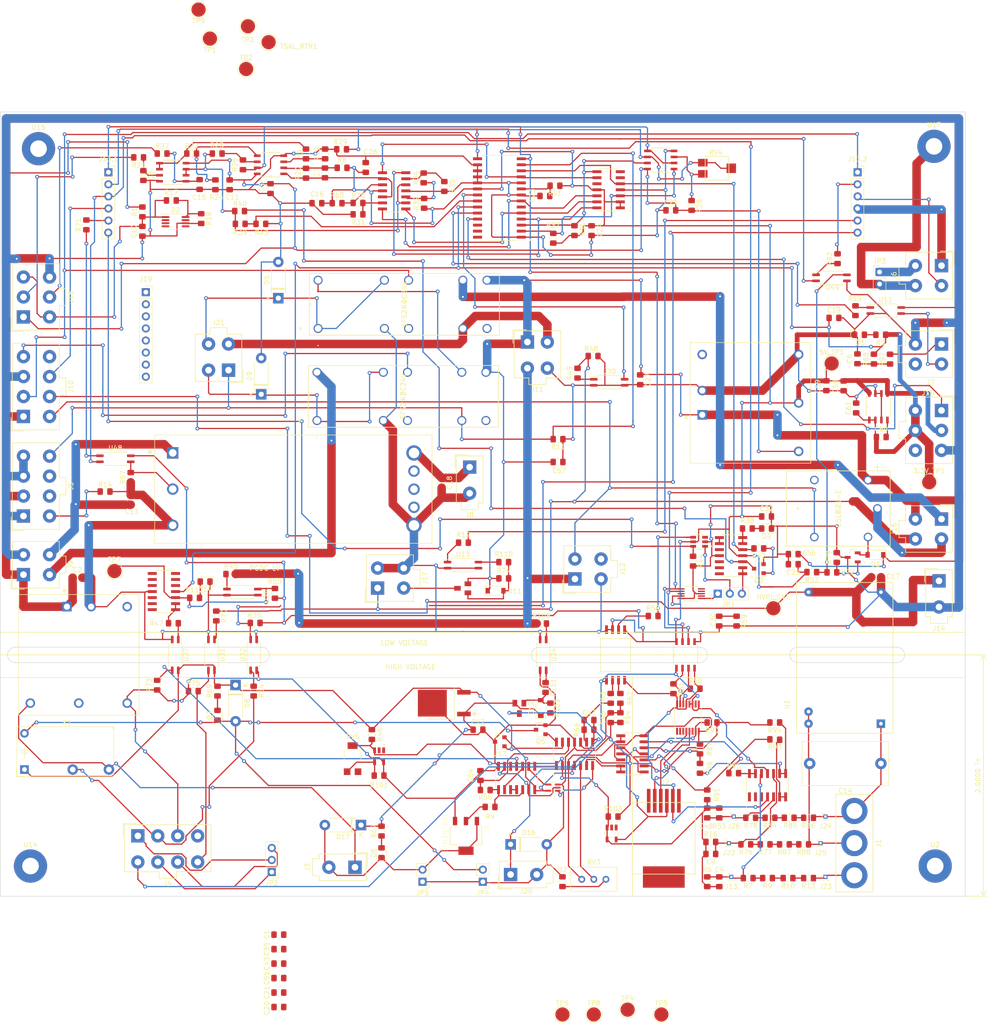
<source format=kicad_pcb>
(kicad_pcb (version 20171130) (host pcbnew "(5.1.6)-1")
  (layers (0 F.Cu signal) (31 B.Cu signal) (34 B.Paste user) (35 F.Paste user) (36 B.SilkS user) (37 F.SilkS user) (38 B.Mask user) (39 F.Mask user hide) (44 Edge.Cuts user))
  (net 0 "")
  (net 1 /3.3V)
  (net 2 /5V)
  (net 3 /AIRS-)
  (net 4 /24V)
  (net 5 /10V)
  (net 6 "Net-(C4-Pad1)")
  (net 7 /1.24V_REF)
  (net 8 "Net-(C6-Pad1)")
  (net 9 "Net-(C7-Pad2)")
  (net 10 /TSI-TP/APPS1_ISO)
  (net 11 "Net-(C8-Pad1)")
  (net 12 "Net-(C9-Pad1)")
  (net 13 /APPS1_RTN)
  (net 14 /PC_RELAY+)
  (net 15 /DC_RELAY-)
  (net 16 /COOL_24V)
  (net 17 /HV+)
  (net 18 /HV-)
  (net 19 "Net-(C15-Pad1)")
  (net 20 /TSAL)
  (net 21 /12V_Cooling)
  (net 22 /5HV)
  (net 23 "Net-(C23-Pad1)")
  (net 24 "Net-(C30-Pad1)")
  (net 25 "Net-(C46-Pad2)")
  (net 26 "Net-(C47-Pad2)")
  (net 27 /Throttle_HV)
  (net 28 "Net-(C48-Pad1)")
  (net 29 "Net-(C54-Pad1)")
  (net 30 "Net-(C60-Pad2)")
  (net 31 "Net-(D1-Pad2)")
  (net 32 "Net-(D2-Pad8)")
  (net 33 "Net-(D3-Pad2)")
  (net 34 "Net-(D4-Pad2)")
  (net 35 /AMS_Button_RTN)
  (net 36 /PC_RELAY-)
  (net 37 "Net-(D6-Pad2)")
  (net 38 "Net-(D7-Pad1)")
  (net 39 "Net-(D7-Pad2)")
  (net 40 /IMD_Button_RTN)
  (net 41 "Net-(D11-Pad2)")
  (net 42 "Net-(D14-Pad2)")
  (net 43 /DC_RELAY+)
  (net 44 "Net-(IC1-Pad2)")
  (net 45 "Net-(IC1-Pad1)")
  (net 46 "Net-(IC4-Pad1)")
  (net 47 "Net-(IC4-Pad2)")
  (net 48 "Net-(IC4-Pad4)")
  (net 49 /MC+)
  (net 50 /A2_HV)
  (net 51 /A1_HV)
  (net 52 "Net-(J2-Pad1)")
  (net 53 "Net-(J2-Pad6)")
  (net 54 /Brake_Pressed_HV)
  (net 55 "Net-(J4-Pad7)")
  (net 56 "Net-(J4-Pad6)")
  (net 57 "Net-(J4-Pad4)")
  (net 58 /IGNI_VCC)
  (net 59 /IGNI_GND)
  (net 60 /IMD_Status)
  (net 61 "Net-(J5-Pad7)")
  (net 62 "Net-(J5-Pad6)")
  (net 63 /IMD_MHS)
  (net 64 /CAN_Shield)
  (net 65 /BP_CAN-)
  (net 66 /BP_CAN+)
  (net 67 "Net-(J7-Pad4)")
  (net 68 /Drive_LED)
  (net 69 /Drive_BTN)
  (net 70 /SL1_In)
  (net 71 /AMS_FAULT_LED)
  (net 72 /IMD_FAULT_LED)
  (net 73 /GEN_Fault_LED)
  (net 74 /Safety_Loop)
  (net 75 "Net-(J10-Pad8)")
  (net 76 /AIRS+)
  (net 77 /24V_BP_Out)
  (net 78 "Net-(J12-Pad4)")
  (net 79 /SR_CTRL)
  (net 80 /RTDS_CTRL)
  (net 81 /PC_Ready)
  (net 82 /Throttle_SEL)
  (net 83 /Cooling_CTRL)
  (net 84 /5V_ISO_RTN)
  (net 85 /SDA)
  (net 86 /SCL)
  (net 87 /APPS1)
  (net 88 /APPS2)
  (net 89 /Brake_Light)
  (net 90 /BOT_Out)
  (net 91 /SL1_Out)
  (net 92 /RTDS)
  (net 93 "Net-(J18-Pad6)")
  (net 94 /Flowrate)
  (net 95 "Net-(JP1-Pad1)")
  (net 96 "Net-(JP1-Pad2)")
  (net 97 /TSI-TP/Pedal_Out)
  (net 98 "Net-(K2-Pad3)")
  (net 99 /CAN_GLV_POWER/SL1_IMD_Out)
  (net 100 "Net-(K3-Pad5)")
  (net 101 "Net-(K3-Pad3)")
  (net 102 "Net-(K4-Pad3)")
  (net 103 "Net-(K4-Pad5)")
  (net 104 "Net-(PS1-Pad6)")
  (net 105 "Net-(PS1-Pad4)")
  (net 106 "Net-(PS2-Pad5)")
  (net 107 "Net-(PS2-Pad7)")
  (net 108 "Net-(PS2-Pad6)")
  (net 109 /Cooling_power)
  (net 110 "Net-(D12-Pad2)")
  (net 111 "Net-(Q2-Pad1)")
  (net 112 "Net-(Q2-Pad3)")
  (net 113 "Net-(Q5-Pad1)")
  (net 114 "Net-(Q11-Pad1)")
  (net 115 "Net-(R2-Pad2)")
  (net 116 "Net-(R4-Pad2)")
  (net 117 "Net-(R4-Pad1)")
  (net 118 /TSI-TP/APPS1_b)
  (net 119 "Net-(R19-Pad1)")
  (net 120 "Net-(R7-Pad1)")
  (net 121 "Net-(R10-Pad2)")
  (net 122 "Net-(R10-Pad1)")
  (net 123 "Net-(R12-Pad1)")
  (net 124 "Net-(R15-Pad1)")
  (net 125 /D_LED_CTRL)
  (net 126 "Net-(R22-Pad1)")
  (net 127 "Net-(R23-Pad1)")
  (net 128 /TSI-TP/APPS2_b)
  (net 129 /TSI-TP/APPS_DIFF)
  (net 130 "Net-(R28-Pad2)")
  (net 131 "Net-(R29-Pad1)")
  (net 132 "Net-(R30-Pad1)")
  (net 133 "Net-(R30-Pad2)")
  (net 134 "Net-(R32-Pad2)")
  (net 135 "Net-(R34-Pad2)")
  (net 136 /TSI-TP/U8_Pin8)
  (net 137 /TSI-TP/U8_Pin3)
  (net 138 "Net-(R38-Pad2)")
  (net 139 /TSI-TP/APPS)
  (net 140 /Throttle_PL)
  (net 141 "Net-(R45-Pad1)")
  (net 142 "Net-(R47-Pad1)")
  (net 143 "Net-(R47-Pad2)")
  (net 144 "Net-(R49-Pad1)")
  (net 145 /Sensors_Throttle_Voltage/SDA_HV)
  (net 146 /Sensors_Throttle_Voltage/SCL_HV)
  (net 147 /CAN_GLV_POWER/SR_CTRL_Boosted)
  (net 148 "Net-(R54-Pad1)")
  (net 149 /Throttle_LV)
  (net 150 "Net-(R62-Pad2)")
  (net 151 "Net-(R63-Pad2)")
  (net 152 "Net-(R70-Pad2)")
  (net 153 "Net-(R71-Pad1)")
  (net 154 /PCDC_Circuit/Safety_Loop_HV)
  (net 155 "Net-(R76-Pad1)")
  (net 156 "Net-(R77-Pad1)")
  (net 157 "Net-(R78-Pad1)")
  (net 158 "Net-(R84-Pad1)")
  (net 159 "Net-(R85-Pad1)")
  (net 160 "Net-(R87-Pad1)")
  (net 161 "Net-(R89-Pad1)")
  (net 162 "Net-(R90-Pad1)")
  (net 163 /TSV_Voltage)
  (net 164 "Net-(R91-Pad2)")
  (net 165 "Net-(R92-Pad1)")
  (net 166 "Net-(R93-Pad1)")
  (net 167 "Net-(R94-Pad1)")
  (net 168 "Net-(R95-Pad2)")
  (net 169 "Net-(R95-Pad1)")
  (net 170 "Net-(R108-Pad2)")
  (net 171 "Net-(R110-Pad2)")
  (net 172 "Net-(R111-Pad1)")
  (net 173 "Net-(RV3-Pad2)")
  (net 174 "Net-(RV3-Pad3)")
  (net 175 "Net-(RV5-Pad3)")
  (net 176 /PCDC_Circuit/TSV_Ready)
  (net 177 /PCDC_Circuit/Precharge_Ready)
  (net 178 /PCDC_Circuit/PC_AND_SL_READY)
  (net 179 /TSI-TP/U8_Pin14)
  (net 180 /TSI-TP/U8_Pin13)
  (net 181 /TSI-TP/U8_Pin12)
  (net 182 /TSI-TP/U8_Pin9)
  (net 183 "Net-(U19-Pad3)")
  (net 184 "Net-(U19-Pad13)")
  (net 185 "Net-(U19-Pad10)")
  (net 186 "Net-(U21-Pad13)")
  (net 187 "Net-(U22-Pad28)")
  (net 188 "Net-(U22-Pad27)")
  (net 189 "Net-(U22-Pad26)")
  (net 190 /TSI-TP/Brake_Pressed_uC)
  (net 191 "Net-(U22-Pad6)")
  (net 192 "Net-(U23-Pad5)")
  (net 193 "Net-(U23-Pad4)")
  (net 194 "Net-(U23-Pad2)")
  (net 195 "Net-(U25-Pad10)")
  (net 196 "Net-(U25-Pad6)")
  (net 197 "Net-(U25-Pad3)")
  (net 198 "Net-(U25-Pad2)")
  (net 199 "Net-(U25-Pad1)")
  (net 200 "Net-(U41-Pad6)")
  (net 201 /MC_Voltage)
  (net 202 /PCDC_Circuit/3.3_VREF)
  (net 203 "Net-(J19-Pad8)")
  (net 204 "Net-(J19-Pad7)")
  (net 205 /Chassis_GND)
  (module TSI_Rev_2021_Footprint_Lib:CONV_PDQ10-Q24-D5-D (layer F.Cu) (at 297.86072 105.09504 90)
    (fp_text reference U41 (at -9.841175 -13.957945 90) (layer F.SilkS) (effects (font (size 1.001646 1.001646) (thickness 0.015))))
    (fp_text value PDQ10-Q24-D5-D)
    (pad 1 thru_hole rect (at -2.5 -10.15 90) (size 2 2) (drill 1.3) (layers *.Cu *.Mask) (net 4 /24V))
    (pad 2 thru_hole circle (at 2.6 -10.15 90) (size 2 2) (drill 1.3) (layers *.Cu *.Mask) (net 3 /AIRS-))
    (pad 3 thru_hole circle (at -10.2 10.15 90) (size 2 2) (drill 1.3) (layers *.Cu *.Mask) (net 5 /10V))
    (pad 4 thru_hole circle (at 0 10.15 90) (size 2 2) (drill 1.3) (layers *.Cu *.Mask) (net 2 /5V))
    (pad 5 thru_hole circle (at 10.2 10.15 90) (size 2 2) (drill 1.3) (layers *.Cu *.Mask) (net 3 /AIRS-))
    (pad 6 thru_hole circle (at 10.2 -10.15 90) (size 2 2) (drill 1.3) (layers *.Cu *.Mask) (net 200 "Net-(U41-Pad6)"))
  )
  (module Connector_PinSocket_2.54mm:PinSocket_1x06_P2.54mm_Vertical (layer F.Cu) (at 320.41084 56.5404)
    (fp_text reference J13.2 (at 0 -2.77) (layer F.SilkS))
    (fp_text value Conn_01x06)
    (pad 6 thru_hole oval (at 0 12.7) (size 1.7 1.7) (drill 1) (layers *.Cu *.Mask) (net 81 /PC_Ready))
    (pad 5 thru_hole oval (at 0 10.16) (size 1.7 1.7) (drill 1) (layers *.Cu *.Mask) (net 80 /RTDS_CTRL))
    (pad 4 thru_hole oval (at 0 7.62) (size 1.7 1.7) (drill 1) (layers *.Cu *.Mask) (net 66 /BP_CAN+))
    (pad 3 thru_hole oval (at 0.0254 5.08) (size 1.7 1.7) (drill 1) (layers *.Cu *.Mask) (net 65 /BP_CAN-))
    (pad 2 thru_hole oval (at 0 2.54) (size 1.7 1.7) (drill 1) (layers *.Cu *.Mask) (net 79 /SR_CTRL))
    (pad 1 thru_hole rect (at 0 0) (size 1.7 1.7) (drill 1) (layers *.Cu *.Mask) (net 71 /AMS_FAULT_LED))
  )
  (module TSI_Rev_2021_Footprint_Lib:Molex_MiniFit-JR-5556-04A_2x02x4.20mm_Straight (layer F.Cu) (at 144.78 141.2494 90)
    (fp_text reference J9 (at 2.1 10 90) (layer F.SilkS))
    (fp_text value J9)
    (pad 1 thru_hole rect (at 0 0 90) (size 2.8 2.8) (drill 1.4) (layers *.Cu *.Mask) (net 4 /24V))
    (pad 2 thru_hole circle (at 4.2 0 90) (size 2.8 2.8) (drill 1.4) (layers *.Cu *.Mask) (net 3 /AIRS-))
    (pad 3 thru_hole circle (at 0 5.5 90) (size 2.8 2.8) (drill 1.4) (layers *.Cu *.Mask) (net 70 /SL1_In))
    (pad 4 thru_hole circle (at 4.2 5.5 90) (size 2.8 2.8) (drill 1.4) (layers *.Cu *.Mask) (net 16 /COOL_24V))
  )
  (module TSI_Rev_2021_Footprint_Lib:23BR10KLFTR (layer F.Cu) (at 214.0839 179.9844)
    (fp_text reference RV5 (at 0 -4.572) (layer F.SilkS))
    (fp_text value R_POT_TRIM)
    (pad 1 smd rect (at -1.15 2.745) (size 1.4 1.4) (layers F.Cu F.Paste F.Mask) (net 48 "Net-(IC4-Pad4)"))
    (pad 3 smd rect (at 1.15 2.745) (size 1.4 1.4) (layers F.Cu F.Paste F.Mask) (net 175 "Net-(RV5-Pad3)"))
    (pad 2 smd rect (at 0 -2.745) (size 2.1 1.4) (layers F.Cu F.Paste F.Mask) (net 7 /1.24V_REF))
  )
  (module TSI_Rev_2021_Footprint_Lib:SOIC127P600X175-14N (layer F.Cu) (at 248.6279 184.0484 270)
    (fp_text reference U19 (at -0.675 -5.242 90) (layer F.SilkS) (effects (font (thickness 0.015))))
    (fp_text value 74HC00)
    (pad 1 smd rect (at -2.455 -3.81 270) (size 1.9 0.6) (layers F.Cu F.Paste F.Mask) (net 176 /PCDC_Circuit/TSV_Ready))
    (pad 2 smd rect (at -2.455 -2.54 270) (size 1.9 0.6) (layers F.Cu F.Paste F.Mask) (net 178 /PCDC_Circuit/PC_AND_SL_READY))
    (pad 3 smd rect (at -2.455 -1.27 270) (size 1.9 0.6) (layers F.Cu F.Paste F.Mask) (net 183 "Net-(U19-Pad3)"))
    (pad 4 smd rect (at -2.455 0 270) (size 1.9 0.6) (layers F.Cu F.Paste F.Mask) (net 154 /PCDC_Circuit/Safety_Loop_HV))
    (pad 5 smd rect (at -2.455 1.27 270) (size 1.9 0.6) (layers F.Cu F.Paste F.Mask) (net 154 /PCDC_Circuit/Safety_Loop_HV))
    (pad 6 smd rect (at -2.455 2.54 270) (size 1.9 0.6) (layers F.Cu F.Paste F.Mask) (net 184 "Net-(U19-Pad13)"))
    (pad 7 smd rect (at -2.455 3.81 270) (size 1.9 0.6) (layers F.Cu F.Paste F.Mask) (net 15 /DC_RELAY-))
    (pad 8 smd rect (at 2.455 3.81 270) (size 1.9 0.6) (layers F.Cu F.Paste F.Mask) (net 116 "Net-(R4-Pad2)"))
    (pad 9 smd rect (at 2.455 2.54 270) (size 1.9 0.6) (layers F.Cu F.Paste F.Mask) (net 183 "Net-(U19-Pad3)"))
    (pad 10 smd rect (at 2.455 1.27 270) (size 1.9 0.6) (layers F.Cu F.Paste F.Mask) (net 185 "Net-(U19-Pad10)"))
    (pad 11 smd rect (at 2.455 0 270) (size 1.9 0.6) (layers F.Cu F.Paste F.Mask) (net 185 "Net-(U19-Pad10)"))
    (pad 12 smd rect (at 2.455 -1.27 270) (size 1.9 0.6) (layers F.Cu F.Paste F.Mask) (net 116 "Net-(R4-Pad2)"))
    (pad 13 smd rect (at 2.455 -2.54 270) (size 1.9 0.6) (layers F.Cu F.Paste F.Mask) (net 184 "Net-(U19-Pad13)"))
    (pad 14 smd rect (at 2.455 -3.81 270) (size 1.9 0.6) (layers F.Cu F.Paste F.Mask) (net 22 /5HV))
  )
  (module TSI_Rev_2021_Footprint_Lib:SOIC127P600X175-14N (layer F.Cu) (at 260.8199 178.9684 90)
    (fp_text reference U40 (at -0.675 -5.242 90) (layer F.SilkS) (effects (font (thickness 0.015))))
    (fp_text value MCP6004)
    (pad 14 smd rect (at 2.455 -3.81 90) (size 1.9 0.6) (layers F.Cu F.Paste F.Mask) (net 113 "Net-(Q5-Pad1)"))
    (pad 13 smd rect (at 2.455 -2.54 90) (size 1.9 0.6) (layers F.Cu F.Paste F.Mask) (net 202 /PCDC_Circuit/3.3_VREF))
    (pad 12 smd rect (at 2.455 -1.27 90) (size 1.9 0.6) (layers F.Cu F.Paste F.Mask) (net 29 "Net-(C54-Pad1)"))
    (pad 11 smd rect (at 2.455 0 90) (size 1.9 0.6) (layers F.Cu F.Paste F.Mask) (net 15 /DC_RELAY-))
    (pad 10 smd rect (at 2.455 1.27 90) (size 1.9 0.6) (layers F.Cu F.Paste F.Mask) (net 25 "Net-(C46-Pad2)"))
    (pad 9 smd rect (at 2.455 2.54 90) (size 1.9 0.6) (layers F.Cu F.Paste F.Mask) (net 26 "Net-(C47-Pad2)"))
    (pad 8 smd rect (at 2.455 3.81 90) (size 1.9 0.6) (layers F.Cu F.Paste F.Mask) (net 27 /Throttle_HV))
    (pad 7 smd rect (at -2.455 3.81 90) (size 1.9 0.6) (layers F.Cu F.Paste F.Mask) (net 177 /PCDC_Circuit/Precharge_Ready))
    (pad 6 smd rect (at -2.455 2.54 90) (size 1.9 0.6) (layers F.Cu F.Paste F.Mask) (net 186 "Net-(U21-Pad13)"))
    (pad 5 smd rect (at -2.455 1.27 90) (size 1.9 0.6) (layers F.Cu F.Paste F.Mask) (net 173 "Net-(RV3-Pad2)"))
    (pad 4 smd rect (at -2.455 0 90) (size 1.9 0.6) (layers F.Cu F.Paste F.Mask) (net 22 /5HV))
    (pad 3 smd rect (at -2.455 -1.27 90) (size 1.9 0.6) (layers F.Cu F.Paste F.Mask) (net 174 "Net-(RV3-Pad3)"))
    (pad 2 smd rect (at -2.455 -2.54 90) (size 1.9 0.6) (layers F.Cu F.Paste F.Mask) (net 7 /1.24V_REF))
    (pad 1 smd rect (at -2.455 -3.81 90) (size 1.9 0.6) (layers F.Cu F.Paste F.Mask) (net 176 /PCDC_Circuit/TSV_Ready))
  )
  (module TSI_Rev_2021_Footprint_Lib:SOP65P640X120-16N (layer F.Cu) (at 284.6959 171.3484 90)
    (fp_text reference U25 (at -0.545 -3.612 90) (layer F.SilkS) (effects (font (thickness 0.015))))
    (fp_text value NCD9830DBR2G)
    (pad 16 smd rect (at 2.87 -2.275 90) (size 1.47 0.41) (layers F.Cu F.Paste F.Mask) (net 22 /5HV))
    (pad 15 smd rect (at 2.87 -1.625 90) (size 1.47 0.41) (layers F.Cu F.Paste F.Mask) (net 145 /Sensors_Throttle_Voltage/SDA_HV))
    (pad 14 smd rect (at 2.87 -0.975 90) (size 1.47 0.41) (layers F.Cu F.Paste F.Mask) (net 146 /Sensors_Throttle_Voltage/SCL_HV))
    (pad 13 smd rect (at 2.87 -0.325 90) (size 1.47 0.41) (layers F.Cu F.Paste F.Mask) (net 22 /5HV))
    (pad 12 smd rect (at 2.87 0.325 90) (size 1.47 0.41) (layers F.Cu F.Paste F.Mask) (net 15 /DC_RELAY-))
    (pad 11 smd rect (at 2.87 0.975 90) (size 1.47 0.41) (layers F.Cu F.Paste F.Mask) (net 15 /DC_RELAY-))
    (pad 10 smd rect (at 2.87 1.625 90) (size 1.47 0.41) (layers F.Cu F.Paste F.Mask) (net 195 "Net-(U25-Pad10)"))
    (pad 9 smd rect (at 2.87 2.275 90) (size 1.47 0.41) (layers F.Cu F.Paste F.Mask) (net 15 /DC_RELAY-))
    (pad 8 smd rect (at -2.87 2.275 90) (size 1.47 0.41) (layers F.Cu F.Paste F.Mask) (net 201 /MC_Voltage))
    (pad 7 smd rect (at -2.87 1.625 90) (size 1.47 0.41) (layers F.Cu F.Paste F.Mask) (net 163 /TSV_Voltage))
    (pad 6 smd rect (at -2.87 0.975 90) (size 1.47 0.41) (layers F.Cu F.Paste F.Mask) (net 196 "Net-(U25-Pad6)"))
    (pad 5 smd rect (at -2.87 0.325 90) (size 1.47 0.41) (layers F.Cu F.Paste F.Mask) (net 51 /A1_HV))
    (pad 4 smd rect (at -2.87 -0.325 90) (size 1.47 0.41) (layers F.Cu F.Paste F.Mask) (net 50 /A2_HV))
    (pad 3 smd rect (at -2.87 -0.975 90) (size 1.47 0.41) (layers F.Cu F.Paste F.Mask) (net 197 "Net-(U25-Pad3)"))
    (pad 2 smd rect (at -2.87 -1.625 90) (size 1.47 0.41) (layers F.Cu F.Paste F.Mask) (net 198 "Net-(U25-Pad2)"))
    (pad 1 smd rect (at -2.87 -2.275 90) (size 1.47 0.41) (layers F.Cu F.Paste F.Mask) (net 199 "Net-(U25-Pad1)"))
  )
  (module TSI_Rev_2021_Footprint_Lib:SFS2-DC24V (layer F.Cu) (at 224.7646 103.7209 90)
    (fp_text reference K3 (at 0 0 90) (layer F.SilkS))
    (fp_text value SFS2-DC24V (at 0 0 90) (layer F.SilkS))
    (fp_text user * (at -5.08 -21.560366 90) (layer F.SilkS))
    (fp_text user * (at -5.08 -21.560366 90) (layer F.SilkS))
    (pad 10 thru_hole circle (at 5.08 -18.1737 90) (size 1.905 1.905) (drill 1.397) (layers *.Cu *.Mask) (net 70 /SL1_In))
    (pad 9 thru_hole circle (at 5.08 -4.2037 90) (size 1.905 1.905) (drill 1.397) (layers *.Cu *.Mask) (net 40 /IMD_Button_RTN))
    (pad 8 thru_hole circle (at 5.08 0.889 90) (size 1.905 1.905) (drill 1.397) (layers *.Cu *.Mask) (net 72 /IMD_FAULT_LED))
    (pad 7 thru_hole circle (at 5.08 12.319 90) (size 1.905 1.905) (drill 1.397) (layers *.Cu *.Mask) (net 99 /CAN_GLV_POWER/SL1_IMD_Out))
    (pad 6 thru_hole circle (at 5.08 17.399 90) (size 1.905 1.905) (drill 1.397) (layers *.Cu *.Mask) (net 4 /24V))
    (pad 5 thru_hole circle (at -5.08 17.399 90) (size 1.905 1.905) (drill 1.397) (layers *.Cu *.Mask) (net 100 "Net-(K3-Pad5)"))
    (pad 4 thru_hole circle (at -5.08 12.319 90) (size 1.905 1.905) (drill 1.397) (layers *.Cu *.Mask) (net 60 /IMD_Status))
    (pad 3 thru_hole circle (at -5.08 0.889 90) (size 1.905 1.905) (drill 1.397) (layers *.Cu *.Mask) (net 101 "Net-(K3-Pad3)"))
    (pad 2 thru_hole circle (at -5.08 -4.2037 90) (size 1.905 1.905) (drill 1.397) (layers *.Cu *.Mask) (net 3 /AIRS-))
    (pad 1 thru_hole circle (at -5.08 -18.1737 90) (size 1.905 1.905) (drill 1.397) (layers *.Cu *.Mask) (net 40 /IMD_Button_RTN))
  )
  (module Resistor_SMD:R_0805_2012Metric_Pad1.15x1.40mm_HandSolder (layer F.Cu) (at 263.8679 173.8884 180)
    (fp_text reference R66 (at 2.54 0 90) (layer F.SilkS))
    (fp_text value 24.9K)
    (pad 2 smd roundrect (at 1.025 0 180) (size 1.15 1.4) (layers F.Cu F.Paste F.Mask) (roundrect_rratio 0.217391) (net 26 "Net-(C47-Pad2)"))
    (pad 1 smd roundrect (at -1.025 0 180) (size 1.15 1.4) (layers F.Cu F.Paste F.Mask) (roundrect_rratio 0.217391) (net 27 /Throttle_HV))
  )
  (module Connector_PinHeader_2.54mm:PinHeader_1x02_P2.54mm_Vertical (layer F.Cu) (at 325.0565 77.5335)
    (fp_text reference JP3 (at 0 -2.33) (layer F.SilkS))
    (fp_text value Jumper)
    (pad 2 thru_hole oval (at 0 2.54) (size 1.7 1.7) (drill 1) (layers *.Cu *.Mask) (net 205 /Chassis_GND))
    (pad 1 thru_hole rect (at 0 0) (size 1.7 1.7) (drill 1) (layers *.Cu *.Mask) (net 64 /CAN_Shield))
  )
  (module Connector_PinSocket_2.54mm:PinSocket_1x08_P2.54mm_Vertical (layer F.Cu) (at 170.55 81.795)
    (fp_text reference J19 (at 0 -2.77) (layer F.SilkS))
    (fp_text value J19)
    (pad 8 thru_hole oval (at 0 17.78) (size 1.7 1.7) (drill 1) (layers *.Cu *.Mask) (net 203 "Net-(J19-Pad8)"))
    (pad 7 thru_hole oval (at 0 15.24) (size 1.7 1.7) (drill 1) (layers *.Cu *.Mask) (net 204 "Net-(J19-Pad7)"))
    (pad 6 thru_hole oval (at 0 12.7) (size 1.7 1.7) (drill 1) (layers *.Cu *.Mask) (net 82 /Throttle_SEL))
    (pad 5 thru_hole oval (at 0 10.16) (size 1.7 1.7) (drill 1) (layers *.Cu *.Mask) (net 60 /IMD_Status))
    (pad 4 thru_hole oval (at 0 7.62) (size 1.7 1.7) (drill 1) (layers *.Cu *.Mask) (net 70 /SL1_In))
    (pad 3 thru_hole oval (at 0 5.08) (size 1.7 1.7) (drill 1) (layers *.Cu *.Mask) (net 81 /PC_Ready))
    (pad 2 thru_hole oval (at 0 2.54) (size 1.7 1.7) (drill 1) (layers *.Cu *.Mask) (net 86 /SCL))
    (pad 1 thru_hole rect (at 0 0) (size 1.7 1.7) (drill 1) (layers *.Cu *.Mask) (net 85 /SDA))
  )
  (module TSI_Rev_2021_Footprint_Lib:DPAK229P990X238-4N (layer F.Cu) (at 233.3879 168.3004 90)
    (fp_text reference U10 (at 0.635 -7.239 90) (layer F.SilkS) (effects (font (size 1.4 1.4) (thickness 0.015))))
    (fp_text value MC7805BDTRKG)
    (pad 2 smd rect (at 0 -2.51 90) (size 5.63 6.09) (layers F.Cu F.Mask) (net 15 /DC_RELAY-))
    (pad 3 smd rect (at 2.29 4.14 90) (size 0.97 2.83) (layers F.Cu F.Paste F.Mask) (net 22 /5HV))
    (pad 1 smd rect (at -2.29 4.14 90) (size 0.97 2.83) (layers F.Cu F.Paste F.Mask) (net 14 /PC_RELAY+))
  )
  (module Capacitor_SMD:C_0805_2012Metric_Pad1.15x1.40mm_HandSolder (layer F.Cu) (at 289.5129 200.0504 180)
    (fp_text reference C9 (at 0 -1.65) (layer F.SilkS))
    (fp_text value 100p)
    (pad 1 smd roundrect (at -1.025 0 180) (size 1.15 1.4) (layers F.Cu F.Paste F.Mask) (roundrect_rratio 0.217391) (net 12 "Net-(C9-Pad1)"))
    (pad 2 smd roundrect (at 1.025 0 180) (size 1.15 1.4) (layers F.Cu F.Paste F.Mask) (roundrect_rratio 0.217391) (net 7 /1.24V_REF))
  )
  (module Resistor_SMD:R_0805_2012Metric_Pad1.15x1.40mm_HandSolder (layer F.Cu) (at 289.5129 197.5104)
    (fp_text reference R16 (at 0 -1.65) (layer F.SilkS))
    (fp_text value 10K)
    (pad 1 smd roundrect (at -1.025 0) (size 1.15 1.4) (layers F.Cu F.Paste F.Mask) (roundrect_rratio 0.217391) (net 7 /1.24V_REF))
    (pad 2 smd roundrect (at 1.025 0) (size 1.15 1.4) (layers F.Cu F.Paste F.Mask) (roundrect_rratio 0.217391) (net 12 "Net-(C9-Pad1)"))
  )
  (module TSI_Rev_2021_Footprint_Lib:SOIC127P600X175-14N (layer F.Cu) (at 273.0119 178.9684 180)
    (fp_text reference U21 (at -0.675 -5.242) (layer F.SilkS) (effects (font (thickness 0.015))))
    (fp_text value MCP6004)
    (pad 1 smd rect (at -2.455 -3.81 180) (size 1.9 0.6) (layers F.Cu F.Paste F.Mask) (net 163 /TSV_Voltage))
    (pad 2 smd rect (at -2.455 -2.54 180) (size 1.9 0.6) (layers F.Cu F.Paste F.Mask) (net 162 "Net-(R90-Pad1)"))
    (pad 3 smd rect (at -2.455 -1.27 180) (size 1.9 0.6) (layers F.Cu F.Paste F.Mask) (net 164 "Net-(R91-Pad2)"))
    (pad 4 smd rect (at -2.455 0 180) (size 1.9 0.6) (layers F.Cu F.Paste F.Mask) (net 15 /DC_RELAY-))
    (pad 5 smd rect (at -2.455 1.27 180) (size 1.9 0.6) (layers F.Cu F.Paste F.Mask) (net 161 "Net-(R89-Pad1)"))
    (pad 6 smd rect (at -2.455 2.54 180) (size 1.9 0.6) (layers F.Cu F.Paste F.Mask) (net 168 "Net-(R95-Pad2)"))
    (pad 7 smd rect (at -2.455 3.81 180) (size 1.9 0.6) (layers F.Cu F.Paste F.Mask) (net 201 /MC_Voltage))
    (pad 8 smd rect (at 2.455 3.81 180) (size 1.9 0.6) (layers F.Cu F.Paste F.Mask) (net 174 "Net-(RV3-Pad3)"))
    (pad 9 smd rect (at 2.455 2.54 180) (size 1.9 0.6) (layers F.Cu F.Paste F.Mask) (net 174 "Net-(RV3-Pad3)"))
    (pad 10 smd rect (at 2.455 1.27 180) (size 1.9 0.6) (layers F.Cu F.Paste F.Mask) (net 163 /TSV_Voltage))
    (pad 11 smd rect (at 2.455 0 180) (size 1.9 0.6) (layers F.Cu F.Paste F.Mask) (net 22 /5HV))
    (pad 12 smd rect (at 2.455 -1.27 180) (size 1.9 0.6) (layers F.Cu F.Paste F.Mask) (net 201 /MC_Voltage))
    (pad 13 smd rect (at 2.455 -2.54 180) (size 1.9 0.6) (layers F.Cu F.Paste F.Mask) (net 186 "Net-(U21-Pad13)"))
    (pad 14 smd rect (at 2.455 -3.81 180) (size 1.9 0.6) (layers F.Cu F.Paste F.Mask) (net 186 "Net-(U21-Pad13)"))
  )
  (module Connector_PinSocket_2.54mm:PinSocket_1x06_P2.54mm_Vertical (layer F.Cu) (at 162.67176 56.5404)
    (fp_text reference J13.1 (at 0 -2.77) (layer F.SilkS))
    (fp_text value Conn_01x06)
    (pad 6 thru_hole oval (at -0.0254 12.7) (size 1.7 1.7) (drill 1) (layers *.Cu *.Mask) (net 82 /Throttle_SEL))
    (pad 5 thru_hole oval (at 0 10.16) (size 1.7 1.7) (drill 1) (layers *.Cu *.Mask) (net 83 /Cooling_CTRL))
    (pad 4 thru_hole oval (at 0 7.62) (size 1.7 1.7) (drill 1) (layers *.Cu *.Mask) (net 74 /Safety_Loop))
    (pad 3 thru_hole oval (at 0 5.08) (size 1.7 1.7) (drill 1) (layers *.Cu *.Mask) (net 84 /5V_ISO_RTN))
    (pad 2 thru_hole oval (at 0 2.54) (size 1.7 1.7) (drill 1) (layers *.Cu *.Mask) (net 85 /SDA))
    (pad 1 thru_hole rect (at 0 0) (size 1.7 1.7) (drill 1) (layers *.Cu *.Mask) (net 86 /SCL))
  )
  (module TSI_Rev_2021_Footprint_Lib:RDE03110S12 (layer F.Cu) (at 327.8759 174.6504 90)
    (fp_text reference U1 (at 6.096 -22.352 270) (layer F.SilkS))
    (fp_text value RDE03110S12)
    (pad 12 thru_hole circle (at 29.718 -2.54 270) (size 1.778 1.778) (drill 0.762) (layers *.Cu *.Mask) (net 3 /AIRS-))
    (pad 13 thru_hole circle (at 29.718 -17.78 270) (size 1.778 1.778) (drill 0.762) (layers *.Cu *.Mask) (net 20 /TSAL))
    (pad 23 thru_hole circle (at 4.572 -17.78 270) (size 1.778 1.778) (drill 0.762) (layers *.Cu *.Mask) (net 18 /HV-))
    (pad 24 thru_hole circle (at 2.032 -17.78 270) (size 1.778 1.778) (drill 0.762) (layers *.Cu *.Mask) (net 18 /HV-))
    (pad 1 thru_hole rect (at 2.032 -2.54 270) (size 1.778 1.778) (drill 0.762) (layers *.Cu *.Mask) (net 17 /HV+))
  )
  (module TestPoint:TestPoint_Pad_D3.0mm (layer F.Cu) (at 335.49844 121.78792)
    (fp_text reference 3.3V_TP1 (at 0 -2.398) (layer F.SilkS))
    (fp_text value 3.3V_TP)
    (pad 1 smd circle (at 0 0) (size 3 3) (layers F.Cu F.Mask) (net 1 /3.3V))
  )
  (module TestPoint:TestPoint_Pad_D3.0mm (layer F.Cu) (at 314.96508 96.78924)
    (fp_text reference 5V_TP1 (at 0 -2.398) (layer F.SilkS))
    (fp_text value 5V_TP)
    (pad 1 smd circle (at 0 0) (size 3 3) (layers F.Cu F.Mask) (net 2 /5V))
  )
  (module Capacitor_SMD:C_0805_2012Metric_Pad1.15x1.40mm_HandSolder (layer F.Cu) (at 156.1629 141.8844)
    (fp_text reference C2 (at 0 -1.65) (layer F.SilkS))
    (fp_text value 4.7u)
    (pad 2 smd roundrect (at 1.025 0) (size 1.15 1.4) (layers F.Cu F.Paste F.Mask) (roundrect_rratio 0.217391) (net 3 /AIRS-))
    (pad 1 smd roundrect (at -1.025 0) (size 1.15 1.4) (layers F.Cu F.Paste F.Mask) (roundrect_rratio 0.217391) (net 4 /24V))
  )
  (module Capacitor_SMD:C_0805_2012Metric_Pad1.15x1.40mm_HandSolder (layer F.Cu) (at 196.8 59.975 270)
    (fp_text reference C3 (at -0.175 1.8 90) (layer F.SilkS))
    (fp_text value 0.1u)
    (pad 1 smd roundrect (at -1.025 0 270) (size 1.15 1.4) (layers F.Cu F.Paste F.Mask) (roundrect_rratio 0.217391) (net 5 /10V))
    (pad 2 smd roundrect (at 1.025 0 270) (size 1.15 1.4) (layers F.Cu F.Paste F.Mask) (roundrect_rratio 0.217391) (net 3 /AIRS-))
  )
  (module Capacitor_SMD:C_0805_2012Metric_Pad1.15x1.40mm_HandSolder (layer F.Cu) (at 291.2999 205.8924 270)
    (fp_text reference C4 (at -2.531 0 180) (layer F.SilkS))
    (fp_text value 100p)
    (pad 1 smd roundrect (at -1.025 0 270) (size 1.15 1.4) (layers F.Cu F.Paste F.Mask) (roundrect_rratio 0.217391) (net 6 "Net-(C4-Pad1)"))
    (pad 2 smd roundrect (at 1.025 0 270) (size 1.15 1.4) (layers F.Cu F.Paste F.Mask) (roundrect_rratio 0.217391) (net 7 /1.24V_REF))
  )
  (module Capacitor_SMD:C_0805_2012Metric_Pad1.15x1.40mm_HandSolder (layer F.Cu) (at 320.3956 95.80996 90)
    (fp_text reference C6 (at 0 -1.65 90) (layer F.SilkS))
    (fp_text value 0.1u)
    (pad 1 smd roundrect (at -1.025 0 90) (size 1.15 1.4) (layers F.Cu F.Paste F.Mask) (roundrect_rratio 0.217391) (net 8 "Net-(C6-Pad1)"))
    (pad 2 smd roundrect (at 1.025 0 90) (size 1.15 1.4) (layers F.Cu F.Paste F.Mask) (roundrect_rratio 0.217391) (net 3 /AIRS-))
  )
  (module Capacitor_SMD:C_0805_2012Metric_Pad1.15x1.40mm_HandSolder (layer F.Cu) (at 208.2641 56.675 90)
    (fp_text reference C7 (at 0 -1.65 90) (layer F.SilkS))
    (fp_text value 0.1u)
    (pad 2 smd roundrect (at 1.025 0 90) (size 1.15 1.4) (layers F.Cu F.Paste F.Mask) (roundrect_rratio 0.217391) (net 9 "Net-(C7-Pad2)"))
    (pad 1 smd roundrect (at -1.025 0 90) (size 1.15 1.4) (layers F.Cu F.Paste F.Mask) (roundrect_rratio 0.217391) (net 10 /TSI-TP/APPS1_ISO))
  )
  (module Capacitor_SMD:C_0805_2012Metric_Pad1.15x1.40mm_HandSolder (layer F.Cu) (at 170.0276 57.23012 270)
    (fp_text reference C8 (at 0 -1.65 90) (layer F.SilkS))
    (fp_text value 0.1u)
    (pad 2 smd roundrect (at 1.025 0 270) (size 1.15 1.4) (layers F.Cu F.Paste F.Mask) (roundrect_rratio 0.217391) (net 3 /AIRS-))
    (pad 1 smd roundrect (at -1.025 0 270) (size 1.15 1.4) (layers F.Cu F.Paste F.Mask) (roundrect_rratio 0.217391) (net 11 "Net-(C8-Pad1)"))
  )
  (module Capacitor_SMD:C_0805_2012Metric_Pad1.15x1.40mm_HandSolder (layer F.Cu) (at 169.82186 68.95984 270)
    (fp_text reference C10 (at 0.0164 1.7526 90) (layer F.SilkS))
    (fp_text value 0.1u)
    (pad 1 smd roundrect (at -1.025 0 270) (size 1.15 1.4) (layers F.Cu F.Paste F.Mask) (roundrect_rratio 0.217391) (net 13 /APPS1_RTN))
    (pad 2 smd roundrect (at 1.025 0 270) (size 1.15 1.4) (layers F.Cu F.Paste F.Mask) (roundrect_rratio 0.217391) (net 3 /AIRS-))
  )
  (module Capacitor_SMD:C_0805_2012Metric_Pad1.15x1.40mm_HandSolder (layer F.Cu) (at 188.2 59.175 270)
    (fp_text reference C11 (at 2.625 -0.6 180) (layer F.SilkS))
    (fp_text value 0.1u)
    (pad 2 smd roundrect (at 1.025 0 270) (size 1.15 1.4) (layers F.Cu F.Paste F.Mask) (roundrect_rratio 0.217391) (net 3 /AIRS-))
    (pad 1 smd roundrect (at -1.025 0 270) (size 1.15 1.4) (layers F.Cu F.Paste F.Mask) (roundrect_rratio 0.217391) (net 5 /10V))
  )
  (module Capacitor_SMD:C_0805_2012Metric_Pad1.15x1.40mm_HandSolder (layer F.Cu) (at 240.4999 173.8884)
    (fp_text reference C12 (at 0 -1.65) (layer F.SilkS))
    (fp_text value 0.33u)
    (pad 1 smd roundrect (at -1.025 0) (size 1.15 1.4) (layers F.Cu F.Paste F.Mask) (roundrect_rratio 0.217391) (net 14 /PC_RELAY+))
    (pad 2 smd roundrect (at 1.025 0) (size 1.15 1.4) (layers F.Cu F.Paste F.Mask) (roundrect_rratio 0.217391) (net 15 /DC_RELAY-))
  )
  (module Capacitor_SMD:C_0805_2012Metric_Pad1.15x1.40mm_HandSolder (layer F.Cu) (at 167.3733 125.4924 90)
    (fp_text reference C13 (at -2.4765 0.1905 180) (layer F.SilkS))
    (fp_text value 100u)
    (pad 2 smd roundrect (at 1.025 0 90) (size 1.15 1.4) (layers F.Cu F.Paste F.Mask) (roundrect_rratio 0.217391) (net 3 /AIRS-))
    (pad 1 smd roundrect (at -1.025 0 90) (size 1.15 1.4) (layers F.Cu F.Paste F.Mask) (roundrect_rratio 0.217391) (net 16 /COOL_24V))
  )
  (module Capacitor_THT:C_Rect_L18.0mm_W9.0mm_P15.00mm_FKS3_FKP3 (layer F.Cu) (at 325.3359 181.0004 180)
    (fp_text reference C14 (at 7.5 -5.75) (layer F.SilkS))
    (fp_text value 1u)
    (pad 1 thru_hole circle (at 0 0 180) (size 2.4 2.4) (drill 1.2) (layers *.Cu *.Mask) (net 17 /HV+))
    (pad 2 thru_hole circle (at 15 0 180) (size 2.4 2.4) (drill 1.2) (layers *.Cu *.Mask) (net 18 /HV-))
  )
  (module Capacitor_SMD:C_0805_2012Metric_Pad1.15x1.40mm_HandSolder (layer F.Cu) (at 181.87924 59.1148 270)
    (fp_text reference C15 (at 2.6852 0.07924) (layer F.SilkS))
    (fp_text value 0.1u)
    (pad 1 smd roundrect (at -1.025 0 270) (size 1.15 1.4) (layers F.Cu F.Paste F.Mask) (roundrect_rratio 0.217391) (net 19 "Net-(C15-Pad1)"))
    (pad 2 smd roundrect (at 1.025 0 270) (size 1.15 1.4) (layers F.Cu F.Paste F.Mask) (roundrect_rratio 0.217391) (net 3 /AIRS-))
  )
  (module Capacitor_SMD:C_0805_2012Metric_Pad1.15x1.40mm_HandSolder (layer F.Cu) (at 206.575 63.05 180)
    (fp_text reference C16 (at -0.0418 1.9304) (layer F.SilkS))
    (fp_text value 0.1u)
    (pad 2 smd roundrect (at 1.025 0 180) (size 1.15 1.4) (layers F.Cu F.Paste F.Mask) (roundrect_rratio 0.217391) (net 3 /AIRS-))
    (pad 1 smd roundrect (at -1.025 0 180) (size 1.15 1.4) (layers F.Cu F.Paste F.Mask) (roundrect_rratio 0.217391) (net 2 /5V))
  )
  (module Capacitor_SMD:C_0805_2012Metric_Pad1.15x1.40mm_HandSolder (layer F.Cu) (at 324.3416 141.7828)
    (fp_text reference C17 (at 3.5343 -0.1397) (layer F.SilkS))
    (fp_text value 4.7u)
    (pad 1 smd roundrect (at -1.025 0) (size 1.15 1.4) (layers F.Cu F.Paste F.Mask) (roundrect_rratio 0.217391) (net 20 /TSAL))
    (pad 2 smd roundrect (at 1.025 0) (size 1.15 1.4) (layers F.Cu F.Paste F.Mask) (roundrect_rratio 0.217391) (net 3 /AIRS-))
  )
  (module Capacitor_SMD:C_0805_2012Metric_Pad1.15x1.40mm_HandSolder (layer F.Cu) (at 232.8418 121.911 270)
    (fp_text reference C18 (at 0 -1.65 90) (layer F.SilkS))
    (fp_text value 10u)
    (pad 1 smd roundrect (at -1.025 0 270) (size 1.15 1.4) (layers F.Cu F.Paste F.Mask) (roundrect_rratio 0.217391) (net 21 /12V_Cooling))
    (pad 2 smd roundrect (at 1.025 0 270) (size 1.15 1.4) (layers F.Cu F.Paste F.Mask) (roundrect_rratio 0.217391) (net 3 /AIRS-))
  )
  (module Capacitor_SMD:C_0805_2012Metric_Pad1.15x1.40mm_HandSolder (layer F.Cu) (at 315.45 87.2)
    (fp_text reference C19 (at 0 -1.65) (layer F.SilkS))
    (fp_text value 0.21u)
    (pad 2 smd roundrect (at 1.025 0) (size 1.15 1.4) (layers F.Cu F.Paste F.Mask) (roundrect_rratio 0.217391) (net 3 /AIRS-))
    (pad 1 smd roundrect (at -1.025 0) (size 1.15 1.4) (layers F.Cu F.Paste F.Mask) (roundrect_rratio 0.217391) (net 1 /3.3V))
  )
  (module Capacitor_SMD:C_0805_2012Metric_Pad1.15x1.40mm_HandSolder (layer F.Cu) (at 198.5645 232.2703)
    (fp_text reference C20 (at -2.54 0.254 90) (layer F.SilkS))
    (fp_text value 0.1u)
    (pad 2 smd roundrect (at 1.025 0) (size 1.15 1.4) (layers F.Cu F.Paste F.Mask) (roundrect_rratio 0.217391) (net 15 /DC_RELAY-))
    (pad 1 smd roundrect (at -1.025 0) (size 1.15 1.4) (layers F.Cu F.Paste F.Mask) (roundrect_rratio 0.217391) (net 22 /5HV))
  )
  (module Capacitor_SMD:C_0805_2012Metric_Pad1.15x1.40mm_HandSolder (layer F.Cu) (at 198.5645 229.2223)
    (fp_text reference C21 (at -2.54 0 90) (layer F.SilkS))
    (fp_text value 0.1u)
    (pad 2 smd roundrect (at 1.025 0) (size 1.15 1.4) (layers F.Cu F.Paste F.Mask) (roundrect_rratio 0.217391) (net 15 /DC_RELAY-))
    (pad 1 smd roundrect (at -1.025 0) (size 1.15 1.4) (layers F.Cu F.Paste F.Mask) (roundrect_rratio 0.217391) (net 22 /5HV))
  )
  (module Capacitor_SMD:C_0805_2012Metric_Pad1.15x1.40mm_HandSolder (layer F.Cu) (at 281.1 64.55 180)
    (fp_text reference C22 (at -0.009 1.651) (layer F.SilkS))
    (fp_text value 0.1u)
    (pad 1 smd roundrect (at -1.025 0 180) (size 1.15 1.4) (layers F.Cu F.Paste F.Mask) (roundrect_rratio 0.217391) (net 5 /10V))
    (pad 2 smd roundrect (at 1.025 0 180) (size 1.15 1.4) (layers F.Cu F.Paste F.Mask) (roundrect_rratio 0.217391) (net 3 /AIRS-))
  )
  (module Capacitor_SMD:C_0805_2012Metric_Pad1.15x1.40mm_HandSolder (layer F.Cu) (at 254.575 61.525 180)
    (fp_text reference C23 (at 2.667 0.1016 270) (layer F.SilkS))
    (fp_text value 33p)
    (pad 2 smd roundrect (at 1.025 0 180) (size 1.15 1.4) (layers F.Cu F.Paste F.Mask) (roundrect_rratio 0.217391) (net 3 /AIRS-))
    (pad 1 smd roundrect (at -1.025 0 180) (size 1.15 1.4) (layers F.Cu F.Paste F.Mask) (roundrect_rratio 0.217391) (net 23 "Net-(C23-Pad1)"))
  )
  (module Capacitor_SMD:C_0805_2012Metric_Pad1.15x1.40mm_HandSolder (layer F.Cu) (at 264.4 68.825 270)
    (fp_text reference C24 (at -0.0926 -1.7272 90) (layer F.SilkS))
    (fp_text value 0.1u)
    (pad 1 smd roundrect (at -1.025 0 270) (size 1.15 1.4) (layers F.Cu F.Paste F.Mask) (roundrect_rratio 0.217391) (net 2 /5V))
    (pad 2 smd roundrect (at 1.025 0 270) (size 1.15 1.4) (layers F.Cu F.Paste F.Mask) (roundrect_rratio 0.217391) (net 3 /AIRS-))
  )
  (module Capacitor_SMD:C_0805_2012Metric_Pad1.15x1.40mm_HandSolder (layer F.Cu) (at 306.875 139.05)
    (fp_text reference C25 (at 0 1.75) (layer F.SilkS))
    (fp_text value 0.1u)
    (pad 1 smd roundrect (at -1.025 0) (size 1.15 1.4) (layers F.Cu F.Paste F.Mask) (roundrect_rratio 0.217391) (net 3 /AIRS-))
    (pad 2 smd roundrect (at 1.025 0) (size 1.15 1.4) (layers F.Cu F.Paste F.Mask) (roundrect_rratio 0.217391) (net 2 /5V))
  )
  (module Capacitor_SMD:C_0805_2012Metric_Pad1.15x1.40mm_HandSolder (layer F.Cu) (at 216.85 55.525 90)
    (fp_text reference C26 (at 3.275 0.975 180) (layer F.SilkS))
    (fp_text value 0.1u)
    (pad 1 smd roundrect (at -1.025 0 90) (size 1.15 1.4) (layers F.Cu F.Paste F.Mask) (roundrect_rratio 0.217391) (net 2 /5V))
    (pad 2 smd roundrect (at 1.025 0 90) (size 1.15 1.4) (layers F.Cu F.Paste F.Mask) (roundrect_rratio 0.217391) (net 3 /AIRS-))
  )
  (module Capacitor_SMD:C_0805_2012Metric_Pad1.15x1.40mm_HandSolder (layer F.Cu) (at 274.65 100.225 270)
    (fp_text reference C27 (at 0 -1.65 90) (layer F.SilkS))
    (fp_text value 0.1u)
    (pad 2 smd roundrect (at 1.025 0 270) (size 1.15 1.4) (layers F.Cu F.Paste F.Mask) (roundrect_rratio 0.217391) (net 3 /AIRS-))
    (pad 1 smd roundrect (at -1.025 0 270) (size 1.15 1.4) (layers F.Cu F.Paste F.Mask) (roundrect_rratio 0.217391) (net 4 /24V))
  )
  (module Capacitor_SMD:C_0805_2012Metric_Pad1.15x1.40mm_HandSolder (layer F.Cu) (at 291.2872 151.0194 270)
    (fp_text reference C30 (at -0.3085 1.27 90) (layer F.SilkS))
    (fp_text value 100p)
    (pad 1 smd roundrect (at -1.025 0 270) (size 1.15 1.4) (layers F.Cu F.Paste F.Mask) (roundrect_rratio 0.217391) (net 24 "Net-(C30-Pad1)"))
    (pad 2 smd roundrect (at 1.025 0 270) (size 1.15 1.4) (layers F.Cu F.Paste F.Mask) (roundrect_rratio 0.217391) (net 3 /AIRS-))
  )
  (module Capacitor_SMD:C_0805_2012Metric_Pad1.15x1.40mm_HandSolder (layer F.Cu) (at 301.2604 129)
    (fp_text reference C32 (at 0 -1.65) (layer F.SilkS))
    (fp_text value 0.1u)
    (pad 2 smd roundrect (at 1.025 0) (size 1.15 1.4) (layers F.Cu F.Paste F.Mask) (roundrect_rratio 0.217391) (net 3 /AIRS-))
    (pad 1 smd roundrect (at -1.025 0) (size 1.15 1.4) (layers F.Cu F.Paste F.Mask) (roundrect_rratio 0.217391) (net 2 /5V))
  )
  (module Capacitor_SMD:C_0805_2012Metric_Pad1.15x1.40mm_HandSolder (layer F.Cu) (at 198.5645 220.0783)
    (fp_text reference C35 (at -2.54 0 90) (layer F.SilkS))
    (fp_text value 0.1u)
    (pad 2 smd roundrect (at 1.025 0) (size 1.15 1.4) (layers F.Cu F.Paste F.Mask) (roundrect_rratio 0.217391) (net 15 /DC_RELAY-))
    (pad 1 smd roundrect (at -1.025 0) (size 1.15 1.4) (layers F.Cu F.Paste F.Mask) (roundrect_rratio 0.217391) (net 22 /5HV))
  )
  (module Capacitor_SMD:C_0805_2012Metric_Pad1.15x1.40mm_HandSolder (layer F.Cu) (at 198.5645 223.1263)
    (fp_text reference C43 (at -2.54 0 90) (layer F.SilkS))
    (fp_text value 0.1u)
    (pad 1 smd roundrect (at -1.025 0) (size 1.15 1.4) (layers F.Cu F.Paste F.Mask) (roundrect_rratio 0.217391) (net 22 /5HV))
    (pad 2 smd roundrect (at 1.025 0) (size 1.15 1.4) (layers F.Cu F.Paste F.Mask) (roundrect_rratio 0.217391) (net 15 /DC_RELAY-))
  )
  (module Capacitor_SMD:C_0805_2012Metric_Pad1.15x1.40mm_HandSolder (layer F.Cu) (at 268.4399 171.3574 90)
    (fp_text reference C46 (at 0 -1.65 90) (layer F.SilkS))
    (fp_text value 100p)
    (pad 1 smd roundrect (at -1.025 0 90) (size 1.15 1.4) (layers F.Cu F.Paste F.Mask) (roundrect_rratio 0.217391) (net 15 /DC_RELAY-))
    (pad 2 smd roundrect (at 1.025 0 90) (size 1.15 1.4) (layers F.Cu F.Paste F.Mask) (roundrect_rratio 0.217391) (net 25 "Net-(C46-Pad2)"))
  )
  (module Capacitor_SMD:C_0805_2012Metric_Pad1.15x1.40mm_HandSolder (layer F.Cu) (at 263.8679 171.8564 180)
    (fp_text reference C47 (at 0 1.524 180) (layer F.SilkS))
    (fp_text value 100p)
    (pad 2 smd roundrect (at 1.025 0 180) (size 1.15 1.4) (layers F.Cu F.Paste F.Mask) (roundrect_rratio 0.217391) (net 26 "Net-(C47-Pad2)"))
    (pad 1 smd roundrect (at -1.025 0 180) (size 1.15 1.4) (layers F.Cu F.Paste F.Mask) (roundrect_rratio 0.217391) (net 27 /Throttle_HV))
  )
  (module Capacitor_SMD:C_0805_2012Metric_Pad1.15x1.40mm_HandSolder (layer F.Cu) (at 288.7599 191.4144 90)
    (fp_text reference C48 (at -2.794 -0.254 180) (layer F.SilkS))
    (fp_text value 100p)
    (pad 1 smd roundrect (at -1.025 0 90) (size 1.15 1.4) (layers F.Cu F.Paste F.Mask) (roundrect_rratio 0.217391) (net 28 "Net-(C48-Pad1)"))
    (pad 2 smd roundrect (at 1.025 0 90) (size 1.15 1.4) (layers F.Cu F.Paste F.Mask) (roundrect_rratio 0.217391) (net 7 /1.24V_REF))
  )
  (module Capacitor_SMD:C_0805_2012Metric_Pad1.15x1.40mm_HandSolder (layer F.Cu) (at 241.0079 183.5314 90)
    (fp_text reference C54 (at 0 -2.032 90) (layer F.SilkS))
    (fp_text value 15u)
    (pad 1 smd roundrect (at -1.025 0 90) (size 1.15 1.4) (layers F.Cu F.Paste F.Mask) (roundrect_rratio 0.217391) (net 29 "Net-(C54-Pad1)"))
    (pad 2 smd roundrect (at 1.025 0 90) (size 1.15 1.4) (layers F.Cu F.Paste F.Mask) (roundrect_rratio 0.217391) (net 15 /DC_RELAY-))
  )
  (module Capacitor_SMD:C_0805_2012Metric_Pad1.15x1.40mm_HandSolder (layer F.Cu) (at 198.5645 226.1743 180)
    (fp_text reference C55 (at 2.54 0 90) (layer F.SilkS))
    (fp_text value 0.1u)
    (pad 1 smd roundrect (at -1.025 0 180) (size 1.15 1.4) (layers F.Cu F.Paste F.Mask) (roundrect_rratio 0.217391) (net 15 /DC_RELAY-))
    (pad 2 smd roundrect (at 1.025 0 180) (size 1.15 1.4) (layers F.Cu F.Paste F.Mask) (roundrect_rratio 0.217391) (net 22 /5HV))
  )
  (module Capacitor_SMD:C_0805_2012Metric_Pad1.15x1.40mm_HandSolder (layer F.Cu) (at 306.875 136.925 180)
    (fp_text reference C56 (at -3.311 0.1905) (layer F.SilkS))
    (fp_text value 10u)
    (pad 2 smd roundrect (at 1.025 0 180) (size 1.15 1.4) (layers F.Cu F.Paste F.Mask) (roundrect_rratio 0.217391) (net 3 /AIRS-))
    (pad 1 smd roundrect (at -1.025 0 180) (size 1.15 1.4) (layers F.Cu F.Paste F.Mask) (roundrect_rratio 0.217391) (net 4 /24V))
  )
  (module Capacitor_SMD:C_0805_2012Metric_Pad1.15x1.40mm_HandSolder (layer F.Cu) (at 257.3438 117.5282)
    (fp_text reference C57 (at 0.225 1.85) (layer F.SilkS))
    (fp_text value 10u)
    (pad 1 smd roundrect (at -1.025 0) (size 1.15 1.4) (layers F.Cu F.Paste F.Mask) (roundrect_rratio 0.217391) (net 4 /24V))
    (pad 2 smd roundrect (at 1.025 0) (size 1.15 1.4) (layers F.Cu F.Paste F.Mask) (roundrect_rratio 0.217391) (net 3 /AIRS-))
  )
  (module Capacitor_SMD:C_0805_2012Metric_Pad1.15x1.40mm_HandSolder (layer F.Cu) (at 317.48984 101.50348 270)
    (fp_text reference C58 (at 0.0635 1.7145 90) (layer F.SilkS))
    (fp_text value 0.1u)
    (pad 2 smd roundrect (at 1.025 0 270) (size 1.15 1.4) (layers F.Cu F.Paste F.Mask) (roundrect_rratio 0.217391) (net 3 /AIRS-))
    (pad 1 smd roundrect (at -1.025 0 270) (size 1.15 1.4) (layers F.Cu F.Paste F.Mask) (roundrect_rratio 0.217391) (net 2 /5V))
  )
  (module Capacitor_SMD:C_0805_2012Metric_Pad1.15x1.40mm_HandSolder (layer F.Cu) (at 313.8424 101.46908 270)
    (fp_text reference C59 (at 0.13092 1.81356 90) (layer F.SilkS))
    (fp_text value 1u)
    (pad 2 smd roundrect (at 1.025 0 270) (size 1.15 1.4) (layers F.Cu F.Paste F.Mask) (roundrect_rratio 0.217391) (net 3 /AIRS-))
    (pad 1 smd roundrect (at -1.025 0 270) (size 1.15 1.4) (layers F.Cu F.Paste F.Mask) (roundrect_rratio 0.217391) (net 2 /5V))
  )
  (module Capacitor_SMD:C_0805_2012Metric_Pad1.15x1.40mm_HandSolder (layer F.Cu) (at 325.40956 112.26292)
    (fp_text reference C60 (at 0 -1.65) (layer F.SilkS))
    (fp_text value 1u)
    (pad 2 smd roundrect (at 1.025 0) (size 1.15 1.4) (layers F.Cu F.Paste F.Mask) (roundrect_rratio 0.217391) (net 30 "Net-(C60-Pad2)"))
    (pad 1 smd roundrect (at -1.025 0) (size 1.15 1.4) (layers F.Cu F.Paste F.Mask) (roundrect_rratio 0.217391) (net 1 /3.3V))
  )
  (module Capacitor_SMD:C_0805_2012Metric_Pad1.15x1.40mm_HandSolder (layer F.Cu) (at 320.12636 106.16068 90)
    (fp_text reference C61 (at 0 -1.65 90) (layer F.SilkS))
    (fp_text value 10u)
    (pad 1 smd roundrect (at -1.025 0 90) (size 1.15 1.4) (layers F.Cu F.Paste F.Mask) (roundrect_rratio 0.217391) (net 1 /3.3V))
    (pad 2 smd roundrect (at 1.025 0 90) (size 1.15 1.4) (layers F.Cu F.Paste F.Mask) (roundrect_rratio 0.217391) (net 3 /AIRS-))
  )
  (module LED_SMD:LED_0805_2012Metric_Pad1.15x1.40mm_HandSolder (layer F.Cu) (at 320.82856 90.74404)
    (fp_text reference D1 (at 0.1868 1.6891) (layer F.SilkS))
    (fp_text value "Green LED")
    (pad 1 smd roundrect (at -1.025 0) (size 1.15 1.4) (layers F.Cu F.Paste F.Mask) (roundrect_rratio 0.217391) (net 3 /AIRS-))
    (pad 2 smd roundrect (at 1.025 0) (size 1.15 1.4) (layers F.Cu F.Paste F.Mask) (roundrect_rratio 0.217391) (net 31 "Net-(D1-Pad2)"))
  )
  (module Package_SO:MSOP-8_3x3mm_P0.65mm (layer F.Cu) (at 176.80686 66.94424)
    (fp_text reference D2 (at 0 -2.45) (layer F.SilkS))
    (fp_text value TL431PS)
    (pad 1 smd roundrect (at -2.1125 -0.975) (size 1.625 0.4) (layers F.Cu F.Paste F.Mask) (net 13 /APPS1_RTN))
    (pad 2 smd roundrect (at -2.1125 -0.325) (size 1.625 0.4) (layers F.Cu F.Paste F.Mask))
    (pad 3 smd roundrect (at -2.1125 0.325) (size 1.625 0.4) (layers F.Cu F.Paste F.Mask))
    (pad 4 smd roundrect (at -2.1125 0.975) (size 1.625 0.4) (layers F.Cu F.Paste F.Mask))
    (pad 5 smd roundrect (at 2.1125 0.975) (size 1.625 0.4) (layers F.Cu F.Paste F.Mask))
    (pad 6 smd roundrect (at 2.1125 0.325) (size 1.625 0.4) (layers F.Cu F.Paste F.Mask) (net 3 /AIRS-))
    (pad 7 smd roundrect (at 2.1125 -0.325) (size 1.625 0.4) (layers F.Cu F.Paste F.Mask))
    (pad 8 smd roundrect (at 2.1125 -0.975) (size 1.625 0.4) (layers F.Cu F.Paste F.Mask) (net 32 "Net-(D2-Pad8)"))
  )
  (module Diode_SMD:D_SOD-123 (layer F.Cu) (at 324.1802 137.0838 180)
    (fp_text reference D3 (at 0 -2) (layer F.SilkS))
    (fp_text value MMSZ5231B-7-F)
    (pad 2 smd rect (at 1.65 0 180) (size 0.9 1.2) (layers F.Cu F.Paste F.Mask) (net 33 "Net-(D3-Pad2)"))
    (pad 1 smd rect (at -1.65 0 180) (size 0.9 1.2) (layers F.Cu F.Paste F.Mask) (net 4 /24V))
  )
  (module LED_SMD:LED_0805_2012Metric_Pad1.15x1.40mm_HandSolder (layer F.Cu) (at 301.2604 131.5339 180)
    (fp_text reference D4 (at 0 -1.65) (layer F.SilkS))
    (fp_text value "RED LED TP")
    (pad 2 smd roundrect (at 1.025 0 180) (size 1.15 1.4) (layers F.Cu F.Paste F.Mask) (roundrect_rratio 0.217391) (net 34 "Net-(D4-Pad2)"))
    (pad 1 smd roundrect (at -1.025 0 180) (size 1.15 1.4) (layers F.Cu F.Paste F.Mask) (roundrect_rratio 0.217391) (net 3 /AIRS-))
  )
  (module Diode_THT:D_DO-41_SOD81_P7.62mm_Horizontal (layer F.Cu) (at 198.4502 83.0453 90)
    (fp_text reference D5 (at 3.81 -2.47 90) (layer F.SilkS))
    (fp_text value 1N4001)
    (fp_text user K (at 0 -2.1 90) (layer F.SilkS))
    (pad 1 thru_hole rect (at 0 0 90) (size 2.2 2.2) (drill 1.1) (layers *.Cu *.Mask) (net 35 /AMS_Button_RTN))
    (pad 2 thru_hole oval (at 7.62 0 90) (size 2.2 2.2) (drill 1.1) (layers *.Cu *.Mask) (net 3 /AIRS-))
  )
  (module LED_SMD:LED_0805_2012Metric_Pad1.15x1.40mm_HandSolder (layer F.Cu) (at 220.1799 199.7874 90)
    (fp_text reference D6 (at 0 -1.65 90) (layer F.SilkS))
    (fp_text value LED)
    (pad 1 smd roundrect (at -1.025 0 90) (size 1.15 1.4) (layers F.Cu F.Paste F.Mask) (roundrect_rratio 0.217391) (net 36 /PC_RELAY-))
    (pad 2 smd roundrect (at 1.025 0 90) (size 1.15 1.4) (layers F.Cu F.Paste F.Mask) (roundrect_rratio 0.217391) (net 37 "Net-(D6-Pad2)"))
  )
  (module LED_SMD:LED_0805_2012Metric_Pad1.15x1.40mm_HandSolder (layer F.Cu) (at 185.6359 170.8404 90)
    (fp_text reference D7 (at 0 -1.65 90) (layer F.SilkS))
    (fp_text value LED)
    (pad 1 smd roundrect (at -1.025 0 90) (size 1.15 1.4) (layers F.Cu F.Paste F.Mask) (roundrect_rratio 0.217391) (net 38 "Net-(D7-Pad1)"))
    (pad 2 smd roundrect (at 1.025 0 90) (size 1.15 1.4) (layers F.Cu F.Paste F.Mask) (roundrect_rratio 0.217391) (net 39 "Net-(D7-Pad2)"))
  )
  (module Diode_THT:D_DO-41_SOD81_P7.62mm_Horizontal (layer F.Cu) (at 189.4459 164.4904 270)
    (fp_text reference D8 (at 3.81 -2.47 90) (layer F.SilkS))
    (fp_text value 1N4001)
    (fp_text user K (at 0 -2.1 90) (layer F.SilkS))
    (pad 1 thru_hole rect (at 0 0 270) (size 2.2 2.2) (drill 1.1) (layers *.Cu *.Mask) (net 22 /5HV))
    (pad 2 thru_hole oval (at 7.62 0 270) (size 2.2 2.2) (drill 1.1) (layers *.Cu *.Mask) (net 38 "Net-(D7-Pad1)"))
  )
  (module Diode_THT:D_DO-41_SOD81_P7.62mm_Horizontal (layer F.Cu) (at 194.85 103.275 90)
    (fp_text reference D9 (at 3.81 -2.47 90) (layer F.SilkS))
    (fp_text value 1N4001)
    (fp_text user K (at 0 -2.1 90) (layer F.SilkS))
    (pad 2 thru_hole oval (at 7.62 0 90) (size 2.2 2.2) (drill 1.1) (layers *.Cu *.Mask) (net 3 /AIRS-))
    (pad 1 thru_hole rect (at 0 0 90) (size 2.2 2.2) (drill 1.1) (layers *.Cu *.Mask) (net 40 /IMD_Button_RTN))
  )
  (module Diode_SMD:D_SOD-123 (layer F.Cu) (at 244.1956 144.6276)
    (fp_text reference D11 (at 4.0757 0.1016) (layer F.SilkS))
    (fp_text value MMSZ5231B-7-F)
    (pad 1 smd rect (at -1.65 0) (size 0.9 1.2) (layers F.Cu F.Paste F.Mask) (net 4 /24V))
    (pad 2 smd rect (at 1.65 0) (size 0.9 1.2) (layers F.Cu F.Paste F.Mask) (net 41 "Net-(D11-Pad2)"))
  )
  (module LED_SMD:LED_0805_2012Metric_Pad1.15x1.40mm_HandSolder (layer F.Cu) (at 183.0324 142.7099 180)
    (fp_text reference D14 (at 0 -1.65) (layer F.SilkS))
    (fp_text value SL_Status)
    (pad 2 smd roundrect (at 1.025 0 180) (size 1.15 1.4) (layers F.Cu F.Paste F.Mask) (roundrect_rratio 0.217391) (net 42 "Net-(D14-Pad2)"))
    (pad 1 smd roundrect (at -1.025 0 180) (size 1.15 1.4) (layers F.Cu F.Paste F.Mask) (roundrect_rratio 0.217391) (net 3 /AIRS-))
  )
  (module Diode_THT:D_DO-41_SOD81_P7.62mm_Horizontal (layer F.Cu) (at 247.3579 198.0184)
    (fp_text reference D16 (at 3.81 -2.47) (layer F.SilkS))
    (fp_text value 1N4001)
    (fp_text user K (at 0 -2.1) (layer F.SilkS))
    (pad 1 thru_hole rect (at 0 0) (size 2.2 2.2) (drill 1.1) (layers *.Cu *.Mask) (net 43 /DC_RELAY+))
    (pad 2 thru_hole oval (at 7.62 0) (size 2.2 2.2) (drill 1.1) (layers *.Cu *.Mask) (net 15 /DC_RELAY-))
  )
  (module Diode_THT:D_DO-41_SOD81_P7.62mm_Horizontal (layer F.Cu) (at 215.8619 193.9544 180)
    (fp_text reference D17 (at 3.81 -2.47) (layer F.SilkS))
    (fp_text value 1N4001)
    (fp_text user K (at 0 -2.1) (layer F.SilkS))
    (pad 2 thru_hole oval (at 7.62 0 180) (size 2.2 2.2) (drill 1.1) (layers *.Cu *.Mask) (net 36 /PC_RELAY-))
    (pad 1 thru_hole rect (at 0 0 180) (size 2.2 2.2) (drill 1.1) (layers *.Cu *.Mask) (net 14 /PC_RELAY+))
  )
  (module TestPoint:TestPoint_Pad_D3.0mm (layer F.Cu) (at 302.6918 148.32584)
    (fp_text reference HVPL_LV1 (at 0 -2.398) (layer F.SilkS))
    (fp_text value TSAL_LV)
    (pad 1 smd circle (at 0 0) (size 3 3) (layers F.Cu F.Mask) (net 20 /TSAL))
  )
  (module TSI_Rev_2021_Footprint_Lib:SOT95P280X145-5N (layer F.Cu) (at 268.6279 195.7324 270)
    (fp_text reference IC1 (at -0.06 -2.508 90) (layer F.SilkS) (effects (font (size 0.8 0.8) (thickness 0.015))))
    (fp_text value TS431ILT)
    (pad 5 smd rect (at 1.255 -0.95 270) (size 1.21 0.59) (layers F.Cu F.Paste F.Mask) (net 15 /DC_RELAY-))
    (pad 4 smd rect (at 1.255 0.95 270) (size 1.21 0.59) (layers F.Cu F.Paste F.Mask) (net 7 /1.24V_REF))
    (pad 3 smd rect (at -1.255 0.95 270) (size 1.21 0.59) (layers F.Cu F.Paste F.Mask) (net 7 /1.24V_REF))
    (pad 2 smd rect (at -1.255 0 270) (size 1.21 0.59) (layers F.Cu F.Paste F.Mask) (net 44 "Net-(IC1-Pad2)"))
    (pad 1 smd rect (at -1.255 -0.95 270) (size 1.21 0.59) (layers F.Cu F.Paste F.Mask) (net 45 "Net-(IC1-Pad1)"))
  )
  (module TSI_Rev_2021_Footprint_Lib:SOT95P280X145-5N (layer F.Cu) (at 219.6719 179.4764 270)
    (fp_text reference IC4 (at -0.06 -2.508 90) (layer F.SilkS) (effects (font (size 0.8 0.8) (thickness 0.015))))
    (fp_text value TS431ILT)
    (pad 1 smd rect (at -1.255 -0.95 270) (size 1.21 0.59) (layers F.Cu F.Paste F.Mask) (net 46 "Net-(IC4-Pad1)"))
    (pad 2 smd rect (at -1.255 0 270) (size 1.21 0.59) (layers F.Cu F.Paste F.Mask) (net 47 "Net-(IC4-Pad2)"))
    (pad 3 smd rect (at -1.255 0.95 270) (size 1.21 0.59) (layers F.Cu F.Paste F.Mask) (net 7 /1.24V_REF))
    (pad 4 smd rect (at 1.255 0.95 270) (size 1.21 0.59) (layers F.Cu F.Paste F.Mask) (net 48 "Net-(IC4-Pad4)"))
    (pad 5 smd rect (at 1.255 -0.95 270) (size 1.21 0.59) (layers F.Cu F.Paste F.Mask) (net 15 /DC_RELAY-))
  )
  (module TSI_Rev_2021_Footprint_Lib:Molex-0010844030 (layer F.Cu) (at 319.7479 197.7644 90)
    (fp_text reference J1 (at 0 5.08 90) (layer F.SilkS))
    (fp_text value J1)
    (pad 1 thru_hole circle (at -6.77 0 90) (size 5.5 5.5) (drill 3.35) (layers *.Cu *.Mask) (net 49 /MC+))
    (pad 2 thru_hole circle (at 0 0 90) (size 5.5 5.5) (drill 3.35) (layers *.Cu *.Mask) (net 18 /HV-))
    (pad 3 thru_hole circle (at 6.77 0 90) (size 5.5 5.5) (drill 3.35) (layers *.Cu *.Mask) (net 17 /HV+))
  )
  (module "TSI_Rev_2021_Footprint_Lib:Current Sensor" (layer F.Cu) (at 279.6159 196.7484 180)
    (fp_text reference J2 (at -0.35 11.85) (layer F.SilkS))
    (fp_text value Current_Sensor)
    (pad 5 smd rect (at -1.905 7.9 180) (size 0.76 5) (layers F.Cu F.Paste F.Mask) (net 22 /5HV))
    (pad 0 smd rect (at 0 -8.15 180) (size 8.8 4.5) (layers F.Cu F.Paste F.Mask))
    (pad 4 smd rect (at -0.635 7.9 180) (size 0.76 5) (layers F.Cu F.Paste F.Mask) (net 15 /DC_RELAY-))
    (pad 3 smd rect (at 0.635 7.9 180) (size 0.76 5) (layers F.Cu F.Paste F.Mask) (net 50 /A2_HV))
    (pad 2 smd rect (at 1.905 7.9 180) (size 0.76 5) (layers F.Cu F.Paste F.Mask) (net 51 /A1_HV))
    (pad 1 smd rect (at 3.175 7.9 180) (size 0.76 5) (layers F.Cu F.Paste F.Mask) (net 52 "Net-(J2-Pad1)"))
    (pad 6 smd rect (at -3.175 7.9 180) (size 0.76 5) (layers F.Cu F.Paste F.Mask) (net 53 "Net-(J2-Pad6)"))
  )
  (module TSI_Rev_2021_Footprint_Lib:Molex_MiniFit-JR-5556-02A_2x01x4.20mm_Straight (layer F.Cu) (at 214.5919 202.8444 270)
    (fp_text reference J3 (at 0 10 90) (layer F.SilkS))
    (fp_text value J3)
    (pad 2 thru_hole circle (at 0 5.5 270) (size 2.8 2.8) (drill 1.4) (layers *.Cu *.Mask) (net 36 /PC_RELAY-))
    (pad 1 thru_hole rect (at 0 0 270) (size 2.8 2.8) (drill 1.4) (layers *.Cu *.Mask) (net 14 /PC_RELAY+))
  )
  (module TSI_Rev_2021_Footprint_Lib:Molex_MiniFit-JR-5556-08A_2x04x4.20mm_Straight (layer F.Cu) (at 168.8719 196.2404)
    (fp_text reference J4 (at 6.3 10) (layer F.SilkS))
    (fp_text value J4)
    (pad 8 thru_hole circle (at 12.6 5.5) (size 2.8 2.8) (drill 1.4) (layers *.Cu *.Mask) (net 54 /Brake_Pressed_HV))
    (pad 7 thru_hole circle (at 8.4 5.5) (size 2.8 2.8) (drill 1.4) (layers *.Cu *.Mask) (net 55 "Net-(J4-Pad7)"))
    (pad 6 thru_hole circle (at 4.2 5.5) (size 2.8 2.8) (drill 1.4) (layers *.Cu *.Mask) (net 56 "Net-(J4-Pad6)"))
    (pad 5 thru_hole circle (at 0 5.5) (size 2.8 2.8) (drill 1.4) (layers *.Cu *.Mask) (net 27 /Throttle_HV))
    (pad 4 thru_hole circle (at 12.6 0) (size 2.8 2.8) (drill 1.4) (layers *.Cu *.Mask) (net 57 "Net-(J4-Pad4)"))
    (pad 3 thru_hole circle (at 8.4 0) (size 2.8 2.8) (drill 1.4) (layers *.Cu *.Mask) (net 15 /DC_RELAY-))
    (pad 2 thru_hole circle (at 4.2 0) (size 2.8 2.8) (drill 1.4) (layers *.Cu *.Mask) (net 58 /IGNI_VCC))
    (pad 1 thru_hole rect (at 0 0) (size 2.8 2.8) (drill 1.4) (layers *.Cu *.Mask) (net 59 /IGNI_GND))
  )
  (module TSI_Rev_2021_Footprint_Lib:Molex_MiniFit-JR-5556-08A_2x04x4.20mm_Straight (layer F.Cu) (at 144.78 128.905 90)
    (fp_text reference J5 (at 6.3 10 90) (layer F.SilkS))
    (fp_text value J5)
    (pad 8 thru_hole circle (at 12.6 5.5 90) (size 2.8 2.8) (drill 1.4) (layers *.Cu *.Mask) (net 60 /IMD_Status))
    (pad 7 thru_hole circle (at 8.4 5.5 90) (size 2.8 2.8) (drill 1.4) (layers *.Cu *.Mask) (net 61 "Net-(J5-Pad7)"))
    (pad 6 thru_hole circle (at 4.2 5.5 90) (size 2.8 2.8) (drill 1.4) (layers *.Cu *.Mask) (net 62 "Net-(J5-Pad6)"))
    (pad 5 thru_hole circle (at 0 5.5 90) (size 2.8 2.8) (drill 1.4) (layers *.Cu *.Mask) (net 63 /IMD_MHS))
    (pad 4 thru_hole circle (at 12.6 0 90) (size 2.8 2.8) (drill 1.4) (layers *.Cu *.Mask) (net 3 /AIRS-))
    (pad 3 thru_hole circle (at 8.4 0 90) (size 2.8 2.8) (drill 1.4) (layers *.Cu *.Mask) (net 3 /AIRS-))
    (pad 2 thru_hole circle (at 4.2 0 90) (size 2.8 2.8) (drill 1.4) (layers *.Cu *.Mask) (net 4 /24V))
    (pad 1 thru_hole rect (at 0 0 90) (size 2.8 2.8) (drill 1.4) (layers *.Cu *.Mask) (net 3 /AIRS-))
  )
  (module TSI_Rev_2021_Footprint_Lib:Molex_MiniFit-JR-5556-04A_2x02x4.20mm_Straight (layer F.Cu) (at 338.09305 76.2 270)
    (fp_text reference J6 (at 2.1 10 90) (layer F.SilkS))
    (fp_text value J6)
    (pad 4 thru_hole circle (at 4.2 5.5 270) (size 2.8 2.8) (drill 1.4) (layers *.Cu *.Mask) (net 205 /Chassis_GND))
    (pad 3 thru_hole circle (at 0 5.5 270) (size 2.8 2.8) (drill 1.4) (layers *.Cu *.Mask) (net 64 /CAN_Shield))
    (pad 2 thru_hole circle (at 4.2 0 270) (size 2.8 2.8) (drill 1.4) (layers *.Cu *.Mask) (net 65 /BP_CAN-))
    (pad 1 thru_hole rect (at 0 0 270) (size 2.8 2.8) (drill 1.4) (layers *.Cu *.Mask) (net 66 /BP_CAN+))
  )
  (module TSI_Rev_2021_Footprint_Lib:Molex_MiniFit-JR-5556-04A_2x02x4.20mm_Straight (layer F.Cu) (at 338.09305 92.71 270)
    (fp_text reference J7 (at 8.05688 2.29997) (layer F.SilkS))
    (fp_text value J7)
    (pad 4 thru_hole circle (at 4.2 5.5 270) (size 2.8 2.8) (drill 1.4) (layers *.Cu *.Mask) (net 67 "Net-(J7-Pad4)"))
    (pad 3 thru_hole circle (at 0 5.5 270) (size 2.8 2.8) (drill 1.4) (layers *.Cu *.Mask) (net 3 /AIRS-))
    (pad 2 thru_hole circle (at 4.2 0 270) (size 2.8 2.8) (drill 1.4) (layers *.Cu *.Mask) (net 68 /Drive_LED))
    (pad 1 thru_hole rect (at 0 0 270) (size 2.8 2.8) (drill 1.4) (layers *.Cu *.Mask) (net 69 /Drive_BTN))
  )
  (module TSI_Rev_2021_Footprint_Lib:Molex_MiniFit-JR-5556-02A_2x01x4.20mm_Straight (layer F.Cu) (at 238.7346 118.6171)
    (fp_text reference J8 (at 0 10) (layer F.SilkS))
    (fp_text value J8)
    (pad 2 thru_hole circle (at 0 5.5) (size 2.8 2.8) (drill 1.4) (layers *.Cu *.Mask) (net 3 /AIRS-))
    (pad 1 thru_hole rect (at 0 0) (size 2.8 2.8) (drill 1.4) (layers *.Cu *.Mask) (net 21 /12V_Cooling))
  )
  (module TSI_Rev_2021_Footprint_Lib:Molex_MiniFit-JR-5556-08A_2x04x4.20mm_Straight (layer F.Cu) (at 144.78 107.95 90)
    (fp_text reference J10 (at 6.3 10 90) (layer F.SilkS))
    (fp_text value J10)
    (pad 1 thru_hole rect (at 0 0 90) (size 2.8 2.8) (drill 1.4) (layers *.Cu *.Mask) (net 4 /24V))
    (pad 2 thru_hole circle (at 4.2 0 90) (size 2.8 2.8) (drill 1.4) (layers *.Cu *.Mask) (net 71 /AMS_FAULT_LED))
    (pad 3 thru_hole circle (at 8.4 0 90) (size 2.8 2.8) (drill 1.4) (layers *.Cu *.Mask) (net 3 /AIRS-))
    (pad 4 thru_hole circle (at 12.6 0 90) (size 2.8 2.8) (drill 1.4) (layers *.Cu *.Mask) (net 72 /IMD_FAULT_LED))
    (pad 5 thru_hole circle (at 0 5.5 90) (size 2.8 2.8) (drill 1.4) (layers *.Cu *.Mask) (net 73 /GEN_Fault_LED))
    (pad 6 thru_hole circle (at 4.2 5.5 90) (size 2.8 2.8) (drill 1.4) (layers *.Cu *.Mask) (net 20 /TSAL))
    (pad 7 thru_hole circle (at 8.4 5.5 90) (size 2.8 2.8) (drill 1.4) (layers *.Cu *.Mask) (net 74 /Safety_Loop))
    (pad 8 thru_hole circle (at 12.6 5.5 90) (size 2.8 2.8) (drill 1.4) (layers *.Cu *.Mask) (net 75 "Net-(J10-Pad8)"))
  )
  (module TSI_Rev_2021_Footprint_Lib:Molex_MiniFit-JR-5556-04A_2x02x4.20mm_Straight (layer F.Cu) (at 250.9 92.275)
    (fp_text reference J11 (at 2.1 10) (layer F.SilkS))
    (fp_text value J11)
    (pad 4 thru_hole circle (at 4.2 5.5) (size 2.8 2.8) (drill 1.4) (layers *.Cu *.Mask) (net 3 /AIRS-))
    (pad 3 thru_hole circle (at 0 5.5) (size 2.8 2.8) (drill 1.4) (layers *.Cu *.Mask) (net 76 /AIRS+))
    (pad 2 thru_hole circle (at 4.2 0) (size 2.8 2.8) (drill 1.4) (layers *.Cu *.Mask) (net 77 /24V_BP_Out))
    (pad 1 thru_hole rect (at 0 0) (size 2.8 2.8) (drill 1.4) (layers *.Cu *.Mask) (net 4 /24V))
  )
  (module TSI_Rev_2021_Footprint_Lib:Molex_MiniFit-JR-5556-04A_2x02x4.20mm_Straight (layer F.Cu) (at 260.9088 142.15364 90)
    (fp_text reference J12 (at 2.1 10 90) (layer F.SilkS))
    (fp_text value J12)
    (pad 1 thru_hole rect (at 0 0 90) (size 2.8 2.8) (drill 1.4) (layers *.Cu *.Mask) (net 76 /AIRS+))
    (pad 2 thru_hole circle (at 4.2 0 90) (size 2.8 2.8) (drill 1.4) (layers *.Cu *.Mask) (net 73 /GEN_Fault_LED))
    (pad 3 thru_hole circle (at 0 5.5 90) (size 2.8 2.8) (drill 1.4) (layers *.Cu *.Mask) (net 3 /AIRS-))
    (pad 4 thru_hole circle (at 4.2 5.5 90) (size 2.8 2.8) (drill 1.4) (layers *.Cu *.Mask) (net 78 "Net-(J12-Pad4)"))
  )
  (module Connector_PinHeader_1.00mm:PinHeader_1x01_P1.00mm_Vertical (layer F.Cu) (at 293.8399 204.8764)
    (fp_text reference J13 (at 0 2.032) (layer F.SilkS))
    (fp_text value Conn_01x01)
    (pad 1 thru_hole rect (at 0 0) (size 0.85 0.85) (drill 0.5) (layers *.Cu *.Mask) (net 6 "Net-(C4-Pad1)"))
  )
  (module TSI_Rev_2021_Footprint_Lib:Molex_MiniFit-JR-5556-02A_2x01x4.20mm_Straight (layer F.Cu) (at 337.566 142.5575)
    (fp_text reference J14 (at 0 10) (layer F.SilkS))
    (fp_text value J14)
    (pad 1 thru_hole rect (at 0 0) (size 2.8 2.8) (drill 1.4) (layers *.Cu *.Mask) (net 20 /TSAL))
    (pad 2 thru_hole circle (at 0 5.5) (size 2.8 2.8) (drill 1.4) (layers *.Cu *.Mask) (net 3 /AIRS-))
  )
  (module TSI_Rev_2021_Footprint_Lib:Molex_MiniFit-JR-5556-06A_2x03x4.20mm_Straight (layer F.Cu) (at 144.78 86.995 90)
    (fp_text reference J15 (at 4.2 10 90) (layer F.SilkS))
    (fp_text value J15)
    (pad 1 thru_hole rect (at 0 0 90) (size 2.8 2.8) (drill 1.4) (layers *.Cu *.Mask) (net 5 /10V))
    (pad 2 thru_hole circle (at 4.2 0 90) (size 2.8 2.8) (drill 1.4) (layers *.Cu *.Mask) (net 87 /APPS1))
    (pad 3 thru_hole circle (at 8.4 0 90) (size 2.8 2.8) (drill 1.4) (layers *.Cu *.Mask) (net 13 /APPS1_RTN))
    (pad 4 thru_hole circle (at 0 5.5 90) (size 2.8 2.8) (drill 1.4) (layers *.Cu *.Mask) (net 13 /APPS1_RTN))
    (pad 5 thru_hole circle (at 4.2 5.5 90) (size 2.8 2.8) (drill 1.4) (layers *.Cu *.Mask) (net 88 /APPS2))
    (pad 6 thru_hole circle (at 8.4 5.5 90) (size 2.8 2.8) (drill 1.4) (layers *.Cu *.Mask) (net 3 /AIRS-))
  )
  (module TSI_Rev_2021_Footprint_Lib:Molex_MiniFit-JR-5556-04A_2x02x4.20mm_Straight (layer F.Cu) (at 338.09305 129.54 270)
    (fp_text reference J16 (at 2.1 10 90) (layer F.SilkS))
    (fp_text value J16)
    (pad 4 thru_hole circle (at 4.2 5.5 270) (size 2.8 2.8) (drill 1.4) (layers *.Cu *.Mask) (net 89 /Brake_Light))
    (pad 3 thru_hole circle (at 0 5.5 270) (size 2.8 2.8) (drill 1.4) (layers *.Cu *.Mask) (net 4 /24V))
    (pad 2 thru_hole circle (at 4.2 0 270) (size 2.8 2.8) (drill 1.4) (layers *.Cu *.Mask) (net 90 /BOT_Out))
    (pad 1 thru_hole rect (at 0 0 270) (size 2.8 2.8) (drill 1.4) (layers *.Cu *.Mask) (net 91 /SL1_Out))
  )
  (module TSI_Rev_2021_Footprint_Lib:Molex_MiniFit-JR-5556-04A_2x02x4.20mm_Straight (layer F.Cu) (at 219.3544 144.0688 90)
    (fp_text reference J17 (at 2.1 10 90) (layer F.SilkS))
    (fp_text value J17)
    (pad 1 thru_hole rect (at 0 0 90) (size 2.8 2.8) (drill 1.4) (layers *.Cu *.Mask) (net 89 /Brake_Light))
    (pad 2 thru_hole circle (at 4.2 0 90) (size 2.8 2.8) (drill 1.4) (layers *.Cu *.Mask) (net 3 /AIRS-))
    (pad 3 thru_hole circle (at 0 5.5 90) (size 2.8 2.8) (drill 1.4) (layers *.Cu *.Mask) (net 92 /RTDS))
    (pad 4 thru_hole circle (at 4.2 5.5 90) (size 2.8 2.8) (drill 1.4) (layers *.Cu *.Mask) (net 3 /AIRS-))
  )
  (module TSI_Rev_2021_Footprint_Lib:Molex_MiniFit-JR-5556-06A_2x03x4.20mm_Straight (layer F.Cu) (at 338.09305 106.68 270)
    (fp_text reference J18 (at -3.7084 2.8194) (layer F.SilkS))
    (fp_text value J18)
    (pad 6 thru_hole circle (at 8.4 5.5 270) (size 2.8 2.8) (drill 1.4) (layers *.Cu *.Mask) (net 93 "Net-(J18-Pad6)"))
    (pad 5 thru_hole circle (at 4.2 5.5 270) (size 2.8 2.8) (drill 1.4) (layers *.Cu *.Mask) (net 1 /3.3V))
    (pad 4 thru_hole circle (at 0 5.5 270) (size 2.8 2.8) (drill 1.4) (layers *.Cu *.Mask) (net 1 /3.3V))
    (pad 3 thru_hole circle (at 8.4 0 270) (size 2.8 2.8) (drill 1.4) (layers *.Cu *.Mask) (net 3 /AIRS-))
    (pad 2 thru_hole circle (at 4.2 0 270) (size 2.8 2.8) (drill 1.4) (layers *.Cu *.Mask) (net 2 /5V))
    (pad 1 thru_hole rect (at 0 0 270) (size 2.8 2.8) (drill 1.4) (layers *.Cu *.Mask) (net 94 /Flowrate))
  )
  (module TSI_Rev_2021_Footprint_Lib:Molex_MiniFit-JR-5556-02A_2x01x4.20mm_Straight (layer F.Cu) (at 247.3579 204.3684 90)
    (fp_text reference J20 (at -3.556 3.302) (layer F.SilkS))
    (fp_text value J20)
    (pad 1 thru_hole rect (at 0 0 90) (size 2.8 2.8) (drill 1.4) (layers *.Cu *.Mask) (net 43 /DC_RELAY+))
    (pad 2 thru_hole circle (at 0 5.5 90) (size 2.8 2.8) (drill 1.4) (layers *.Cu *.Mask) (net 15 /DC_RELAY-))
  )
  (module TSI_Rev_2021_Footprint_Lib:Molex_MiniFit-JR-5556-04A_2x02x4.20mm_Straight (layer F.Cu) (at 187.96 98.1964 180)
    (fp_text reference J21 (at 2.1 10) (layer F.SilkS))
    (fp_text value J21)
    (pad 1 thru_hole rect (at 0 0 180) (size 2.8 2.8) (drill 1.4) (layers *.Cu *.Mask) (net 60 /IMD_Status))
    (pad 2 thru_hole circle (at 4.2 0 180) (size 2.8 2.8) (drill 1.4) (layers *.Cu *.Mask) (net 40 /IMD_Button_RTN))
    (pad 3 thru_hole circle (at 0 5.5 180) (size 2.8 2.8) (drill 1.4) (layers *.Cu *.Mask) (net 77 /24V_BP_Out))
    (pad 4 thru_hole circle (at 4.2 5.5 180) (size 2.8 2.8) (drill 1.4) (layers *.Cu *.Mask) (net 35 /AMS_Button_RTN))
  )
  (module Connector_PinHeader_1.00mm:PinHeader_1x01_P1.00mm_Vertical (layer F.Cu) (at 293.3319 197.7644)
    (fp_text reference J22 (at 0 2.032) (layer F.SilkS))
    (fp_text value J22)
    (pad 1 thru_hole rect (at 0 0) (size 0.85 0.85) (drill 0.5) (layers *.Cu *.Mask) (net 12 "Net-(C9-Pad1)"))
  )
  (module Connector_PinHeader_1.00mm:PinHeader_1x01_P1.00mm_Vertical (layer F.Cu) (at 313.6519 204.8764)
    (fp_text reference J23 (at 0 2.032) (layer F.SilkS))
    (fp_text value Conn_01x01)
    (pad 1 thru_hole rect (at 0 0) (size 0.85 0.85) (drill 0.5) (layers *.Cu *.Mask) (net 49 /MC+))
  )
  (module Connector_PinHeader_1.00mm:PinHeader_1x01_P1.00mm_Vertical (layer F.Cu) (at 313.6519 192.1764)
    (fp_text reference J24 (at 0 2.032) (layer F.SilkS))
    (fp_text value Conn_01x01)
    (pad 1 thru_hole rect (at 0 0) (size 0.85 0.85) (drill 0.5) (layers *.Cu *.Mask) (net 17 /HV+))
  )
  (module Connector_PinHeader_1.00mm:PinHeader_1x01_P1.00mm_Vertical (layer F.Cu) (at 312.6359 197.7644)
    (fp_text reference J25 (at 0 2.032) (layer F.SilkS))
    (fp_text value Conn_01x01)
    (pad 1 thru_hole rect (at 0 0) (size 0.85 0.85) (drill 0.5) (layers *.Cu *.Mask) (net 18 /HV-))
  )
  (module Connector_PinHeader_1.00mm:PinHeader_1x01_P1.00mm_Vertical (layer F.Cu) (at 294.3479 192.1764)
    (fp_text reference J26 (at 0 2.032) (layer F.SilkS))
    (fp_text value J26)
    (pad 1 thru_hole rect (at 0 0) (size 0.85 0.85) (drill 0.5) (layers *.Cu *.Mask) (net 28 "Net-(C48-Pad1)"))
  )
  (module Connector_PinHeader_2.54mm:PinHeader_1x03_P2.54mm_Vertical (layer F.Cu) (at 290.9824 145.2499 90)
    (fp_text reference JP1 (at -2.286 2.286) (layer F.SilkS))
    (fp_text value Jumper_NC_Dual)
    (pad 1 thru_hole rect (at 0 0 90) (size 1.7 1.7) (drill 1) (layers *.Cu *.Mask) (net 95 "Net-(JP1-Pad1)"))
    (pad 2 thru_hole oval (at 0 2.54 90) (size 1.7 1.7) (drill 1) (layers *.Cu *.Mask) (net 96 "Net-(JP1-Pad2)"))
    (pad 3 thru_hole oval (at 0 5.08 90) (size 1.7 1.7) (drill 1) (layers *.Cu *.Mask) (net 97 /TSI-TP/Pedal_Out))
  )
  (module Connector_PinHeader_2.54mm:PinHeader_1x03_P2.54mm_Vertical (layer F.Cu) (at 197.0659 203.8604 180)
    (fp_text reference JP2 (at 0 -2.33) (layer F.SilkS))
    (fp_text value Jumper_NC_Dual)
    (pad 3 thru_hole oval (at 0 5.08 180) (size 1.7 1.7) (drill 1) (layers *.Cu *.Mask) (net 55 "Net-(J4-Pad7)"))
    (pad 2 thru_hole oval (at 0 2.54 180) (size 1.7 1.7) (drill 1) (layers *.Cu *.Mask) (net 59 /IGNI_GND))
    (pad 1 thru_hole rect (at 0 0 180) (size 1.7 1.7) (drill 1) (layers *.Cu *.Mask) (net 56 "Net-(J4-Pad6)"))
  )
  (module Connector_PinHeader_2.54mm:PinHeader_1x02_P2.54mm_Vertical (layer F.Cu) (at 241.5159 205.8924 180)
    (fp_text reference JP4 (at 0 -2.33) (layer F.SilkS))
    (fp_text value Jumper)
    (pad 2 thru_hole oval (at 0 2.54 180) (size 1.7 1.7) (drill 1) (layers *.Cu *.Mask) (net 38 "Net-(D7-Pad1)"))
    (pad 1 thru_hole rect (at 0 0 180) (size 1.7 1.7) (drill 1) (layers *.Cu *.Mask) (net 15 /DC_RELAY-))
  )
  (module Connector_PinHeader_2.54mm:PinHeader_1x02_P2.54mm_Vertical (layer F.Cu) (at 228.8159 205.8924 180)
    (fp_text reference JP5 (at 0 -2.33) (layer F.SilkS))
    (fp_text value Jumper)
    (pad 1 thru_hole rect (at 0 0 180) (size 1.7 1.7) (drill 1) (layers *.Cu *.Mask) (net 15 /DC_RELAY-))
    (pad 2 thru_hole oval (at 0 2.54 180) (size 1.7 1.7) (drill 1) (layers *.Cu *.Mask) (net 36 /PC_RELAY-))
  )
  (module Relay_THT:Relay_SPST_Finder_32.21-x300 (layer F.Cu) (at 144.9959 182.2704)
    (fp_text reference K1 (at 9.029214 -9.845556 180) (layer F.SilkS))
    (fp_text value APAN3105)
    (pad A1 thru_hole rect (at 0 0 90) (size 1.8 1.8) (drill 1) (layers *.Cu *.Mask) (net 22 /5HV))
    (pad A2 thru_hole circle (at 0 -7.62 90) (size 1.8 1.8) (drill 1) (layers *.Cu *.Mask) (net 38 "Net-(D7-Pad1)"))
    (pad 11 thru_hole circle (at 10.16 0 90) (size 2.2 2.2) (drill 1.2) (layers *.Cu *.Mask) (net 58 /IGNI_VCC))
    (pad 14 thru_hole circle (at 17.78 0 90) (size 2.2 2.2) (drill 1.2) (layers *.Cu *.Mask) (net 14 /PC_RELAY+))
  )
  (module "TSI_Rev_2021_Footprint_Lib:G5LE-1-E DC24" (layer F.Cu) (at 308.115099 127.324601 270)
    (fp_text reference K2 (at 0 -8.249999 90) (layer F.SilkS))
    (fp_text value G5LE-1-E (at 0 -8.249999 90) (layer F.SilkS))
    (fp_text user * (at 0 0 90) (layer F.SilkS))
    (pad 5 thru_hole circle (at 5.999999 -14.499996 270) (size 1.808 1.808) (drill 1.3) (layers *.Cu *.Mask) (net 33 "Net-(D3-Pad2)"))
    (pad 4 thru_hole circle (at 5.999999 -3.200001 270) (size 1.808 1.808) (drill 1.3) (layers *.Cu *.Mask) (net 73 /GEN_Fault_LED))
    (pad 3 thru_hole circle (at -5.999999 -3.200001 270) (size 1.808 1.808) (drill 1.3) (layers *.Cu *.Mask) (net 98 "Net-(K2-Pad3)"))
    (pad 2 thru_hole circle (at -5.999999 -14.499996 270) (size 1.808 1.808) (drill 1.3) (layers *.Cu *.Mask) (net 4 /24V))
    (pad 1 thru_hole circle (at 0 -16.499998 270) (size 1.808 1.808) (drill 1.3) (layers *.Cu *.Mask) (net 90 /BOT_Out))
  )
  (module TSI_Rev_2021_Footprint_Lib:SFS2-DC24V (layer F.Cu) (at 224.9932 84.3407 90)
    (fp_text reference K4 (at 0 0 90) (layer F.SilkS))
    (fp_text value SFS2-DC24V (at 0 0 90) (layer F.SilkS))
    (fp_text user * (at -5.08 -21.560366 90) (layer F.SilkS))
    (fp_text user * (at -5.08 -21.560366 90) (layer F.SilkS))
    (pad 1 thru_hole circle (at -5.08 -18.1737 90) (size 1.905 1.905) (drill 1.397) (layers *.Cu *.Mask) (net 35 /AMS_Button_RTN))
    (pad 2 thru_hole circle (at -5.08 -4.2037 90) (size 1.905 1.905) (drill 1.397) (layers *.Cu *.Mask) (net 3 /AIRS-))
    (pad 3 thru_hole circle (at -5.08 0.889 90) (size 1.905 1.905) (drill 1.397) (layers *.Cu *.Mask) (net 102 "Net-(K4-Pad3)"))
    (pad 4 thru_hole circle (at -5.08 12.319 90) (size 1.905 1.905) (drill 1.397) (layers *.Cu *.Mask) (net 77 /24V_BP_Out))
    (pad 5 thru_hole circle (at -5.08 17.399 90) (size 1.905 1.905) (drill 1.397) (layers *.Cu *.Mask) (net 103 "Net-(K4-Pad5)"))
    (pad 6 thru_hole circle (at 5.08 17.399 90) (size 1.905 1.905) (drill 1.397) (layers *.Cu *.Mask) (net 4 /24V))
    (pad 7 thru_hole circle (at 5.08 12.319 90) (size 1.905 1.905) (drill 1.397) (layers *.Cu *.Mask) (net 91 /SL1_Out))
    (pad 8 thru_hole circle (at 5.08 0.889 90) (size 1.905 1.905) (drill 1.397) (layers *.Cu *.Mask) (net 71 /AMS_FAULT_LED))
    (pad 9 thru_hole circle (at 5.08 -4.2037 90) (size 1.905 1.905) (drill 1.397) (layers *.Cu *.Mask) (net 35 /AMS_Button_RTN))
    (pad 10 thru_hole circle (at 5.08 -18.1737 90) (size 1.905 1.905) (drill 1.397) (layers *.Cu *.Mask) (net 99 /CAN_GLV_POWER/SL1_IMD_Out))
  )
  (module TSI_Rev_2021_Footprint_Lib:CONV_PDQ10-Q24-D5-D (layer F.Cu) (at 156.4259 158.1404)
    (fp_text reference PS1 (at -9.841175 -13.957945) (layer F.SilkS) (effects (font (size 1.001646 1.001646) (thickness 0.015))))
    (fp_text value THN_30-2415WI)
    (pad 6 thru_hole circle (at 10.2 -10.15) (size 2 2) (drill 1.3) (layers *.Cu *.Mask) (net 104 "Net-(PS1-Pad6)"))
    (pad 5 thru_hole circle (at 10.2 10.15) (size 2 2) (drill 1.3) (layers *.Cu *.Mask) (net 15 /DC_RELAY-))
    (pad 4 thru_hole circle (at 0 10.15) (size 2 2) (drill 1.3) (layers *.Cu *.Mask) (net 105 "Net-(PS1-Pad4)"))
    (pad 3 thru_hole circle (at -10.2 10.15) (size 2 2) (drill 1.3) (layers *.Cu *.Mask) (net 14 /PC_RELAY+))
    (pad 2 thru_hole circle (at 2.6 -10.15) (size 2 2) (drill 1.3) (layers *.Cu *.Mask) (net 3 /AIRS-))
    (pad 1 thru_hole rect (at -2.5 -10.15) (size 2 2) (drill 1.3) (layers *.Cu *.Mask) (net 4 /24V))
  )
  (module TSI_Rev_2021_Footprint_Lib:CONV_EHHD010A0B41-HZ (layer F.Cu) (at 201.6125 123.2535)
    (fp_text reference PS2 (at -26.035 -13.335) (layer F.SilkS) (effects (font (thickness 0.015))))
    (fp_text value EHHD010A0B41-HZ)
    (pad 5 thru_hole circle (at 25.4 3.81) (size 2.4 2.4) (drill 1.6) (layers *.Cu *.Mask) (net 106 "Net-(PS2-Pad5)"))
    (pad 7 thru_hole circle (at 25.4 -3.81) (size 2.4 2.4) (drill 1.6) (layers *.Cu *.Mask) (net 107 "Net-(PS2-Pad7)"))
    (pad 6 thru_hole circle (at 25.4 0) (size 2.4 2.4) (drill 1.6) (layers *.Cu *.Mask) (net 108 "Net-(PS2-Pad6)"))
    (pad 8 thru_hole circle (at 25.4 -7.62) (size 3.226 3.226) (drill 2.21) (layers *.Cu *.Mask) (net 21 /12V_Cooling))
    (pad 1 thru_hole rect (at -25.4 -7.64) (size 2.4 2.4) (drill 1.6) (layers *.Cu *.Mask) (net 16 /COOL_24V))
    (pad 2 thru_hole circle (at -25.4 -0.02) (size 2.4 2.4) (drill 1.6) (layers *.Cu *.Mask) (net 109 /Cooling_power))
    (pad 4 thru_hole circle (at 25.4 7.62) (size 3.226 3.226) (drill 2.21) (layers *.Cu *.Mask) (net 3 /AIRS-))
    (pad 3 thru_hole circle (at -25.4 7.6) (size 2.4 2.4) (drill 1.6) (layers *.Cu *.Mask) (net 3 /AIRS-))
  )
  (module TSI_Rev_2021_Footprint_Lib:SOT23 (layer F.Cu) (at 249.2019 169.4004 180)
    (fp_text reference Q1 (at 1.27 -2.54) (layer F.SilkS) (effects (font (thickness 0.015))))
    (fp_text value ZVP1320F)
    (pad 3 smd rect (at 0 -1.1 180) (size 1 1.4) (layers F.Cu F.Paste F.Mask) (net 43 /DC_RELAY+))
    (pad 2 smd rect (at 0.95 1.1 180) (size 1 1.4) (layers F.Cu F.Paste F.Mask) (net 14 /PC_RELAY+))
    (pad 1 smd rect (at -0.95 1.1 180) (size 1 1.4) (layers F.Cu F.Paste F.Mask) (net 110 "Net-(D12-Pad2)"))
  )
  (module Package_TO_SOT_SMD:SOT-23 (layer F.Cu) (at 299.6344 139.9769 180)
    (fp_text reference Q2 (at 0 -2.5) (layer F.SilkS))
    (fp_text value MMBF170)
    (pad 1 smd rect (at -1 -0.95 180) (size 0.9 0.8) (layers F.Cu F.Paste F.Mask) (net 111 "Net-(Q2-Pad1)"))
    (pad 2 smd rect (at -1 0.95 180) (size 0.9 0.8) (layers F.Cu F.Paste F.Mask) (net 3 /AIRS-))
    (pad 3 smd rect (at 1 0 180) (size 0.9 0.8) (layers F.Cu F.Paste F.Mask) (net 112 "Net-(Q2-Pad3)"))
  )
  (module TSI_Rev_2021_Footprint_Lib:SOT23 (layer F.Cu) (at 237.2692 144.1196 90)
    (fp_text reference Q3 (at -1.5113 -1.1127 180) (layer F.SilkS) (effects (font (thickness 0.015))))
    (fp_text value ZVP1320F)
    (pad 1 smd rect (at -0.95 1.1 90) (size 1 1.4) (layers F.Cu F.Paste F.Mask) (net 41 "Net-(D11-Pad2)"))
    (pad 2 smd rect (at 0.95 1.1 90) (size 1 1.4) (layers F.Cu F.Paste F.Mask) (net 4 /24V))
    (pad 3 smd rect (at 0 -1.1 90) (size 1 1.4) (layers F.Cu F.Paste F.Mask) (net 92 /RTDS))
  )
  (module Package_TO_SOT_SMD:SOT-23 (layer F.Cu) (at 253.7079 173.8884 180)
    (fp_text reference Q5 (at 0 -2.5) (layer F.SilkS))
    (fp_text value SI1302DL-T1-E3)
    (pad 3 smd rect (at 1 0 180) (size 0.9 0.8) (layers F.Cu F.Paste F.Mask) (net 38 "Net-(D7-Pad1)"))
    (pad 2 smd rect (at -1 0.95 180) (size 0.9 0.8) (layers F.Cu F.Paste F.Mask) (net 15 /DC_RELAY-))
    (pad 1 smd rect (at -1 -0.95 180) (size 0.9 0.8) (layers F.Cu F.Paste F.Mask) (net 113 "Net-(Q5-Pad1)"))
  )
  (module TSI_Rev_2021_Footprint_Lib:SOT95P237X112-3N (layer F.Cu) (at 319.3914 137.602 180)
    (fp_text reference Q11 (at 0.000005 -3.052765) (layer F.SilkS) (effects (font (size 0.801252 0.801252) (thickness 0.015))))
    (fp_text value TN2130K1-G)
    (pad 3 smd rect (at 1.0553 0 180) (size 1.24 0.59) (layers F.Cu F.Paste F.Mask) (net 3 /AIRS-))
    (pad 2 smd rect (at -1.055 0.95 180) (size 1.24 0.59) (layers F.Cu F.Paste F.Mask) (net 33 "Net-(D3-Pad2)"))
    (pad 1 smd rect (at -1.055 -0.95 180) (size 1.24 0.59) (layers F.Cu F.Paste F.Mask) (net 114 "Net-(Q11-Pad1)"))
  )
  (module Resistor_SMD:R_0805_2012Metric_Pad1.15x1.40mm_HandSolder (layer F.Cu) (at 169.82186 64.87784 90)
    (fp_text reference R1 (at 0 -1.65 90) (layer F.SilkS))
    (fp_text value 1K)
    (pad 1 smd roundrect (at -1.025 0 90) (size 1.15 1.4) (layers F.Cu F.Paste F.Mask) (roundrect_rratio 0.217391) (net 13 /APPS1_RTN))
    (pad 2 smd roundrect (at 1.025 0 90) (size 1.15 1.4) (layers F.Cu F.Paste F.Mask) (roundrect_rratio 0.217391) (net 4 /24V))
  )
  (module Resistor_SMD:R_0805_2012Metric_Pad1.15x1.40mm_HandSolder (layer F.Cu) (at 258.2799 205.8834 270)
    (fp_text reference R2 (at -2.531 0 180) (layer F.SilkS))
    (fp_text value 95K)
    (pad 2 smd roundrect (at 1.025 0 270) (size 1.15 1.4) (layers F.Cu F.Paste F.Mask) (roundrect_rratio 0.217391) (net 115 "Net-(R2-Pad2)"))
    (pad 1 smd roundrect (at -1.025 0 270) (size 1.15 1.4) (layers F.Cu F.Paste F.Mask) (roundrect_rratio 0.217391) (net 15 /DC_RELAY-))
  )
  (module Resistor_SMD:R_0805_2012Metric_Pad1.15x1.40mm_HandSolder (layer F.Cu) (at 325.29896 90.74404 180)
    (fp_text reference R3 (at 0 -1.65) (layer F.SilkS))
    (fp_text value 330)
    (pad 1 smd roundrect (at -1.025 0 180) (size 1.15 1.4) (layers F.Cu F.Paste F.Mask) (roundrect_rratio 0.217391) (net 1 /3.3V))
    (pad 2 smd roundrect (at 1.025 0 180) (size 1.15 1.4) (layers F.Cu F.Paste F.Mask) (roundrect_rratio 0.217391) (net 31 "Net-(D1-Pad2)"))
  )
  (module Resistor_SMD:R_0805_2012Metric_Pad1.15x1.40mm_HandSolder (layer F.Cu) (at 243.0309 190.1444)
    (fp_text reference R4 (at 0 2.032) (layer F.SilkS))
    (fp_text value 5K)
    (pad 2 smd roundrect (at 1.025 0) (size 1.15 1.4) (layers F.Cu F.Paste F.Mask) (roundrect_rratio 0.217391) (net 116 "Net-(R4-Pad2)"))
    (pad 1 smd roundrect (at -1.025 0) (size 1.15 1.4) (layers F.Cu F.Paste F.Mask) (roundrect_rratio 0.217391) (net 117 "Net-(R4-Pad1)"))
  )
  (module Resistor_SMD:R_0805_2012Metric_Pad1.15x1.40mm_HandSolder (layer F.Cu) (at 204.2763 52.6776 90)
    (fp_text reference R5 (at 0 -1.65 90) (layer F.SilkS))
    (fp_text value 10K)
    (pad 2 smd roundrect (at 1.025 0 90) (size 1.15 1.4) (layers F.Cu F.Paste F.Mask) (roundrect_rratio 0.217391) (net 118 /TSI-TP/APPS1_b))
    (pad 1 smd roundrect (at -1.025 0 90) (size 1.15 1.4) (layers F.Cu F.Paste F.Mask) (roundrect_rratio 0.217391) (net 119 "Net-(R19-Pad1)"))
  )
  (module Resistor_SMD:R_0805_2012Metric_Pad1.15x1.40mm_HandSolder (layer F.Cu) (at 288.7599 205.8924 90)
    (fp_text reference R6 (at 2.54 0 180) (layer F.SilkS))
    (fp_text value 10K)
    (pad 1 smd roundrect (at -1.025 0 90) (size 1.15 1.4) (layers F.Cu F.Paste F.Mask) (roundrect_rratio 0.217391) (net 7 /1.24V_REF))
    (pad 2 smd roundrect (at 1.025 0 90) (size 1.15 1.4) (layers F.Cu F.Paste F.Mask) (roundrect_rratio 0.217391) (net 6 "Net-(C4-Pad1)"))
  )
  (module Resistor_SMD:R_0805_2012Metric_Pad1.15x1.40mm_HandSolder (layer F.Cu) (at 297.3869 205.1304 180)
    (fp_text reference R7 (at 0 -1.65) (layer F.SilkS))
    (fp_text value 150K)
    (pad 1 smd roundrect (at -1.025 0 180) (size 1.15 1.4) (layers F.Cu F.Paste F.Mask) (roundrect_rratio 0.217391) (net 120 "Net-(R7-Pad1)"))
    (pad 2 smd roundrect (at 1.025 0 180) (size 1.15 1.4) (layers F.Cu F.Paste F.Mask) (roundrect_rratio 0.217391) (net 6 "Net-(C4-Pad1)"))
  )
  (module Resistor_SMD:R_0805_2012Metric_Pad1.15x1.40mm_HandSolder (layer F.Cu) (at 211.875 55.6)
    (fp_text reference R8 (at 0 -1.65) (layer F.SilkS))
    (fp_text value 10K)
    (pad 2 smd roundrect (at 1.025 0) (size 1.15 1.4) (layers F.Cu F.Paste F.Mask) (roundrect_rratio 0.217391) (net 2 /5V))
    (pad 1 smd roundrect (at -1.025 0) (size 1.15 1.4) (layers F.Cu F.Paste F.Mask) (roundrect_rratio 0.217391) (net 9 "Net-(C7-Pad2)"))
  )
  (module Resistor_SMD:R_0805_2012Metric_Pad1.15x1.40mm_HandSolder (layer F.Cu) (at 301.4599 205.1304 180)
    (fp_text reference R9 (at 0 -1.65) (layer F.SilkS))
    (fp_text value 150K)
    (pad 2 smd roundrect (at 1.025 0 180) (size 1.15 1.4) (layers F.Cu F.Paste F.Mask) (roundrect_rratio 0.217391) (net 120 "Net-(R7-Pad1)"))
    (pad 1 smd roundrect (at -1.025 0 180) (size 1.15 1.4) (layers F.Cu F.Paste F.Mask) (roundrect_rratio 0.217391) (net 121 "Net-(R10-Pad2)"))
  )
  (module Resistor_SMD:R_0805_2012Metric_Pad1.15x1.40mm_HandSolder (layer F.Cu) (at 305.7779 205.1304 180)
    (fp_text reference R10 (at 0 -1.65) (layer F.SilkS))
    (fp_text value 150K)
    (pad 1 smd roundrect (at -1.025 0 180) (size 1.15 1.4) (layers F.Cu F.Paste F.Mask) (roundrect_rratio 0.217391) (net 122 "Net-(R10-Pad1)"))
    (pad 2 smd roundrect (at 1.025 0 180) (size 1.15 1.4) (layers F.Cu F.Paste F.Mask) (roundrect_rratio 0.217391) (net 121 "Net-(R10-Pad2)"))
  )
  (module Resistor_SMD:R_0805_2012Metric_Pad1.15x1.40mm_HandSolder (layer F.Cu) (at 257.3438 112.7252 180)
    (fp_text reference R11 (at 0 -1.65) (layer F.SilkS))
    (fp_text value 2.2K)
    (pad 2 smd roundrect (at 1.025 0 180) (size 1.15 1.4) (layers F.Cu F.Paste F.Mask) (roundrect_rratio 0.217391) (net 60 /IMD_Status))
    (pad 1 smd roundrect (at -1.025 0 180) (size 1.15 1.4) (layers F.Cu F.Paste F.Mask) (roundrect_rratio 0.217391) (net 3 /AIRS-))
  )
  (module Resistor_SMD:R_0805_2012Metric_Pad1.15x1.40mm_HandSolder (layer F.Cu) (at 237.4302 134.5184)
    (fp_text reference R12 (at 0 -1.65) (layer F.SilkS))
    (fp_text value 300)
    (pad 2 smd roundrect (at 1.025 0) (size 1.15 1.4) (layers F.Cu F.Paste F.Mask) (roundrect_rratio 0.217391) (net 80 /RTDS_CTRL))
    (pad 1 smd roundrect (at -1.025 0) (size 1.15 1.4) (layers F.Cu F.Paste F.Mask) (roundrect_rratio 0.217391) (net 123 "Net-(R12-Pad1)"))
  )
  (module Resistor_SMD:R_0805_2012Metric_Pad1.15x1.40mm_HandSolder (layer F.Cu) (at 310.0959 205.1304 180)
    (fp_text reference R13 (at 0 -1.65) (layer F.SilkS))
    (fp_text value 150K)
    (pad 2 smd roundrect (at 1.025 0 180) (size 1.15 1.4) (layers F.Cu F.Paste F.Mask) (roundrect_rratio 0.217391) (net 122 "Net-(R10-Pad1)"))
    (pad 1 smd roundrect (at -1.025 0 180) (size 1.15 1.4) (layers F.Cu F.Paste F.Mask) (roundrect_rratio 0.217391) (net 49 /MC+))
  )
  (module Resistor_SMD:R_0805_2012Metric_Pad1.15x1.40mm_HandSolder (layer F.Cu) (at 161.96172 123.75896 180)
    (fp_text reference R14 (at -0.02148 1.48336) (layer F.SilkS))
    (fp_text value 2.2K)
    (pad 2 smd roundrect (at 1.025 0 180) (size 1.15 1.4) (layers F.Cu F.Paste F.Mask) (roundrect_rratio 0.217391) (net 63 /IMD_MHS))
    (pad 1 smd roundrect (at -1.025 0 180) (size 1.15 1.4) (layers F.Cu F.Paste F.Mask) (roundrect_rratio 0.217391) (net 3 /AIRS-))
  )
  (module Resistor_SMD:R_0805_2012Metric_Pad1.15x1.40mm_HandSolder (layer F.Cu) (at 319.97396 85.67812 270)
    (fp_text reference R15 (at -2.51344 0.10668 180) (layer F.SilkS))
    (fp_text value 300)
    (pad 1 smd roundrect (at -1.025 0 270) (size 1.15 1.4) (layers F.Cu F.Paste F.Mask) (roundrect_rratio 0.217391) (net 124 "Net-(R15-Pad1)"))
    (pad 2 smd roundrect (at 1.025 0 270) (size 1.15 1.4) (layers F.Cu F.Paste F.Mask) (roundrect_rratio 0.217391) (net 125 /D_LED_CTRL))
  )
  (module Resistor_SMD:R_0805_2012Metric_Pad1.15x1.40mm_HandSolder (layer F.Cu) (at 175.9204 62.47384)
    (fp_text reference R17 (at 0 -1.65) (layer F.SilkS))
    (fp_text value 10K)
    (pad 1 smd roundrect (at -1.025 0) (size 1.15 1.4) (layers F.Cu F.Paste F.Mask) (roundrect_rratio 0.217391) (net 13 /APPS1_RTN))
    (pad 2 smd roundrect (at 1.025 0) (size 1.15 1.4) (layers F.Cu F.Paste F.Mask) (roundrect_rratio 0.217391) (net 32 "Net-(D2-Pad8)"))
  )
  (module Resistor_SMD:R_0805_2012Metric_Pad1.15x1.40mm_HandSolder (layer F.Cu) (at 182.20944 66.29008 270)
    (fp_text reference R18 (at 0 -1.65 90) (layer F.SilkS))
    (fp_text value 10K)
    (pad 2 smd roundrect (at 1.025 0 270) (size 1.15 1.4) (layers F.Cu F.Paste F.Mask) (roundrect_rratio 0.217391) (net 3 /AIRS-))
    (pad 1 smd roundrect (at -1.025 0 270) (size 1.15 1.4) (layers F.Cu F.Paste F.Mask) (roundrect_rratio 0.217391) (net 32 "Net-(D2-Pad8)"))
  )
  (module Resistor_SMD:R_0805_2012Metric_Pad1.15x1.40mm_HandSolder (layer F.Cu) (at 208.3 52.675 90)
    (fp_text reference R19 (at 0 -1.65 90) (layer F.SilkS))
    (fp_text value 10K)
    (pad 1 smd roundrect (at -1.025 0 90) (size 1.15 1.4) (layers F.Cu F.Paste F.Mask) (roundrect_rratio 0.217391) (net 119 "Net-(R19-Pad1)"))
    (pad 2 smd roundrect (at 1.025 0 90) (size 1.15 1.4) (layers F.Cu F.Paste F.Mask) (roundrect_rratio 0.217391) (net 3 /AIRS-))
  )
  (module Resistor_SMD:R_0805_2012Metric_Pad1.15x1.40mm_HandSolder (layer F.Cu) (at 204.2763 56.7416 90)
    (fp_text reference R20 (at 0 -1.65 90) (layer F.SilkS))
    (fp_text value 10K)
    (pad 2 smd roundrect (at 1.025 0 90) (size 1.15 1.4) (layers F.Cu F.Paste F.Mask) (roundrect_rratio 0.217391) (net 9 "Net-(C7-Pad2)"))
    (pad 1 smd roundrect (at -1.025 0 90) (size 1.15 1.4) (layers F.Cu F.Paste F.Mask) (roundrect_rratio 0.217391) (net 10 /TSI-TP/APPS1_ISO))
  )
  (module Resistor_SMD:R_0805_2012Metric_Pad1.15x1.40mm_HandSolder (layer F.Cu) (at 169.03562 53.40604 180)
    (fp_text reference R21 (at 0 -1.65) (layer F.SilkS))
    (fp_text value 100K)
    (pad 1 smd roundrect (at -1.025 0 180) (size 1.15 1.4) (layers F.Cu F.Paste F.Mask) (roundrect_rratio 0.217391) (net 11 "Net-(C8-Pad1)"))
    (pad 2 smd roundrect (at 1.025 0 180) (size 1.15 1.4) (layers F.Cu F.Paste F.Mask) (roundrect_rratio 0.217391) (net 87 /APPS1))
  )
  (module Resistor_SMD:R_0805_2012Metric_Pad1.15x1.40mm_HandSolder (layer F.Cu) (at 180.2 52.6 180)
    (fp_text reference R22 (at 0.025 1.6) (layer F.SilkS))
    (fp_text value 10K)
    (pad 1 smd roundrect (at -1.025 0 180) (size 1.15 1.4) (layers F.Cu F.Paste F.Mask) (roundrect_rratio 0.217391) (net 126 "Net-(R22-Pad1)"))
    (pad 2 smd roundrect (at 1.025 0 180) (size 1.15 1.4) (layers F.Cu F.Paste F.Mask) (roundrect_rratio 0.217391) (net 118 /TSI-TP/APPS1_b))
  )
  (module Resistor_SMD:R_0805_2012Metric_Pad1.15x1.40mm_HandSolder (layer F.Cu) (at 185.575 52.6 180)
    (fp_text reference R23 (at 0.0508 1.7272) (layer F.SilkS))
    (fp_text value 10K)
    (pad 1 smd roundrect (at -1.025 0 180) (size 1.15 1.4) (layers F.Cu F.Paste F.Mask) (roundrect_rratio 0.217391) (net 127 "Net-(R23-Pad1)"))
    (pad 2 smd roundrect (at 1.025 0 180) (size 1.15 1.4) (layers F.Cu F.Paste F.Mask) (roundrect_rratio 0.217391) (net 128 /TSI-TP/APPS2_b))
  )
  (module Resistor_SMD:R_0805_2012Metric_Pad1.15x1.40mm_HandSolder (layer F.Cu) (at 185.2 59.175 90)
    (fp_text reference R24 (at -2.625 0.2 180) (layer F.SilkS))
    (fp_text value 10K)
    (pad 1 smd roundrect (at -1.025 0 90) (size 1.15 1.4) (layers F.Cu F.Paste F.Mask) (roundrect_rratio 0.217391) (net 3 /AIRS-))
    (pad 2 smd roundrect (at 1.025 0 90) (size 1.15 1.4) (layers F.Cu F.Paste F.Mask) (roundrect_rratio 0.217391) (net 126 "Net-(R22-Pad1)"))
  )
  (module Resistor_SMD:R_0805_2012Metric_Pad1.15x1.40mm_HandSolder (layer F.Cu) (at 191 54.975 90)
    (fp_text reference R26 (at 0 -1.65 90) (layer F.SilkS))
    (fp_text value 10K)
    (pad 2 smd roundrect (at 1.025 0 90) (size 1.15 1.4) (layers F.Cu F.Paste F.Mask) (roundrect_rratio 0.217391) (net 127 "Net-(R23-Pad1)"))
    (pad 1 smd roundrect (at -1.025 0 90) (size 1.15 1.4) (layers F.Cu F.Paste F.Mask) (roundrect_rratio 0.217391) (net 129 /TSI-TP/APPS_DIFF))
  )
  (module Resistor_SMD:R_0805_2012Metric_Pad1.15x1.40mm_HandSolder (layer F.Cu) (at 173.975 52.6 180)
    (fp_text reference R27 (at -0.025 1.6) (layer F.SilkS))
    (fp_text value 100K)
    (pad 1 smd roundrect (at -1.025 0 180) (size 1.15 1.4) (layers F.Cu F.Paste F.Mask) (roundrect_rratio 0.217391) (net 19 "Net-(C15-Pad1)"))
    (pad 2 smd roundrect (at 1.025 0 180) (size 1.15 1.4) (layers F.Cu F.Paste F.Mask) (roundrect_rratio 0.217391) (net 88 /APPS2))
  )
  (module Resistor_SMD:R_0805_2012Metric_Pad1.15x1.40mm_HandSolder (layer F.Cu) (at 285.475 63.525 90)
    (fp_text reference R28 (at -0.118 1.651 90) (layer F.SilkS))
    (fp_text value 4K)
    (pad 1 smd roundrect (at -1.025 0 90) (size 1.15 1.4) (layers F.Cu F.Paste F.Mask) (roundrect_rratio 0.217391) (net 5 /10V))
    (pad 2 smd roundrect (at 1.025 0 90) (size 1.15 1.4) (layers F.Cu F.Paste F.Mask) (roundrect_rratio 0.217391) (net 130 "Net-(R28-Pad2)"))
  )
  (module Resistor_SMD:R_0805_2012Metric_Pad1.15x1.40mm_HandSolder (layer F.Cu) (at 211.775 51.7 180)
    (fp_text reference R29 (at 0.275 1.6) (layer F.SilkS))
    (fp_text value 4K)
    (pad 2 smd roundrect (at 1.025 0 180) (size 1.15 1.4) (layers F.Cu F.Paste F.Mask) (roundrect_rratio 0.217391) (net 3 /AIRS-))
    (pad 1 smd roundrect (at -1.025 0 180) (size 1.15 1.4) (layers F.Cu F.Paste F.Mask) (roundrect_rratio 0.217391) (net 131 "Net-(R29-Pad1)"))
  )
  (module Resistor_SMD:R_0805_2012Metric_Pad1.15x1.40mm_HandSolder (layer F.Cu) (at 215.225 63)
    (fp_text reference R30 (at 0.0757 -1.5588) (layer F.SilkS))
    (fp_text value 9.31K)
    (pad 1 smd roundrect (at -1.025 0) (size 1.15 1.4) (layers F.Cu F.Paste F.Mask) (roundrect_rratio 0.217391) (net 132 "Net-(R30-Pad1)"))
    (pad 2 smd roundrect (at 1.025 0) (size 1.15 1.4) (layers F.Cu F.Paste F.Mask) (roundrect_rratio 0.217391) (net 133 "Net-(R30-Pad2)"))
  )
  (module Resistor_SMD:R_0805_2012Metric_Pad1.15x1.40mm_HandSolder (layer F.Cu) (at 215.225 65.4 180)
    (fp_text reference R31 (at -0.075 -1.65) (layer F.SilkS))
    (fp_text value 499)
    (pad 1 smd roundrect (at -1.025 0 180) (size 1.15 1.4) (layers F.Cu F.Paste F.Mask) (roundrect_rratio 0.217391) (net 133 "Net-(R30-Pad2)"))
    (pad 2 smd roundrect (at 1.025 0 180) (size 1.15 1.4) (layers F.Cu F.Paste F.Mask) (roundrect_rratio 0.217391) (net 3 /AIRS-))
  )
  (module Resistor_SMD:R_0805_2012Metric_Pad1.15x1.40mm_HandSolder (layer F.Cu) (at 229.15 63.075 90)
    (fp_text reference R32 (at 0 -1.65 90) (layer F.SilkS))
    (fp_text value 499)
    (pad 1 smd roundrect (at -1.025 0 90) (size 1.15 1.4) (layers F.Cu F.Paste F.Mask) (roundrect_rratio 0.217391) (net 2 /5V))
    (pad 2 smd roundrect (at 1.025 0 90) (size 1.15 1.4) (layers F.Cu F.Paste F.Mask) (roundrect_rratio 0.217391) (net 134 "Net-(R32-Pad2)"))
  )
  (module Resistor_SMD:R_0805_2012Metric_Pad1.15x1.40mm_HandSolder (layer F.Cu) (at 193.5734 151.4094 180)
    (fp_text reference R33 (at 0.1995 1.5875) (layer F.SilkS))
    (fp_text value 5K)
    (pad 1 smd roundrect (at -1.025 0 180) (size 1.15 1.4) (layers F.Cu F.Paste F.Mask) (roundrect_rratio 0.217391) (net 2 /5V))
    (pad 2 smd roundrect (at 1.025 0 180) (size 1.15 1.4) (layers F.Cu F.Paste F.Mask) (roundrect_rratio 0.217391) (net 81 /PC_Ready))
  )
  (module Resistor_SMD:R_0805_2012Metric_Pad1.15x1.40mm_HandSolder (layer F.Cu) (at 229.05 57.725 90)
    (fp_text reference R34 (at 0 -1.65 90) (layer F.SilkS))
    (fp_text value 9.31K)
    (pad 2 smd roundrect (at 1.025 0 90) (size 1.15 1.4) (layers F.Cu F.Paste F.Mask) (roundrect_rratio 0.217391) (net 135 "Net-(R34-Pad2)"))
    (pad 1 smd roundrect (at -1.025 0 90) (size 1.15 1.4) (layers F.Cu F.Paste F.Mask) (roundrect_rratio 0.217391) (net 134 "Net-(R32-Pad2)"))
  )
  (module Resistor_SMD:R_0805_2012Metric_Pad1.15x1.40mm_HandSolder (layer F.Cu) (at 233.4 59.525 270)
    (fp_text reference R35 (at -0.009 -1.6764 90) (layer F.SilkS))
    (fp_text value 499)
    (pad 2 smd roundrect (at 1.025 0 270) (size 1.15 1.4) (layers F.Cu F.Paste F.Mask) (roundrect_rratio 0.217391) (net 3 /AIRS-))
    (pad 1 smd roundrect (at -1.025 0 270) (size 1.15 1.4) (layers F.Cu F.Paste F.Mask) (roundrect_rratio 0.217391) (net 135 "Net-(R34-Pad2)"))
  )
  (module Resistor_SMD:R_0805_2012Metric_Pad1.15x1.40mm_HandSolder (layer F.Cu) (at 260.8 68.825 90)
    (fp_text reference R36 (at 0.2122 1.7272 90) (layer F.SilkS))
    (fp_text value 10K)
    (pad 1 smd roundrect (at -1.025 0 90) (size 1.15 1.4) (layers F.Cu F.Paste F.Mask) (roundrect_rratio 0.217391) (net 2 /5V))
    (pad 2 smd roundrect (at 1.025 0 90) (size 1.15 1.4) (layers F.Cu F.Paste F.Mask) (roundrect_rratio 0.217391) (net 136 /TSI-TP/U8_Pin8))
  )
  (module Resistor_SMD:R_0805_2012Metric_Pad1.15x1.40mm_HandSolder (layer F.Cu) (at 256.35 70.425 90)
    (fp_text reference R37 (at 2.6834 -0.0508 180) (layer F.SilkS))
    (fp_text value 10K)
    (pad 2 smd roundrect (at 1.025 0 90) (size 1.15 1.4) (layers F.Cu F.Paste F.Mask) (roundrect_rratio 0.217391) (net 137 /TSI-TP/U8_Pin3))
    (pad 1 smd roundrect (at -1.025 0 90) (size 1.15 1.4) (layers F.Cu F.Paste F.Mask) (roundrect_rratio 0.217391) (net 2 /5V))
  )
  (module Resistor_SMD:R_0805_2012Metric_Pad1.15x1.40mm_HandSolder (layer F.Cu) (at 297.2144 131.5339 180)
    (fp_text reference R38 (at 0.009 1.651) (layer F.SilkS))
    (fp_text value 500)
    (pad 2 smd roundrect (at 1.025 0 180) (size 1.15 1.4) (layers F.Cu F.Paste F.Mask) (roundrect_rratio 0.217391) (net 138 "Net-(R38-Pad2)"))
    (pad 1 smd roundrect (at -1.025 0 180) (size 1.15 1.4) (layers F.Cu F.Paste F.Mask) (roundrect_rratio 0.217391) (net 34 "Net-(D4-Pad2)"))
  )
  (module Resistor_SMD:R_0805_2012Metric_Pad1.15x1.40mm_HandSolder (layer F.Cu) (at 190.425 67.4)
    (fp_text reference R39 (at 0 1.778) (layer F.SilkS))
    (fp_text value 2K)
    (pad 2 smd roundrect (at 1.025 0) (size 1.15 1.4) (layers F.Cu F.Paste F.Mask) (roundrect_rratio 0.217391) (net 139 /TSI-TP/APPS))
    (pad 1 smd roundrect (at -1.025 0) (size 1.15 1.4) (layers F.Cu F.Paste F.Mask) (roundrect_rratio 0.217391) (net 128 /TSI-TP/APPS2_b))
  )
  (module Resistor_SMD:R_0805_2012Metric_Pad1.15x1.40mm_HandSolder (layer F.Cu) (at 190.3 64.7)
    (fp_text reference R40 (at 0.0926 -1.524) (layer F.SilkS))
    (fp_text value 10K)
    (pad 1 smd roundrect (at -1.025 0) (size 1.15 1.4) (layers F.Cu F.Paste F.Mask) (roundrect_rratio 0.217391) (net 128 /TSI-TP/APPS2_b))
    (pad 2 smd roundrect (at 1.025 0) (size 1.15 1.4) (layers F.Cu F.Paste F.Mask) (roundrect_rratio 0.217391) (net 112 "Net-(Q2-Pad3)"))
  )
  (module Resistor_SMD:R_0805_2012Metric_Pad1.15x1.40mm_HandSolder (layer F.Cu) (at 256.7 59.375 180)
    (fp_text reference R41 (at 0 -1.65) (layer F.SilkS))
    (fp_text value 3.9K)
    (pad 1 smd roundrect (at -1.025 0 180) (size 1.15 1.4) (layers F.Cu F.Paste F.Mask) (roundrect_rratio 0.217391) (net 2 /5V))
    (pad 2 smd roundrect (at 1.025 0 180) (size 1.15 1.4) (layers F.Cu F.Paste F.Mask) (roundrect_rratio 0.217391) (net 23 "Net-(C23-Pad1)"))
  )
  (module Resistor_SMD:R_0805_2012Metric_Pad1.15x1.40mm_HandSolder (layer F.Cu) (at 299.6274 135.7249 180)
    (fp_text reference R42 (at 0 -1.65) (layer F.SilkS))
    (fp_text value 10K)
    (pad 2 smd roundrect (at 1.025 0 180) (size 1.15 1.4) (layers F.Cu F.Paste F.Mask) (roundrect_rratio 0.217391) (net 140 /Throttle_PL))
    (pad 1 smd roundrect (at -1.025 0 180) (size 1.15 1.4) (layers F.Cu F.Paste F.Mask) (roundrect_rratio 0.217391) (net 111 "Net-(Q2-Pad1)"))
  )
  (module Resistor_SMD:R_0805_2012Metric_Pad1.15x1.40mm_HandSolder (layer F.Cu) (at 194.775 67.4)
    (fp_text reference R43 (at 0.1434 1.8796) (layer F.SilkS))
    (fp_text value 3K)
    (pad 1 smd roundrect (at -1.025 0) (size 1.15 1.4) (layers F.Cu F.Paste F.Mask) (roundrect_rratio 0.217391) (net 139 /TSI-TP/APPS))
    (pad 2 smd roundrect (at 1.025 0) (size 1.15 1.4) (layers F.Cu F.Paste F.Mask) (roundrect_rratio 0.217391) (net 3 /AIRS-))
  )
  (module Resistor_SMD:R_0805_2012Metric_Pad1.15x1.40mm_HandSolder (layer F.Cu) (at 285.7754 138.4009 270)
    (fp_text reference R44 (at 0 -1.65 90) (layer F.SilkS))
    (fp_text value 10K)
    (pad 2 smd roundrect (at 1.025 0 270) (size 1.15 1.4) (layers F.Cu F.Paste F.Mask) (roundrect_rratio 0.217391) (net 3 /AIRS-))
    (pad 1 smd roundrect (at -1.025 0 270) (size 1.15 1.4) (layers F.Cu F.Paste F.Mask) (roundrect_rratio 0.217391) (net 82 /Throttle_SEL))
  )
  (module Resistor_SMD:R_0805_2012Metric_Pad1.15x1.40mm_HandSolder (layer F.Cu) (at 188.4463 141.1224)
    (fp_text reference R45 (at 0 -1.65) (layer F.SilkS))
    (fp_text value 2.4K)
    (pad 1 smd roundrect (at -1.025 0) (size 1.15 1.4) (layers F.Cu F.Paste F.Mask) (roundrect_rratio 0.217391) (net 141 "Net-(R45-Pad1)"))
    (pad 2 smd roundrect (at 1.025 0) (size 1.15 1.4) (layers F.Cu F.Paste F.Mask) (roundrect_rratio 0.217391) (net 76 /AIRS+))
  )
  (module Resistor_SMD:R_0805_2012Metric_Pad1.15x1.40mm_HandSolder (layer F.Cu) (at 218.1479 174.9044 270)
    (fp_text reference R46 (at 0 -1.65 90) (layer F.SilkS))
    (fp_text value 1K)
    (pad 1 smd roundrect (at -1.025 0 270) (size 1.15 1.4) (layers F.Cu F.Paste F.Mask) (roundrect_rratio 0.217391) (net 22 /5HV))
    (pad 2 smd roundrect (at 1.025 0 270) (size 1.15 1.4) (layers F.Cu F.Paste F.Mask) (roundrect_rratio 0.217391) (net 7 /1.24V_REF))
  )
  (module Resistor_SMD:R_0805_2012Metric_Pad1.15x1.40mm_HandSolder (layer F.Cu) (at 176.3559 151.4729)
    (fp_text reference R47 (at -3.6105 0.0635) (layer F.SilkS))
    (fp_text value 500)
    (pad 1 smd roundrect (at -1.025 0) (size 1.15 1.4) (layers F.Cu F.Paste F.Mask) (roundrect_rratio 0.217391) (net 142 "Net-(R47-Pad1)"))
    (pad 2 smd roundrect (at 1.025 0) (size 1.15 1.4) (layers F.Cu F.Paste F.Mask) (roundrect_rratio 0.217391) (net 143 "Net-(R47-Pad2)"))
  )
  (module Resistor_SMD:R_0805_2012Metric_Pad1.15x1.40mm_HandSolder (layer F.Cu) (at 264.725 95.225 180)
    (fp_text reference R48 (at 0.425 1.5) (layer F.SilkS))
    (fp_text value 100K)
    (pad 2 smd roundrect (at 1.025 0 180) (size 1.15 1.4) (layers F.Cu F.Paste F.Mask) (roundrect_rratio 0.217391) (net 89 /Brake_Light))
    (pad 1 smd roundrect (at -1.025 0 180) (size 1.15 1.4) (layers F.Cu F.Paste F.Mask) (roundrect_rratio 0.217391) (net 3 /AIRS-))
  )
  (module Resistor_SMD:R_0805_2012Metric_Pad1.15x1.40mm_HandSolder (layer F.Cu) (at 261.45 98.825 90)
    (fp_text reference R49 (at 0 -1.65 90) (layer F.SilkS))
    (fp_text value 2.4K)
    (pad 2 smd roundrect (at 1.025 0 90) (size 1.15 1.4) (layers F.Cu F.Paste F.Mask) (roundrect_rratio 0.217391) (net 89 /Brake_Light))
    (pad 1 smd roundrect (at -1.025 0 90) (size 1.15 1.4) (layers F.Cu F.Paste F.Mask) (roundrect_rratio 0.217391) (net 144 "Net-(R49-Pad1)"))
  )
  (module Resistor_SMD:R_0805_2012Metric_Pad1.15x1.40mm_HandSolder (layer F.Cu) (at 286.2199 165.2524)
    (fp_text reference R50 (at 0 -1.65) (layer F.SilkS))
    (fp_text value 10k)
    (pad 2 smd roundrect (at 1.025 0) (size 1.15 1.4) (layers F.Cu F.Paste F.Mask) (roundrect_rratio 0.217391) (net 22 /5HV))
    (pad 1 smd roundrect (at -1.025 0) (size 1.15 1.4) (layers F.Cu F.Paste F.Mask) (roundrect_rratio 0.217391) (net 145 /Sensors_Throttle_Voltage/SDA_HV))
  )
  (module Resistor_SMD:R_0805_2012Metric_Pad1.15x1.40mm_HandSolder (layer F.Cu) (at 281.6479 165.2614 270)
    (fp_text reference R51 (at 0 -1.65 90) (layer F.SilkS))
    (fp_text value 10k)
    (pad 1 smd roundrect (at -1.025 0 270) (size 1.15 1.4) (layers F.Cu F.Paste F.Mask) (roundrect_rratio 0.217391) (net 146 /Sensors_Throttle_Voltage/SCL_HV))
    (pad 2 smd roundrect (at 1.025 0 270) (size 1.15 1.4) (layers F.Cu F.Paste F.Mask) (roundrect_rratio 0.217391) (net 22 /5HV))
  )
  (module Resistor_SMD:R_0805_2012Metric_Pad1.15x1.40mm_HandSolder (layer F.Cu) (at 310.778 140.716)
    (fp_text reference R52 (at 0 1.651) (layer F.SilkS))
    (fp_text value 1K)
    (pad 2 smd roundrect (at 1.025 0) (size 1.15 1.4) (layers F.Cu F.Paste F.Mask) (roundrect_rratio 0.217391) (net 147 /CAN_GLV_POWER/SR_CTRL_Boosted))
    (pad 1 smd roundrect (at -1.025 0) (size 1.15 1.4) (layers F.Cu F.Paste F.Mask) (roundrect_rratio 0.217391) (net 2 /5V))
  )
  (module Resistor_SMD:R_0805_2012Metric_Pad1.15x1.40mm_HandSolder (layer F.Cu) (at 291.2999 191.4144 270)
    (fp_text reference R53 (at 2.794 0 180) (layer F.SilkS))
    (fp_text value 10K)
    (pad 2 smd roundrect (at 1.025 0 270) (size 1.15 1.4) (layers F.Cu F.Paste F.Mask) (roundrect_rratio 0.217391) (net 28 "Net-(C48-Pad1)"))
    (pad 1 smd roundrect (at -1.025 0 270) (size 1.15 1.4) (layers F.Cu F.Paste F.Mask) (roundrect_rratio 0.217391) (net 7 /1.24V_REF))
  )
  (module Resistor_SMD:R_0805_2012Metric_Pad1.15x1.40mm_HandSolder (layer F.Cu) (at 193.2559 165.7604 270)
    (fp_text reference R54 (at 0 -1.65 90) (layer F.SilkS))
    (fp_text value 2.4K)
    (pad 1 smd roundrect (at -1.025 0 270) (size 1.15 1.4) (layers F.Cu F.Paste F.Mask) (roundrect_rratio 0.217391) (net 148 "Net-(R54-Pad1)"))
    (pad 2 smd roundrect (at 1.025 0 270) (size 1.15 1.4) (layers F.Cu F.Paste F.Mask) (roundrect_rratio 0.217391) (net 58 /IGNI_VCC))
  )
  (module Resistor_SMD:R_0805_2012Metric_Pad1.15x1.40mm_HandSolder (layer F.Cu) (at 197.739 145.1827 90)
    (fp_text reference R55 (at 2.549 -0.0635) (layer F.SilkS))
    (fp_text value 2.4K)
    (pad 2 smd roundrect (at 1.025 0 90) (size 1.15 1.4) (layers F.Cu F.Paste F.Mask) (roundrect_rratio 0.217391) (net 74 /Safety_Loop))
    (pad 1 smd roundrect (at -1.025 0 90) (size 1.15 1.4) (layers F.Cu F.Paste F.Mask) (roundrect_rratio 0.217391) (net 2 /5V))
  )
  (module Resistor_SMD:R_0805_2012Metric_Pad1.15x1.40mm_HandSolder (layer F.Cu) (at 242.0239 186.5884 180)
    (fp_text reference R56 (at 0 -1.524) (layer F.SilkS))
    (fp_text value 56K)
    (pad 2 smd roundrect (at 1.025 0 180) (size 1.15 1.4) (layers F.Cu F.Paste F.Mask) (roundrect_rratio 0.217391) (net 29 "Net-(C54-Pad1)"))
    (pad 1 smd roundrect (at -1.025 0 180) (size 1.15 1.4) (layers F.Cu F.Paste F.Mask) (roundrect_rratio 0.217391) (net 116 "Net-(R4-Pad2)"))
  )
  (module Resistor_SMD:R_0805_2012Metric_Pad1.15x1.40mm_HandSolder (layer F.Cu) (at 167.3733 120.777 90)
    (fp_text reference R57 (at 0 -1.65 90) (layer F.SilkS))
    (fp_text value 40K)
    (pad 2 smd roundrect (at 1.025 0 90) (size 1.15 1.4) (layers F.Cu F.Paste F.Mask) (roundrect_rratio 0.217391) (net 109 /Cooling_power))
    (pad 1 smd roundrect (at -1.025 0 90) (size 1.15 1.4) (layers F.Cu F.Paste F.Mask) (roundrect_rratio 0.217391) (net 3 /AIRS-))
  )
  (module Resistor_SMD:R_0805_2012Metric_Pad1.15x1.40mm_HandSolder (layer F.Cu) (at 277.377 149.9616)
    (fp_text reference R58 (at 0 -1.65) (layer F.SilkS))
    (fp_text value 15K)
    (pad 2 smd roundrect (at 1.025 0) (size 1.15 1.4) (layers F.Cu F.Paste F.Mask) (roundrect_rratio 0.217) (net 149 /Throttle_LV))
    (pad 1 smd roundrect (at -1.025 0) (size 1.15 1.4) (layers F.Cu F.Paste F.Mask) (roundrect_rratio 0.217391) (net 24 "Net-(C30-Pad1)"))
  )
  (module Resistor_SMD:R_0805_2012Metric_Pad1.15x1.40mm_HandSolder (layer F.Cu) (at 294.9448 151.0194 270)
    (fp_text reference R59 (at 0 -1.65 90) (layer F.SilkS))
    (fp_text value 10K)
    (pad 1 smd roundrect (at -1.025 0 270) (size 1.15 1.4) (layers F.Cu F.Paste F.Mask) (roundrect_rratio 0.217391) (net 24 "Net-(C30-Pad1)"))
    (pad 2 smd roundrect (at 1.025 0 270) (size 1.15 1.4) (layers F.Cu F.Paste F.Mask) (roundrect_rratio 0.217391) (net 3 /AIRS-))
  )
  (module Resistor_SMD:R_0805_2012Metric_Pad1.15x1.40mm_HandSolder (layer F.Cu) (at 210.825 63.05)
    (fp_text reference R60 (at 0 -1.65) (layer F.SilkS))
    (fp_text value 499)
    (pad 2 smd roundrect (at 1.025 0) (size 1.15 1.4) (layers F.Cu F.Paste F.Mask) (roundrect_rratio 0.217391) (net 132 "Net-(R30-Pad1)"))
    (pad 1 smd roundrect (at -1.025 0) (size 1.15 1.4) (layers F.Cu F.Paste F.Mask) (roundrect_rratio 0.217391) (net 2 /5V))
  )
  (module Resistor_SMD:R_0805_2012Metric_Pad1.15x1.40mm_HandSolder (layer F.Cu) (at 270.4719 167.2844 90)
    (fp_text reference R62 (at 0 2.032 90) (layer F.SilkS))
    (fp_text value 10K)
    (pad 1 smd roundrect (at -1.025 0 90) (size 1.15 1.4) (layers F.Cu F.Paste F.Mask) (roundrect_rratio 0.217391) (net 25 "Net-(C46-Pad2)"))
    (pad 2 smd roundrect (at 1.025 0 90) (size 1.15 1.4) (layers F.Cu F.Paste F.Mask) (roundrect_rratio 0.217391) (net 150 "Net-(R62-Pad2)"))
  )
  (module Resistor_SMD:R_0805_2012Metric_Pad1.15x1.40mm_HandSolder (layer F.Cu) (at 268.4399 167.2844 90)
    (fp_text reference R63 (at 0 -1.65 90) (layer F.SilkS))
    (fp_text value 10K)
    (pad 1 smd roundrect (at -1.025 0 90) (size 1.15 1.4) (layers F.Cu F.Paste F.Mask) (roundrect_rratio 0.217391) (net 26 "Net-(C47-Pad2)"))
    (pad 2 smd roundrect (at 1.025 0 90) (size 1.15 1.4) (layers F.Cu F.Paste F.Mask) (roundrect_rratio 0.217391) (net 151 "Net-(R63-Pad2)"))
  )
  (module Resistor_SMD:R_0805_2012Metric_Pad1.15x1.40mm_HandSolder (layer F.Cu) (at 270.4719 171.3394 90)
    (fp_text reference R64 (at 0 1.524 90) (layer F.SilkS))
    (fp_text value 24.9K)
    (pad 2 smd roundrect (at 1.025 0 90) (size 1.15 1.4) (layers F.Cu F.Paste F.Mask) (roundrect_rratio 0.217391) (net 25 "Net-(C46-Pad2)"))
    (pad 1 smd roundrect (at -1.025 0 90) (size 1.15 1.4) (layers F.Cu F.Paste F.Mask) (roundrect_rratio 0.217391) (net 15 /DC_RELAY-))
  )
  (module Resistor_SMD:R_0805_2012Metric_Pad1.15x1.40mm_HandSolder (layer F.Cu) (at 220.1799 195.2244 90)
    (fp_text reference R67 (at 0 -1.65 90) (layer F.SilkS))
    (fp_text value 2.4K)
    (pad 2 smd roundrect (at 1.025 0 90) (size 1.15 1.4) (layers F.Cu F.Paste F.Mask) (roundrect_rratio 0.217391) (net 14 /PC_RELAY+))
    (pad 1 smd roundrect (at -1.025 0 90) (size 1.15 1.4) (layers F.Cu F.Paste F.Mask) (roundrect_rratio 0.217391) (net 37 "Net-(D6-Pad2)"))
  )
  (module Resistor_SMD:R_0805_2012Metric_Pad1.15x1.40mm_HandSolder (layer F.Cu) (at 323.86524 95.8596 90)
    (fp_text reference R68 (at 0 -1.65 90) (layer F.SilkS))
    (fp_text value 10K)
    (pad 1 smd roundrect (at -1.025 0 90) (size 1.15 1.4) (layers F.Cu F.Paste F.Mask) (roundrect_rratio 0.217391) (net 8 "Net-(C6-Pad1)"))
    (pad 2 smd roundrect (at 1.025 0 90) (size 1.15 1.4) (layers F.Cu F.Paste F.Mask) (roundrect_rratio 0.217391) (net 1 /3.3V))
  )
  (module Resistor_SMD:R_0805_2012Metric_Pad1.15x1.40mm_HandSolder (layer F.Cu) (at 185.6359 165.7604 90)
    (fp_text reference R69 (at 0 -1.65 90) (layer F.SilkS))
    (fp_text value 500)
    (pad 1 smd roundrect (at -1.025 0 90) (size 1.15 1.4) (layers F.Cu F.Paste F.Mask) (roundrect_rratio 0.217391) (net 39 "Net-(D7-Pad2)"))
    (pad 2 smd roundrect (at 1.025 0 90) (size 1.15 1.4) (layers F.Cu F.Paste F.Mask) (roundrect_rratio 0.217391) (net 22 /5HV))
  )
  (module Resistor_SMD:R_0805_2012Metric_Pad1.15x1.40mm_HandSolder (layer F.Cu) (at 185.3819 149.9399 270)
    (fp_text reference R70 (at 0 -1.65 90) (layer F.SilkS))
    (fp_text value 2.4K)
    (pad 2 smd roundrect (at 1.025 0 270) (size 1.15 1.4) (layers F.Cu F.Paste F.Mask) (roundrect_rratio 0.217391) (net 152 "Net-(R70-Pad2)"))
    (pad 1 smd roundrect (at -1.025 0 270) (size 1.15 1.4) (layers F.Cu F.Paste F.Mask) (roundrect_rratio 0.217391) (net 89 /Brake_Light))
  )
  (module Resistor_SMD:R_0805_2012Metric_Pad1.15x1.40mm_HandSolder (layer F.Cu) (at 158.0261 67.6111 90)
    (fp_text reference R71 (at 0 -1.65 90) (layer F.SilkS))
    (fp_text value 2.1K)
    (pad 1 smd roundrect (at -1.025 0 90) (size 1.15 1.4) (layers F.Cu F.Paste F.Mask) (roundrect_rratio 0.217391) (net 153 "Net-(R71-Pad1)"))
    (pad 2 smd roundrect (at 1.025 0 90) (size 1.15 1.4) (layers F.Cu F.Paste F.Mask) (roundrect_rratio 0.217391) (net 83 /Cooling_CTRL))
  )
  (module Resistor_SMD:R_0805_2012Metric_Pad1.15x1.40mm_HandSolder (layer F.Cu) (at 315.0145 140.7668 180)
    (fp_text reference R72 (at -3.3565 0.0635) (layer F.SilkS))
    (fp_text value 1K)
    (pad 2 smd roundrect (at 1.025 0 180) (size 1.15 1.4) (layers F.Cu F.Paste F.Mask) (roundrect_rratio 0.217391) (net 147 /CAN_GLV_POWER/SR_CTRL_Boosted))
    (pad 1 smd roundrect (at -1.025 0 180) (size 1.15 1.4) (layers F.Cu F.Paste F.Mask) (roundrect_rratio 0.217391) (net 114 "Net-(Q11-Pad1)"))
  )
  (module Resistor_SMD:R_0805_2012Metric_Pad1.15x1.40mm_HandSolder (layer F.Cu) (at 172.9359 164.4904 90)
    (fp_text reference R73 (at 0 -1.65 90) (layer F.SilkS))
    (fp_text value 5K)
    (pad 2 smd roundrect (at 1.025 0 90) (size 1.15 1.4) (layers F.Cu F.Paste F.Mask) (roundrect_rratio 0.217391) (net 154 /PCDC_Circuit/Safety_Loop_HV))
    (pad 1 smd roundrect (at -1.025 0 90) (size 1.15 1.4) (layers F.Cu F.Paste F.Mask) (roundrect_rratio 0.217391) (net 15 /DC_RELAY-))
  )
  (module Resistor_SMD:R_0805_2012Metric_Pad1.15x1.40mm_HandSolder (layer F.Cu) (at 245.9138 142.0368)
    (fp_text reference R74 (at -0.0418 -1.6256) (layer F.SilkS))
    (fp_text value 1M)
    (pad 1 smd roundrect (at -1.025 0) (size 1.15 1.4) (layers F.Cu F.Paste F.Mask) (roundrect_rratio 0.217) (net 4 /24V))
    (pad 2 smd roundrect (at 1.025 0) (size 1.15 1.4) (layers F.Cu F.Paste F.Mask) (roundrect_rratio 0.217391) (net 41 "Net-(D11-Pad2)"))
  )
  (module Resistor_SMD:R_0805_2012Metric_Pad1.15x1.40mm_HandSolder (layer F.Cu) (at 180.5559 165.7604)
    (fp_text reference R75 (at 0 -1.65) (layer F.SilkS))
    (fp_text value 5K)
    (pad 1 smd roundrect (at -1.025 0) (size 1.15 1.4) (layers F.Cu F.Paste F.Mask) (roundrect_rratio 0.217391) (net 15 /DC_RELAY-))
    (pad 2 smd roundrect (at 1.025 0) (size 1.15 1.4) (layers F.Cu F.Paste F.Mask) (roundrect_rratio 0.217391) (net 54 /Brake_Pressed_HV))
  )
  (module Resistor_SMD:R_0805_2012Metric_Pad1.15x1.40mm_HandSolder (layer F.Cu) (at 296.8879 198.0184 180)
    (fp_text reference R76 (at 0 -1.65) (layer F.SilkS))
    (fp_text value 150K)
    (pad 1 smd roundrect (at -1.025 0 180) (size 1.15 1.4) (layers F.Cu F.Paste F.Mask) (roundrect_rratio 0.217391) (net 155 "Net-(R76-Pad1)"))
    (pad 2 smd roundrect (at 1.025 0 180) (size 1.15 1.4) (layers F.Cu F.Paste F.Mask) (roundrect_rratio 0.217391) (net 12 "Net-(C9-Pad1)"))
  )
  (module Resistor_SMD:R_0805_2012Metric_Pad1.15x1.40mm_HandSolder (layer F.Cu) (at 300.9519 198.0184 180)
    (fp_text reference R77 (at 0 -1.65) (layer F.SilkS))
    (fp_text value 150K)
    (pad 2 smd roundrect (at 1.025 0 180) (size 1.15 1.4) (layers F.Cu F.Paste F.Mask) (roundrect_rratio 0.217391) (net 155 "Net-(R76-Pad1)"))
    (pad 1 smd roundrect (at -1.025 0 180) (size 1.15 1.4) (layers F.Cu F.Paste F.Mask) (roundrect_rratio 0.217391) (net 156 "Net-(R77-Pad1)"))
  )
  (module Resistor_SMD:R_0805_2012Metric_Pad1.15x1.40mm_HandSolder (layer F.Cu) (at 297.9129 192.4304 180)
    (fp_text reference R78 (at 0 -1.65) (layer F.SilkS))
    (fp_text value 150K)
    (pad 2 smd roundrect (at 1.025 0 180) (size 1.15 1.4) (layers F.Cu F.Paste F.Mask) (roundrect_rratio 0.217391) (net 28 "Net-(C48-Pad1)"))
    (pad 1 smd roundrect (at -1.025 0 180) (size 1.15 1.4) (layers F.Cu F.Paste F.Mask) (roundrect_rratio 0.217391) (net 157 "Net-(R78-Pad1)"))
  )
  (module Resistor_SMD:R_0805_2012Metric_Pad1.15x1.40mm_HandSolder (layer F.Cu) (at 316.0395 137.6336 90)
    (fp_text reference R79 (at 0 -1.65 90) (layer F.SilkS))
    (fp_text value 10K)
    (pad 1 smd roundrect (at -1.025 0 90) (size 1.15 1.4) (layers F.Cu F.Paste F.Mask) (roundrect_rratio 0.217391) (net 114 "Net-(Q11-Pad1)"))
    (pad 2 smd roundrect (at 1.025 0 90) (size 1.15 1.4) (layers F.Cu F.Paste F.Mask) (roundrect_rratio 0.217391) (net 3 /AIRS-))
  )
  (module Resistor_SMD:R_0805_2012Metric_Pad1.15x1.40mm_HandSolder (layer F.Cu) (at 301.9679 192.4304 180)
    (fp_text reference R84 (at 0 -1.65) (layer F.SilkS))
    (fp_text value 150K)
    (pad 1 smd roundrect (at -1.025 0 180) (size 1.15 1.4) (layers F.Cu F.Paste F.Mask) (roundrect_rratio 0.217391) (net 158 "Net-(R84-Pad1)"))
    (pad 2 smd roundrect (at 1.025 0 180) (size 1.15 1.4) (layers F.Cu F.Paste F.Mask) (roundrect_rratio 0.217391) (net 157 "Net-(R78-Pad1)"))
  )
  (module Resistor_SMD:R_0805_2012Metric_Pad1.15x1.40mm_HandSolder (layer F.Cu) (at 306.0229 192.4304 180)
    (fp_text reference R85 (at -0.245 -1.65) (layer F.SilkS))
    (fp_text value 150K)
    (pad 1 smd roundrect (at -1.025 0 180) (size 1.15 1.4) (layers F.Cu F.Paste F.Mask) (roundrect_rratio 0.217391) (net 159 "Net-(R85-Pad1)"))
    (pad 2 smd roundrect (at 1.025 0 180) (size 1.15 1.4) (layers F.Cu F.Paste F.Mask) (roundrect_rratio 0.217391) (net 158 "Net-(R84-Pad1)"))
  )
  (module Resistor_SMD:R_0805_2012Metric_Pad1.15x1.40mm_HandSolder (layer F.Cu) (at 310.0959 192.4304 180)
    (fp_text reference R86 (at 0 -1.65) (layer F.SilkS))
    (fp_text value 150K)
    (pad 2 smd roundrect (at 1.025 0 180) (size 1.15 1.4) (layers F.Cu F.Paste F.Mask) (roundrect_rratio 0.217391) (net 159 "Net-(R85-Pad1)"))
    (pad 1 smd roundrect (at -1.025 0 180) (size 1.15 1.4) (layers F.Cu F.Paste F.Mask) (roundrect_rratio 0.217391) (net 17 /HV+))
  )
  (module Resistor_SMD:R_0805_2012Metric_Pad1.15x1.40mm_HandSolder (layer F.Cu) (at 305.0159 198.0184 180)
    (fp_text reference R87 (at 0 -1.65) (layer F.SilkS))
    (fp_text value 150K)
    (pad 1 smd roundrect (at -1.025 0 180) (size 1.15 1.4) (layers F.Cu F.Paste F.Mask) (roundrect_rratio 0.217391) (net 160 "Net-(R87-Pad1)"))
    (pad 2 smd roundrect (at 1.025 0 180) (size 1.15 1.4) (layers F.Cu F.Paste F.Mask) (roundrect_rratio 0.217391) (net 156 "Net-(R77-Pad1)"))
  )
  (module Resistor_SMD:R_0805_2012Metric_Pad1.15x1.40mm_HandSolder (layer F.Cu) (at 309.0709 198.0184 180)
    (fp_text reference R88 (at 0 -1.65) (layer F.SilkS))
    (fp_text value 150K)
    (pad 2 smd roundrect (at 1.025 0 180) (size 1.15 1.4) (layers F.Cu F.Paste F.Mask) (roundrect_rratio 0.217391) (net 160 "Net-(R87-Pad1)"))
    (pad 1 smd roundrect (at -1.025 0 180) (size 1.15 1.4) (layers F.Cu F.Paste F.Mask) (roundrect_rratio 0.217391) (net 18 /HV-))
  )
  (module Resistor_SMD:R_0805_2012Metric_Pad1.15x1.40mm_HandSolder (layer F.Cu) (at 287.2359 177.9524 90)
    (fp_text reference R89 (at 0.009 2.032 90) (layer F.SilkS))
    (fp_text value 10K)
    (pad 1 smd roundrect (at -1.025 0 90) (size 1.15 1.4) (layers F.Cu F.Paste F.Mask) (roundrect_rratio 0.217391) (net 161 "Net-(R89-Pad1)"))
    (pad 2 smd roundrect (at 1.025 0 90) (size 1.15 1.4) (layers F.Cu F.Paste F.Mask) (roundrect_rratio 0.217391) (net 201 /MC_Voltage))
  )
  (module Resistor_SMD:R_0805_2012Metric_Pad1.15x1.40mm_HandSolder (layer F.Cu) (at 289.7759 172.3644 180)
    (fp_text reference R90 (at 0 -1.65) (layer F.SilkS))
    (fp_text value 10K)
    (pad 1 smd roundrect (at -1.025 0 180) (size 1.15 1.4) (layers F.Cu F.Paste F.Mask) (roundrect_rratio 0.217391) (net 162 "Net-(R90-Pad1)"))
    (pad 2 smd roundrect (at 1.025 0 180) (size 1.15 1.4) (layers F.Cu F.Paste F.Mask) (roundrect_rratio 0.217391) (net 163 /TSV_Voltage))
  )
  (module Resistor_SMD:R_0805_2012Metric_Pad1.15x1.40mm_HandSolder (layer F.Cu) (at 288.7599 187.5954 90)
    (fp_text reference R91 (at 0 2.032 90) (layer F.SilkS))
    (fp_text value 10K)
    (pad 2 smd roundrect (at 1.025 0 90) (size 1.15 1.4) (layers F.Cu F.Paste F.Mask) (roundrect_rratio 0.217391) (net 164 "Net-(R91-Pad2)"))
    (pad 1 smd roundrect (at -1.025 0 90) (size 1.15 1.4) (layers F.Cu F.Paste F.Mask) (roundrect_rratio 0.217391) (net 7 /1.24V_REF))
  )
  (module Resistor_SMD:R_0805_2012Metric_Pad1.15x1.40mm_HandSolder (layer F.Cu) (at 316.19952 74.73188 90)
    (fp_text reference R92 (at 0 -1.65 90) (layer F.SilkS))
    (fp_text value 120)
    (pad 2 smd roundrect (at 1.025 0 90) (size 1.15 1.4) (layers F.Cu F.Paste F.Mask) (roundrect_rratio 0.217391) (net 79 /SR_CTRL))
    (pad 1 smd roundrect (at -1.025 0 90) (size 1.15 1.4) (layers F.Cu F.Paste F.Mask) (roundrect_rratio 0.217391) (net 165 "Net-(R92-Pad1)"))
  )
  (module Resistor_SMD:R_0805_2012Metric_Pad1.15x1.40mm_HandSolder (layer F.Cu) (at 302.9839 175.9204 180)
    (fp_text reference R93 (at 0 -1.65) (layer F.SilkS))
    (fp_text value 10K)
    (pad 1 smd roundrect (at -1.025 -0.085 180) (size 1.15 1.4) (layers F.Cu F.Paste F.Mask) (roundrect_rratio 0.217) (net 166 "Net-(R93-Pad1)"))
    (pad 2 smd roundrect (at 1.025 0 180) (size 1.15 1.4) (layers F.Cu F.Paste F.Mask) (roundrect_rratio 0.217391) (net 164 "Net-(R91-Pad2)"))
  )
  (module Resistor_SMD:R_0805_2012Metric_Pad1.15x1.40mm_HandSolder (layer F.Cu) (at 302.9839 172.3644 180)
    (fp_text reference R94 (at 0 -1.65) (layer F.SilkS))
    (fp_text value 10K)
    (pad 2 smd roundrect (at 1.025 0 180) (size 1.15 1.4) (layers F.Cu F.Paste F.Mask) (roundrect_rratio 0.217391) (net 162 "Net-(R90-Pad1)"))
    (pad 1 smd roundrect (at -1.025 0 180) (size 1.15 1.4) (layers F.Cu F.Paste F.Mask) (roundrect_rratio 0.217391) (net 167 "Net-(R94-Pad1)"))
  )
  (module Resistor_SMD:R_0805_2012Metric_Pad1.15x1.40mm_HandSolder (layer F.Cu) (at 294.3389 183.0324 180)
    (fp_text reference R95 (at 0 1.524) (layer F.SilkS))
    (fp_text value 10K)
    (pad 2 smd roundrect (at 1.025 0 180) (size 1.15 1.4) (layers F.Cu F.Paste F.Mask) (roundrect_rratio 0.217391) (net 168 "Net-(R95-Pad2)"))
    (pad 1 smd roundrect (at -1.025 0 180) (size 1.15 1.4) (layers F.Cu F.Paste F.Mask) (roundrect_rratio 0.217391) (net 169 "Net-(R95-Pad1)"))
  )
  (module Resistor_SMD:R_0805_2012Metric_Pad1.15x1.40mm_HandSolder (layer F.Cu) (at 287.2359 182.0164 90)
    (fp_text reference R96 (at 0 2.032 90) (layer F.SilkS))
    (fp_text value 10K)
    (pad 1 smd roundrect (at -1.025 0 90) (size 1.15 1.4) (layers F.Cu F.Paste F.Mask) (roundrect_rratio 0.217391) (net 167 "Net-(R94-Pad1)"))
    (pad 2 smd roundrect (at 1.025 0 90) (size 1.15 1.4) (layers F.Cu F.Paste F.Mask) (roundrect_rratio 0.217391) (net 161 "Net-(R89-Pad1)"))
  )
  (module Resistor_SMD:R_0805_2012Metric_Pad1.15x1.40mm_HandSolder (layer F.Cu) (at 327.25868 95.876 90)
    (fp_text reference R97 (at 0 -1.65 90) (layer F.SilkS))
    (fp_text value 10K)
    (pad 2 smd roundrect (at 1.025 0 90) (size 1.15 1.4) (layers F.Cu F.Paste F.Mask) (roundrect_rratio 0.217391) (net 69 /Drive_BTN))
    (pad 1 smd roundrect (at -1.025 0 90) (size 1.15 1.4) (layers F.Cu F.Paste F.Mask) (roundrect_rratio 0.217391) (net 8 "Net-(C6-Pad1)"))
  )
  (module Resistor_SMD:R_0805_2012Metric_Pad1.15x1.40mm_HandSolder (layer F.Cu) (at 219.6629 183.5404)
    (fp_text reference R101 (at 0 2.032) (layer F.SilkS))
    (fp_text value 10K)
    (pad 2 smd roundrect (at 1.025 0) (size 1.15 1.4) (layers F.Cu F.Paste F.Mask) (roundrect_rratio 0.217391) (net 15 /DC_RELAY-))
    (pad 1 smd roundrect (at -1.025 0) (size 1.15 1.4) (layers F.Cu F.Paste F.Mask) (roundrect_rratio 0.217391) (net 48 "Net-(IC4-Pad4)"))
  )
  (module Resistor_SMD:R_0805_2012Metric_Pad1.15x1.40mm_HandSolder (layer F.Cu) (at 268.9479 192.1764)
    (fp_text reference R103 (at 0 -1.65) (layer F.SilkS))
    (fp_text value 1K)
    (pad 2 smd roundrect (at 1.025 0) (size 1.15 1.4) (layers F.Cu F.Paste F.Mask) (roundrect_rratio 0.217391) (net 22 /5HV))
    (pad 1 smd roundrect (at -1.025 0) (size 1.15 1.4) (layers F.Cu F.Paste F.Mask) (roundrect_rratio 0.217391) (net 7 /1.24V_REF))
  )
  (module Resistor_SMD:R_0805_2012Metric_Pad1.15x1.40mm_HandSolder (layer F.Cu) (at 253.8767 151.5364)
    (fp_text reference R108 (at 0 -1.65) (layer F.SilkS))
    (fp_text value 2.4K)
    (pad 2 smd roundrect (at 1.025 0) (size 1.15 1.4) (layers F.Cu F.Paste F.Mask) (roundrect_rratio 0.217391) (net 170 "Net-(R108-Pad2)"))
    (pad 1 smd roundrect (at -1.025 0) (size 1.15 1.4) (layers F.Cu F.Paste F.Mask) (roundrect_rratio 0.217391) (net 76 /AIRS+))
  )
  (module Resistor_SMD:R_0805_2012Metric_Pad1.15x1.40mm_HandSolder (layer F.Cu) (at 255.7399 169.3164 90)
    (fp_text reference R109 (at 0 1.524 90) (layer F.SilkS))
    (fp_text value 1M)
    (pad 1 smd roundrect (at -1.025 0 90) (size 1.15 1.4) (layers F.Cu F.Paste F.Mask) (roundrect_rratio 0.217391) (net 14 /PC_RELAY+))
    (pad 2 smd roundrect (at 1.025 0 90) (size 1.15 1.4) (layers F.Cu F.Paste F.Mask) (roundrect_rratio 0.217391) (net 110 "Net-(D12-Pad2)"))
  )
  (module Resistor_SMD:R_0805_2012Metric_Pad1.15x1.40mm_HandSolder (layer F.Cu) (at 245.9138 138.6078 180)
    (fp_text reference R110 (at -0.009 1.6764) (layer F.SilkS))
    (fp_text value 10K)
    (pad 1 smd roundrect (at -1.025 0 180) (size 1.15 1.4) (layers F.Cu F.Paste F.Mask) (roundrect_rratio 0.217391) (net 41 "Net-(D11-Pad2)"))
    (pad 2 smd roundrect (at 1.025 0 180) (size 1.15 1.4) (layers F.Cu F.Paste F.Mask) (roundrect_rratio 0.217391) (net 171 "Net-(R110-Pad2)"))
  )
  (module Resistor_SMD:R_0805_2012Metric_Pad1.15x1.40mm_HandSolder (layer F.Cu) (at 254.7239 165.0074 270)
    (fp_text reference R111 (at 0 -1.65 90) (layer F.SilkS))
    (fp_text value 10K)
    (pad 1 smd roundrect (at -1.025 0 270) (size 1.15 1.4) (layers F.Cu F.Paste F.Mask) (roundrect_rratio 0.217391) (net 172 "Net-(R111-Pad1)"))
    (pad 2 smd roundrect (at 1.025 0 270) (size 1.15 1.4) (layers F.Cu F.Paste F.Mask) (roundrect_rratio 0.217391) (net 110 "Net-(D12-Pad2)"))
  )
  (module Resistor_SMD:R_0805_2012Metric_Pad1.15x1.40mm_HandSolder (layer F.Cu) (at 180.8189 146.1389)
    (fp_text reference R112 (at 0 -1.65) (layer F.SilkS))
    (fp_text value 330)
    (pad 1 smd roundrect (at -1.025 0) (size 1.15 1.4) (layers F.Cu F.Paste F.Mask) (roundrect_rratio 0.217391) (net 74 /Safety_Loop))
    (pad 2 smd roundrect (at 1.025 0) (size 1.15 1.4) (layers F.Cu F.Paste F.Mask) (roundrect_rratio 0.217391) (net 42 "Net-(D14-Pad2)"))
  )
  (module Potentiometer_THT:Potentiometer_Bourns_3296W_Vertical (layer F.Cu) (at 267.4239 205.3844)
    (fp_text reference RV3 (at -2.54 -3.66) (layer F.SilkS))
    (fp_text value 3296W-1-103LF)
    (pad 1 thru_hole circle (at 0 0) (size 1.44 1.44) (drill 0.8) (layers *.Cu *.Mask) (net 115 "Net-(R2-Pad2)"))
    (pad 2 thru_hole circle (at -2.54 0) (size 1.44 1.44) (drill 0.8) (layers *.Cu *.Mask) (net 173 "Net-(RV3-Pad2)"))
    (pad 3 thru_hole circle (at -5.08 0) (size 1.44 1.44) (drill 0.8) (layers *.Cu *.Mask) (net 174 "Net-(RV3-Pad3)"))
  )
  (module TSI_Rev_2021_Footprint_Lib:trim_pot (layer F.Cu) (at 290.825 55.7 270)
    (fp_text reference RV4 (at -3.302 0.254 180) (layer F.SilkS))
    (fp_text value 1K)
    (pad 1 smd rect (at 1.175 3 270) (size 1.6 2) (layers F.Cu F.Paste F.Mask) (net 130 "Net-(R28-Pad2)"))
    (pad 3 smd rect (at -1.175 3 270) (size 1.6 2) (layers F.Cu F.Paste F.Mask) (net 131 "Net-(R29-Pad1)"))
    (pad 2 smd rect (at 0 -3 270) (size 2 2) (layers F.Cu F.Paste F.Mask) (net 131 "Net-(R29-Pad1)"))
  )
  (module TSI_Rev_2021_Footprint_Lib:SOT95P280X145-6N (layer F.Cu) (at 287.0604 134.3279 180)
    (fp_text reference SW1 (at 0.015 2.54) (layer F.SilkS) (effects (font (thickness 0.015))))
    (fp_text value TS5A3159DBVT)
    (pad 4 smd rect (at 1.255 0.95 180) (size 1.21 0.58) (layers F.Cu F.Paste F.Mask) (net 149 /Throttle_LV))
    (pad 5 smd rect (at 1.255 0 180) (size 1.21 0.58) (layers F.Cu F.Paste F.Mask) (net 2 /5V))
    (pad 6 smd rect (at 1.255 -0.95 180) (size 1.21 0.58) (layers F.Cu F.Paste F.Mask) (net 82 /Throttle_SEL))
    (pad 3 smd rect (at -1.255 0.95 180) (size 1.21 0.58) (layers F.Cu F.Paste F.Mask))
    (pad 2 smd rect (at -1.255 0 180) (size 1.21 0.58) (layers F.Cu F.Paste F.Mask) (net 3 /AIRS-))
    (pad 1 smd rect (at -1.255 -0.95 180) (size 1.21 0.58) (layers F.Cu F.Paste F.Mask) (net 96 "Net-(JP1-Pad2)"))
  )
  (module TestPoint:TestPoint_Pad_D3.0mm (layer F.Cu) (at 184.05 28.4 180)
    (fp_text reference TP1 (at 0 -2.398) (layer F.SilkS))
    (fp_text value APPS1_ISO)
    (pad 1 smd circle (at 0 0 180) (size 3 3) (layers F.Cu F.Mask) (net 10 /TSI-TP/APPS1_ISO))
  )
  (module TestPoint:TestPoint_Pad_D3.0mm (layer F.Cu) (at 191.6684 34.798)
    (fp_text reference TP2 (at 0 -2.398) (layer F.SilkS))
    (fp_text value APPS1_b)
    (pad 1 smd circle (at 0 0) (size 3 3) (layers F.Cu F.Mask) (net 118 /TSI-TP/APPS1_b))
  )
  (module TestPoint:TestPoint_Pad_D3.0mm (layer F.Cu) (at 192.05 25.8 180)
    (fp_text reference TP3 (at 0.0508 -2.8448) (layer F.SilkS))
    (fp_text value APPS2_b)
    (pad 1 smd circle (at 0 0 180) (size 3 3) (layers F.Cu F.Mask) (net 128 /TSI-TP/APPS2_b))
  )
  (module TestPoint:TestPoint_Pad_D3.0mm (layer F.Cu) (at 271.9959 232.8164)
    (fp_text reference TP4 (at 0 -2.398) (layer F.SilkS))
    (fp_text value TSV_Ready)
    (pad 1 smd circle (at 0 0) (size 3 3) (layers F.Cu F.Mask) (net 176 /PCDC_Circuit/TSV_Ready))
  )
  (module TestPoint:TestPoint_Pad_D3.0mm (layer F.Cu) (at 279.1079 233.8324)
    (fp_text reference TP5 (at 0 -2.398) (layer F.SilkS))
    (fp_text value PC_Ready)
    (pad 1 smd circle (at 0 0) (size 3 3) (layers F.Cu F.Mask) (net 177 /PCDC_Circuit/Precharge_Ready))
  )
  (module TestPoint:TestPoint_Pad_D3.0mm (layer F.Cu) (at 258.2799 233.8324)
    (fp_text reference TP6 (at 0 -2.398) (layer F.SilkS))
    (fp_text value PC_SL)
    (pad 1 smd circle (at 0 0) (size 3 3) (layers F.Cu F.Mask) (net 178 /PCDC_Circuit/PC_AND_SL_READY))
  )
  (module TestPoint:TestPoint_Pad_D3.0mm (layer F.Cu) (at 163.9443 140.4874)
    (fp_text reference TP7 (at 0 -2.398) (layer F.SilkS))
    (fp_text value SL_TP)
    (pad 1 smd circle (at 0 0) (size 3 3) (layers F.Cu F.Mask) (net 74 /Safety_Loop))
  )
  (module TestPoint:TestPoint_Pad_D3.0mm (layer F.Cu) (at 264.8839 233.8324)
    (fp_text reference TP8 (at 0 -2.398) (layer F.SilkS))
    (fp_text value Throttle_HV)
    (pad 1 smd circle (at 0 0) (size 3 3) (layers F.Cu F.Mask) (net 27 /Throttle_HV))
  )
  (module TestPoint:TestPoint_Pad_D3.0mm (layer F.Cu) (at 181.65 22.3 180)
    (fp_text reference TP9 (at 0 -2.398) (layer F.SilkS))
    (fp_text value APPS_DIFF)
    (pad 1 smd circle (at 0 0 180) (size 3 3) (layers F.Cu F.Mask) (net 129 /TSI-TP/APPS_DIFF))
  )
  (module TestPoint:TestPoint_Pad_D3.0mm (layer F.Cu) (at 196.4 29.15)
    (fp_text reference TSAL_RTN1 (at 6.35 0.889) (layer F.SilkS))
    (fp_text value TSAL_RTN)
    (pad 1 smd circle (at 0 0) (size 3 3) (layers F.Cu F.Mask) (net 3 /AIRS-))
  )
  (module TSI_Rev_2021_Footprint_Lib:SOIC127P600X175-8N (layer F.Cu) (at 196.794 54.965 180)
    (fp_text reference U3 (at 0.1524 3.5814) (layer F.SilkS) (effects (font (size 1.643244 1.643244) (thickness 0.015))))
    (fp_text value TS912)
    (pad 1 smd rect (at -2.794 -1.905 180) (size 1.4224 0.5334) (layers F.Cu F.Paste F.Mask) (net 10 /TSI-TP/APPS1_ISO))
    (pad 2 smd rect (at -2.794 -0.635 180) (size 1.4224 0.5334) (layers F.Cu F.Paste F.Mask) (net 9 "Net-(C7-Pad2)"))
    (pad 3 smd rect (at -2.794 0.635 180) (size 1.4224 0.5334) (layers F.Cu F.Paste F.Mask) (net 119 "Net-(R19-Pad1)"))
    (pad 4 smd rect (at -2.794 1.905 180) (size 1.4224 0.5334) (layers F.Cu F.Paste F.Mask) (net 3 /AIRS-))
    (pad 5 smd rect (at 2.794 1.905 180) (size 1.4224 0.5334) (layers F.Cu F.Paste F.Mask) (net 126 "Net-(R22-Pad1)"))
    (pad 6 smd rect (at 2.794 0.635 180) (size 1.4224 0.5334) (layers F.Cu F.Paste F.Mask) (net 127 "Net-(R23-Pad1)"))
    (pad 7 smd rect (at 2.794 -0.635 180) (size 1.4224 0.5334) (layers F.Cu F.Paste F.Mask) (net 129 /TSI-TP/APPS_DIFF))
    (pad 8 smd rect (at 2.794 -1.905 180) (size 1.4224 0.5334) (layers F.Cu F.Paste F.Mask) (net 5 /10V))
  )
  (module TSI_Rev_2021_Footprint_Lib:SOIC127P1150X330-8N (layer F.Cu) (at 269.4559 158.1404 270)
    (fp_text reference U4 (at -1.143 -4.2164 90) (layer F.SilkS) (effects (font (size 0.64 0.64) (thickness 0.015))))
    (fp_text value ACPL-C870)
    (pad 8 smd rect (at 5.33 -1.905 270) (size 1.8 0.59) (layers F.Cu F.Paste F.Mask) (net 22 /5HV))
    (pad 7 smd rect (at 5.33 -0.635 270) (size 1.8 0.59) (layers F.Cu F.Paste F.Mask) (net 150 "Net-(R62-Pad2)"))
    (pad 6 smd rect (at 5.33 0.635 270) (size 1.8 0.59) (layers F.Cu F.Paste F.Mask) (net 151 "Net-(R63-Pad2)"))
    (pad 5 smd rect (at 5.33 1.905 270) (size 1.8 0.59) (layers F.Cu F.Paste F.Mask) (net 15 /DC_RELAY-))
    (pad 4 smd rect (at -5.33 1.905 270) (size 1.8 0.59) (layers F.Cu F.Paste F.Mask) (net 3 /AIRS-))
    (pad 3 smd rect (at -5.33 0.635 270) (size 1.8 0.59) (layers F.Cu F.Paste F.Mask) (net 3 /AIRS-))
    (pad 2 smd rect (at -5.33 -0.635 270) (size 1.8 0.59) (layers F.Cu F.Paste F.Mask) (net 24 "Net-(C30-Pad1)"))
    (pad 1 smd rect (at -5.33 -1.905 270) (size 1.8 0.59) (layers F.Cu F.Paste F.Mask) (net 2 /5V))
  )
  (module TSI_Rev_2021_Footprint_Lib:SOIC127P600X175-8N (layer F.Cu) (at 284.1879 158.1404 90)
    (fp_text reference U5 (at 1.75606 -5.49726 90) (layer F.SilkS) (effects (font (size 1.643244 1.643244) (thickness 0.015))))
    (fp_text value SI8600AB-B-IS)
    (pad 8 smd rect (at 2.794 -1.905 90) (size 1.4224 0.5334) (layers F.Cu F.Paste F.Mask) (net 2 /5V))
    (pad 7 smd rect (at 2.794 -0.635 90) (size 1.4224 0.5334) (layers F.Cu F.Paste F.Mask) (net 85 /SDA))
    (pad 6 smd rect (at 2.794 0.635 90) (size 1.4224 0.5334) (layers F.Cu F.Paste F.Mask) (net 86 /SCL))
    (pad 5 smd rect (at 2.794 1.905 90) (size 1.4224 0.5334) (layers F.Cu F.Paste F.Mask) (net 3 /AIRS-))
    (pad 4 smd rect (at -2.794 1.905 90) (size 1.4224 0.5334) (layers F.Cu F.Paste F.Mask) (net 22 /5HV))
    (pad 3 smd rect (at -2.794 0.635 90) (size 1.4224 0.5334) (layers F.Cu F.Paste F.Mask) (net 145 /Sensors_Throttle_Voltage/SDA_HV))
    (pad 2 smd rect (at -2.794 -0.635 90) (size 1.4224 0.5334) (layers F.Cu F.Paste F.Mask) (net 146 /Sensors_Throttle_Voltage/SCL_HV))
    (pad 1 smd rect (at -2.794 -1.905 90) (size 1.4224 0.5334) (layers F.Cu F.Paste F.Mask) (net 15 /DC_RELAY-))
  )
  (module TSI_Rev_2021_Footprint_Lib:SOIC127P600X175-8N (layer F.Cu) (at 176.2252 56.53024)
    (fp_text reference U6 (at 3.1748 -3.73024) (layer F.SilkS) (effects (font (size 1.643244 1.643244) (thickness 0.015))))
    (fp_text value TS912)
    (pad 8 smd rect (at 2.794 -1.905) (size 1.4224 0.5334) (layers F.Cu F.Paste F.Mask) (net 5 /10V))
    (pad 7 smd rect (at 2.794 -0.635) (size 1.4224 0.5334) (layers F.Cu F.Paste F.Mask) (net 128 /TSI-TP/APPS2_b))
    (pad 6 smd rect (at 2.794 0.635) (size 1.4224 0.5334) (layers F.Cu F.Paste F.Mask) (net 128 /TSI-TP/APPS2_b))
    (pad 5 smd rect (at 2.794 1.905) (size 1.4224 0.5334) (layers F.Cu F.Paste F.Mask) (net 19 "Net-(C15-Pad1)"))
    (pad 4 smd rect (at -2.794 1.905) (size 1.4224 0.5334) (layers F.Cu F.Paste F.Mask) (net 3 /AIRS-))
    (pad 3 smd rect (at -2.794 0.635) (size 1.4224 0.5334) (layers F.Cu F.Paste F.Mask) (net 11 "Net-(C8-Pad1)"))
    (pad 2 smd rect (at -2.794 -0.635) (size 1.4224 0.5334) (layers F.Cu F.Paste F.Mask) (net 118 /TSI-TP/APPS1_b))
    (pad 1 smd rect (at -2.794 -1.905) (size 1.4224 0.5334) (layers F.Cu F.Paste F.Mask) (net 118 /TSI-TP/APPS1_b))
  )
  (module TSI_Rev_2021_Footprint_Lib:SOIC127P600X175-14N (layer F.Cu) (at 222.8365 60.4488)
    (fp_text reference U7 (at -0.675 -5.242) (layer F.SilkS) (effects (font (thickness 0.015))))
    (fp_text value MCP6004)
    (pad 14 smd rect (at 2.455 -3.81) (size 1.9 0.6) (layers F.Cu F.Paste F.Mask) (net 179 /TSI-TP/U8_Pin14))
    (pad 13 smd rect (at 2.455 -2.54) (size 1.9 0.6) (layers F.Cu F.Paste F.Mask) (net 135 "Net-(R34-Pad2)"))
    (pad 12 smd rect (at 2.455 -1.27) (size 1.9 0.6) (layers F.Cu F.Paste F.Mask) (net 128 /TSI-TP/APPS2_b))
    (pad 11 smd rect (at 2.455 0) (size 1.9 0.6) (layers F.Cu F.Paste F.Mask) (net 3 /AIRS-))
    (pad 10 smd rect (at 2.455 1.27) (size 1.9 0.6) (layers F.Cu F.Paste F.Mask) (net 134 "Net-(R32-Pad2)"))
    (pad 9 smd rect (at 2.455 2.54) (size 1.9 0.6) (layers F.Cu F.Paste F.Mask) (net 128 /TSI-TP/APPS2_b))
    (pad 8 smd rect (at 2.455 3.81) (size 1.9 0.6) (layers F.Cu F.Paste F.Mask) (net 180 /TSI-TP/U8_Pin13))
    (pad 7 smd rect (at -2.455 3.81) (size 1.9 0.6) (layers F.Cu F.Paste F.Mask) (net 181 /TSI-TP/U8_Pin12))
    (pad 6 smd rect (at -2.455 2.54) (size 1.9 0.6) (layers F.Cu F.Paste F.Mask) (net 133 "Net-(R30-Pad2)"))
    (pad 5 smd rect (at -2.455 1.27) (size 1.9 0.6) (layers F.Cu F.Paste F.Mask) (net 10 /TSI-TP/APPS1_ISO))
    (pad 4 smd rect (at -2.455 0) (size 1.9 0.6) (layers F.Cu F.Paste F.Mask) (net 2 /5V))
    (pad 3 smd rect (at -2.455 -1.27) (size 1.9 0.6) (layers F.Cu F.Paste F.Mask) (net 132 "Net-(R30-Pad1)"))
    (pad 2 smd rect (at -2.455 -2.54) (size 1.9 0.6) (layers F.Cu F.Paste F.Mask) (net 10 /TSI-TP/APPS1_ISO))
    (pad 1 smd rect (at -2.455 -3.81) (size 1.9 0.6) (layers F.Cu F.Paste F.Mask) (net 182 /TSI-TP/U8_Pin9))
  )
  (module TSI_Rev_2021_Footprint_Lib:SOIC127P600X175-14N (layer F.Cu) (at 268 60.225 180)
    (fp_text reference U8 (at -0.675 -5.242) (layer F.SilkS) (effects (font (thickness 0.015))))
    (fp_text value 74ACT11030)
    (pad 14 smd rect (at 2.455 -3.81 180) (size 1.9 0.6) (layers F.Cu F.Paste F.Mask) (net 179 /TSI-TP/U8_Pin14))
    (pad 13 smd rect (at 2.455 -2.54 180) (size 1.9 0.6) (layers F.Cu F.Paste F.Mask) (net 180 /TSI-TP/U8_Pin13))
    (pad 12 smd rect (at 2.455 -1.27 180) (size 1.9 0.6) (layers F.Cu F.Paste F.Mask) (net 181 /TSI-TP/U8_Pin12))
    (pad 11 smd rect (at 2.455 0 180) (size 1.9 0.6) (layers F.Cu F.Paste F.Mask) (net 2 /5V))
    (pad 10 smd rect (at 2.455 1.27 180) (size 1.9 0.6) (layers F.Cu F.Paste F.Mask))
    (pad 9 smd rect (at 2.455 2.54 180) (size 1.9 0.6) (layers F.Cu F.Paste F.Mask) (net 182 /TSI-TP/U8_Pin9))
    (pad 8 smd rect (at 2.455 3.81 180) (size 1.9 0.6) (layers F.Cu F.Paste F.Mask) (net 136 /TSI-TP/U8_Pin8))
    (pad 7 smd rect (at -2.455 3.81 180) (size 1.9 0.6) (layers F.Cu F.Paste F.Mask))
    (pad 6 smd rect (at -2.455 2.54 180) (size 1.9 0.6) (layers F.Cu F.Paste F.Mask))
    (pad 5 smd rect (at -2.455 1.27 180) (size 1.9 0.6) (layers F.Cu F.Paste F.Mask) (net 140 /Throttle_PL))
    (pad 4 smd rect (at -2.455 0 180) (size 1.9 0.6) (layers F.Cu F.Paste F.Mask) (net 3 /AIRS-))
    (pad 3 smd rect (at -2.455 -1.27 180) (size 1.9 0.6) (layers F.Cu F.Paste F.Mask) (net 137 /TSI-TP/U8_Pin3))
    (pad 2 smd rect (at -2.455 -2.54 180) (size 1.9 0.6) (layers F.Cu F.Paste F.Mask) (net 2 /5V))
    (pad 1 smd rect (at -2.455 -3.81 180) (size 1.9 0.6) (layers F.Cu F.Paste F.Mask) (net 2 /5V))
  )
  (module TSI_Rev_2021_Footprint_Lib:SOT230P700X180-4N-speical (layer F.Cu) (at 237.9599 196.2404 270)
    (fp_text reference U9 (at -1.27 -4.445 90) (layer F.SilkS) (effects (font (thickness 0.05))))
    (fp_text value STN3NF06L (at -0.635 4.445 90) (layer F.SilkS) (effects (font (thickness 0.05))))
    (pad 4 smd rect (at 3.125 0 270) (size 1.76 3.19) (layers F.Cu F.Paste F.Mask) (net 36 /PC_RELAY-))
    (pad 3 smd rect (at -3.125 2.3 270) (size 1.76 0.92) (layers F.Cu F.Paste F.Mask) (net 15 /DC_RELAY-))
    (pad 1 smd rect (at -3.125 0 270) (size 1.76 0.92) (layers F.Cu F.Paste F.Mask) (net 117 "Net-(R4-Pad1)"))
    (pad 2 smd rect (at -3.125 -2.3 270) (size 1.76 0.92) (layers F.Cu F.Paste F.Mask) (net 36 /PC_RELAY-))
  )
  (module Package_SO:SOIC-4_4.55x2.6mm_P1.27mm (layer F.Cu) (at 326.34548 85.64372)
    (fp_text reference U11 (at 0 -2.25) (layer F.SilkS))
    (fp_text value TLP293)
    (pad 4 smd roundrect (at 3.25 -0.635) (size 1.6 0.55) (layers F.Cu F.Paste F.Mask) (net 4 /24V))
    (pad 3 smd roundrect (at 3.25 0.635) (size 1.6 0.55) (layers F.Cu F.Paste F.Mask) (net 68 /Drive_LED))
    (pad 2 smd roundrect (at -3.25 0.635) (size 1.6 0.55) (layers F.Cu F.Paste F.Mask) (net 3 /AIRS-))
    (pad 1 smd roundrect (at -3.25 -0.635) (size 1.6 0.55) (layers F.Cu F.Paste F.Mask) (net 124 "Net-(R15-Pad1)"))
  )
  (module Package_SO:SOIC-4_4.55x2.6mm_P1.27mm (layer F.Cu) (at 237.3376 139.2428)
    (fp_text reference U13 (at 0 -2.25) (layer F.SilkS))
    (fp_text value TLP293)
    (pad 4 smd roundrect (at 3.25 -0.635) (size 1.6 0.55) (layers F.Cu F.Paste F.Mask) (net 171 "Net-(R110-Pad2)"))
    (pad 3 smd roundrect (at 3.25 0.635) (size 1.6 0.55) (layers F.Cu F.Paste F.Mask) (net 3 /AIRS-))
    (pad 2 smd roundrect (at -3.25 0.635) (size 1.6 0.55) (layers F.Cu F.Paste F.Mask) (net 3 /AIRS-))
    (pad 1 smd roundrect (at -3.25 -0.635) (size 1.6 0.55) (layers F.Cu F.Paste F.Mask) (net 123 "Net-(R12-Pad1)"))
  )
  (module MountingHole:MountingHole_3.5mm_Pad (layer F.Cu) (at 146.2659 202.5904)
    (fp_text reference U14 (at 0 -4.5) (layer F.SilkS))
    (fp_text value MountingHole)
    (pad 1 thru_hole circle (at 0 0) (size 7 7) (drill 3.5) (layers *.Cu *.Mask))
  )
  (module MountingHole:MountingHole_3.5mm_Pad (layer F.Cu) (at 147.955 51.5747)
    (fp_text reference U15 (at 0 -4.5) (layer F.SilkS))
    (fp_text value MountingHole)
    (pad 1 thru_hole circle (at 0 0) (size 7 7) (drill 3.5) (layers *.Cu *.Mask))
  )
  (module TSI_Rev_2021_Footprint_Lib:SOIC127P600X175-8N (layer F.Cu) (at 278.975 53.95 180)
    (fp_text reference U16 (at -0.254 -3.683) (layer F.SilkS) (effects (font (size 1.643244 1.643244) (thickness 0.015))))
    (fp_text value TS372CDT)
    (pad 1 smd rect (at -2.794 -1.905 180) (size 1.4224 0.5334) (layers F.Cu F.Paste F.Mask) (net 137 /TSI-TP/U8_Pin3))
    (pad 2 smd rect (at -2.794 -0.635 180) (size 1.4224 0.5334) (layers F.Cu F.Paste F.Mask) (net 129 /TSI-TP/APPS_DIFF))
    (pad 3 smd rect (at -2.794 0.635 180) (size 1.4224 0.5334) (layers F.Cu F.Paste F.Mask) (net 130 "Net-(R28-Pad2)"))
    (pad 4 smd rect (at -2.794 1.905 180) (size 1.4224 0.5334) (layers F.Cu F.Paste F.Mask) (net 3 /AIRS-))
    (pad 5 smd rect (at 2.794 1.905 180) (size 1.4224 0.5334) (layers F.Cu F.Paste F.Mask) (net 129 /TSI-TP/APPS_DIFF))
    (pad 6 smd rect (at 2.794 0.635 180) (size 1.4224 0.5334) (layers F.Cu F.Paste F.Mask) (net 131 "Net-(R29-Pad1)"))
    (pad 7 smd rect (at 2.794 -0.635 180) (size 1.4224 0.5334) (layers F.Cu F.Paste F.Mask) (net 136 /TSI-TP/U8_Pin8))
    (pad 8 smd rect (at 2.794 -1.905 180) (size 1.4224 0.5334) (layers F.Cu F.Paste F.Mask) (net 5 /10V))
  )
  (module MountingHole:MountingHole_3.5mm_Pad (layer F.Cu) (at 336.5119 51.0794)
    (fp_text reference U17 (at 0 -4.5) (layer F.SilkS))
    (fp_text value "Chassis Ground")
    (pad 1 thru_hole circle (at 0 0) (size 7 7) (drill 3.5) (layers *.Cu *.Mask) (net 205 /Chassis_GND))
  )
  (module TSI_Rev_2021_Footprint_Lib:SOIC127P600X175-14N (layer F.Cu) (at 293.7764 137.2489 180)
    (fp_text reference U18 (at -0.675 -5.242) (layer F.SilkS) (effects (font (thickness 0.015))))
    (fp_text value MCP6004)
    (pad 1 smd rect (at -2.455 -3.81 180) (size 1.9 0.6) (layers F.Cu F.Paste F.Mask) (net 97 /TSI-TP/Pedal_Out))
    (pad 2 smd rect (at -2.455 -2.54 180) (size 1.9 0.6) (layers F.Cu F.Paste F.Mask) (net 97 /TSI-TP/Pedal_Out))
    (pad 3 smd rect (at -2.455 -1.27 180) (size 1.9 0.6) (layers F.Cu F.Paste F.Mask) (net 112 "Net-(Q2-Pad3)"))
    (pad 4 smd rect (at -2.455 0 180) (size 1.9 0.6) (layers F.Cu F.Paste F.Mask) (net 2 /5V))
    (pad 5 smd rect (at -2.455 1.27 180) (size 1.9 0.6) (layers F.Cu F.Paste F.Mask) (net 140 /Throttle_PL))
    (pad 6 smd rect (at -2.455 2.54 180) (size 1.9 0.6) (layers F.Cu F.Paste F.Mask) (net 138 "Net-(R38-Pad2)"))
    (pad 7 smd rect (at -2.455 3.81 180) (size 1.9 0.6) (layers F.Cu F.Paste F.Mask) (net 138 "Net-(R38-Pad2)"))
    (pad 8 smd rect (at 2.455 3.81 180) (size 1.9 0.6) (layers F.Cu F.Paste F.Mask))
    (pad 9 smd rect (at 2.455 2.54 180) (size 1.9 0.6) (layers F.Cu F.Paste F.Mask))
    (pad 10 smd rect (at 2.455 1.27 180) (size 1.9 0.6) (layers F.Cu F.Paste F.Mask))
    (pad 11 smd rect (at 2.455 0 180) (size 1.9 0.6) (layers F.Cu F.Paste F.Mask) (net 3 /AIRS-))
    (pad 12 smd rect (at 2.455 -1.27 180) (size 1.9 0.6) (layers F.Cu F.Paste F.Mask))
    (pad 13 smd rect (at 2.455 -2.54 180) (size 1.9 0.6) (layers F.Cu F.Paste F.Mask))
    (pad 14 smd rect (at 2.455 -3.81 180) (size 1.9 0.6) (layers F.Cu F.Paste F.Mask))
  )
  (module TSI_Rev_2021_Footprint_Lib:SOIC127P1030X265-28N (layer F.Cu) (at 245 61.95 180)
    (fp_text reference U22 (at -2.475 -9.762) (layer F.SilkS) (effects (font (thickness 0.015))))
    (fp_text value MCP23016-I_SO)
    (pad 28 smd rect (at 4.605 -8.255 180) (size 1.9 0.6) (layers F.Cu F.Paste F.Mask) (net 187 "Net-(U22-Pad28)"))
    (pad 27 smd rect (at 4.605 -6.985 180) (size 1.9 0.6) (layers F.Cu F.Paste F.Mask) (net 188 "Net-(U22-Pad27)"))
    (pad 26 smd rect (at 4.605 -5.715 180) (size 1.9 0.6) (layers F.Cu F.Paste F.Mask) (net 189 "Net-(U22-Pad26)"))
    (pad 25 smd rect (at 4.605 -4.445 180) (size 1.9 0.6) (layers F.Cu F.Paste F.Mask) (net 94 /Flowrate))
    (pad 24 smd rect (at 4.605 -3.175 180) (size 1.9 0.6) (layers F.Cu F.Paste F.Mask) (net 125 /D_LED_CTRL))
    (pad 23 smd rect (at 4.605 -1.905 180) (size 1.9 0.6) (layers F.Cu F.Paste F.Mask) (net 1 /3.3V))
    (pad 22 smd rect (at 4.605 -0.635 180) (size 1.9 0.6) (layers F.Cu F.Paste F.Mask) (net 139 /TSI-TP/APPS))
    (pad 21 smd rect (at 4.605 0.635 180) (size 1.9 0.6) (layers F.Cu F.Paste F.Mask) (net 190 /TSI-TP/Brake_Pressed_uC))
    (pad 20 smd rect (at 4.605 1.905 180) (size 1.9 0.6) (layers F.Cu F.Paste F.Mask) (net 2 /5V))
    (pad 19 smd rect (at 4.605 3.175 180) (size 1.9 0.6) (layers F.Cu F.Paste F.Mask) (net 3 /AIRS-))
    (pad 18 smd rect (at 4.605 4.445 180) (size 1.9 0.6) (layers F.Cu F.Paste F.Mask) (net 3 /AIRS-))
    (pad 17 smd rect (at 4.605 5.715 180) (size 1.9 0.6) (layers F.Cu F.Paste F.Mask) (net 3 /AIRS-))
    (pad 16 smd rect (at 4.605 6.985 180) (size 1.9 0.6) (layers F.Cu F.Paste F.Mask) (net 3 /AIRS-))
    (pad 15 smd rect (at 4.605 8.255 180) (size 1.9 0.6) (layers F.Cu F.Paste F.Mask) (net 85 /SDA))
    (pad 14 smd rect (at -4.605 8.255 180) (size 1.9 0.6) (layers F.Cu F.Paste F.Mask) (net 86 /SCL))
    (pad 13 smd rect (at -4.605 6.985 180) (size 1.9 0.6) (layers F.Cu F.Paste F.Mask) (net 60 /IMD_Status))
    (pad 12 smd rect (at -4.605 5.715 180) (size 1.9 0.6) (layers F.Cu F.Paste F.Mask) (net 140 /Throttle_PL))
    (pad 11 smd rect (at -4.605 4.445 180) (size 1.9 0.6) (layers F.Cu F.Paste F.Mask) (net 182 /TSI-TP/U8_Pin9))
    (pad 10 smd rect (at -4.605 3.175 180) (size 1.9 0.6) (layers F.Cu F.Paste F.Mask) (net 3 /AIRS-))
    (pad 9 smd rect (at -4.605 1.905 180) (size 1.9 0.6) (layers F.Cu F.Paste F.Mask) (net 23 "Net-(C23-Pad1)"))
    (pad 8 smd rect (at -4.605 0.635 180) (size 1.9 0.6) (layers F.Cu F.Paste F.Mask) (net 3 /AIRS-))
    (pad 7 smd rect (at -4.605 -0.635 180) (size 1.9 0.6) (layers F.Cu F.Paste F.Mask) (net 181 /TSI-TP/U8_Pin12))
    (pad 6 smd rect (at -4.605 -1.905 180) (size 1.9 0.6) (layers F.Cu F.Paste F.Mask) (net 191 "Net-(U22-Pad6)"))
    (pad 5 smd rect (at -4.605 -3.175 180) (size 1.9 0.6) (layers F.Cu F.Paste F.Mask) (net 180 /TSI-TP/U8_Pin13))
    (pad 4 smd rect (at -4.605 -4.445 180) (size 1.9 0.6) (layers F.Cu F.Paste F.Mask) (net 179 /TSI-TP/U8_Pin14))
    (pad 3 smd rect (at -4.605 -5.715 180) (size 1.9 0.6) (layers F.Cu F.Paste F.Mask) (net 136 /TSI-TP/U8_Pin8))
    (pad 2 smd rect (at -4.605 -6.985 180) (size 1.9 0.6) (layers F.Cu F.Paste F.Mask) (net 137 /TSI-TP/U8_Pin3))
    (pad 1 smd rect (at -4.605 -8.255 180) (size 1.9 0.6) (layers F.Cu F.Paste F.Mask) (net 3 /AIRS-))
  )
  (module TSI_Rev_2021_Footprint_Lib:DAC5574IDGS (layer F.Cu) (at 285.3944 145.2499 180)
    (fp_text reference U23 (at -0.46 -2.508) (layer F.SilkS) (effects (font (size 0.8 0.8) (thickness 0.015))))
    (fp_text value DAC5574IDGS)
    (pad 10 smd rect (at 2.15 -1 180) (size 1.47 0.28) (layers F.Cu F.Paste F.Mask) (net 3 /AIRS-))
    (pad 9 smd rect (at 2.15 -0.5 180) (size 1.47 0.28) (layers F.Cu F.Paste F.Mask) (net 2 /5V))
    (pad 8 smd rect (at 2.15 0 180) (size 1.47 0.28) (layers F.Cu F.Paste F.Mask) (net 2 /5V))
    (pad 7 smd rect (at 2.15 0.5 180) (size 1.47 0.28) (layers F.Cu F.Paste F.Mask) (net 85 /SDA))
    (pad 6 smd rect (at 2.15 1 180) (size 1.47 0.28) (layers F.Cu F.Paste F.Mask) (net 86 /SCL))
    (pad 5 smd rect (at -2.15 1 180) (size 1.47 0.28) (layers F.Cu F.Paste F.Mask) (net 192 "Net-(U23-Pad5)"))
    (pad 4 smd rect (at -2.15 0.5 180) (size 1.47 0.28) (layers F.Cu F.Paste F.Mask) (net 193 "Net-(U23-Pad4)"))
    (pad 3 smd rect (at -2.15 0 180) (size 1.47 0.28) (layers F.Cu F.Paste F.Mask) (net 3 /AIRS-))
    (pad 2 smd rect (at -2.15 -0.5 180) (size 1.47 0.28) (layers F.Cu F.Paste F.Mask) (net 194 "Net-(U23-Pad2)"))
    (pad 1 smd rect (at -2.15 -1 180) (size 1.47 0.28) (layers F.Cu F.Paste F.Mask) (net 95 "Net-(JP1-Pad1)"))
  )
  (module Package_SO:SOIC-4_4.55x2.6mm_P1.27mm (layer F.Cu) (at 190.881 144.9197)
    (fp_text reference U24 (at 5.08 0.889 90) (layer F.SilkS))
    (fp_text value TLP293)
    (pad 4 smd roundrect (at 3.25 -0.635) (size 1.6 0.55) (layers F.Cu F.Paste F.Mask) (net 74 /Safety_Loop))
    (pad 3 smd roundrect (at 3.25 0.635) (size 1.6 0.55) (layers F.Cu F.Paste F.Mask) (net 3 /AIRS-))
    (pad 2 smd roundrect (at -3.25 0.635) (size 1.6 0.55) (layers F.Cu F.Paste F.Mask) (net 3 /AIRS-))
    (pad 1 smd roundrect (at -3.25 -0.635) (size 1.6 0.55) (layers F.Cu F.Paste F.Mask) (net 141 "Net-(R45-Pad1)"))
  )
  (module TSI_Rev_2021_Footprint_Lib:SOIC127P600X175-14N (layer F.Cu) (at 301.4599 185.5724 90)
    (fp_text reference U26 (at -0.675 -5.242 90) (layer F.SilkS) (effects (font (thickness 0.015))))
    (fp_text value MCP6004)
    (pad 1 smd rect (at -2.455 -3.81 90) (size 1.9 0.6) (layers F.Cu F.Paste F.Mask))
    (pad 2 smd rect (at -2.455 -2.54 90) (size 1.9 0.6) (layers F.Cu F.Paste F.Mask))
    (pad 3 smd rect (at -2.455 -1.27 90) (size 1.9 0.6) (layers F.Cu F.Paste F.Mask))
    (pad 4 smd rect (at -2.455 0 90) (size 1.9 0.6) (layers F.Cu F.Paste F.Mask) (net 22 /5HV))
    (pad 5 smd rect (at -2.455 1.27 90) (size 1.9 0.6) (layers F.Cu F.Paste F.Mask) (net 28 "Net-(C48-Pad1)"))
    (pad 6 smd rect (at -2.455 2.54 90) (size 1.9 0.6) (layers F.Cu F.Paste F.Mask) (net 166 "Net-(R93-Pad1)"))
    (pad 7 smd rect (at -2.455 3.81 90) (size 1.9 0.6) (layers F.Cu F.Paste F.Mask) (net 166 "Net-(R93-Pad1)"))
    (pad 8 smd rect (at 2.455 3.81 90) (size 1.9 0.6) (layers F.Cu F.Paste F.Mask) (net 167 "Net-(R94-Pad1)"))
    (pad 9 smd rect (at 2.455 2.54 90) (size 1.9 0.6) (layers F.Cu F.Paste F.Mask) (net 167 "Net-(R94-Pad1)"))
    (pad 10 smd rect (at 2.455 1.27 90) (size 1.9 0.6) (layers F.Cu F.Paste F.Mask) (net 12 "Net-(C9-Pad1)"))
    (pad 11 smd rect (at 2.455 0 90) (size 1.9 0.6) (layers F.Cu F.Paste F.Mask) (net 15 /DC_RELAY-))
    (pad 12 smd rect (at 2.455 -1.27 90) (size 1.9 0.6) (layers F.Cu F.Paste F.Mask) (net 6 "Net-(C4-Pad1)"))
    (pad 13 smd rect (at 2.455 -2.54 90) (size 1.9 0.6) (layers F.Cu F.Paste F.Mask) (net 169 "Net-(R95-Pad1)"))
    (pad 14 smd rect (at 2.455 -3.81 90) (size 1.9 0.6) (layers F.Cu F.Paste F.Mask) (net 169 "Net-(R95-Pad1)"))
  )
  (module MountingHole:MountingHole_3.5mm_Pad (layer F.Cu) (at 336.7659 202.5904)
    (fp_text reference U2 (at 0 -4.5) (layer F.SilkS))
    (fp_text value MountingHole)
    (pad 1 thru_hole circle (at 0 0) (size 7 7) (drill 3.5) (layers *.Cu *.Mask))
  )
  (module TSI_Rev_2021_Footprint_Lib:SOT65P210X110-5N (layer F.Cu) (at 256.3039 186.0804 180)
    (fp_text reference U29 (at 0.232 -1.9064) (layer F.SilkS) (effects (font (size 0.64 0.64) (thickness 0.015))))
    (fp_text value SN74LVC1G08DCKR)
    (pad 5 smd rect (at 0.96 -0.65 180) (size 1.19 0.4) (layers F.Cu F.Paste F.Mask) (net 22 /5HV))
    (pad 4 smd rect (at 0.96 0.65 180) (size 1.19 0.4) (layers F.Cu F.Paste F.Mask) (net 178 /PCDC_Circuit/PC_AND_SL_READY))
    (pad 3 smd rect (at -0.96 0.65 180) (size 1.19 0.4) (layers F.Cu F.Paste F.Mask) (net 15 /DC_RELAY-))
    (pad 2 smd rect (at -0.96 0 180) (size 1.19 0.4) (layers F.Cu F.Paste F.Mask) (net 184 "Net-(U19-Pad13)"))
    (pad 1 smd rect (at -0.96 -0.65 180) (size 1.19 0.4) (layers F.Cu F.Paste F.Mask) (net 177 /PCDC_Circuit/Precharge_Ready))
  )
  (module Package_SO:SOIC-4_4.55x2.6mm_P1.27mm (layer F.Cu) (at 268.125 100.75)
    (fp_text reference U30 (at 0 -2.25) (layer F.SilkS))
    (fp_text value TLP293)
    (pad 4 smd roundrect (at 3.25 -0.635) (size 1.6 0.55) (layers F.Cu F.Paste F.Mask) (net 190 /TSI-TP/Brake_Pressed_uC))
    (pad 3 smd roundrect (at 3.25 0.635) (size 1.6 0.55) (layers F.Cu F.Paste F.Mask) (net 3 /AIRS-))
    (pad 2 smd roundrect (at -3.25 0.635) (size 1.6 0.55) (layers F.Cu F.Paste F.Mask) (net 3 /AIRS-))
    (pad 1 smd roundrect (at -3.25 -0.635) (size 1.6 0.55) (layers F.Cu F.Paste F.Mask) (net 144 "Net-(R49-Pad1)"))
  )
  (module Package_SO:SOIC-4_4.55x2.6mm_P1.27mm (layer F.Cu) (at 184.3659 158.1404 270)
    (fp_text reference U31 (at 0 -2.25 90) (layer F.SilkS))
    (fp_text value TLP293)
    (pad 1 smd roundrect (at -3.25 -0.635 270) (size 1.6 0.55) (layers F.Cu F.Paste F.Mask) (net 152 "Net-(R70-Pad2)"))
    (pad 2 smd roundrect (at -3.25 0.635 270) (size 1.6 0.55) (layers F.Cu F.Paste F.Mask) (net 3 /AIRS-))
    (pad 3 smd roundrect (at 3.25 0.635 270) (size 1.6 0.55) (layers F.Cu F.Paste F.Mask) (net 54 /Brake_Pressed_HV))
    (pad 4 smd roundrect (at 3.25 -0.635 270) (size 1.6 0.55) (layers F.Cu F.Paste F.Mask) (net 22 /5HV))
  )
  (module Package_SO:SOIC-4_4.55x2.6mm_P1.27mm (layer F.Cu) (at 193.2559 158.1404 90)
    (fp_text reference U32 (at 0 -2.25 90) (layer F.SilkS))
    (fp_text value TLP293)
    (pad 1 smd roundrect (at -3.25 -0.635 90) (size 1.6 0.55) (layers F.Cu F.Paste F.Mask) (net 148 "Net-(R54-Pad1)"))
    (pad 2 smd roundrect (at -3.25 0.635 90) (size 1.6 0.55) (layers F.Cu F.Paste F.Mask) (net 15 /DC_RELAY-))
    (pad 3 smd roundrect (at 3.25 0.635 90) (size 1.6 0.55) (layers F.Cu F.Paste F.Mask) (net 3 /AIRS-))
    (pad 4 smd roundrect (at 3.25 -0.635 90) (size 1.6 0.55) (layers F.Cu F.Paste F.Mask) (net 81 /PC_Ready))
  )
  (module Package_SO:SOIC-4_4.55x2.6mm_P1.27mm (layer F.Cu) (at 254.2159 158.1404 270)
    (fp_text reference U34 (at 0 -2.25 90) (layer F.SilkS))
    (fp_text value TLP293)
    (pad 1 smd roundrect (at -3.25 -0.635 270) (size 1.6 0.55) (layers F.Cu F.Paste F.Mask) (net 170 "Net-(R108-Pad2)"))
    (pad 2 smd roundrect (at -3.25 0.635 270) (size 1.6 0.55) (layers F.Cu F.Paste F.Mask) (net 3 /AIRS-))
    (pad 3 smd roundrect (at 3.25 0.635 270) (size 1.6 0.55) (layers F.Cu F.Paste F.Mask) (net 15 /DC_RELAY-))
    (pad 4 smd roundrect (at 3.25 -0.635 270) (size 1.6 0.55) (layers F.Cu F.Paste F.Mask) (net 172 "Net-(R111-Pad1)"))
  )
  (module TSI_Rev_2021_Footprint_Lib:SOIC127P600X175-14N (layer F.Cu) (at 174.3544 144.8054 180)
    (fp_text reference U35 (at 0.0215 4.953) (layer F.SilkS) (effects (font (thickness 0.015))))
    (fp_text value MCP6004)
    (pad 14 smd rect (at 2.455 -3.81 180) (size 1.9 0.6) (layers F.Cu F.Paste F.Mask))
    (pad 13 smd rect (at 2.455 -2.54 180) (size 1.9 0.6) (layers F.Cu F.Paste F.Mask))
    (pad 12 smd rect (at 2.455 -1.27 180) (size 1.9 0.6) (layers F.Cu F.Paste F.Mask))
    (pad 11 smd rect (at 2.455 0 180) (size 1.9 0.6) (layers F.Cu F.Paste F.Mask) (net 3 /AIRS-))
    (pad 10 smd rect (at 2.455 1.27 180) (size 1.9 0.6) (layers F.Cu F.Paste F.Mask))
    (pad 9 smd rect (at 2.455 2.54 180) (size 1.9 0.6) (layers F.Cu F.Paste F.Mask))
    (pad 8 smd rect (at 2.455 3.81 180) (size 1.9 0.6) (layers F.Cu F.Paste F.Mask))
    (pad 7 smd rect (at -2.455 3.81 180) (size 1.9 0.6) (layers F.Cu F.Paste F.Mask))
    (pad 6 smd rect (at -2.455 2.54 180) (size 1.9 0.6) (layers F.Cu F.Paste F.Mask))
    (pad 5 smd rect (at -2.455 1.27 180) (size 1.9 0.6) (layers F.Cu F.Paste F.Mask))
    (pad 4 smd rect (at -2.455 0 180) (size 1.9 0.6) (layers F.Cu F.Paste F.Mask) (net 1 /3.3V))
    (pad 3 smd rect (at -2.455 -1.27 180) (size 1.9 0.6) (layers F.Cu F.Paste F.Mask) (net 74 /Safety_Loop))
    (pad 2 smd rect (at -2.455 -2.54 180) (size 1.9 0.6) (layers F.Cu F.Paste F.Mask) (net 142 "Net-(R47-Pad1)"))
    (pad 1 smd rect (at -2.455 -3.81 180) (size 1.9 0.6) (layers F.Cu F.Paste F.Mask) (net 142 "Net-(R47-Pad1)"))
  )
  (module Package_SO:SOIC-4_4.55x2.6mm_P1.27mm (layer F.Cu) (at 176.7459 158.1404 270)
    (fp_text reference U37 (at 0 -2.25 90) (layer F.SilkS))
    (fp_text value TLP293)
    (pad 1 smd roundrect (at -3.25 -0.635 270) (size 1.6 0.55) (layers F.Cu F.Paste F.Mask) (net 143 "Net-(R47-Pad2)"))
    (pad 2 smd roundrect (at -3.25 0.635 270) (size 1.6 0.55) (layers F.Cu F.Paste F.Mask) (net 3 /AIRS-))
    (pad 3 smd roundrect (at 3.25 0.635 270) (size 1.6 0.55) (layers F.Cu F.Paste F.Mask) (net 154 /PCDC_Circuit/Safety_Loop_HV))
    (pad 4 smd roundrect (at 3.25 -0.635 270) (size 1.6 0.55) (layers F.Cu F.Paste F.Mask) (net 22 /5HV))
  )
  (module TSI_Rev_2021_Footprint_Lib:SOIC127P600X175-8N (layer F.Cu) (at 324.79996 105.90276 90)
    (fp_text reference U42 (at 0 3.7465 90) (layer F.SilkS) (effects (font (size 1.643244 1.643244) (thickness 0.015))))
    (fp_text value LT1763CS8-3.3PBF)
    (pad 8 smd rect (at 2.794 -1.905 90) (size 1.4224 0.5334) (layers F.Cu F.Paste F.Mask) (net 2 /5V))
    (pad 7 smd rect (at 2.794 -0.635 90) (size 1.4224 0.5334) (layers F.Cu F.Paste F.Mask) (net 3 /AIRS-))
    (pad 6 smd rect (at 2.794 0.635 90) (size 1.4224 0.5334) (layers F.Cu F.Paste F.Mask) (net 3 /AIRS-))
    (pad 5 smd rect (at 2.794 1.905 90) (size 1.4224 0.5334) (layers F.Cu F.Paste F.Mask) (net 2 /5V))
    (pad 4 smd rect (at -2.794 1.905 90) (size 1.4224 0.5334) (layers F.Cu F.Paste F.Mask) (net 30 "Net-(C60-Pad2)"))
    (pad 3 smd rect (at -2.794 0.635 90) (size 1.4224 0.5334) (layers F.Cu F.Paste F.Mask) (net 3 /AIRS-))
    (pad 2 smd rect (at -2.794 -0.635 90) (size 1.4224 0.5334) (layers F.Cu F.Paste F.Mask) (net 1 /3.3V))
    (pad 1 smd rect (at -2.794 -1.905 90) (size 1.4224 0.5334) (layers F.Cu F.Paste F.Mask) (net 1 /3.3V))
  )
  (module Package_SO:SOIC-4_4.55x2.6mm_P1.27mm (layer F.Cu) (at 164.1209 116.8527)
    (fp_text reference U48 (at 0 -2.25) (layer F.SilkS))
    (fp_text value TLP293)
    (pad 1 smd roundrect (at -3.25 -0.635) (size 1.6 0.55) (layers F.Cu F.Paste F.Mask) (net 153 "Net-(R71-Pad1)"))
    (pad 2 smd roundrect (at -3.25 0.635) (size 1.6 0.55) (layers F.Cu F.Paste F.Mask) (net 84 /5V_ISO_RTN))
    (pad 3 smd roundrect (at 3.25 0.635) (size 1.6 0.55) (layers F.Cu F.Paste F.Mask) (net 109 /Cooling_power))
    (pad 4 smd roundrect (at 3.25 -0.635) (size 1.6 0.55) (layers F.Cu F.Paste F.Mask) (net 2 /5V))
  )
  (module Package_SO:SOIC-4_4.55x2.6mm_P1.27mm (layer F.Cu) (at 314.92832 78.7654)
    (fp_text reference U49 (at 0.1905 2.032) (layer F.SilkS))
    (fp_text value TLP293)
    (pad 4 smd roundrect (at 3.25 -0.635) (size 1.6 0.55) (layers F.Cu F.Paste F.Mask) (net 147 /CAN_GLV_POWER/SR_CTRL_Boosted))
    (pad 3 smd roundrect (at 3.25 0.635) (size 1.6 0.55) (layers F.Cu F.Paste F.Mask) (net 3 /AIRS-))
    (pad 2 smd roundrect (at -3.25 0.635) (size 1.6 0.55) (layers F.Cu F.Paste F.Mask) (net 84 /5V_ISO_RTN))
    (pad 1 smd roundrect (at -3.25 -0.635) (size 1.6 0.55) (layers F.Cu F.Paste F.Mask) (net 165 "Net-(R92-Pad1)"))
  )
  (module Diode_SMD:D_SOD-123 (layer F.Cu) (at 253.7079 169.3164 90)
    (fp_text reference D12 (at 0 -2 90) (layer F.SilkS))
    (fp_text value MMSZ5231B-7-F)
    (pad 1 smd rect (at -1.65 0 90) (size 0.9 1.2) (layers F.Cu F.Paste F.Mask) (net 14 /PC_RELAY+))
    (pad 2 smd rect (at 1.65 0 90) (size 0.9 1.2) (layers F.Cu F.Paste F.Mask) (net 110 "Net-(D12-Pad2)"))
  )
  (module Capacitor_SMD:C_0805_2012Metric_Pad1.15x1.40mm_HandSolder (layer F.Cu) (at 198.5645 217.0303)
    (fp_text reference C1 (at -2.54 0 90) (layer F.SilkS))
    (fp_text value 0.47u)
    (pad 1 smd roundrect (at -1.025 0) (size 1.15 1.4) (layers F.Cu F.Paste F.Mask) (roundrect_rratio 0.217391) (net 22 /5HV))
    (pad 2 smd roundrect (at 1.025 0) (size 1.15 1.4) (layers F.Cu F.Paste F.Mask) (roundrect_rratio 0.217391) (net 15 /DC_RELAY-))
  )
  (module Package_TO_SOT_SMD:SOT-23 (layer F.Cu) (at 245.0719 176.4284 180)
    (fp_text reference U12 (at 0 -2.5) (layer F.SilkS))
    (fp_text value REF3033)
    (pad 1 smd rect (at -1 -0.95 180) (size 0.9 0.8) (layers F.Cu F.Paste F.Mask) (net 22 /5HV))
    (pad 2 smd rect (at -1 0.95 180) (size 0.9 0.8) (layers F.Cu F.Paste F.Mask) (net 202 /PCDC_Circuit/3.3_VREF))
    (pad 3 smd rect (at 1 0 180) (size 0.9 0.8) (layers F.Cu F.Paste F.Mask) (net 15 /DC_RELAY-))
  )
  (gr_line (start 139.9159 43.8404) (end 139.9159 208.9404) (layer Edge.Cuts) (width 0.1))
  (gr_text "PCDC LV\n" (at 195.5927 139.9032) (layer F.SilkS) (effects (font (size 1 1))))
  (gr_line (start 157.1879 75.3364) (end 156.6799 75.3364) (layer F.SilkS) (width 0.15))
  (gr_line (start 273.0119 162.7124) (end 273.0119 208.9404) (layer F.SilkS) (width 0.15))
  (gr_line (start 139.9159 162.9029) (end 343.1159 162.9029) (layer F.SilkS) (width 0.15))
  (gr_line (start 139.9159 153.3779) (end 343.1159 153.3779) (layer F.SilkS) (width 0.15))
  (gr_arc (start 143.0655 158.1404) (end 143.0655 156.5148) (angle -180) (layer Edge.Cuts) (width 0.1))
  (gr_line (start 143.0655 159.766) (end 194.9323 159.766) (layer Edge.Cuts) (width 0.1))
  (gr_arc (start 194.9323 158.1404) (end 194.9323 159.766) (angle -180) (layer Edge.Cuts) (width 0.1))
  (gr_line (start 143.0655 156.5148) (end 194.9323 156.5148) (layer Edge.Cuts) (width 0.1))
  (gr_arc (start 253.3269 158.1404) (end 253.3269 156.5148) (angle -180) (layer Edge.Cuts) (width 0.1))
  (gr_line (start 287.1597 159.766) (end 253.3269 159.766) (layer Edge.Cuts) (width 0.1))
  (gr_line (start 287.1597 156.5148) (end 253.3269 156.5148) (layer Edge.Cuts) (width 0.1))
  (gr_arc (start 287.1597 158.1404) (end 287.1597 159.766) (angle -180) (layer Edge.Cuts) (width 0.1))
  (gr_arc (start 307.8099 158.1404) (end 307.8099 156.5148) (angle -180) (layer Edge.Cuts) (width 0.1))
  (gr_line (start 328.6887 156.5148) (end 307.8099 156.5148) (layer Edge.Cuts) (width 0.1))
  (gr_arc (start 328.6887 158.1404) (end 328.6887 159.766) (angle -180) (layer Edge.Cuts) (width 0.1))
  (gr_line (start 328.6887 159.766) (end 307.8099 159.766) (layer Edge.Cuts) (width 0.1))
  (gr_text "LOW VOLTAGE\n" (at 225.0059 155.6004) (layer F.SilkS) (effects (font (size 1 1))))
  (gr_text "HIGH VOLTAGE\n" (at 226.2759 160.6804) (layer F.SilkS) (effects (font (size 1 1))))
  (gr_line (start 343.1159 158.1404) (end 139.9159 158.1404) (layer F.SilkS) (width 0.15))
  (dimension 50.8 (width 0.15) (layer F.SilkS) (gr_text "2.0000 in" (at 348.2259 183.5404 270) (layer F.SilkS) (effects (font (size 1 1) (thickness 0.15)))) (feature1 (pts (xy 343.1159 208.9404) (xy 347.512321 208.9404))) (feature2 (pts (xy 343.1159 158.1404) (xy 347.512321 158.1404))) (crossbar (pts (xy 346.9259 158.1404) (xy 346.9259 208.9404))) (arrow1a (pts (xy 346.9259 208.9404) (xy 346.339479 207.813896))) (arrow1b (pts (xy 346.9259 208.9404) (xy 347.512321 207.813896))) (arrow2a (pts (xy 346.9259 158.1404) (xy 346.339479 159.266904))) (arrow2b (pts (xy 346.9259 158.1404) (xy 347.512321 159.266904))))
  (gr_line (start 343.1159 43.8404) (end 343.1159 208.9404) (layer Edge.Cuts) (width 0.1))
  (gr_line (start 139.9159 43.8404) (end 343.1159 43.8404) (layer Edge.Cuts) (width 0.1))
  (gr_line (start 343.1159 208.9404) (end 139.9159 208.9404) (layer Edge.Cuts) (width 0.1))
  (segment (start 291.3214 134.7089) (end 291.3214 133.4389) (width 0.25) (layer F.Cu) (net 0))
  (segment (start 335.49844 113.78539) (end 332.59305 110.88) (width 1.8) (layer F.Cu) (net 1))
  (segment (start 335.49844 121.78792) (end 335.49844 113.78539) (width 1.8) (layer F.Cu) (net 1))
  (segment (start 332.59305 106.68) (end 332.59305 110.88) (width 1.8) (layer F.Cu) (net 1))
  (segment (start 322.89496 108.69676) (end 324.16496 108.69676) (width 0.25) (layer F.Cu) (net 1))
  (segment (start 324.16496 112.04332) (end 324.38456 112.26292) (width 0.25) (layer F.Cu) (net 1))
  (segment (start 324.16496 108.69676) (end 324.16496 112.04332) (width 0.25) (layer F.Cu) (net 1))
  (segment (start 321.63744 108.69676) (end 320.12636 107.18568) (width 0.25) (layer F.Cu) (net 1))
  (segment (start 322.89496 108.69676) (end 321.63744 108.69676) (width 0.25) (layer F.Cu) (net 1))
  (segment (start 326.32396 92.37588) (end 323.86524 94.8346) (width 0.25) (layer F.Cu) (net 1))
  (segment (start 326.32396 90.74404) (end 326.32396 92.37588) (width 0.25) (layer F.Cu) (net 1))
  (segment (start 332.59305 110.88) (end 328.14181 115.33124) (width 1) (layer F.Cu) (net 1))
  (segment (start 328.14181 115.33124) (end 324.3326 115.33124) (width 1) (layer F.Cu) (net 1))
  (segment (start 324.38456 115.27928) (end 324.38456 112.26292) (width 1) (layer F.Cu) (net 1))
  (segment (start 324.3326 115.33124) (end 324.38456 115.27928) (width 1) (layer F.Cu) (net 1))
  (segment (start 332.59305 106.68) (end 332.59305 103.51553) (width 1) (layer B.Cu) (net 1))
  (segment (start 332.59305 103.51553) (end 329.3618 100.28428) (width 1) (layer B.Cu) (net 1))
  (segment (start 329.3618 100.28428) (end 329.3618 90.69324) (width 1) (layer B.Cu) (net 1))
  (via (at 329.3618 90.69324) (size 0.8) (drill 0.4) (layers F.Cu B.Cu) (net 1))
  (segment (start 326.37476 90.69324) (end 326.32396 90.74404) (width 1) (layer F.Cu) (net 1))
  (segment (start 329.3618 90.69324) (end 326.37476 90.69324) (width 1) (layer F.Cu) (net 1))
  (via (at 323.25 93.275) (size 0.8) (drill 0.4) (layers F.Cu B.Cu) (net 1))
  (segment (start 323.25 93.275) (end 314.5 93.275) (width 0.25) (layer B.Cu) (net 1))
  (segment (start 314.5 93.275) (end 314.4 93.175) (width 0.25) (layer B.Cu) (net 1))
  (via (at 314.4 89.175) (size 0.8) (drill 0.4) (layers F.Cu B.Cu) (net 1))
  (segment (start 314.4 93.175) (end 314.4 89.175) (width 0.25) (layer B.Cu) (net 1))
  (segment (start 314.4 87.225) (end 314.425 87.2) (width 0.25) (layer F.Cu) (net 1))
  (segment (start 314.4 89.175) (end 314.4 87.225) (width 0.25) (layer F.Cu) (net 1))
  (segment (start 239.195 63.855) (end 239.19 63.85) (width 0.25) (layer F.Cu) (net 1))
  (segment (start 240.395 63.855) (end 239.195 63.855) (width 0.25) (layer F.Cu) (net 1))
  (segment (start 239.19 63.85) (end 236.325 63.85) (width 0.25) (layer F.Cu) (net 1))
  (via (at 236.361654 63.886654) (size 0.8) (drill 0.4) (layers F.Cu B.Cu) (net 1))
  (segment (start 236.325 63.85) (end 236.361654 63.886654) (width 0.25) (layer F.Cu) (net 1))
  (segment (start 236.361654 63.886654) (end 236.361654 76.663346) (width 0.25) (layer B.Cu) (net 1))
  (via (at 236.361654 76.663346) (size 0.8) (drill 0.4) (layers F.Cu B.Cu) (net 1))
  (via (at 306.588346 76.663346) (size 0.8) (drill 0.4) (layers F.Cu B.Cu) (net 1))
  (segment (start 306.786654 76.663346) (end 306.588346 76.663346) (width 0.25) (layer F.Cu) (net 1))
  (segment (start 236.361654 76.663346) (end 306.588346 76.663346) (width 0.25) (layer F.Cu) (net 1))
  (segment (start 306.588346 76.663346) (end 306.588346 89.186654) (width 0.25) (layer B.Cu) (net 1))
  (via (at 306.588346 89.186654) (size 0.8) (drill 0.4) (layers F.Cu B.Cu) (net 1))
  (segment (start 306.6 89.175) (end 306.588346 89.186654) (width 0.25) (layer F.Cu) (net 1))
  (segment (start 314.4 89.175) (end 306.6 89.175) (width 0.25) (layer F.Cu) (net 1))
  (segment (start 236.361654 76.663346) (end 202.913346 76.663346) (width 0.25) (layer F.Cu) (net 1))
  (segment (start 202.913346 76.663346) (end 202.025 75.775) (width 0.25) (layer F.Cu) (net 1))
  (via (at 202.025 75.775) (size 0.8) (drill 0.4) (layers F.Cu B.Cu) (net 1))
  (segment (start 202.025 75.775) (end 202.025 85.325) (width 0.25) (layer B.Cu) (net 1))
  (segment (start 202.025 85.325) (end 202.025 101.85) (width 0.25) (layer B.Cu) (net 1))
  (segment (start 202.025 101.85) (end 202.025 136.55) (width 0.25) (layer B.Cu) (net 1))
  (segment (start 202.025 136.55) (end 201.9 136.675) (width 0.25) (layer B.Cu) (net 1))
  (segment (start 201.9 136.675) (end 180.775 136.675) (width 0.25) (layer B.Cu) (net 1))
  (segment (start 180.775 136.675) (end 180.4 137.05) (width 0.25) (layer B.Cu) (net 1))
  (segment (start 180.4 137.05) (end 180.4 142.9) (width 0.25) (layer B.Cu) (net 1))
  (via (at 180.4 142.9) (size 0.8) (drill 0.4) (layers F.Cu B.Cu) (net 1))
  (segment (start 178.4946 144.8054) (end 180.4 142.9) (width 0.25) (layer F.Cu) (net 1))
  (segment (start 176.8094 144.8054) (end 178.4946 144.8054) (width 0.25) (layer F.Cu) (net 1))
  (segment (start 325.42484 93.275) (end 326.32396 92.37588) (width 0.25) (layer F.Cu) (net 1))
  (segment (start 323.25 93.275) (end 325.42484 93.275) (width 0.25) (layer F.Cu) (net 1))
  (segment (start 283.2444 145.2409) (end 283.270399 145.214901) (width 0.25) (layer F.Cu) (net 2))
  (segment (start 283.2444 145.7499) (end 283.2444 145.2409) (width 0.25) (layer F.Cu) (net 2))
  (segment (start 285.275398 134.3279) (end 285.8054 134.3279) (width 0.25) (layer F.Cu) (net 2))
  (segment (start 293.3954 135.6129) (end 295.0314 137.2489) (width 0.25) (layer F.Cu) (net 2))
  (segment (start 295.0314 137.2489) (end 296.2314 137.2489) (width 0.25) (layer F.Cu) (net 2))
  (segment (start 273.8969 155.3464) (end 271.3609 152.8104) (width 0.25) (layer F.Cu) (net 2))
  (segment (start 293.3954 131.6609) (end 293.3954 131.7879) (width 0.25) (layer F.Cu) (net 2))
  (segment (start 293.3954 131.7879) (end 293.3954 135.6129) (width 0.25) (layer F.Cu) (net 2))
  (segment (start 194.2084 151.0194) (end 194.5984 151.4094) (width 0.25) (layer F.Cu) (net 2))
  (via (at 282.161329 150.7194) (size 0.8) (drill 0.4) (layers F.Cu B.Cu) (net 2))
  (segment (start 282.161329 150.641971) (end 282.161329 150.7194) (width 0.25) (layer B.Cu) (net 2))
  (segment (start 282.161329 155.224829) (end 282.2829 155.3464) (width 0.25) (layer F.Cu) (net 2))
  (segment (start 282.161329 150.7194) (end 282.161329 155.224829) (width 0.25) (layer F.Cu) (net 2))
  (segment (start 285.8054 134.3279) (end 284.3276 134.3279) (width 0.25) (layer F.Cu) (net 2))
  (segment (start 296.2314 137.2489) (end 298.7802 137.2489) (width 0.25) (layer F.Cu) (net 2))
  (via (at 298.7802 137.2489) (size 0.8) (drill 0.4) (layers F.Cu B.Cu) (net 2))
  (segment (start 298.7802 137.2489) (end 299.3263 137.2489) (width 0.25) (layer B.Cu) (net 2))
  (segment (start 299.3263 137.2489) (end 299.6438 137.5664) (width 0.25) (layer B.Cu) (net 2))
  (segment (start 299.6438 137.5664) (end 299.6438 143.8148) (width 0.25) (layer B.Cu) (net 2))
  (via (at 299.6438 143.8148) (size 0.8) (drill 0.4) (layers F.Cu B.Cu) (net 2))
  (segment (start 338.09305 110.88) (end 336.63012 110.88) (width 1) (layer B.Cu) (net 2))
  (segment (start 336.63012 110.88) (end 335.23428 109.48416) (width 1) (layer B.Cu) (net 2))
  (segment (start 335.23428 109.48416) (end 335.23428 103.72344) (width 1) (layer B.Cu) (net 2))
  (segment (start 335.23428 103.72344) (end 335.23428 103.08336) (width 1) (layer B.Cu) (net 2))
  (via (at 335.23428 103.08336) (size 0.8) (drill 0.4) (layers F.Cu B.Cu) (net 2))
  (segment (start 326.73036 103.08336) (end 326.70496 103.10876) (width 1) (layer F.Cu) (net 2))
  (segment (start 335.23428 103.08336) (end 326.73036 103.08336) (width 1) (layer F.Cu) (net 2))
  (segment (start 326.70496 103.10876) (end 326.70496 100.3808) (width 1) (layer F.Cu) (net 2))
  (segment (start 317.58752 100.3808) (end 317.48984 100.47848) (width 1) (layer F.Cu) (net 2))
  (segment (start 322.89496 102.95636) (end 320.3194 100.3808) (width 1) (layer F.Cu) (net 2))
  (segment (start 322.89496 103.10876) (end 322.89496 102.95636) (width 1) (layer F.Cu) (net 2))
  (segment (start 326.70496 100.3808) (end 320.3194 100.3808) (width 1) (layer F.Cu) (net 2))
  (segment (start 320.3194 100.3808) (end 317.58752 100.3808) (width 1) (layer F.Cu) (net 2))
  (segment (start 313.8768 100.47848) (end 313.8424 100.44408) (width 0.25) (layer F.Cu) (net 2))
  (segment (start 313.8424 97.91192) (end 314.96508 96.78924) (width 0.25) (layer F.Cu) (net 2))
  (segment (start 313.8424 100.44408) (end 313.8424 97.91192) (width 0.25) (layer F.Cu) (net 2))
  (segment (start 308.01072 105.09504) (end 308.01072 101.59984) (width 1) (layer F.Cu) (net 2))
  (segment (start 309.16648 100.44408) (end 313.8424 100.44408) (width 1) (layer F.Cu) (net 2))
  (segment (start 308.01072 101.59984) (end 309.16648 100.44408) (width 1) (layer F.Cu) (net 2))
  (segment (start 317.45544 100.44408) (end 317.48984 100.47848) (width 0.25) (layer F.Cu) (net 2))
  (segment (start 313.8424 100.44408) (end 317.45544 100.44408) (width 0.25) (layer F.Cu) (net 2))
  (segment (start 209.8 63.05) (end 207.6 63.05) (width 0.25) (layer F.Cu) (net 2))
  (segment (start 212.9 55.6) (end 214.4 55.6) (width 0.25) (layer F.Cu) (net 2))
  (segment (start 214.4 55.6) (end 214.4 55.6) (width 0.25) (layer F.Cu) (net 2))
  (via (at 214.4 55.6) (size 0.8) (drill 0.4) (layers F.Cu B.Cu) (net 2))
  (segment (start 214.4 55.6) (end 214.4 60.25) (width 0.25) (layer B.Cu) (net 2))
  (via (at 214.4 60.25) (size 0.8) (drill 0.4) (layers F.Cu B.Cu) (net 2))
  (segment (start 214.4 60.25) (end 217.5 60.25) (width 0.25) (layer B.Cu) (net 2))
  (via (at 218.05 60.8) (size 0.8) (drill 0.4) (layers F.Cu B.Cu) (net 2))
  (segment (start 217.5 60.25) (end 218.05 60.8) (width 0.25) (layer B.Cu) (net 2))
  (segment (start 218.4012 60.4488) (end 218.05 60.8) (width 0.25) (layer F.Cu) (net 2))
  (segment (start 220.3815 60.4488) (end 218.4012 60.4488) (width 0.25) (layer F.Cu) (net 2))
  (segment (start 209.8 60.5) (end 210.05 60.25) (width 0.25) (layer F.Cu) (net 2))
  (segment (start 209.8 63.05) (end 209.8 60.5) (width 0.25) (layer F.Cu) (net 2))
  (segment (start 214.4 60.25) (end 210.05 60.25) (width 0.25) (layer F.Cu) (net 2))
  (segment (start 218.05 60.8) (end 218.05 67.25) (width 0.25) (layer B.Cu) (net 2))
  (via (at 218.05 67.25) (size 0.8) (drill 0.4) (layers F.Cu B.Cu) (net 2))
  (segment (start 218.05 67.25) (end 230.9 67.25) (width 0.25) (layer F.Cu) (net 2))
  (via (at 230.9 67.25) (size 0.8) (drill 0.4) (layers F.Cu B.Cu) (net 2))
  (segment (start 230.9 67.25) (end 230.9 64.25) (width 0.25) (layer B.Cu) (net 2))
  (via (at 230.9 64.25) (size 0.8) (drill 0.4) (layers F.Cu B.Cu) (net 2))
  (segment (start 229.3 64.25) (end 229.15 64.1) (width 0.25) (layer F.Cu) (net 2))
  (segment (start 230.9 64.25) (end 229.3 64.25) (width 0.25) (layer F.Cu) (net 2))
  (segment (start 240.395 60.045) (end 237.505 60.045) (width 0.25) (layer F.Cu) (net 2))
  (segment (start 233.3 64.25) (end 230.9 64.25) (width 0.25) (layer F.Cu) (net 2))
  (segment (start 237.505 60.045) (end 233.3 64.25) (width 0.25) (layer F.Cu) (net 2))
  (segment (start 264.45 60.225) (end 265.545 60.225) (width 0.25) (layer F.Cu) (net 2))
  (segment (start 263.6 59.375) (end 264.45 60.225) (width 0.25) (layer F.Cu) (net 2))
  (segment (start 265.545 60.225) (end 266.4 60.225) (width 0.25) (layer F.Cu) (net 2))
  (segment (start 270.455 62.765) (end 270.455 64.035) (width 0.25) (layer F.Cu) (net 2))
  (segment (start 260.8 69.85) (end 259.75 69.85) (width 0.25) (layer F.Cu) (net 2))
  (segment (start 258.15 71.45) (end 256.35 71.45) (width 0.25) (layer F.Cu) (net 2))
  (segment (start 259.75 69.85) (end 258.15 71.45) (width 0.25) (layer F.Cu) (net 2))
  (segment (start 270.455 62.765) (end 267.29 62.765) (width 0.25) (layer F.Cu) (net 2))
  (segment (start 267.29 62.765) (end 267.2 62.675) (width 0.25) (layer F.Cu) (net 2))
  (segment (start 267.1 60.225) (end 265.545 60.225) (width 0.25) (layer F.Cu) (net 2))
  (segment (start 267.1 62.575) (end 267.29 62.765) (width 0.25) (layer F.Cu) (net 2))
  (segment (start 267.1 60.225) (end 267.1 62.575) (width 0.25) (layer F.Cu) (net 2))
  (segment (start 260.8 69.85) (end 261.85 69.85) (width 0.25) (layer F.Cu) (net 2))
  (segment (start 261.85 69.85) (end 262.65 69.05) (width 0.25) (layer F.Cu) (net 2))
  (segment (start 262.65 69.05) (end 262.65 67.95) (width 0.25) (layer F.Cu) (net 2))
  (segment (start 262.8 67.8) (end 264.4 67.8) (width 0.25) (layer F.Cu) (net 2))
  (segment (start 262.65 67.95) (end 262.8 67.8) (width 0.25) (layer F.Cu) (net 2))
  (segment (start 267.1 67.525) (end 266.825 67.8) (width 0.25) (layer F.Cu) (net 2))
  (segment (start 267.1 62.575) (end 267.1 67.525) (width 0.25) (layer F.Cu) (net 2))
  (segment (start 264.4 67.8) (end 266.825 67.8) (width 0.25) (layer F.Cu) (net 2))
  (segment (start 299.6438 143.8148) (end 302.7352 143.8148) (width 0.25) (layer F.Cu) (net 2))
  (segment (start 307.9 139.05) (end 307.9 140.625) (width 0.25) (layer F.Cu) (net 2))
  (segment (start 240.395 60.045) (end 245.495 60.045) (width 0.25) (layer F.Cu) (net 2))
  (via (at 245.495 60.045) (size 0.8) (drill 0.4) (layers F.Cu B.Cu) (net 2))
  (via (at 245.475 52.2) (size 0.8) (drill 0.4) (layers F.Cu B.Cu) (net 2))
  (via (at 260.35 59.375) (size 0.8) (drill 0.4) (layers F.Cu B.Cu) (net 2))
  (segment (start 260.345 59.37) (end 260.35 59.375) (width 0.25) (layer B.Cu) (net 2))
  (segment (start 257.725 59.375) (end 260.35 59.375) (width 0.25) (layer F.Cu) (net 2))
  (segment (start 263.6 59.375) (end 260.35 59.375) (width 0.25) (layer F.Cu) (net 2))
  (segment (start 245.475 60.025) (end 245.495 60.045) (width 0.25) (layer B.Cu) (net 2))
  (segment (start 245.475 52.2) (end 245.475 60.025) (width 0.25) (layer B.Cu) (net 2))
  (segment (start 245.475 52.2) (end 260.375 52.2) (width 0.25) (layer F.Cu) (net 2))
  (via (at 260.375 52.2) (size 0.8) (drill 0.4) (layers F.Cu B.Cu) (net 2))
  (segment (start 260.375 59.35) (end 260.35 59.375) (width 0.25) (layer B.Cu) (net 2))
  (segment (start 260.375 52.2) (end 260.375 59.35) (width 0.25) (layer B.Cu) (net 2))
  (segment (start 266.825 67.8) (end 302 67.8) (width 0.25) (layer F.Cu) (net 2))
  (via (at 302 67.8) (size 0.8) (drill 0.4) (layers F.Cu B.Cu) (net 2))
  (segment (start 302 67.8) (end 302 105.075) (width 0.25) (layer B.Cu) (net 2))
  (via (at 302 105.075) (size 0.8) (drill 0.4) (layers F.Cu B.Cu) (net 2))
  (segment (start 302.02004 105.09504) (end 302 105.075) (width 0.25) (layer F.Cu) (net 2))
  (segment (start 308.01072 105.09504) (end 302.02004 105.09504) (width 0.25) (layer F.Cu) (net 2))
  (segment (start 302 105.075) (end 296.075 105.075) (width 0.25) (layer F.Cu) (net 2))
  (via (at 296.075 105.075) (size 0.8) (drill 0.4) (layers F.Cu B.Cu) (net 2))
  (segment (start 296.075 105.075) (end 296.075 129) (width 0.25) (layer B.Cu) (net 2))
  (segment (start 282.2829 155.3464) (end 277.2286 155.3464) (width 0.25) (layer F.Cu) (net 2))
  (segment (start 167.3709 116.2177) (end 171.453702 116.2177) (width 0.25) (layer F.Cu) (net 2))
  (segment (start 171.453702 116.2177) (end 172.2427 116.2177) (width 0.25) (layer F.Cu) (net 2))
  (segment (start 172.2427 116.2177) (end 179 122.975) (width 0.25) (layer F.Cu) (net 2))
  (segment (start 179 122.975) (end 179.125 123.1) (width 0.25) (layer F.Cu) (net 2))
  (segment (start 179.125 123.1) (end 179.15 123.125) (width 0.25) (layer F.Cu) (net 2))
  (via (at 179.125 123.1) (size 0.8) (drill 0.4) (layers F.Cu B.Cu) (net 2))
  (segment (start 179.125 123.1) (end 179.125 138.7) (width 0.25) (layer B.Cu) (net 2))
  (via (at 179.125 138.7) (size 0.8) (drill 0.4) (layers F.Cu B.Cu) (net 2))
  (segment (start 197.739 146.2077) (end 199.6827 146.2077) (width 0.25) (layer F.Cu) (net 2))
  (via (at 199.6827 146.2077) (size 0.8) (drill 0.4) (layers F.Cu B.Cu) (net 2))
  (segment (start 199.6827 146.2077) (end 199.6827 138.7077) (width 0.25) (layer B.Cu) (net 2))
  (segment (start 199.675 138.7) (end 199.525 138.7) (width 0.25) (layer B.Cu) (net 2))
  (segment (start 179.125 138.7) (end 199.525 138.7) (width 0.25) (layer F.Cu) (net 2))
  (via (at 199.525 138.7) (size 0.8) (drill 0.4) (layers F.Cu B.Cu) (net 2))
  (segment (start 199.6827 138.7077) (end 199.675 138.7) (width 0.25) (layer B.Cu) (net 2))
  (segment (start 199.6827 146.2077) (end 199.6827 151.3827) (width 0.25) (layer B.Cu) (net 2))
  (via (at 199.6827 151.3827) (size 0.8) (drill 0.4) (layers F.Cu B.Cu) (net 2))
  (segment (start 194.6251 151.3827) (end 194.5984 151.4094) (width 0.25) (layer F.Cu) (net 2))
  (segment (start 199.6827 151.3827) (end 194.6251 151.3827) (width 0.25) (layer F.Cu) (net 2))
  (segment (start 282.180729 150.7) (end 282.161329 150.7194) (width 0.25) (layer B.Cu) (net 2))
  (segment (start 215.35 56.55) (end 214.4 55.6) (width 0.25) (layer F.Cu) (net 2))
  (segment (start 216.85 56.55) (end 215.35 56.55) (width 0.25) (layer F.Cu) (net 2))
  (via (at 274.3148 148.9) (size 0.8) (drill 0.4) (layers F.Cu B.Cu) (net 2))
  (segment (start 274.3148 148.9) (end 274.3148 152.4456) (width 0.25) (layer B.Cu) (net 2))
  (segment (start 274.3148 152.4456) (end 274.32 152.4508) (width 0.25) (layer B.Cu) (net 2))
  (segment (start 274.32 152.4508) (end 275.2344 152.4508) (width 0.25) (layer B.Cu) (net 2))
  (via (at 275.2344 152.4508) (size 0.8) (drill 0.4) (layers F.Cu B.Cu) (net 2))
  (segment (start 275.2344 152.4508) (end 275.2344 155.3464) (width 0.25) (layer F.Cu) (net 2))
  (segment (start 277.2286 155.3464) (end 275.2344 155.3464) (width 0.25) (layer F.Cu) (net 2))
  (segment (start 275.2344 155.3464) (end 273.8969 155.3464) (width 0.25) (layer F.Cu) (net 2))
  (segment (start 201.2154 149.85) (end 199.6827 151.3827) (width 0.25) (layer F.Cu) (net 2))
  (segment (start 256.296 149.85) (end 201.2154 149.85) (width 0.25) (layer F.Cu) (net 2))
  (segment (start 257.246 148.9) (end 256.296 149.85) (width 0.25) (layer F.Cu) (net 2))
  (segment (start 274.3148 148.9) (end 257.246 148.9) (width 0.25) (layer F.Cu) (net 2))
  (segment (start 293.656 129) (end 293.3954 129.2606) (width 0.25) (layer F.Cu) (net 2))
  (segment (start 300.2354 129) (end 296.0944 129) (width 0.25) (layer F.Cu) (net 2))
  (segment (start 293.3954 131.6609) (end 293.3954 129.2606) (width 0.25) (layer F.Cu) (net 2))
  (segment (start 296.0944 129) (end 293.656 129) (width 0.25) (layer F.Cu) (net 2))
  (via (at 296.0944 129) (size 0.8) (drill 0.4) (layers F.Cu B.Cu) (net 2))
  (segment (start 306.6542 143.8148) (end 309.753 140.716) (width 0.25) (layer F.Cu) (net 2))
  (segment (start 299.6438 143.8148) (end 306.6542 143.8148) (width 0.25) (layer F.Cu) (net 2))
  (segment (start 284.3276 134.3279) (end 283.0703 134.3279) (width 0.25) (layer F.Cu) (net 2))
  (via (at 283.0703 134.3279) (size 0.8) (drill 0.4) (layers F.Cu B.Cu) (net 2))
  (segment (start 283.1338 150.495) (end 282.9288 150.7) (width 0.25) (layer B.Cu) (net 2))
  (segment (start 282.9288 150.7) (end 282.180729 150.7) (width 0.25) (layer B.Cu) (net 2))
  (segment (start 283.1338 147.447) (end 283.1338 150.495) (width 0.25) (layer B.Cu) (net 2))
  (segment (start 283.1338 147.447) (end 281.4574 147.447) (width 0.25) (layer B.Cu) (net 2))
  (via (at 281.4574 147.447) (size 0.8) (drill 0.4) (layers F.Cu B.Cu) (net 2))
  (segment (start 281.4574 147.447) (end 281.4574 145.7706) (width 0.25) (layer F.Cu) (net 2))
  (segment (start 281.4781 145.7499) (end 283.2444 145.7499) (width 0.25) (layer F.Cu) (net 2))
  (segment (start 281.4574 145.7706) (end 281.4781 145.7499) (width 0.25) (layer F.Cu) (net 2))
  (segment (start 283.0703 147.3835) (end 283.1338 147.447) (width 0.25) (layer B.Cu) (net 2))
  (segment (start 283.0703 134.3279) (end 283.0703 147.3835) (width 0.25) (layer B.Cu) (net 2))
  (segment (start 307.991 140.716) (end 307.9 140.625) (width 0.25) (layer F.Cu) (net 2))
  (segment (start 309.753 140.716) (end 307.991 140.716) (width 0.25) (layer F.Cu) (net 2))
  (segment (start 286.94815 134.04015) (end 286.6604 134.3279) (width 0.25) (layer F.Cu) (net 2))
  (segment (start 286.6604 134.3279) (end 285.8054 134.3279) (width 0.25) (layer F.Cu) (net 2))
  (segment (start 286.94815 131.69465) (end 286.94815 134.04015) (width 0.25) (layer F.Cu) (net 2))
  (segment (start 286.9819 131.6609) (end 286.94815 131.69465) (width 0.25) (layer F.Cu) (net 2))
  (segment (start 293.3954 131.6609) (end 286.9819 131.6609) (width 0.25) (layer F.Cu) (net 2))
  (segment (start 141.12875 45.212) (end 341.7443 45.212) (width 1.8) (layer B.Cu) (net 3))
  (segment (start 286.0929 155.3464) (end 287.3629 155.3464) (width 0.25) (layer F.Cu) (net 3))
  (via (at 318.3509 152.2984) (size 0.8) (drill 0.4) (layers F.Cu B.Cu) (net 3))
  (segment (start 289.7124 137.1219) (end 289.8394 137.2489) (width 0.25) (layer F.Cu) (net 3))
  (segment (start 289.8394 137.2489) (end 291.3214 137.2489) (width 0.25) (layer F.Cu) (net 3))
  (segment (start 288.3154 134.3279) (end 289.7124 134.3279) (width 0.25) (layer F.Cu) (net 3))
  (segment (start 289.7124 134.3279) (end 289.7124 137.1219) (width 0.25) (layer F.Cu) (net 3))
  (segment (start 289.4404 137.6479) (end 289.8394 137.2489) (width 0.25) (layer F.Cu) (net 3))
  (segment (start 289.4404 139.4259) (end 289.4404 137.6479) (width 0.25) (layer F.Cu) (net 3))
  (segment (start 285.7754 139.4259) (end 285.7754 144.6149) (width 0.25) (layer F.Cu) (net 3))
  (segment (start 287.5444 145.2499) (end 286.4104 145.2499) (width 0.25) (layer F.Cu) (net 3))
  (segment (start 268.8209 152.8104) (end 267.5509 152.8104) (width 0.25) (layer F.Cu) (net 3))
  (segment (start 300.6344 139.0269) (end 300.6344 137.5664) (width 0.25) (layer F.Cu) (net 3))
  (segment (start 171.8994 144.8054) (end 170.5864 144.8054) (width 0.25) (layer F.Cu) (net 3))
  (segment (start 170.3324 145.0594) (end 170.3324 154.7749) (width 0.25) (layer F.Cu) (net 3))
  (segment (start 170.3324 154.7749) (end 170.4479 154.8904) (width 0.25) (layer F.Cu) (net 3))
  (segment (start 183.7309 154.8904) (end 183.7309 153.2509) (width 0.25) (layer F.Cu) (net 3))
  (via (at 183.7309 153.2509) (size 0.8) (drill 0.4) (layers F.Cu B.Cu) (net 3))
  (segment (start 183.7309 153.2509) (end 186.0169 153.2509) (width 0.25) (layer B.Cu) (net 3))
  (segment (start 186.0169 153.2509) (end 193.7639 153.2509) (width 0.25) (layer B.Cu) (net 3))
  (via (at 193.7639 153.2509) (size 0.8) (drill 0.4) (layers F.Cu B.Cu) (net 3))
  (segment (start 193.7639 154.7634) (end 193.8909 154.8904) (width 0.25) (layer F.Cu) (net 3))
  (segment (start 193.7639 153.2509) (end 193.7639 154.7634) (width 0.25) (layer F.Cu) (net 3))
  (segment (start 183.7309 153.2509) (end 174.0789 153.2509) (width 0.25) (layer B.Cu) (net 3))
  (via (at 174.0789 153.2509) (size 0.8) (drill 0.4) (layers F.Cu B.Cu) (net 3))
  (segment (start 174.0789 153.2509) (end 174.0789 154.8384) (width 0.25) (layer F.Cu) (net 3))
  (segment (start 174.0789 154.8384) (end 174.1309 154.8904) (width 0.25) (layer F.Cu) (net 3))
  (segment (start 170.4479 154.8904) (end 174.1309 154.8904) (width 0.25) (layer F.Cu) (net 3))
  (segment (start 174.1309 154.8904) (end 176.1109 154.8904) (width 0.25) (layer F.Cu) (net 3))
  (segment (start 170.4594 144.9324) (end 170.3324 145.0594) (width 0.25) (layer F.Cu) (net 3))
  (segment (start 170.5864 144.8054) (end 170.4594 144.9324) (width 0.25) (layer F.Cu) (net 3))
  (segment (start 159.0259 147.9904) (end 162.3214 147.9904) (width 0.25) (layer F.Cu) (net 3))
  (segment (start 165.3794 144.9324) (end 170.4594 144.9324) (width 0.25) (layer F.Cu) (net 3))
  (segment (start 162.3214 147.9904) (end 165.3794 144.9324) (width 0.25) (layer F.Cu) (net 3))
  (segment (start 252.6919 153.2509) (end 253.5809 153.2509) (width 0.25) (layer B.Cu) (net 3))
  (via (at 253.5809 153.2509) (size 0.8) (drill 0.4) (layers F.Cu B.Cu) (net 3))
  (segment (start 253.5809 154.8904) (end 253.5809 153.2509) (width 0.25) (layer F.Cu) (net 3))
  (segment (start 253.5809 153.2509) (end 265.9634 153.2509) (width 0.25) (layer B.Cu) (net 3))
  (via (at 265.9634 153.2509) (size 0.8) (drill 0.4) (layers F.Cu B.Cu) (net 3))
  (segment (start 267.1104 153.2509) (end 267.5509 152.8104) (width 0.25) (layer F.Cu) (net 3))
  (segment (start 265.9634 153.2509) (end 267.1104 153.2509) (width 0.25) (layer F.Cu) (net 3))
  (segment (start 184.1004 142.6669) (end 184.0574 142.7099) (width 0.25) (layer F.Cu) (net 3))
  (segment (start 187.631 145.5547) (end 194.131 145.5547) (width 0.25) (layer F.Cu) (net 3))
  (segment (start 183.7309 144.6784) (end 184.0574 144.3519) (width 0.25) (layer F.Cu) (net 3))
  (segment (start 287.3629 155.3464) (end 287.3629 153.3779) (width 0.25) (layer F.Cu) (net 3))
  (segment (start 268.8844 152.7469) (end 268.8209 152.8104) (width 0.25) (layer F.Cu) (net 3))
  (segment (start 268.8209 152.8104) (end 268.8209 150.8379) (width 0.25) (layer F.Cu) (net 3))
  (via (at 268.8209 150.8379) (size 0.8) (drill 0.4) (layers F.Cu B.Cu) (net 3))
  (segment (start 220.7641 89.4461) (end 220.7895 89.4207) (width 0.25) (layer F.Cu) (net 3))
  (segment (start 178.91936 67.26924) (end 177.14226 67.26924) (width 0.25) (layer F.Cu) (net 3))
  (segment (start 177.14226 67.26924) (end 177.11166 67.29984) (width 0.25) (layer F.Cu) (net 3))
  (segment (start 169.86526 69.94144) (end 169.82186 69.98484) (width 0.25) (layer F.Cu) (net 3))
  (segment (start 177.11166 67.29984) (end 177.11166 69.94144) (width 0.25) (layer F.Cu) (net 3))
  (segment (start 289.4711 126.8476) (end 289.4711 130.7084) (width 0.25) (layer F.Cu) (net 3))
  (via (at 289.4711 130.7084) (size 0.8) (drill 0.4) (layers F.Cu B.Cu) (net 3))
  (segment (start 289.4711 130.7084) (end 289.4711 133.5024) (width 0.25) (layer B.Cu) (net 3))
  (via (at 289.6235 133.7056) (size 0.8) (drill 0.4) (layers F.Cu B.Cu) (net 3))
  (segment (start 289.4711 133.5024) (end 289.6235 133.6548) (width 0.25) (layer B.Cu) (net 3))
  (segment (start 289.6235 133.6548) (end 289.6235 133.7056) (width 0.25) (layer B.Cu) (net 3))
  (segment (start 289.7124 133.7945) (end 289.6235 133.7056) (width 0.25) (layer F.Cu) (net 3))
  (segment (start 289.7124 134.3279) (end 289.7124 133.7945) (width 0.25) (layer F.Cu) (net 3))
  (segment (start 289.4711 126.8476) (end 289.4711 126.8476) (width 0.25) (layer F.Cu) (net 3))
  (via (at 289.4711 126.8476) (size 0.8) (drill 0.4) (layers F.Cu B.Cu) (net 3))
  (segment (start 159.0259 141.9768) (end 159.0259 147.9904) (width 1.8) (layer F.Cu) (net 3))
  (segment (start 158.9335 141.8844) (end 159.0259 141.9768) (width 1.8) (layer F.Cu) (net 3))
  (segment (start 157.1879 141.8844) (end 158.9335 141.8844) (width 1.8) (layer F.Cu) (net 3))
  (segment (start 317.0329 137.602) (end 316.0395 136.6086) (width 0.25) (layer F.Cu) (net 3))
  (segment (start 318.3361 137.602) (end 317.0329 137.602) (width 0.25) (layer F.Cu) (net 3))
  (segment (start 325.3359 144.9324) (end 322.6689 144.9324) (width 0.25) (layer B.Cu) (net 3))
  (via (at 320.0908 142.3543) (size 0.8) (drill 0.4) (layers F.Cu B.Cu) (net 3))
  (segment (start 322.6689 144.9324) (end 320.0908 142.3543) (width 0.25) (layer B.Cu) (net 3))
  (segment (start 318.3361 140.5996) (end 318.3361 137.602) (width 0.25) (layer F.Cu) (net 3))
  (segment (start 320.0908 142.3543) (end 318.3361 140.5996) (width 0.25) (layer F.Cu) (net 3))
  (segment (start 176.2125 130.8535) (end 158.5287 130.8535) (width 1.8) (layer F.Cu) (net 3))
  (via (at 158.5287 130.8535) (size 0.8) (drill 0.4) (layers F.Cu B.Cu) (net 3))
  (segment (start 158.5287 147.4932) (end 159.0259 147.9904) (width 1.8) (layer B.Cu) (net 3))
  (segment (start 158.5287 130.8535) (end 158.5287 147.4932) (width 1.8) (layer B.Cu) (net 3))
  (segment (start 167.3733 121.802) (end 167.3733 124.4674) (width 1.8) (layer F.Cu) (net 3))
  (segment (start 169.8264 124.4674) (end 176.2125 130.8535) (width 1.8) (layer F.Cu) (net 3))
  (segment (start 167.3733 124.4674) (end 169.8264 124.4674) (width 1.8) (layer F.Cu) (net 3))
  (segment (start 238.9632 123.8885) (end 238.7346 124.1171) (width 0.25) (layer F.Cu) (net 3))
  (segment (start 227.0125 130.8735) (end 222.5548 126.4158) (width 1.8) (layer F.Cu) (net 3))
  (segment (start 222.5548 110.7948) (end 220.5609 108.8009) (width 1.8) (layer F.Cu) (net 3))
  (segment (start 222.5548 126.4158) (end 222.5548 110.7948) (width 1.8) (layer F.Cu) (net 3))
  (segment (start 232.8418 125.0442) (end 232.8418 122.936) (width 1.8) (layer F.Cu) (net 3))
  (segment (start 227.0125 130.8735) (end 232.8418 125.0442) (width 1.8) (layer F.Cu) (net 3))
  (segment (start 220.7895 89.4207) (end 223.2787 91.9099) (width 0.25) (layer B.Cu) (net 3))
  (segment (start 223.2787 106.0831) (end 220.5609 108.8009) (width 0.25) (layer B.Cu) (net 3))
  (segment (start 223.2787 91.9099) (end 223.2787 106.0831) (width 0.25) (layer B.Cu) (net 3))
  (segment (start 198.4502 75.4253) (end 194.8688 75.4253) (width 0.25) (layer B.Cu) (net 3))
  (segment (start 141.7738 137.0494) (end 141.12875 136.40435) (width 1.8) (layer B.Cu) (net 3))
  (segment (start 144.78 137.0494) (end 141.7738 137.0494) (width 1.8) (layer B.Cu) (net 3))
  (segment (start 141.1732 128.905) (end 141.12875 128.86055) (width 1.8) (layer B.Cu) (net 3))
  (segment (start 144.78 128.905) (end 141.1732 128.905) (width 1.8) (layer B.Cu) (net 3))
  (segment (start 141.12875 128.86055) (end 141.12875 136.40435) (width 1.8) (layer B.Cu) (net 3))
  (segment (start 144.78 116.305) (end 144.78 120.505) (width 1.8) (layer B.Cu) (net 3))
  (segment (start 141.242 120.505) (end 141.12875 120.61825) (width 1.8) (layer B.Cu) (net 3))
  (segment (start 144.78 120.505) (end 141.242 120.505) (width 1.8) (layer B.Cu) (net 3))
  (segment (start 141.12875 120.61825) (end 141.12875 128.86055) (width 1.8) (layer B.Cu) (net 3))
  (segment (start 141.7775 99.55) (end 141.12875 98.90125) (width 1.8) (layer B.Cu) (net 3))
  (segment (start 144.78 99.55) (end 141.7775 99.55) (width 1.8) (layer B.Cu) (net 3))
  (segment (start 141.12875 98.90125) (end 141.12875 120.61825) (width 1.8) (layer B.Cu) (net 3))
  (segment (start 141.12875 45.212) (end 141.12875 74.74585) (width 1.8) (layer B.Cu) (net 3))
  (segment (start 141.12875 74.74585) (end 141.12875 98.90125) (width 1.8) (layer B.Cu) (net 3))
  (segment (start 337.6667 148.1582) (end 337.566 148.0575) (width 1.8) (layer B.Cu) (net 3))
  (segment (start 341.7443 148.1582) (end 337.6667 148.1582) (width 1.8) (layer B.Cu) (net 3))
  (segment (start 328.461 148.0575) (end 325.3359 144.9324) (width 1.8) (layer B.Cu) (net 3))
  (segment (start 337.566 148.0575) (end 328.461 148.0575) (width 1.8) (layer B.Cu) (net 3))
  (segment (start 325.3666 144.9017) (end 325.3359 144.9324) (width 1.8) (layer F.Cu) (net 3))
  (segment (start 325.3666 141.7828) (end 325.3666 144.9017) (width 1.8) (layer F.Cu) (net 3))
  (segment (start 325.3359 145.3134) (end 325.3359 144.9324) (width 0.25) (layer B.Cu) (net 3))
  (segment (start 318.3509 152.2984) (end 325.3359 145.3134) (width 0.25) (layer B.Cu) (net 3))
  (segment (start 141.12875 74.74585) (end 143.36395 74.74585) (width 1.8) (layer B.Cu) (net 3))
  (via (at 143.36395 74.74585) (size 0.8) (drill 0.4) (layers F.Cu B.Cu) (net 3))
  (segment (start 150.28 78.595) (end 150.28 74.6751) (width 1.8) (layer B.Cu) (net 3))
  (via (at 150.28 74.6751) (size 0.8) (drill 0.4) (layers F.Cu B.Cu) (net 3))
  (segment (start 143.4347 74.6751) (end 143.36395 74.74585) (width 0.25) (layer F.Cu) (net 3))
  (segment (start 150.28 74.6751) (end 143.4347 74.6751) (width 1.8) (layer F.Cu) (net 3))
  (segment (start 341.2818 115.08) (end 341.7443 114.6175) (width 1.8) (layer B.Cu) (net 3))
  (segment (start 338.09305 115.08) (end 341.2818 115.08) (width 1.8) (layer B.Cu) (net 3))
  (segment (start 341.7443 114.6175) (end 341.7443 148.1582) (width 1.8) (layer B.Cu) (net 3))
  (segment (start 341.7443 45.212) (end 341.7443 87.9221) (width 1.8) (layer B.Cu) (net 3))
  (segment (start 341.7443 87.9221) (end 341.7443 114.6175) (width 1.8) (layer B.Cu) (net 3))
  (segment (start 323.09548 86.27872) (end 326.53732 86.27872) (width 0.25) (layer F.Cu) (net 3))
  (segment (start 332.59305 92.33445) (end 332.59305 92.71) (width 0.25) (layer F.Cu) (net 3))
  (segment (start 326.53732 86.27872) (end 332.59305 92.33445) (width 0.25) (layer F.Cu) (net 3))
  (segment (start 318.17832 79.4004) (end 318.17832 81.34872) (width 0.25) (layer F.Cu) (net 3))
  (segment (start 318.17832 81.34872) (end 319.12052 82.29092) (width 0.25) (layer F.Cu) (net 3))
  (segment (start 322.54952 82.29092) (end 326.53732 86.27872) (width 0.25) (layer F.Cu) (net 3))
  (segment (start 319.12052 82.29092) (end 322.54952 82.29092) (width 0.25) (layer F.Cu) (net 3))
  (segment (start 332.59305 92.71) (end 332.59305 88.21383) (width 1.8) (layer B.Cu) (net 3))
  (via (at 332.59305 88.21383) (size 0.8) (drill 0.4) (layers F.Cu B.Cu) (net 3))
  (segment (start 332.59305 88.21383) (end 339.19631 88.21383) (width 1.8) (layer F.Cu) (net 3))
  (via (at 339.19631 88.21383) (size 0.8) (drill 0.4) (layers F.Cu B.Cu) (net 3))
  (segment (start 341.45257 88.21383) (end 341.7443 87.9221) (width 1.8) (layer B.Cu) (net 3))
  (segment (start 339.19631 88.21383) (end 341.45257 88.21383) (width 1.8) (layer B.Cu) (net 3))
  (segment (start 325.43496 103.10876) (end 324.16496 103.10876) (width 0.25) (layer F.Cu) (net 3))
  (segment (start 325.43496 103.10876) (end 325.43496 108.69676) (width 0.25) (layer F.Cu) (net 3))
  (segment (start 324.16496 103.10876) (end 324.16496 101.48316) (width 0.25) (layer F.Cu) (net 3))
  (via (at 324.16496 101.48316) (size 0.8) (drill 0.4) (layers F.Cu B.Cu) (net 3))
  (segment (start 324.16496 101.48316) (end 322.44792 101.48316) (width 0.25) (layer B.Cu) (net 3))
  (via (at 320.18224 103.759) (size 0.8) (drill 0.4) (layers F.Cu B.Cu) (net 3))
  (segment (start 322.44792 101.48316) (end 320.18224 103.74884) (width 0.25) (layer B.Cu) (net 3))
  (segment (start 320.18224 103.74884) (end 320.18224 103.759) (width 0.25) (layer B.Cu) (net 3))
  (segment (start 320.18224 105.0798) (end 320.12636 105.13568) (width 0.25) (layer F.Cu) (net 3))
  (segment (start 320.18224 103.759) (end 320.18224 105.0798) (width 0.25) (layer F.Cu) (net 3))
  (segment (start 319.80356 89.57064) (end 323.09548 86.27872) (width 0.25) (layer F.Cu) (net 3))
  (segment (start 319.80356 90.74404) (end 319.80356 89.57064) (width 0.25) (layer F.Cu) (net 3))
  (segment (start 320.3956 91.33608) (end 319.80356 90.74404) (width 0.25) (layer F.Cu) (net 3))
  (segment (start 320.3956 94.78496) (end 320.3956 91.33608) (width 0.25) (layer F.Cu) (net 3))
  (segment (start 313.8768 102.52848) (end 313.8424 102.49408) (width 0.25) (layer F.Cu) (net 3))
  (segment (start 317.48984 102.52848) (end 313.8768 102.52848) (width 0.25) (layer F.Cu) (net 3))
  (segment (start 319.80356 90.74404) (end 307.70068 90.74404) (width 1) (layer F.Cu) (net 3))
  (segment (start 307.70068 94.585) (end 308.01072 94.89504) (width 1) (layer F.Cu) (net 3))
  (segment (start 307.70068 90.74404) (end 307.70068 94.585) (width 1) (layer F.Cu) (net 3))
  (segment (start 318.72036 103.759) (end 317.48984 102.52848) (width 0.25) (layer F.Cu) (net 3))
  (segment (start 320.18224 103.759) (end 318.72036 103.759) (width 0.25) (layer F.Cu) (net 3))
  (segment (start 308.01072 94.89504) (end 308.01072 99.15668) (width 0.25) (layer B.Cu) (net 3))
  (segment (start 313.86272 102.5144) (end 313.8424 102.49408) (width 0.25) (layer F.Cu) (net 3))
  (segment (start 308.01072 99.15668) (end 308.01072 100.37588) (width 0.25) (layer B.Cu) (net 3))
  (via (at 310.1848 102.56012) (size 0.8) (drill 0.4) (layers F.Cu B.Cu) (net 3))
  (segment (start 308.01072 100.37588) (end 310.1848 102.54996) (width 0.25) (layer B.Cu) (net 3))
  (segment (start 310.1848 102.54996) (end 310.1848 102.56012) (width 0.25) (layer B.Cu) (net 3))
  (segment (start 313.77636 102.56012) (end 313.8424 102.49408) (width 0.25) (layer F.Cu) (net 3))
  (segment (start 310.1848 102.56012) (end 313.77636 102.56012) (width 0.25) (layer F.Cu) (net 3))
  (segment (start 166.66486 123.75896) (end 167.3733 124.4674) (width 0.25) (layer F.Cu) (net 3))
  (segment (start 162.98672 123.75896) (end 166.66486 123.75896) (width 0.25) (layer F.Cu) (net 3))
  (segment (start 237.8075 125.0442) (end 238.7346 124.1171) (width 1.8) (layer F.Cu) (net 3))
  (segment (start 232.8418 125.0442) (end 237.8075 125.0442) (width 1.8) (layer F.Cu) (net 3))
  (segment (start 178.9652 67.31508) (end 178.91936 67.26924) (width 0.25) (layer F.Cu) (net 3))
  (segment (start 182.20944 67.31508) (end 178.9652 67.31508) (width 0.25) (layer F.Cu) (net 3))
  (segment (start 173.25108 58.25512) (end 173.4312 58.43524) (width 0.25) (layer F.Cu) (net 3))
  (segment (start 171.48026 58.25512) (end 173.25108 58.25512) (width 0.25) (layer F.Cu) (net 3))
  (segment (start 170.0276 58.25512) (end 171.48026 58.25512) (width 0.25) (layer F.Cu) (net 3))
  (via (at 171.48026 60.86326) (size 0.8) (drill 0.4) (layers F.Cu B.Cu) (net 3))
  (segment (start 171.48026 60.86326) (end 171.48026 68.66106) (width 0.25) (layer B.Cu) (net 3))
  (via (at 171.48026 68.66106) (size 0.8) (drill 0.4) (layers F.Cu B.Cu) (net 3))
  (segment (start 171.48026 68.66106) (end 171.48026 69.91836) (width 0.25) (layer F.Cu) (net 3))
  (segment (start 177.11166 69.94144) (end 171.50334 69.94144) (width 0.25) (layer F.Cu) (net 3))
  (segment (start 171.48026 69.91836) (end 171.50334 69.94144) (width 0.25) (layer F.Cu) (net 3))
  (segment (start 171.50334 69.94144) (end 169.86526 69.94144) (width 0.25) (layer F.Cu) (net 3))
  (segment (start 181.87924 60.1398) (end 171.49252 60.1398) (width 0.25) (layer F.Cu) (net 3))
  (segment (start 171.48026 58.25512) (end 171.48026 60.15206) (width 0.25) (layer F.Cu) (net 3))
  (segment (start 171.48026 60.15206) (end 171.48026 60.86326) (width 0.25) (layer F.Cu) (net 3))
  (segment (start 184.7398 60.1398) (end 184.8 60.2) (width 0.25) (layer F.Cu) (net 3))
  (segment (start 185.1398 60.1398) (end 185.2 60.2) (width 0.25) (layer F.Cu) (net 3))
  (segment (start 181.87924 60.1398) (end 185.1398 60.1398) (width 0.25) (layer F.Cu) (net 3))
  (segment (start 188.2 60.2) (end 185.2 60.2) (width 0.25) (layer F.Cu) (net 3))
  (segment (start 196.8 53.8) (end 197.54 53.06) (width 0.25) (layer F.Cu) (net 3))
  (segment (start 197.54 53.06) (end 199.588 53.06) (width 0.25) (layer F.Cu) (net 3))
  (segment (start 196.8 55.632902) (end 196.8 53.8) (width 0.25) (layer F.Cu) (net 3))
  (segment (start 188.2 60.2) (end 192.232902 60.2) (width 0.25) (layer F.Cu) (net 3))
  (segment (start 192.232902 60.2) (end 196.8 55.632902) (width 0.25) (layer F.Cu) (net 3))
  (segment (start 192.232902 60.2) (end 193.6 60.2) (width 0.25) (layer F.Cu) (net 3))
  (segment (start 194.4 61) (end 196.8 61) (width 0.25) (layer F.Cu) (net 3))
  (segment (start 193.6 60.2) (end 194.4 61) (width 0.25) (layer F.Cu) (net 3))
  (segment (start 150.28 74.6751) (end 169.8249 74.6751) (width 0.25) (layer F.Cu) (net 3))
  (via (at 169.8 74.7) (size 0.8) (drill 0.4) (layers F.Cu B.Cu) (net 3))
  (segment (start 169.8249 74.6751) (end 169.8 74.7) (width 0.25) (layer F.Cu) (net 3))
  (segment (start 169.8 74.7) (end 169.8 71.3) (width 0.25) (layer B.Cu) (net 3))
  (via (at 169.8 71.3) (size 0.8) (drill 0.4) (layers F.Cu B.Cu) (net 3))
  (segment (start 169.82186 71.27814) (end 169.8 71.3) (width 0.25) (layer F.Cu) (net 3))
  (segment (start 169.82186 69.98484) (end 169.82186 71.27814) (width 0.25) (layer F.Cu) (net 3))
  (segment (start 208.35 51.7) (end 208.3 51.65) (width 0.25) (layer F.Cu) (net 3))
  (segment (start 210.75 51.7) (end 208.35 51.7) (width 0.25) (layer F.Cu) (net 3))
  (segment (start 198.85 63.05) (end 198.85 63.05) (width 0.25) (layer F.Cu) (net 3))
  (segment (start 205.55 63.05) (end 198.85 63.05) (width 0.25) (layer F.Cu) (net 3))
  (segment (start 198.85 63.05) (end 196.8 61) (width 0.25) (layer F.Cu) (net 3))
  (via (at 198.85 63.05) (size 0.8) (drill 0.4) (layers F.Cu B.Cu) (net 3))
  (segment (start 198.85 63.05) (end 198.85 67.25) (width 0.25) (layer B.Cu) (net 3))
  (via (at 198.95 67.35) (size 0.8) (drill 0.4) (layers F.Cu B.Cu) (net 3))
  (segment (start 198.85 67.25) (end 198.95 67.35) (width 0.25) (layer B.Cu) (net 3))
  (segment (start 195.85 67.35) (end 195.8 67.4) (width 0.25) (layer F.Cu) (net 3))
  (segment (start 198.95 67.35) (end 195.85 67.35) (width 0.25) (layer F.Cu) (net 3))
  (segment (start 207.9 65.4) (end 205.55 63.05) (width 0.25) (layer F.Cu) (net 3))
  (segment (start 214.2 65.4) (end 207.9 65.4) (width 0.25) (layer F.Cu) (net 3))
  (segment (start 240.395 54.965) (end 240.395 56.235) (width 0.25) (layer F.Cu) (net 3))
  (segment (start 240.395 56.235) (end 240.395 57.505) (width 0.25) (layer F.Cu) (net 3))
  (segment (start 240.395 57.505) (end 240.395 58.775) (width 0.25) (layer F.Cu) (net 3))
  (segment (start 249.605 61.315) (end 246.965 61.315) (width 0.25) (layer F.Cu) (net 3))
  (via (at 246.965 61.315) (size 0.8) (drill 0.4) (layers F.Cu B.Cu) (net 3))
  (segment (start 246.965 61.315) (end 246.965 58.765) (width 0.25) (layer B.Cu) (net 3))
  (via (at 246.965 58.765) (size 0.8) (drill 0.4) (layers F.Cu B.Cu) (net 3))
  (segment (start 246.975 58.775) (end 246.965 58.765) (width 0.25) (layer F.Cu) (net 3))
  (segment (start 249.605 58.775) (end 246.975 58.775) (width 0.25) (layer F.Cu) (net 3))
  (segment (start 246.955 58.775) (end 246.965 58.765) (width 0.25) (layer F.Cu) (net 3))
  (segment (start 240.395 58.775) (end 246.955 58.775) (width 0.25) (layer F.Cu) (net 3))
  (segment (start 225.3927 60.55) (end 225.2915 60.4488) (width 0.25) (layer F.Cu) (net 3))
  (segment (start 233.4 60.55) (end 225.3927 60.55) (width 0.25) (layer F.Cu) (net 3))
  (segment (start 240.395 58.775) (end 237.025 58.775) (width 0.25) (layer F.Cu) (net 3))
  (segment (start 235.25 60.55) (end 233.4 60.55) (width 0.25) (layer F.Cu) (net 3))
  (segment (start 237.025 58.775) (end 235.25 60.55) (width 0.25) (layer F.Cu) (net 3))
  (segment (start 249.815 61.525) (end 249.605 61.315) (width 0.25) (layer F.Cu) (net 3))
  (segment (start 253.55 61.525) (end 249.815 61.525) (width 0.25) (layer F.Cu) (net 3))
  (segment (start 249.605 70.205) (end 246.155 70.205) (width 0.25) (layer F.Cu) (net 3))
  (segment (start 246.155 70.205) (end 245.98 70.205) (width 0.25) (layer F.Cu) (net 3))
  (segment (start 208.3 51.65) (end 207.2 51.65) (width 0.25) (layer F.Cu) (net 3))
  (via (at 206.25 52.6) (size 0.8) (drill 0.4) (layers F.Cu B.Cu) (net 3))
  (segment (start 207.2 51.65) (end 206.25 52.6) (width 0.25) (layer F.Cu) (net 3))
  (segment (start 206.25 52.6) (end 201.675 52.6) (width 0.25) (layer B.Cu) (net 3))
  (via (at 201.675 52.6) (size 0.8) (drill 0.4) (layers F.Cu B.Cu) (net 3))
  (segment (start 200.048 52.6) (end 199.588 53.06) (width 0.25) (layer F.Cu) (net 3))
  (segment (start 201.675 52.6) (end 200.048 52.6) (width 0.25) (layer F.Cu) (net 3))
  (segment (start 239.195 54.965) (end 240.395 54.965) (width 0.25) (layer F.Cu) (net 3))
  (segment (start 270.53 60.3) (end 270.455 60.225) (width 0.25) (layer F.Cu) (net 3))
  (segment (start 281.769 52.045) (end 279.98 52.045) (width 0.25) (layer F.Cu) (net 3))
  (via (at 279.98 52.045) (size 0.8) (drill 0.4) (layers F.Cu B.Cu) (net 3))
  (segment (start 279.98 52.045) (end 279.98 60.27) (width 0.25) (layer B.Cu) (net 3))
  (segment (start 279.98 60.27) (end 279.98 60.27) (width 0.25) (layer B.Cu) (net 3))
  (via (at 279.98 60.27) (size 0.8) (drill 0.4) (layers F.Cu B.Cu) (net 3))
  (segment (start 198.95 74.9255) (end 198.4502 75.4253) (width 0.25) (layer B.Cu) (net 3))
  (segment (start 198.95 67.35) (end 198.95 74.9255) (width 0.25) (layer B.Cu) (net 3))
  (segment (start 305.85 139.05) (end 305.85 136.925) (width 0.25) (layer F.Cu) (net 3))
  (segment (start 317.43292 87.2) (end 319.80356 89.57064) (width 0.25) (layer F.Cu) (net 3))
  (segment (start 316.475 87.2) (end 317.43292 87.2) (width 0.25) (layer F.Cu) (net 3))
  (segment (start 271.51 101.25) (end 271.375 101.385) (width 0.25) (layer F.Cu) (net 3))
  (segment (start 274.65 101.25) (end 271.51 101.25) (width 0.25) (layer F.Cu) (net 3))
  (segment (start 267.21 101.385) (end 271.375 101.385) (width 0.25) (layer F.Cu) (net 3))
  (segment (start 264.875 101.385) (end 267.21 101.385) (width 0.25) (layer F.Cu) (net 3))
  (segment (start 286.46568 101.25) (end 287.71072 102.49504) (width 0.25) (layer F.Cu) (net 3))
  (segment (start 274.65 101.25) (end 286.46568 101.25) (width 0.25) (layer F.Cu) (net 3))
  (segment (start 258.71 101.385) (end 255.1 97.775) (width 0.25) (layer F.Cu) (net 3))
  (segment (start 255.0188 97.8562) (end 255.1 97.775) (width 0.25) (layer B.Cu) (net 3))
  (segment (start 280.075 64.55) (end 278.225 64.55) (width 0.25) (layer F.Cu) (net 3))
  (via (at 278.225 64.55) (size 0.8) (drill 0.4) (layers F.Cu B.Cu) (net 3))
  (segment (start 278.225 64.55) (end 278.225 69.825) (width 0.25) (layer B.Cu) (net 3))
  (via (at 278.225 69.825) (size 0.8) (drill 0.4) (layers F.Cu B.Cu) (net 3))
  (segment (start 249.605 70.205) (end 254.195 70.205) (width 0.25) (layer F.Cu) (net 3))
  (via (at 254.195 70.205) (size 0.8) (drill 0.4) (layers F.Cu B.Cu) (net 3))
  (segment (start 254.195 70.205) (end 254.195 72.32) (width 0.25) (layer B.Cu) (net 3))
  (via (at 255.825 73.95) (size 0.8) (drill 0.4) (layers F.Cu B.Cu) (net 3))
  (segment (start 254.195 72.32) (end 255.825 73.95) (width 0.25) (layer B.Cu) (net 3))
  (segment (start 255.825 73.95) (end 264.325 73.95) (width 0.25) (layer F.Cu) (net 3))
  (via (at 264.325 73.95) (size 0.8) (drill 0.4) (layers F.Cu B.Cu) (net 3))
  (segment (start 264.325 73.95) (end 264.325 71.325) (width 0.25) (layer B.Cu) (net 3))
  (via (at 264.325 71.325) (size 0.8) (drill 0.4) (layers F.Cu B.Cu) (net 3))
  (segment (start 264.4 71.25) (end 264.325 71.325) (width 0.25) (layer F.Cu) (net 3))
  (segment (start 264.4 69.85) (end 264.4 71.25) (width 0.25) (layer F.Cu) (net 3))
  (segment (start 258.466 117.3532) (end 258.291 117.5282) (width 0.25) (layer F.Cu) (net 3))
  (segment (start 270.5 60.27) (end 270.455 60.225) (width 0.25) (layer F.Cu) (net 3))
  (segment (start 279.98 60.27) (end 270.5 60.27) (width 0.25) (layer F.Cu) (net 3))
  (segment (start 279.98 62.795) (end 278.225 64.55) (width 0.25) (layer B.Cu) (net 3))
  (segment (start 279.98 60.27) (end 279.98 62.795) (width 0.25) (layer B.Cu) (net 3))
  (segment (start 264.425 69.825) (end 264.4 69.85) (width 0.25) (layer F.Cu) (net 3))
  (segment (start 278.225 69.825) (end 264.425 69.825) (width 0.25) (layer F.Cu) (net 3))
  (segment (start 237.2437 153.1687) (end 237.3259 153.2509) (width 0.25) (layer B.Cu) (net 3))
  (segment (start 237.3259 153.2509) (end 252.6919 153.2509) (width 0.25) (layer B.Cu) (net 3))
  (segment (start 300.41072 102.49504) (end 308.01072 94.89504) (width 1.8) (layer F.Cu) (net 3))
  (segment (start 287.71072 102.49504) (end 300.41072 102.49504) (width 1.8) (layer F.Cu) (net 3))
  (segment (start 184.0574 144.3519) (end 184.0574 142.7099) (width 0.25) (layer F.Cu) (net 3))
  (segment (start 183.7571 145.5547) (end 183.7309 145.5809) (width 0.25) (layer F.Cu) (net 3))
  (segment (start 187.631 145.5547) (end 183.7571 145.5547) (width 0.25) (layer F.Cu) (net 3))
  (segment (start 183.7309 153.2509) (end 183.7309 145.5809) (width 0.25) (layer F.Cu) (net 3))
  (segment (start 183.7309 145.5809) (end 183.7309 144.6784) (width 0.25) (layer F.Cu) (net 3))
  (segment (start 194.8688 91.8812) (end 194.8688 95.6362) (width 0.25) (layer B.Cu) (net 3))
  (segment (start 194.8688 91.8812) (end 194.8688 92.2147) (width 0.25) (layer B.Cu) (net 3))
  (segment (start 194.8688 95.6362) (end 194.85 95.655) (width 0.25) (layer B.Cu) (net 3))
  (segment (start 194.8688 75.4253) (end 194.8688 91.8812) (width 0.25) (layer B.Cu) (net 3))
  (segment (start 316.0395 136.6086) (end 316.0395 131.0355) (width 0.25) (layer F.Cu) (net 3))
  (via (at 316.0395 131.0355) (size 0.8) (drill 0.4) (layers F.Cu B.Cu) (net 3))
  (segment (start 302.7838 131.0355) (end 302.2854 131.5339) (width 0.25) (layer F.Cu) (net 3))
  (segment (start 285.7754 144.6149) (end 286.05525 144.89475) (width 0.25) (layer F.Cu) (net 3))
  (segment (start 286.05525 144.89475) (end 286.4104 145.2499) (width 0.25) (layer F.Cu) (net 3))
  (segment (start 286.05525 146.10525) (end 286.05525 144.89475) (width 0.25) (layer F.Cu) (net 3))
  (segment (start 283.2444 146.2499) (end 285.9106 146.2499) (width 0.25) (layer F.Cu) (net 3))
  (segment (start 285.9106 146.2499) (end 286.05525 146.10525) (width 0.25) (layer F.Cu) (net 3))
  (segment (start 210.75 51.7) (end 210.75 52.875) (width 0.25) (layer F.Cu) (net 3))
  (segment (start 210.75 52.875) (end 211 53.125) (width 0.25) (layer F.Cu) (net 3))
  (segment (start 237.355 53.125) (end 239.0275 54.7975) (width 0.25) (layer F.Cu) (net 3))
  (segment (start 238.234999 54.004999) (end 239.0275 54.7975) (width 0.25) (layer F.Cu) (net 3))
  (segment (start 239.0275 54.7975) (end 239.195 54.965) (width 0.25) (layer F.Cu) (net 3))
  (segment (start 216.85 53.15) (end 216.875 53.125) (width 0.25) (layer F.Cu) (net 3))
  (segment (start 211 53.125) (end 216.875 53.125) (width 0.25) (layer F.Cu) (net 3))
  (segment (start 216.85 54.5) (end 216.85 53.15) (width 0.25) (layer F.Cu) (net 3))
  (segment (start 216.875 53.125) (end 237.355 53.125) (width 0.25) (layer F.Cu) (net 3))
  (segment (start 227.0125 137.7107) (end 224.8544 139.8688) (width 1.8) (layer B.Cu) (net 3))
  (segment (start 227.0125 130.8735) (end 227.0125 137.7107) (width 1.8) (layer B.Cu) (net 3))
  (segment (start 224.8544 139.8688) (end 219.3544 139.8688) (width 1.8) (layer F.Cu) (net 3))
  (segment (start 225.4169 139.3063) (end 224.8544 139.8688) (width 0.25) (layer F.Cu) (net 3))
  (segment (start 231.6353 139.3063) (end 225.4169 139.3063) (width 0.25) (layer F.Cu) (net 3))
  (via (at 231.6353 139.3063) (size 0.8) (drill 0.4) (layers F.Cu B.Cu) (net 3))
  (segment (start 231.6353 153.1493) (end 231.7369 153.2509) (width 0.25) (layer B.Cu) (net 3))
  (segment (start 193.7639 153.2509) (end 231.7369 153.2509) (width 0.25) (layer B.Cu) (net 3))
  (segment (start 231.6353 139.3063) (end 231.6353 153.1493) (width 0.25) (layer B.Cu) (net 3))
  (segment (start 231.7369 153.2509) (end 237.3259 153.2509) (width 0.25) (layer B.Cu) (net 3))
  (segment (start 240.5876 139.8778) (end 234.0876 139.8778) (width 0.25) (layer F.Cu) (net 3))
  (segment (start 232.2068 139.8778) (end 231.6353 139.3063) (width 0.25) (layer F.Cu) (net 3))
  (segment (start 234.0876 139.8778) (end 232.2068 139.8778) (width 0.25) (layer F.Cu) (net 3))
  (segment (start 269.5829 150.8379) (end 268.8209 150.8379) (width 0.25) (layer B.Cu) (net 3))
  (segment (start 273.4564 150.8379) (end 269.5829 150.8379) (width 0.25) (layer B.Cu) (net 3))
  (segment (start 273.4691 150.8506) (end 273.4564 150.8379) (width 0.25) (layer B.Cu) (net 3))
  (segment (start 273.4691 153.3779) (end 273.4691 150.8506) (width 0.25) (layer B.Cu) (net 3))
  (segment (start 258.3688 112.7252) (end 258.3688 117.5282) (width 0.25) (layer F.Cu) (net 3))
  (segment (start 267.21 101.385) (end 267.21 96.685) (width 0.25) (layer F.Cu) (net 3))
  (segment (start 267.21 96.685) (end 265.75 95.225) (width 0.25) (layer F.Cu) (net 3))
  (segment (start 264.875 101.385) (end 260.4634 101.385) (width 0.25) (layer F.Cu) (net 3))
  (via (at 260.4634 101.385) (size 0.8) (drill 0.4) (layers F.Cu B.Cu) (net 3))
  (segment (start 260.4634 101.385) (end 260.4634 112.6862) (width 0.25) (layer B.Cu) (net 3))
  (via (at 260.4634 112.6862) (size 0.8) (drill 0.4) (layers F.Cu B.Cu) (net 3))
  (segment (start 258.4078 112.6862) (end 258.3688 112.7252) (width 0.25) (layer F.Cu) (net 3))
  (segment (start 260.4634 112.6862) (end 258.4078 112.6862) (width 0.25) (layer F.Cu) (net 3))
  (segment (start 260.4634 101.385) (end 258.71 101.385) (width 0.25) (layer F.Cu) (net 3))
  (segment (start 266.4088 152.8055) (end 265.9634 153.2509) (width 0.25) (layer B.Cu) (net 3))
  (segment (start 266.4088 142.15364) (end 266.4088 152.8055) (width 0.25) (layer B.Cu) (net 3))
  (segment (start 287.3629 153.3779) (end 291.2491 153.3779) (width 0.25) (layer F.Cu) (net 3))
  (segment (start 291.2872 153.3398) (end 291.2872 152.0444) (width 0.25) (layer F.Cu) (net 3))
  (segment (start 291.2491 153.3779) (end 291.2872 153.3398) (width 0.25) (layer F.Cu) (net 3))
  (segment (start 294.9448 152.0444) (end 291.2872 152.0444) (width 0.25) (layer F.Cu) (net 3))
  (segment (start 318.0969 152.0444) (end 318.3509 152.2984) (width 0.25) (layer F.Cu) (net 3))
  (segment (start 294.9448 152.0444) (end 318.0969 152.0444) (width 0.25) (layer F.Cu) (net 3))
  (segment (start 287.3629 153.3779) (end 287.3629 153.3779) (width 0.25) (layer F.Cu) (net 3))
  (via (at 287.3629 153.3779) (size 0.8) (drill 0.4) (layers F.Cu B.Cu) (net 3))
  (segment (start 287.3629 153.3779) (end 285.3563 153.3779) (width 0.25) (layer B.Cu) (net 3))
  (segment (start 285.7754 153.3779) (end 285.3563 153.3779) (width 0.25) (layer B.Cu) (net 3))
  (segment (start 285.3563 153.3779) (end 273.4691 153.3779) (width 0.25) (layer B.Cu) (net 3))
  (segment (start 302.2854 129) (end 302.2854 131.5339) (width 0.25) (layer F.Cu) (net 3))
  (segment (start 302.144599 128.859199) (end 302.2854 129) (width 0.25) (layer F.Cu) (net 3))
  (segment (start 302.144599 126.782999) (end 302.144599 128.859199) (width 0.25) (layer F.Cu) (net 3))
  (segment (start 289.4711 126.8476) (end 289.535701 126.782999) (width 0.25) (layer F.Cu) (net 3))
  (segment (start 289.535701 126.782999) (end 302.144599 126.782999) (width 0.25) (layer F.Cu) (net 3))
  (segment (start 300.6344 137.5664) (end 303.5554 137.5664) (width 0.25) (layer F.Cu) (net 3))
  (segment (start 303.6126 136.925) (end 303.5554 136.9822) (width 0.25) (layer F.Cu) (net 3))
  (segment (start 303.5554 137.5664) (end 303.5554 136.9822) (width 0.25) (layer F.Cu) (net 3))
  (segment (start 305.85 136.925) (end 303.6126 136.925) (width 0.25) (layer F.Cu) (net 3))
  (segment (start 303.5554 131.0386) (end 303.5523 131.0355) (width 0.25) (layer F.Cu) (net 3))
  (segment (start 303.5554 136.9822) (end 303.5554 131.0386) (width 0.25) (layer F.Cu) (net 3))
  (segment (start 316.0395 131.0355) (end 303.5523 131.0355) (width 0.25) (layer F.Cu) (net 3))
  (segment (start 303.5523 131.0355) (end 302.7838 131.0355) (width 0.25) (layer F.Cu) (net 3))
  (segment (start 289.4404 139.4259) (end 286.8877 139.4259) (width 0.25) (layer F.Cu) (net 3))
  (segment (start 285.7754 139.4259) (end 286.8877 139.4259) (width 0.25) (layer F.Cu) (net 3))
  (segment (start 286.8877 139.4259) (end 287.5354 139.4259) (width 0.25) (layer F.Cu) (net 3))
  (segment (start 243.63 70.205) (end 246.155 70.205) (width 0.25) (layer F.Cu) (net 3))
  (segment (start 243.375 69.95) (end 243.63 70.205) (width 0.25) (layer F.Cu) (net 3))
  (segment (start 243.375 61.425) (end 243.375 69.95) (width 0.25) (layer F.Cu) (net 3))
  (segment (start 246.965 61.315) (end 243.485 61.315) (width 0.25) (layer F.Cu) (net 3))
  (segment (start 243.485 61.315) (end 243.375 61.425) (width 0.25) (layer F.Cu) (net 3))
  (segment (start 242.3922 98.8695) (end 242.1636 98.6409) (width 0.25) (layer F.Cu) (net 4))
  (segment (start 155.1379 146.7784) (end 153.9259 147.9904) (width 1.8) (layer F.Cu) (net 4))
  (segment (start 155.1379 141.8844) (end 155.1379 146.7784) (width 1.8) (layer F.Cu) (net 4))
  (segment (start 244.8634 141.7193) (end 244.9396 141.6431) (width 0.25) (layer F.Cu) (net 4))
  (segment (start 141.12875 45.212) (end 341.7443 45.212) (width 1.8) (layer F.Cu) (net 4))
  (segment (start 141.1859 141.2494) (end 141.12875 141.19225) (width 1.8) (layer F.Cu) (net 4))
  (segment (start 144.78 141.2494) (end 141.1859 141.2494) (width 1.8) (layer F.Cu) (net 4))
  (segment (start 141.5198 124.705) (end 141.12875 124.31395) (width 1.8) (layer F.Cu) (net 4))
  (segment (start 144.78 124.705) (end 141.5198 124.705) (width 1.8) (layer F.Cu) (net 4))
  (segment (start 141.12875 124.31395) (end 141.12875 141.19225) (width 1.8) (layer F.Cu) (net 4))
  (segment (start 141.2748 107.95) (end 141.12875 108.09605) (width 1.8) (layer F.Cu) (net 4))
  (segment (start 144.78 107.95) (end 141.2748 107.95) (width 1.8) (layer F.Cu) (net 4))
  (segment (start 141.12875 108.09605) (end 141.12875 124.31395) (width 1.8) (layer F.Cu) (net 4))
  (segment (start 153.9259 147.9904) (end 144.79 147.9904) (width 1.8) (layer F.Cu) (net 4))
  (segment (start 144.78 147.9804) (end 144.78 141.2494) (width 1.8) (layer F.Cu) (net 4))
  (segment (start 144.79 147.9904) (end 144.78 147.9804) (width 1.8) (layer F.Cu) (net 4))
  (segment (start 341.7443 125.6538) (end 332.7019 125.6538) (width 1.8) (layer F.Cu) (net 4))
  (segment (start 332.59305 125.76265) (end 332.59305 129.54) (width 1.8) (layer F.Cu) (net 4))
  (segment (start 332.7019 125.6538) (end 332.59305 125.76265) (width 1.8) (layer F.Cu) (net 4))
  (segment (start 341.6554 85.00872) (end 341.7443 84.91982) (width 0.25) (layer F.Cu) (net 4))
  (segment (start 329.59548 85.00872) (end 341.6554 85.00872) (width 0.25) (layer F.Cu) (net 4))
  (segment (start 341.7443 45.212) (end 341.7443 84.91982) (width 1.8) (layer F.Cu) (net 4))
  (segment (start 332.7019 125.6538) (end 330.74356 125.6538) (width 1.8) (layer F.Cu) (net 4))
  (segment (start 326.414362 121.324602) (end 322.615095 121.324602) (width 1.8) (layer F.Cu) (net 4))
  (segment (start 330.74356 125.6538) (end 326.414362 121.324602) (width 1.8) (layer F.Cu) (net 4))
  (segment (start 287.71072 107.59504) (end 303.54588 107.59504) (width 1.8) (layer F.Cu) (net 4))
  (via (at 303.54588 107.59504) (size 0.8) (drill 0.4) (layers F.Cu B.Cu) (net 4))
  (segment (start 303.54588 107.59504) (end 303.54588 111.91812) (width 1.8) (layer B.Cu) (net 4))
  (via (at 303.54588 111.91812) (size 0.8) (drill 0.4) (layers F.Cu B.Cu) (net 4))
  (segment (start 303.54588 111.91812) (end 321.3462 111.91812) (width 1.8) (layer F.Cu) (net 4))
  (segment (start 321.3462 120.055707) (end 322.615095 121.324602) (width 1.8) (layer F.Cu) (net 4))
  (segment (start 321.3462 111.91812) (end 321.3462 120.055707) (width 1.8) (layer F.Cu) (net 4))
  (segment (start 341.7443 124.32538) (end 341.7443 138.41222) (width 1.8) (layer F.Cu) (net 4))
  (segment (start 341.7443 124.32538) (end 341.7443 125.6538) (width 1.8) (layer F.Cu) (net 4))
  (segment (start 341.7443 84.91982) (end 341.7443 124.32538) (width 1.8) (layer F.Cu) (net 4))
  (segment (start 327.15862 138.41222) (end 325.8302 137.0838) (width 0.25) (layer F.Cu) (net 4))
  (segment (start 341.7443 138.41222) (end 327.15862 138.41222) (width 0.25) (layer F.Cu) (net 4))
  (segment (start 141.12875 56.67629) (end 141.12875 108.09605) (width 1.8) (layer F.Cu) (net 4))
  (segment (start 141.12875 45.212) (end 141.12875 56.67629) (width 1.8) (layer F.Cu) (net 4))
  (segment (start 166.655801 52.424279) (end 166.655801 63.841681) (width 0.25) (layer B.Cu) (net 4))
  (via (at 166.655801 63.841681) (size 0.8) (drill 0.4) (layers F.Cu B.Cu) (net 4))
  (segment (start 166.66696 63.85284) (end 166.655801 63.841681) (width 0.25) (layer F.Cu) (net 4))
  (segment (start 169.82186 63.85284) (end 166.66696 63.85284) (width 0.25) (layer F.Cu) (net 4))
  (segment (start 166.655801 52.424279) (end 166.655801 50.156161) (width 0.25) (layer B.Cu) (net 4))
  (via (at 166.655801 50.156161) (size 0.8) (drill 0.4) (layers F.Cu B.Cu) (net 4))
  (segment (start 166.655801 50.156161) (end 154.156359 50.156161) (width 0.25) (layer F.Cu) (net 4))
  (via (at 154.1664 50.156161) (size 0.8) (drill 0.4) (layers F.Cu B.Cu) (net 4))
  (segment (start 154.156359 50.156161) (end 154.1664 50.156161) (width 0.25) (layer F.Cu) (net 4))
  (segment (start 154.1664 50.32392) (end 154.15768 50.33264) (width 0.25) (layer B.Cu) (net 4))
  (segment (start 154.1664 50.156161) (end 154.1664 50.32392) (width 0.25) (layer B.Cu) (net 4))
  (via (at 154.1664 56.68772) (size 0.8) (drill 0.4) (layers F.Cu B.Cu) (net 4))
  (segment (start 141.12875 56.67629) (end 154.15497 56.67629) (width 0.25) (layer F.Cu) (net 4))
  (segment (start 154.15497 56.67629) (end 154.1664 56.68772) (width 0.25) (layer F.Cu) (net 4))
  (segment (start 154.1664 56.68772) (end 154.1664 50.156161) (width 0.25) (layer B.Cu) (net 4))
  (via (at 310.35 139) (size 0.8) (drill 0.4) (layers F.Cu B.Cu) (net 4))
  (segment (start 310.35 139) (end 310.85 139.5) (width 0.25) (layer B.Cu) (net 4))
  (segment (start 310.85 139.5) (end 325.95 139.5) (width 0.25) (layer B.Cu) (net 4))
  (via (at 325.95 139.5) (size 0.8) (drill 0.4) (layers F.Cu B.Cu) (net 4))
  (segment (start 325.8302 139.3802) (end 325.95 139.5) (width 0.25) (layer F.Cu) (net 4))
  (segment (start 325.8302 137.0838) (end 325.8302 139.3802) (width 0.25) (layer F.Cu) (net 4))
  (segment (start 308.275 136.925) (end 310.35 139) (width 0.25) (layer F.Cu) (net 4))
  (segment (start 307.9 136.925) (end 308.275 136.925) (width 0.25) (layer F.Cu) (net 4))
  (segment (start 250.9 92.275) (end 250.9 79.925) (width 1.8) (layer B.Cu) (net 4))
  (segment (start 250.2357 79.2607) (end 242.3922 79.2607) (width 1.8) (layer B.Cu) (net 4))
  (segment (start 250.9 79.925) (end 250.2357 79.2607) (width 1.8) (layer B.Cu) (net 4))
  (segment (start 250.9 92.275) (end 250.85 92.275) (width 1.8) (layer F.Cu) (net 4))
  (segment (start 250.85 92.275) (end 250.475 92.65) (width 1.8) (layer F.Cu) (net 4))
  (via (at 242.425 92.675) (size 0.8) (drill 0.4) (layers F.Cu B.Cu) (net 4))
  (segment (start 250.475 92.65) (end 242.45 92.65) (width 1.8) (layer F.Cu) (net 4))
  (segment (start 242.45 92.65) (end 242.425 92.675) (width 1.8) (layer F.Cu) (net 4))
  (segment (start 242.425 98.3795) (end 242.1636 98.6409) (width 1.8) (layer B.Cu) (net 4))
  (segment (start 242.425 92.675) (end 242.425 98.3795) (width 1.8) (layer B.Cu) (net 4))
  (segment (start 287.71072 107.59504) (end 283.17996 107.59504) (width 0.25) (layer F.Cu) (net 4))
  (via (at 283.17996 107.59504) (size 0.8) (drill 0.4) (layers F.Cu B.Cu) (net 4))
  (segment (start 283.17996 107.59504) (end 283.17996 99.10496) (width 0.25) (layer B.Cu) (net 4))
  (via (at 283.17996 99.10496) (size 0.8) (drill 0.4) (layers F.Cu B.Cu) (net 4))
  (segment (start 274.74504 99.10496) (end 274.65 99.2) (width 0.25) (layer F.Cu) (net 4))
  (segment (start 283.17996 99.10496) (end 274.74504 99.10496) (width 0.25) (layer F.Cu) (net 4))
  (via (at 250.2357 79.2607) (size 0.8) (drill 0.4) (layers F.Cu B.Cu) (net 4))
  (segment (start 250.2357 79.2607) (end 274.8143 79.2607) (width 0.25) (layer F.Cu) (net 4))
  (via (at 274.8143 79.2607) (size 0.8) (drill 0.4) (layers F.Cu B.Cu) (net 4))
  (segment (start 274.8143 79.2607) (end 274.8143 97.3857) (width 0.25) (layer B.Cu) (net 4))
  (via (at 274.8143 97.3857) (size 0.8) (drill 0.4) (layers F.Cu B.Cu) (net 4))
  (segment (start 274.8143 99.0357) (end 274.65 99.2) (width 0.25) (layer F.Cu) (net 4))
  (segment (start 274.8143 97.3857) (end 274.8143 99.0357) (width 0.25) (layer F.Cu) (net 4))
  (segment (start 242.98275 135.79475) (end 242.98275 142.03045) (width 0.25) (layer B.Cu) (net 4))
  (segment (start 242.98275 142.03045) (end 242.98275 142.0368) (width 0.25) (layer B.Cu) (net 4))
  (via (at 242.98275 142.03045) (size 0.8) (drill 0.4) (layers F.Cu B.Cu) (net 4))
  (segment (start 242.9891 142.0368) (end 242.98275 142.03045) (width 0.25) (layer F.Cu) (net 4))
  (segment (start 244.8888 142.0368) (end 242.9891 142.0368) (width 0.25) (layer F.Cu) (net 4))
  (segment (start 242.98275 142.03045) (end 238.41075 142.03045) (width 0.25) (layer F.Cu) (net 4))
  (segment (start 238.41075 143.12805) (end 238.3692 143.1696) (width 0.25) (layer F.Cu) (net 4))
  (segment (start 238.41075 142.03045) (end 238.41075 143.12805) (width 0.25) (layer F.Cu) (net 4))
  (segment (start 242.98275 144.19045) (end 242.5456 144.6276) (width 0.25) (layer F.Cu) (net 4))
  (segment (start 242.98275 142.03045) (end 242.98275 144.19045) (width 0.25) (layer F.Cu) (net 4))
  (segment (start 256.3188 117.5282) (end 245.8998 117.5282) (width 0.25) (layer F.Cu) (net 4))
  (via (at 245.8998 117.5282) (size 0.8) (drill 0.4) (layers F.Cu B.Cu) (net 4))
  (segment (start 245.872 117.5004) (end 245.8998 117.5282) (width 0.25) (layer B.Cu) (net 4))
  (segment (start 245.872 99.6288) (end 245.872 117.5004) (width 0.25) (layer B.Cu) (net 4))
  (segment (start 242.1636 98.6409) (end 244.8841 98.6409) (width 0.25) (layer B.Cu) (net 4))
  (segment (start 244.8841 98.6409) (end 245.872 99.6288) (width 0.25) (layer B.Cu) (net 4))
  (segment (start 245.8998 117.5282) (end 245.8998 132.8777) (width 0.25) (layer B.Cu) (net 4))
  (segment (start 242.98275 135.79475) (end 243.64315 135.13435) (width 0.25) (layer B.Cu) (net 4))
  (segment (start 243.64315 135.13435) (end 245.872 132.9055) (width 0.25) (layer B.Cu) (net 4))
  (via (at 188.2 56.8) (size 0.8) (drill 0.4) (layers F.Cu B.Cu) (net 5))
  (segment (start 188.2 56.8) (end 188.2 58.15) (width 0.25) (layer F.Cu) (net 5))
  (segment (start 179.0192 54.62524) (end 183.77476 54.62524) (width 0.25) (layer F.Cu) (net 5))
  (segment (start 183.77476 54.62524) (end 184.4 54) (width 0.25) (layer F.Cu) (net 5))
  (segment (start 184.4 54) (end 188.2 54) (width 0.25) (layer F.Cu) (net 5))
  (via (at 188.2 54) (size 0.8) (drill 0.4) (layers F.Cu B.Cu) (net 5))
  (segment (start 188.2 54) (end 188.2 56.8) (width 0.25) (layer B.Cu) (net 5))
  (segment (start 194 56.87) (end 192.72 58.15) (width 0.25) (layer F.Cu) (net 5))
  (segment (start 191.25 58.15) (end 191.25 59.15) (width 0.25) (layer F.Cu) (net 5))
  (segment (start 191.25 58.15) (end 188.2 58.15) (width 0.25) (layer F.Cu) (net 5))
  (segment (start 192.72 58.15) (end 191.25 58.15) (width 0.25) (layer F.Cu) (net 5))
  (via (at 191.25 59.15) (size 0.8) (drill 0.4) (layers F.Cu B.Cu) (net 5))
  (segment (start 191.25 59.15) (end 194.95 59.15) (width 0.25) (layer B.Cu) (net 5))
  (via (at 194.95 59.15) (size 0.8) (drill 0.4) (layers F.Cu B.Cu) (net 5))
  (segment (start 195.15 58.95) (end 194.95 59.15) (width 0.25) (layer F.Cu) (net 5))
  (segment (start 196.8 58.95) (end 195.15 58.95) (width 0.25) (layer F.Cu) (net 5))
  (segment (start 196.8 58.95) (end 200.725 58.95) (width 0.25) (layer F.Cu) (net 5))
  (via (at 201.95 60.175) (size 0.8) (drill 0.4) (layers F.Cu B.Cu) (net 5))
  (segment (start 200.725 58.95) (end 201.95 60.175) (width 0.25) (layer F.Cu) (net 5))
  (segment (start 201.95 60.175) (end 201.95 72.5) (width 0.25) (layer B.Cu) (net 5))
  (via (at 201.95 72.5) (size 0.8) (drill 0.4) (layers F.Cu B.Cu) (net 5))
  (segment (start 202.400001 72.950001) (end 274.849999 72.950001) (width 0.25) (layer F.Cu) (net 5))
  (segment (start 201.95 72.5) (end 202.400001 72.950001) (width 0.25) (layer F.Cu) (net 5))
  (via (at 274.849999 72.950001) (size 0.8) (drill 0.4) (layers F.Cu B.Cu) (net 5))
  (segment (start 274.849999 72.950001) (end 274.849999 55.874999) (width 0.25) (layer B.Cu) (net 5))
  (via (at 274.849999 55.874999) (size 0.8) (drill 0.4) (layers F.Cu B.Cu) (net 5))
  (segment (start 274.869998 55.855) (end 274.849999 55.874999) (width 0.25) (layer F.Cu) (net 5))
  (segment (start 276.181 55.855) (end 274.869998 55.855) (width 0.25) (layer F.Cu) (net 5))
  (segment (start 282.125 64.55) (end 285.475 64.55) (width 0.25) (layer F.Cu) (net 5))
  (segment (start 276.181 55.855) (end 276.181 57.481) (width 0.25) (layer F.Cu) (net 5))
  (via (at 276.181 57.481) (size 0.8) (drill 0.4) (layers F.Cu B.Cu) (net 5))
  (segment (start 276.181 57.481) (end 276.181 63.019) (width 0.25) (layer B.Cu) (net 5))
  (via (at 276.181 63.019) (size 0.8) (drill 0.4) (layers F.Cu B.Cu) (net 5))
  (segment (start 276.181 63.019) (end 281.869 63.019) (width 0.25) (layer F.Cu) (net 5))
  (segment (start 282.125 63.275) (end 282.125 64.55) (width 0.25) (layer F.Cu) (net 5))
  (segment (start 281.869 63.019) (end 282.125 63.275) (width 0.25) (layer F.Cu) (net 5))
  (segment (start 144.78 86.995) (end 145.395 86.995) (width 0.25) (layer F.Cu) (net 5))
  (segment (start 145.395 86.995) (end 147.875 89.475) (width 0.25) (layer F.Cu) (net 5))
  (segment (start 147.875 89.475) (end 165.4 89.475) (width 0.25) (layer F.Cu) (net 5))
  (via (at 165.4 89.475) (size 0.8) (drill 0.4) (layers F.Cu B.Cu) (net 5))
  (segment (start 165.4 89.475) (end 165.4 75.8) (width 0.25) (layer B.Cu) (net 5))
  (via (at 165.425 75.775) (size 0.8) (drill 0.4) (layers F.Cu B.Cu) (net 5))
  (segment (start 165.4 75.8) (end 165.425 75.775) (width 0.25) (layer B.Cu) (net 5))
  (segment (start 165.425 75.775) (end 191.575 75.775) (width 0.25) (layer F.Cu) (net 5))
  (segment (start 194.85 72.5) (end 201.95 72.5) (width 0.25) (layer F.Cu) (net 5))
  (segment (start 191.575 75.775) (end 194.85 72.5) (width 0.25) (layer F.Cu) (net 5))
  (segment (start 308.01072 115.29504) (end 299.50496 115.29504) (width 0.25) (layer F.Cu) (net 5))
  (via (at 299.6 115.275) (size 0.8) (drill 0.4) (layers F.Cu B.Cu) (net 5))
  (segment (start 299.50496 115.29504) (end 299.57996 115.29504) (width 0.25) (layer F.Cu) (net 5))
  (segment (start 299.57996 115.29504) (end 299.6 115.275) (width 0.25) (layer F.Cu) (net 5))
  (segment (start 299.6 115.275) (end 299.6 64.675) (width 0.25) (layer B.Cu) (net 5))
  (via (at 299.6 64.675) (size 0.8) (drill 0.4) (layers F.Cu B.Cu) (net 5))
  (segment (start 285.6 64.675) (end 285.475 64.55) (width 0.25) (layer F.Cu) (net 5))
  (segment (start 299.6 64.675) (end 285.6 64.675) (width 0.25) (layer F.Cu) (net 5))
  (segment (start 294.0939 205.1304) (end 293.8399 204.8764) (width 0.25) (layer F.Cu) (net 6))
  (segment (start 296.3619 205.1304) (end 294.0939 205.1304) (width 0.25) (layer F.Cu) (net 6))
  (segment (start 291.3089 204.8764) (end 291.2999 204.8674) (width 0.25) (layer F.Cu) (net 6))
  (segment (start 293.8399 204.8764) (end 291.3089 204.8764) (width 0.25) (layer F.Cu) (net 6))
  (segment (start 291.2999 204.8674) (end 288.7599 204.8674) (width 0.25) (layer F.Cu) (net 6))
  (segment (start 296.3619 205.1304) (end 296.3619 202.8624) (width 0.25) (layer F.Cu) (net 6))
  (via (at 296.3799 202.8444) (size 0.8) (drill 0.4) (layers F.Cu B.Cu) (net 6))
  (segment (start 296.3619 202.8624) (end 296.3799 202.8444) (width 0.25) (layer F.Cu) (net 6))
  (segment (start 296.3799 202.8444) (end 299.9359 199.2884) (width 0.25) (layer B.Cu) (net 6))
  (via (at 299.9359 185.5724) (size 0.8) (drill 0.4) (layers F.Cu B.Cu) (net 6))
  (segment (start 299.9359 199.2884) (end 299.9359 185.5724) (width 0.25) (layer B.Cu) (net 6))
  (segment (start 299.9359 183.3714) (end 300.1899 183.1174) (width 0.25) (layer F.Cu) (net 6))
  (segment (start 299.9359 185.5724) (end 299.9359 183.3714) (width 0.25) (layer F.Cu) (net 6))
  (segment (start 288.7599 190.3894) (end 291.2999 190.3894) (width 0.25) (layer F.Cu) (net 7))
  (segment (start 288.4879 197.5104) (end 288.4879 200.0504) (width 0.25) (layer F.Cu) (net 7))
  (segment (start 288.9959 190.1534) (end 288.7599 190.3894) (width 0.25) (layer F.Cu) (net 7))
  (segment (start 291.2999 206.9174) (end 288.7599 206.9174) (width 0.25) (layer F.Cu) (net 7))
  (segment (start 287.73489 191.41441) (end 287.73489 196.75739) (width 0.25) (layer F.Cu) (net 7))
  (segment (start 287.73489 196.75739) (end 288.4879 197.5104) (width 0.25) (layer F.Cu) (net 7))
  (segment (start 288.7599 190.3894) (end 287.73489 191.41441) (width 0.25) (layer F.Cu) (net 7))
  (segment (start 287.73489 205.89239) (end 288.7599 206.9174) (width 0.25) (layer F.Cu) (net 7))
  (segment (start 287.73489 200.80341) (end 287.73489 205.89239) (width 0.25) (layer F.Cu) (net 7))
  (segment (start 288.4879 200.0504) (end 287.73489 200.80341) (width 0.25) (layer F.Cu) (net 7))
  (segment (start 267.6779 196.9874) (end 267.6779 194.4774) (width 0.25) (layer F.Cu) (net 7))
  (segment (start 267.9229 194.2324) (end 267.6779 194.4774) (width 0.25) (layer F.Cu) (net 7))
  (segment (start 267.9229 192.1764) (end 267.9229 194.2324) (width 0.25) (layer F.Cu) (net 7))
  (segment (start 288.7599 190.3894) (end 288.7599 188.6204) (width 0.25) (layer F.Cu) (net 7))
  (segment (start 281.231899 197.917401) (end 287.73489 191.41441) (width 0.25) (layer F.Cu) (net 7))
  (segment (start 268.607901 197.917401) (end 281.231899 197.917401) (width 0.25) (layer F.Cu) (net 7))
  (segment (start 267.6779 196.9874) (end 268.607901 197.917401) (width 0.25) (layer F.Cu) (net 7))
  (segment (start 217.7399 177.2394) (end 218.7219 178.2214) (width 0.25) (layer F.Cu) (net 7))
  (segment (start 214.0839 177.2394) (end 217.7399 177.2394) (width 0.25) (layer F.Cu) (net 7))
  (segment (start 218.1479 176.8314) (end 217.7399 177.2394) (width 0.25) (layer F.Cu) (net 7))
  (segment (start 218.1479 175.9294) (end 218.1479 176.8314) (width 0.25) (layer F.Cu) (net 7))
  (segment (start 241.190901 179.151401) (end 243.0399 181.0004) (width 0.25) (layer F.Cu) (net 7))
  (via (at 243.0399 181.0004) (size 0.8) (drill 0.4) (layers F.Cu B.Cu) (net 7))
  (segment (start 218.7219 178.2214) (end 218.7219 179.0764) (width 0.25) (layer F.Cu) (net 7))
  (segment (start 218.7219 179.0764) (end 218.796901 179.151401) (width 0.25) (layer F.Cu) (net 7))
  (segment (start 243.0399 181.0004) (end 257.166732 181.0004) (width 0.25) (layer B.Cu) (net 7))
  (via (at 258.179901 179.987231) (size 0.8) (drill 0.4) (layers F.Cu B.Cu) (net 7))
  (segment (start 257.166732 181.0004) (end 258.179901 179.987231) (width 0.25) (layer B.Cu) (net 7))
  (segment (start 258.179901 181.323401) (end 258.2799 181.4234) (width 0.25) (layer F.Cu) (net 7))
  (segment (start 258.179901 179.987231) (end 258.179901 181.323401) (width 0.25) (layer F.Cu) (net 7))
  (via (at 258.179901 184.0484) (size 0.8) (drill 0.4) (layers F.Cu B.Cu) (net 7))
  (segment (start 258.2799 181.4234) (end 258.2799 183.948401) (width 0.25) (layer F.Cu) (net 7))
  (segment (start 258.2799 183.948401) (end 258.179901 184.0484) (width 0.25) (layer F.Cu) (net 7))
  (via (at 265.3919 185.5724) (size 0.8) (drill 0.4) (layers F.Cu B.Cu) (net 7))
  (segment (start 258.179901 184.0484) (end 263.8679 184.0484) (width 0.25) (layer B.Cu) (net 7))
  (segment (start 263.8679 184.0484) (end 265.3919 185.5724) (width 0.25) (layer B.Cu) (net 7))
  (segment (start 267.9229 188.1034) (end 267.9229 192.1764) (width 0.25) (layer F.Cu) (net 7))
  (segment (start 265.3919 185.5724) (end 267.9229 188.1034) (width 0.25) (layer F.Cu) (net 7))
  (segment (start 218.796901 179.151401) (end 227.616899 179.151401) (width 0.25) (layer F.Cu) (net 7))
  (segment (start 227.616899 179.151401) (end 229.8319 176.9364) (width 0.25) (layer F.Cu) (net 7))
  (segment (start 238.9759 176.9364) (end 241.190901 179.151401) (width 0.25) (layer F.Cu) (net 7))
  (segment (start 229.8319 176.9364) (end 238.9759 176.9364) (width 0.25) (layer F.Cu) (net 7))
  (segment (start 323.88164 96.901) (end 323.86524 96.8846) (width 0.25) (layer F.Cu) (net 8))
  (segment (start 327.25868 96.901) (end 323.88164 96.901) (width 0.25) (layer F.Cu) (net 8))
  (segment (start 320.44524 96.8846) (end 320.3956 96.83496) (width 0.25) (layer F.Cu) (net 8))
  (segment (start 323.86524 96.8846) (end 320.44524 96.8846) (width 0.25) (layer F.Cu) (net 8))
  (segment (start 204.3525 55.7928) (end 204.2763 55.7166) (width 0.25) (layer F.Cu) (net 9))
  (segment (start 204.3429 55.65) (end 204.2763 55.7166) (width 0.25) (layer F.Cu) (net 9))
  (segment (start 208.2641 55.65) (end 204.3429 55.65) (width 0.25) (layer F.Cu) (net 9))
  (segment (start 199.7046 55.7166) (end 199.588 55.6) (width 0.25) (layer F.Cu) (net 9))
  (segment (start 204.2763 55.7166) (end 199.7046 55.7166) (width 0.25) (layer F.Cu) (net 9))
  (segment (start 208.3141 55.6) (end 208.2641 55.65) (width 0.25) (layer F.Cu) (net 9))
  (segment (start 210.85 55.6) (end 208.3141 55.6) (width 0.25) (layer F.Cu) (net 9))
  (segment (start 222.1761 61.7188) (end 220.3815 61.7188) (width 0.25) (layer F.Cu) (net 10))
  (segment (start 222.3285 58.6558) (end 222.3285 61.5664) (width 0.25) (layer F.Cu) (net 10))
  (segment (start 222.3285 61.5664) (end 222.1761 61.7188) (width 0.25) (layer F.Cu) (net 10))
  (segment (start 220.3815 57.9088) (end 221.5815 57.9088) (width 0.25) (layer F.Cu) (net 10))
  (segment (start 221.5815 57.9088) (end 222.3285 58.6558) (width 0.25) (layer F.Cu) (net 10))
  (segment (start 208.1879 57.7666) (end 208.2641 57.8428) (width 0.25) (layer F.Cu) (net 10))
  (segment (start 199.588 56.87) (end 200.27 56.87) (width 0.25) (layer F.Cu) (net 10))
  (segment (start 201.1666 57.7666) (end 204.2763 57.7666) (width 0.25) (layer F.Cu) (net 10))
  (segment (start 200.27 56.87) (end 201.1666 57.7666) (width 0.25) (layer F.Cu) (net 10))
  (segment (start 208.1975 57.7666) (end 208.2641 57.7) (width 0.25) (layer F.Cu) (net 10))
  (segment (start 204.2763 57.7666) (end 208.1975 57.7666) (width 0.25) (layer F.Cu) (net 10))
  (segment (start 220.1727 57.7) (end 220.3815 57.9088) (width 0.25) (layer F.Cu) (net 10))
  (segment (start 208.2641 57.7) (end 220.1727 57.7) (width 0.25) (layer F.Cu) (net 10))
  (segment (start 170.06062 56.1721) (end 170.0276 56.20512) (width 0.25) (layer F.Cu) (net 11))
  (segment (start 170.06062 53.40604) (end 170.06062 56.1721) (width 0.25) (layer F.Cu) (net 11))
  (segment (start 170.98772 57.16524) (end 173.4312 57.16524) (width 0.25) (layer F.Cu) (net 11))
  (segment (start 170.0276 56.20512) (end 170.98772 57.16524) (width 0.25) (layer F.Cu) (net 11))
  (segment (start 290.5379 200.0504) (end 290.5379 197.5104) (width 0.25) (layer F.Cu) (net 12))
  (segment (start 295.6089 197.7644) (end 295.8629 198.0184) (width 0.25) (layer F.Cu) (net 12))
  (segment (start 293.3319 197.7644) (end 295.6089 197.7644) (width 0.25) (layer F.Cu) (net 12))
  (segment (start 290.7919 197.7644) (end 290.5379 197.5104) (width 0.25) (layer F.Cu) (net 12))
  (segment (start 293.3319 197.7644) (end 290.7919 197.7644) (width 0.25) (layer F.Cu) (net 12))
  (segment (start 302.7299 184.318812) (end 302.7299 183.1174) (width 0.25) (layer F.Cu) (net 12))
  (segment (start 303.354901 189.237401) (end 303.354901 184.943813) (width 0.25) (layer F.Cu) (net 12))
  (segment (start 302.09289 190.499412) (end 303.354901 189.237401) (width 0.25) (layer F.Cu) (net 12))
  (segment (start 303.354901 184.943813) (end 302.7299 184.318812) (width 0.25) (layer F.Cu) (net 12))
  (segment (start 302.09289 194.08341) (end 302.09289 190.499412) (width 0.25) (layer F.Cu) (net 12))
  (segment (start 299.18291 196.99339) (end 302.09289 194.08341) (width 0.25) (layer F.Cu) (net 12))
  (segment (start 296.88791 196.99339) (end 299.18291 196.99339) (width 0.25) (layer F.Cu) (net 12))
  (segment (start 295.8629 198.0184) (end 296.88791 196.99339) (width 0.25) (layer F.Cu) (net 12))
  (segment (start 169.82186 65.90284) (end 169.82186 67.93484) (width 0.25) (layer F.Cu) (net 13))
  (segment (start 169.88826 65.96924) (end 169.82186 65.90284) (width 0.25) (layer F.Cu) (net 13))
  (segment (start 172.52986 65.96924) (end 172.52986 62.48364) (width 0.25) (layer F.Cu) (net 13))
  (segment (start 172.52986 65.96924) (end 169.88826 65.96924) (width 0.25) (layer F.Cu) (net 13))
  (segment (start 174.69436 65.96924) (end 172.52986 65.96924) (width 0.25) (layer F.Cu) (net 13))
  (segment (start 148.3868 86.995) (end 150.28 86.995) (width 0.25) (layer F.Cu) (net 13))
  (segment (start 147.64512 86.25332) (end 148.3868 86.995) (width 0.25) (layer F.Cu) (net 13))
  (segment (start 147.64512 79.52232) (end 147.64512 86.25332) (width 0.25) (layer F.Cu) (net 13))
  (segment (start 144.78 78.595) (end 146.7178 78.595) (width 0.25) (layer F.Cu) (net 13))
  (segment (start 146.7178 78.595) (end 147.64512 79.52232) (width 0.25) (layer F.Cu) (net 13))
  (segment (start 150.28 86.995) (end 163.9062 86.995) (width 0.25) (layer F.Cu) (net 13))
  (via (at 163.9062 86.995) (size 0.8) (drill 0.4) (layers F.Cu B.Cu) (net 13))
  (segment (start 163.9062 86.995) (end 163.9062 72.37984) (width 0.25) (layer B.Cu) (net 13))
  (segment (start 169.82186 67.93484) (end 165.15588 67.93484) (width 0.25) (layer F.Cu) (net 13))
  (segment (start 163.9062 72.37984) (end 163.9062 72.27824) (width 0.25) (layer B.Cu) (net 13))
  (via (at 165.07968 71.10476) (size 0.8) (drill 0.4) (layers F.Cu B.Cu) (net 13))
  (segment (start 163.9062 72.27824) (end 165.07968 71.10476) (width 0.25) (layer B.Cu) (net 13))
  (segment (start 165.07968 68.01104) (end 165.15588 67.93484) (width 0.25) (layer F.Cu) (net 13))
  (segment (start 165.07968 71.10476) (end 165.07968 68.01104) (width 0.25) (layer F.Cu) (net 13))
  (segment (start 172.53966 62.47384) (end 172.52986 62.48364) (width 0.25) (layer F.Cu) (net 13))
  (segment (start 174.8954 62.47384) (end 172.53966 62.47384) (width 0.25) (layer F.Cu) (net 13))
  (segment (start 214.5919 195.2244) (end 215.8619 193.9544) (width 0.25) (layer F.Cu) (net 14))
  (segment (start 214.5919 202.8444) (end 214.5919 195.2244) (width 0.25) (layer F.Cu) (net 14))
  (segment (start 143.770899 170.745401) (end 143.770899 175.711399) (width 0.25) (layer F.Cu) (net 14))
  (segment (start 146.2259 168.2904) (end 143.770899 170.745401) (width 0.25) (layer F.Cu) (net 14))
  (segment (start 148.904899 180.845399) (end 161.350899 180.845399) (width 0.25) (layer F.Cu) (net 14))
  (segment (start 161.350899 180.845399) (end 162.7759 182.2704) (width 0.25) (layer F.Cu) (net 14))
  (segment (start 143.770899 175.711399) (end 148.904899 180.845399) (width 0.25) (layer F.Cu) (net 14))
  (segment (start 254.3329 170.3414) (end 253.7079 170.9664) (width 0.25) (layer F.Cu) (net 14))
  (segment (start 255.7399 170.3414) (end 254.3329 170.3414) (width 0.25) (layer F.Cu) (net 14))
  (segment (start 249.426899 169.475399) (end 248.2519 168.3004) (width 0.25) (layer F.Cu) (net 14))
  (segment (start 252.216899 169.475399) (end 249.426899 169.475399) (width 0.25) (layer F.Cu) (net 14))
  (segment (start 253.7079 170.9664) (end 252.216899 169.475399) (width 0.25) (layer F.Cu) (net 14))
  (segment (start 216.1069 194.1994) (end 215.8619 193.9544) (width 0.25) (layer F.Cu) (net 14))
  (segment (start 220.1799 194.1994) (end 216.1069 194.1994) (width 0.25) (layer F.Cu) (net 14))
  (segment (start 239.8179 168.3004) (end 237.5279 170.5904) (width 0.25) (layer F.Cu) (net 14))
  (segment (start 248.2519 168.3004) (end 239.8179 168.3004) (width 0.25) (layer F.Cu) (net 14))
  (segment (start 237.5279 171.9414) (end 239.4749 173.8884) (width 0.25) (layer F.Cu) (net 14))
  (segment (start 237.5279 170.5904) (end 237.5279 171.9414) (width 0.25) (layer F.Cu) (net 14))
  (via (at 184.6199 186.0804) (size 0.8) (drill 0.4) (layers F.Cu B.Cu) (net 14))
  (segment (start 214.5919 195.2244) (end 205.4479 186.0804) (width 0.25) (layer F.Cu) (net 14))
  (segment (start 205.4479 186.0804) (end 184.6199 186.0804) (width 0.25) (layer F.Cu) (net 14))
  (via (at 164.2999 181.0004) (size 0.8) (drill 0.4) (layers F.Cu B.Cu) (net 14))
  (segment (start 184.6199 186.0804) (end 169.3799 186.0804) (width 0.25) (layer B.Cu) (net 14))
  (segment (start 169.3799 186.0804) (end 164.2999 181.0004) (width 0.25) (layer B.Cu) (net 14))
  (segment (start 164.0459 181.0004) (end 162.7759 182.2704) (width 0.25) (layer F.Cu) (net 14))
  (segment (start 164.2999 181.0004) (end 164.0459 181.0004) (width 0.25) (layer F.Cu) (net 14))
  (via (at 237.9599 173.8884) (size 0.8) (drill 0.4) (layers F.Cu B.Cu) (net 14))
  (segment (start 239.4749 173.8884) (end 237.9599 173.8884) (width 0.25) (layer F.Cu) (net 14))
  (via (at 232.3719 179.2594) (size 0.8) (drill 0.4) (layers F.Cu B.Cu) (net 14))
  (segment (start 237.9599 173.8884) (end 232.5889 179.2594) (width 0.25) (layer B.Cu) (net 14))
  (segment (start 232.5889 179.2594) (end 232.3719 179.2594) (width 0.25) (layer B.Cu) (net 14))
  (via (at 231.3559 181.0004) (size 0.8) (drill 0.4) (layers F.Cu B.Cu) (net 14))
  (segment (start 232.3719 179.2594) (end 232.3719 179.9844) (width 0.25) (layer F.Cu) (net 14))
  (segment (start 232.3719 179.9844) (end 231.3559 181.0004) (width 0.25) (layer F.Cu) (net 14))
  (via (at 220.1799 192.6844) (size 0.8) (drill 0.4) (layers F.Cu B.Cu) (net 14))
  (segment (start 231.3559 181.0004) (end 220.1799 192.1764) (width 0.25) (layer B.Cu) (net 14))
  (segment (start 220.1799 192.1764) (end 220.1799 192.6844) (width 0.25) (layer B.Cu) (net 14))
  (segment (start 220.1799 192.6844) (end 220.1799 194.1994) (width 0.25) (layer F.Cu) (net 14))
  (segment (start 285.0209 168.4784) (end 285.6709 168.4784) (width 0.25) (layer F.Cu) (net 15))
  (segment (start 285.6709 169.4634) (end 286.0319 169.8244) (width 0.25) (layer F.Cu) (net 15))
  (segment (start 285.6709 168.4784) (end 285.6709 169.4634) (width 0.25) (layer F.Cu) (net 15))
  (segment (start 286.9709 169.4634) (end 286.9709 168.4784) (width 0.25) (layer F.Cu) (net 15))
  (segment (start 286.6099 169.8244) (end 286.9709 169.4634) (width 0.25) (layer F.Cu) (net 15))
  (segment (start 286.0319 169.8244) (end 286.6099 169.8244) (width 0.25) (layer F.Cu) (net 15))
  (segment (start 254.9779 198.0184) (end 254.9779 202.2484) (width 0.25) (layer F.Cu) (net 15))
  (segment (start 251.132899 206.093401) (end 252.8579 204.3684) (width 0.25) (layer F.Cu) (net 15))
  (segment (start 241.716901 206.093401) (end 251.132899 206.093401) (width 0.25) (layer F.Cu) (net 15))
  (segment (start 241.5159 205.8924) (end 241.716901 206.093401) (width 0.25) (layer F.Cu) (net 15))
  (segment (start 228.8159 205.8924) (end 241.5159 205.8924) (width 0.25) (layer F.Cu) (net 15))
  (segment (start 167.986687 165.5154) (end 172.9359 165.5154) (width 0.25) (layer F.Cu) (net 15))
  (segment (start 166.6259 166.876187) (end 167.986687 165.5154) (width 0.25) (layer F.Cu) (net 15))
  (segment (start 166.6259 168.2904) (end 166.6259 166.876187) (width 0.25) (layer F.Cu) (net 15))
  (segment (start 286.9709 169.4634) (end 286.9709 168.593398) (width 0.25) (layer F.Cu) (net 15))
  (segment (start 301.4599 182.552398) (end 301.4599 183.1174) (width 0.25) (layer F.Cu) (net 15))
  (segment (start 300.749901 181.842399) (end 301.4599 182.552398) (width 0.25) (layer F.Cu) (net 15))
  (segment (start 286.9709 169.4634) (end 289.48809 169.4634) (width 0.25) (layer F.Cu) (net 15))
  (via (at 290.7919 170.8404) (size 0.8) (drill 0.4) (layers F.Cu B.Cu) (net 15))
  (segment (start 289.812495 169.860995) (end 290.7919 170.8404) (width 0.25) (layer F.Cu) (net 15))
  (segment (start 289.812495 169.787805) (end 289.812495 169.860995) (width 0.25) (layer F.Cu) (net 15))
  (segment (start 289.812495 169.787805) (end 289.90089 169.8762) (width 0.25) (layer F.Cu) (net 15))
  (segment (start 289.48809 169.4634) (end 289.812495 169.787805) (width 0.25) (layer F.Cu) (net 15))
  (segment (start 290.7919 170.8404) (end 292.8239 172.8724) (width 0.25) (layer B.Cu) (net 15))
  (segment (start 298.690709 181.842399) (end 298.745899 181.842399) (width 0.25) (layer F.Cu) (net 15))
  (segment (start 298.745899 181.842399) (end 300.749901 181.842399) (width 0.25) (layer F.Cu) (net 15))
  (segment (start 292.8239 172.8724) (end 292.8239 175.4124) (width 0.25) (layer B.Cu) (net 15))
  (via (at 297.3959 179.9844) (size 0.8) (drill 0.4) (layers F.Cu B.Cu) (net 15))
  (segment (start 292.8239 175.4124) (end 297.3959 179.9844) (width 0.25) (layer B.Cu) (net 15))
  (segment (start 298.745899 181.334399) (end 298.745899 181.842399) (width 0.25) (layer F.Cu) (net 15))
  (segment (start 297.3959 179.9844) (end 298.745899 181.334399) (width 0.25) (layer F.Cu) (net 15))
  (segment (start 280.2509 188.8484) (end 280.2509 192.0494) (width 0.25) (layer F.Cu) (net 15))
  (segment (start 280.2509 192.0494) (end 280.1239 192.1764) (width 0.25) (layer F.Cu) (net 15))
  (via (at 274.0279 188.1124) (size 0.8) (drill 0.4) (layers F.Cu B.Cu) (net 15))
  (segment (start 274.0279 189.900402) (end 274.0279 188.1124) (width 0.25) (layer F.Cu) (net 15))
  (segment (start 280.1239 192.1764) (end 276.303898 192.1764) (width 0.25) (layer F.Cu) (net 15))
  (segment (start 276.303898 192.1764) (end 274.0279 189.900402) (width 0.25) (layer F.Cu) (net 15))
  (via (at 273.5199 177.9524) (size 0.8) (drill 0.4) (layers F.Cu B.Cu) (net 15))
  (segment (start 274.0279 188.1124) (end 271.778899 185.863399) (width 0.25) (layer B.Cu) (net 15))
  (segment (start 271.778899 179.693401) (end 273.5199 177.9524) (width 0.25) (layer B.Cu) (net 15))
  (segment (start 271.778899 185.863399) (end 271.778899 179.693401) (width 0.25) (layer B.Cu) (net 15))
  (segment (start 274.5359 178.9684) (end 275.4669 178.9684) (width 0.25) (layer F.Cu) (net 15))
  (segment (start 273.5199 177.9524) (end 274.5359 178.9684) (width 0.25) (layer F.Cu) (net 15))
  (via (at 286.737053 166.785553) (size 0.8) (drill 0.4) (layers F.Cu B.Cu) (net 15))
  (segment (start 286.378747 166.785553) (end 286.737053 166.785553) (width 0.25) (layer F.Cu) (net 15))
  (segment (start 285.6709 168.4784) (end 285.6709 167.4934) (width 0.25) (layer F.Cu) (net 15))
  (segment (start 285.6709 167.4934) (end 286.378747 166.785553) (width 0.25) (layer F.Cu) (net 15))
  (via (at 282.1559 162.2044) (size 0.8) (drill 0.4) (layers F.Cu B.Cu) (net 15))
  (segment (start 286.737053 166.785553) (end 282.1559 162.2044) (width 0.25) (layer B.Cu) (net 15))
  (segment (start 282.1559 161.0614) (end 282.2829 160.9344) (width 0.25) (layer F.Cu) (net 15))
  (segment (start 282.1559 162.2044) (end 282.1559 161.0614) (width 0.25) (layer F.Cu) (net 15))
  (via (at 266.4079 163.7284) (size 0.8) (drill 0.4) (layers F.Cu B.Cu) (net 15))
  (segment (start 282.1559 162.2044) (end 267.9319 162.2044) (width 0.25) (layer B.Cu) (net 15))
  (segment (start 267.9319 162.2044) (end 266.4079 163.7284) (width 0.25) (layer B.Cu) (net 15))
  (segment (start 267.2929 163.7284) (end 267.5509 163.4704) (width 0.25) (layer F.Cu) (net 15))
  (segment (start 266.4079 163.7284) (end 267.2929 163.7284) (width 0.25) (layer F.Cu) (net 15))
  (segment (start 268.4579 172.3644) (end 268.4399 172.3824) (width 0.25) (layer F.Cu) (net 15))
  (segment (start 270.4719 172.3644) (end 268.4579 172.3644) (width 0.25) (layer F.Cu) (net 15))
  (segment (start 260.8199 177.7134) (end 260.8199 176.5134) (width 0.25) (layer F.Cu) (net 15))
  (segment (start 261.344911 178.238411) (end 260.8199 177.7134) (width 0.25) (layer F.Cu) (net 15))
  (segment (start 265.376301 178.238411) (end 261.344911 178.238411) (width 0.25) (layer F.Cu) (net 15))
  (segment (start 268.4399 175.174812) (end 265.376301 178.238411) (width 0.25) (layer F.Cu) (net 15))
  (segment (start 268.4399 172.3824) (end 268.4399 175.174812) (width 0.25) (layer F.Cu) (net 15))
  (segment (start 260.8199 175.948398) (end 260.8199 176.5134) (width 0.25) (layer F.Cu) (net 15))
  (segment (start 257.809902 172.9384) (end 260.8199 175.948398) (width 0.25) (layer F.Cu) (net 15))
  (segment (start 254.7079 172.9384) (end 257.809902 172.9384) (width 0.25) (layer F.Cu) (net 15))
  (segment (start 271.492898 196.9874) (end 276.303898 192.1764) (width 0.25) (layer F.Cu) (net 15))
  (segment (start 269.5779 196.9874) (end 271.492898 196.9874) (width 0.25) (layer F.Cu) (net 15))
  (segment (start 243.9049 182.5064) (end 244.8179 181.5934) (width 0.25) (layer F.Cu) (net 15))
  (segment (start 241.0079 182.5064) (end 243.9049 182.5064) (width 0.25) (layer F.Cu) (net 15))
  (segment (start 253.5809 164.42759) (end 253.5809 161.3904) (width 0.25) (layer F.Cu) (net 15))
  (segment (start 254.03572 164.88241) (end 253.5809 164.42759) (width 0.25) (layer F.Cu) (net 15))
  (segment (start 255.1621 164.88241) (end 254.03572 164.88241) (width 0.25) (layer F.Cu) (net 15))
  (segment (start 256.76491 166.48522) (end 255.1621 164.88241) (width 0.25) (layer F.Cu) (net 15))
  (segment (start 256.76491 171.58139) (end 256.76491 166.48522) (width 0.25) (layer F.Cu) (net 15))
  (segment (start 255.4079 172.9384) (end 256.76491 171.58139) (width 0.25) (layer F.Cu) (net 15))
  (segment (start 254.7079 172.9384) (end 255.4079 172.9384) (width 0.25) (layer F.Cu) (net 15))
  (segment (start 235.6599 188.31621) (end 241.0079 182.96821) (width 0.25) (layer F.Cu) (net 15))
  (segment (start 241.0079 182.96821) (end 241.0079 182.5064) (width 0.25) (layer F.Cu) (net 15))
  (segment (start 235.6599 193.1154) (end 235.6599 188.31621) (width 0.25) (layer F.Cu) (net 15))
  (segment (start 254.8069 202.4194) (end 255.8409 202.4194) (width 0.25) (layer F.Cu) (net 15))
  (segment (start 255.8409 202.4194) (end 258.2799 204.8584) (width 0.25) (layer F.Cu) (net 15))
  (segment (start 254.8069 202.4194) (end 252.8579 204.3684) (width 0.25) (layer F.Cu) (net 15))
  (segment (start 254.9779 202.2484) (end 254.8069 202.4194) (width 0.25) (layer F.Cu) (net 15))
  (segment (start 246.9119 172.9384) (end 254.7079 172.9384) (width 0.25) (layer F.Cu) (net 15))
  (segment (start 244.0719 175.7784) (end 246.9119 172.9384) (width 0.25) (layer F.Cu) (net 15))
  (segment (start 244.0719 176.4284) (end 244.0719 175.7784) (width 0.25) (layer F.Cu) (net 15))
  (segment (start 244.0719 180.8474) (end 244.8179 181.5934) (width 0.25) (layer F.Cu) (net 15))
  (segment (start 244.0719 176.4284) (end 244.0719 180.8474) (width 0.25) (layer F.Cu) (net 15))
  (segment (start 241.5319 173.8884) (end 244.0719 176.4284) (width 0.25) (layer F.Cu) (net 15))
  (segment (start 241.5249 173.8884) (end 241.5319 173.8884) (width 0.25) (layer F.Cu) (net 15))
  (segment (start 237.49091 174.91341) (end 230.8779 168.3004) (width 0.25) (layer F.Cu) (net 15))
  (segment (start 240.49989 174.91341) (end 237.49091 174.91341) (width 0.25) (layer F.Cu) (net 15))
  (segment (start 241.5249 173.8884) (end 240.49989 174.91341) (width 0.25) (layer F.Cu) (net 15))
  (segment (start 220.6219 183.4744) (end 220.6879 183.5404) (width 0.25) (layer F.Cu) (net 15))
  (segment (start 220.6219 180.7314) (end 220.6219 183.4744) (width 0.25) (layer F.Cu) (net 15))
  (segment (start 225.46371 188.31621) (end 220.6879 183.5404) (width 0.25) (layer F.Cu) (net 15))
  (segment (start 235.6599 188.31621) (end 225.46371 188.31621) (width 0.25) (layer F.Cu) (net 15))
  (via (at 170.3959 178.4604) (size 0.8) (drill 0.4) (layers F.Cu B.Cu) (net 15))
  (segment (start 177.2719 196.2404) (end 177.2719 185.3364) (width 0.25) (layer F.Cu) (net 15))
  (segment (start 177.2719 185.3364) (end 170.3959 178.4604) (width 0.25) (layer F.Cu) (net 15))
  (via (at 168.3639 173.8884) (size 0.8) (drill 0.4) (layers F.Cu B.Cu) (net 15))
  (segment (start 170.3959 178.4604) (end 168.3639 176.4284) (width 0.25) (layer B.Cu) (net 15))
  (segment (start 168.3639 176.4284) (end 168.3639 173.8884) (width 0.25) (layer B.Cu) (net 15))
  (segment (start 168.3639 170.0284) (end 166.6259 168.2904) (width 0.25) (layer F.Cu) (net 15))
  (segment (start 168.3639 173.8884) (end 168.3639 170.0284) (width 0.25) (layer F.Cu) (net 15))
  (segment (start 258.496901 185.818401) (end 258.496901 194.499399) (width 0.25) (layer F.Cu) (net 15))
  (segment (start 258.496901 194.499399) (end 254.9779 198.0184) (width 0.25) (layer F.Cu) (net 15))
  (segment (start 258.1089 185.4304) (end 258.496901 185.818401) (width 0.25) (layer F.Cu) (net 15))
  (segment (start 257.2639 185.4304) (end 258.1089 185.4304) (width 0.25) (layer F.Cu) (net 15))
  (segment (start 258.904901 179.628399) (end 260.8199 177.7134) (width 0.25) (layer F.Cu) (net 15))
  (segment (start 258.904901 184.634399) (end 258.904901 179.628399) (width 0.25) (layer F.Cu) (net 15))
  (segment (start 258.1089 185.4304) (end 258.904901 184.634399) (width 0.25) (layer F.Cu) (net 15))
  (via (at 268.4399 175.9204) (size 0.8) (drill 0.4) (layers F.Cu B.Cu) (net 15))
  (segment (start 268.4399 175.174812) (end 268.4399 175.9204) (width 0.25) (layer F.Cu) (net 15))
  (segment (start 271.778899 179.259399) (end 271.778899 179.693401) (width 0.25) (layer B.Cu) (net 15))
  (segment (start 268.4399 175.9204) (end 271.778899 179.259399) (width 0.25) (layer B.Cu) (net 15))
  (segment (start 179.5309 165.7604) (end 179.5399 165.7604) (width 0.25) (layer F.Cu) (net 15))
  (via (at 178.1059 167.7924) (size 0.8) (drill 0.4) (layers F.Cu B.Cu) (net 15))
  (segment (start 179.5399 165.7604) (end 179.5399 166.3584) (width 0.25) (layer F.Cu) (net 15))
  (segment (start 179.5399 166.3584) (end 178.1059 167.7924) (width 0.25) (layer F.Cu) (net 15))
  (via (at 176.4919 167.7924) (size 0.8) (drill 0.4) (layers F.Cu B.Cu) (net 15))
  (segment (start 178.1059 167.7924) (end 176.4919 167.7924) (width 0.25) (layer B.Cu) (net 15))
  (segment (start 175.2129 167.7924) (end 172.9359 165.5154) (width 0.25) (layer F.Cu) (net 15))
  (segment (start 176.4919 167.7924) (end 175.2129 167.7924) (width 0.25) (layer F.Cu) (net 15))
  (via (at 179.5399 163.7284) (size 0.8) (drill 0.4) (layers F.Cu B.Cu) (net 15))
  (segment (start 179.5309 165.7604) (end 179.5309 163.7374) (width 0.25) (layer F.Cu) (net 15))
  (segment (start 179.5309 163.7374) (end 179.5399 163.7284) (width 0.25) (layer F.Cu) (net 15))
  (via (at 194.2719 163.2204) (size 0.8) (drill 0.4) (layers F.Cu B.Cu) (net 15))
  (segment (start 194.116899 163.065399) (end 194.2719 163.2204) (width 0.25) (layer B.Cu) (net 15))
  (segment (start 179.5399 163.7284) (end 180.202901 163.065399) (width 0.25) (layer B.Cu) (net 15))
  (segment (start 180.202901 163.065399) (end 194.116899 163.065399) (width 0.25) (layer B.Cu) (net 15))
  (segment (start 194.2719 161.7714) (end 193.8909 161.3904) (width 0.25) (layer F.Cu) (net 15))
  (segment (start 194.2719 163.2204) (end 194.2719 161.7714) (width 0.25) (layer F.Cu) (net 15))
  (via (at 217.1319 178.9684) (size 0.8) (drill 0.4) (layers F.Cu B.Cu) (net 15))
  (segment (start 194.2719 163.2204) (end 201.3839 163.2204) (width 0.25) (layer B.Cu) (net 15))
  (segment (start 201.3839 163.2204) (end 217.1319 178.9684) (width 0.25) (layer B.Cu) (net 15))
  (segment (start 219.691899 179.801399) (end 220.6219 180.7314) (width 0.25) (layer F.Cu) (net 15))
  (segment (start 217.964899 179.801399) (end 219.691899 179.801399) (width 0.25) (layer F.Cu) (net 15))
  (segment (start 217.1319 178.9684) (end 217.964899 179.801399) (width 0.25) (layer F.Cu) (net 15))
  (segment (start 266.4079 173.8884) (end 268.4399 175.9204) (width 0.25) (layer B.Cu) (net 15))
  (segment (start 266.4079 163.7284) (end 266.4079 173.8884) (width 0.25) (layer B.Cu) (net 15))
  (segment (start 176.2125 115.6135) (end 174.4037 113.8047) (width 1.8) (layer F.Cu) (net 16))
  (segment (start 174.4037 113.8047) (end 155.8036 113.8047) (width 1.8) (layer F.Cu) (net 16))
  (via (at 155.8036 113.8047) (size 0.8) (drill 0.4) (layers F.Cu B.Cu) (net 16))
  (segment (start 155.8036 113.8047) (end 155.8036 126.4031) (width 1.8) (layer B.Cu) (net 16))
  (via (at 155.8036 126.4031) (size 0.8) (drill 0.4) (layers F.Cu B.Cu) (net 16))
  (segment (start 155.9179 126.5174) (end 155.8036 126.4031) (width 1.8) (layer F.Cu) (net 16))
  (segment (start 167.3733 126.5174) (end 155.9179 126.5174) (width 1.8) (layer F.Cu) (net 16))
  (segment (start 150.28 137.0494) (end 155.55976 131.76964) (width 1.8) (layer B.Cu) (net 16))
  (segment (start 155.55976 126.64694) (end 155.8036 126.4031) (width 1.8) (layer B.Cu) (net 16))
  (segment (start 155.55976 131.76964) (end 155.55976 126.64694) (width 1.8) (layer B.Cu) (net 16))
  (segment (start 311.3749 192.1764) (end 311.1209 192.4304) (width 0.25) (layer F.Cu) (net 17))
  (segment (start 313.6519 192.1764) (end 311.3749 192.1764) (width 0.25) (layer F.Cu) (net 17))
  (segment (start 318.5659 192.1764) (end 319.7479 190.9944) (width 0.25) (layer F.Cu) (net 17))
  (segment (start 313.6519 192.1764) (end 318.5659 192.1764) (width 0.25) (layer F.Cu) (net 17))
  (segment (start 325.3359 185.4064) (end 319.7479 190.9944) (width 0.25) (layer F.Cu) (net 17))
  (segment (start 325.3359 181.0004) (end 325.3359 185.4064) (width 0.25) (layer F.Cu) (net 17))
  (segment (start 325.3359 172.6184) (end 325.3359 181.0004) (width 0.25) (layer F.Cu) (net 17))
  (segment (start 312.3819 198.0184) (end 312.6359 197.7644) (width 0.25) (layer F.Cu) (net 18))
  (segment (start 310.0959 198.0184) (end 312.3819 198.0184) (width 0.25) (layer F.Cu) (net 18))
  (segment (start 310.0959 170.0784) (end 310.0959 172.6184) (width 0.25) (layer F.Cu) (net 18))
  (segment (start 310.0959 180.7604) (end 310.3359 181.0004) (width 0.25) (layer F.Cu) (net 18))
  (segment (start 310.0959 172.6184) (end 310.0959 180.7604) (width 0.25) (layer F.Cu) (net 18))
  (segment (start 319.7479 197.7644) (end 312.6359 197.7644) (width 0.25) (layer F.Cu) (net 18))
  (segment (start 310.22089 197.89341) (end 310.0959 198.0184) (width 0.25) (layer F.Cu) (net 18))
  (segment (start 310.22089 181.11541) (end 310.22089 197.89341) (width 0.25) (layer F.Cu) (net 18))
  (segment (start 310.3359 181.0004) (end 310.22089 181.11541) (width 0.25) (layer F.Cu) (net 18))
  (segment (start 181.5338 58.43524) (end 181.87924 58.0898) (width 0.25) (layer F.Cu) (net 19))
  (segment (start 179.0192 58.43524) (end 181.5338 58.43524) (width 0.25) (layer F.Cu) (net 19))
  (segment (start 175 52.6) (end 176.6 52.6) (width 0.25) (layer F.Cu) (net 19))
  (via (at 176.6 52.6) (size 0.8) (drill 0.4) (layers F.Cu B.Cu) (net 19))
  (segment (start 176.6 52.6) (end 176.6 58.4) (width 0.25) (layer B.Cu) (net 19))
  (via (at 176.6 58.4) (size 0.8) (drill 0.4) (layers F.Cu B.Cu) (net 19))
  (segment (start 176.63524 58.43524) (end 176.6 58.4) (width 0.25) (layer F.Cu) (net 19))
  (segment (start 179.0192 58.43524) (end 176.63524 58.43524) (width 0.25) (layer F.Cu) (net 19))
  (segment (start 320.167 144.9324) (end 323.3166 141.7828) (width 1.8) (layer F.Cu) (net 20))
  (segment (start 310.0959 144.9324) (end 320.167 144.9324) (width 1.8) (layer F.Cu) (net 20))
  (segment (start 320.167 144.9324) (end 320.167 149.8219) (width 1.8) (layer F.Cu) (net 20))
  (segment (start 320.167 149.8219) (end 321.6529 151.3078) (width 1.8) (layer F.Cu) (net 20))
  (segment (start 321.6529 151.3078) (end 321.7545 151.2062) (width 1.8) (layer F.Cu) (net 20))
  (segment (start 321.7545 151.2062) (end 332.105 151.2062) (width 1.8) (layer F.Cu) (net 20))
  (segment (start 332.105 151.2062) (end 332.105 142.3924) (width 1.8) (layer F.Cu) (net 20))
  (segment (start 337.4009 142.3924) (end 337.566 142.5575) (width 1.8) (layer F.Cu) (net 20))
  (segment (start 332.105 142.3924) (end 337.4009 142.3924) (width 1.8) (layer F.Cu) (net 20))
  (segment (start 306.08524 144.9324) (end 302.6918 148.32584) (width 0.25) (layer F.Cu) (net 20))
  (segment (start 310.0959 144.9324) (end 306.08524 144.9324) (width 0.25) (layer F.Cu) (net 20))
  (segment (start 150.28 103.75) (end 181.4 103.75) (width 0.25) (layer F.Cu) (net 20))
  (via (at 181.4 103.75) (size 0.8) (drill 0.4) (layers F.Cu B.Cu) (net 20))
  (segment (start 181.4 103.75) (end 181.4 110.475) (width 0.25) (layer B.Cu) (net 20))
  (via (at 181.4 110.475) (size 0.8) (drill 0.4) (layers F.Cu B.Cu) (net 20))
  (segment (start 181.4 110.475) (end 200.375 110.475) (width 0.25) (layer F.Cu) (net 20))
  (via (at 200.375 110.475) (size 0.8) (drill 0.4) (layers F.Cu B.Cu) (net 20))
  (segment (start 200.375 110.475) (end 200.375 133.075) (width 0.25) (layer B.Cu) (net 20))
  (via (at 200.375 133.075) (size 0.8) (drill 0.4) (layers F.Cu B.Cu) (net 20))
  (segment (start 206.775 149.325) (end 205.0558 149.325) (width 0.25) (layer B.Cu) (net 20))
  (segment (start 205.0558 149.325) (end 205.0558 133.075) (width 0.25) (layer B.Cu) (net 20))
  (segment (start 205.0558 133.123) (end 205.0558 133.123) (width 0.25) (layer B.Cu) (net 20))
  (segment (start 205.0558 133.075) (end 205.0558 133.075) (width 0.25) (layer B.Cu) (net 20))
  (via (at 205.0558 133.075) (size 0.8) (drill 0.4) (layers F.Cu B.Cu) (net 20))
  (segment (start 205.0558 133.075) (end 200.375 133.075) (width 0.25) (layer F.Cu) (net 20))
  (via (at 229.7684 146.7612) (size 0.8) (drill 0.4) (layers F.Cu B.Cu) (net 20))
  (segment (start 229.7684 149.3012) (end 229.7446 149.325) (width 0.25) (layer B.Cu) (net 20))
  (segment (start 229.7684 146.7612) (end 229.7684 149.3012) (width 0.25) (layer B.Cu) (net 20))
  (segment (start 206.775 149.325) (end 229.7446 149.325) (width 0.25) (layer B.Cu) (net 20))
  (segment (start 229.7684 146.9136) (end 229.7684 146.7612) (width 0.25) (layer F.Cu) (net 20))
  (segment (start 229.8298 146.975) (end 229.7684 146.9136) (width 0.25) (layer F.Cu) (net 20))
  (segment (start 302.6918 148.32584) (end 280.40584 148.32584) (width 0.25) (layer F.Cu) (net 20))
  (segment (start 255.975 146.975) (end 229.8298 146.975) (width 0.25) (layer F.Cu) (net 20))
  (segment (start 280.40584 148.32584) (end 279.03 146.95) (width 0.25) (layer F.Cu) (net 20))
  (segment (start 279.03 146.95) (end 256 146.95) (width 0.25) (layer F.Cu) (net 20))
  (segment (start 256 146.95) (end 255.975 146.975) (width 0.25) (layer F.Cu) (net 20))
  (segment (start 227.5893 115.6335) (end 232.8418 120.886) (width 1.8) (layer F.Cu) (net 21))
  (segment (start 227.0125 115.6335) (end 227.5893 115.6335) (width 1.8) (layer F.Cu) (net 21))
  (segment (start 236.4657 120.886) (end 238.7346 118.6171) (width 1.8) (layer F.Cu) (net 21))
  (segment (start 232.8418 120.886) (end 236.4657 120.886) (width 1.8) (layer F.Cu) (net 21))
  (segment (start 286.0929 164.1004) (end 287.2449 165.2524) (width 0.25) (layer F.Cu) (net 22))
  (segment (start 286.0929 160.9344) (end 286.0929 164.1004) (width 0.25) (layer F.Cu) (net 22))
  (segment (start 284.3709 167.603398) (end 284.3709 168.4784) (width 0.25) (layer F.Cu) (net 22))
  (segment (start 285.078901 167.418399) (end 284.555899 167.418399) (width 0.25) (layer F.Cu) (net 22))
  (segment (start 284.555899 167.418399) (end 284.3709 167.603398) (width 0.25) (layer F.Cu) (net 22))
  (segment (start 287.2449 165.2524) (end 285.078901 167.418399) (width 0.25) (layer F.Cu) (net 22))
  (segment (start 282.4209 167.0594) (end 281.6479 166.2864) (width 0.25) (layer F.Cu) (net 22))
  (segment (start 282.4209 168.4784) (end 282.4209 167.0594) (width 0.25) (layer F.Cu) (net 22))
  (segment (start 282.4209 169.353402) (end 282.4209 168.4784) (width 0.25) (layer F.Cu) (net 22))
  (segment (start 284.185901 169.538401) (end 282.605899 169.538401) (width 0.25) (layer F.Cu) (net 22))
  (segment (start 282.605899 169.538401) (end 282.4209 169.353402) (width 0.25) (layer F.Cu) (net 22))
  (segment (start 284.3709 169.353402) (end 284.185901 169.538401) (width 0.25) (layer F.Cu) (net 22))
  (segment (start 284.3709 168.4784) (end 284.3709 169.353402) (width 0.25) (layer F.Cu) (net 22))
  (segment (start 185.0009 160.5904) (end 185.0009 161.3904) (width 0.25) (layer F.Cu) (net 22))
  (segment (start 184.67589 160.26539) (end 185.0009 160.5904) (width 0.25) (layer F.Cu) (net 22))
  (segment (start 178.50591 160.26539) (end 184.67589 160.26539) (width 0.25) (layer F.Cu) (net 22))
  (segment (start 177.3809 161.3904) (end 178.50591 160.26539) (width 0.25) (layer F.Cu) (net 22))
  (segment (start 185.8809 164.4904) (end 185.6359 164.7354) (width 0.25) (layer F.Cu) (net 22))
  (segment (start 189.4459 164.4904) (end 185.8809 164.4904) (width 0.25) (layer F.Cu) (net 22))
  (segment (start 185.0009 164.1004) (end 185.6359 164.7354) (width 0.25) (layer F.Cu) (net 22))
  (segment (start 185.0009 161.3904) (end 185.0009 164.1004) (width 0.25) (layer F.Cu) (net 22))
  (segment (start 271.7569 178.9684) (end 272.5039 179.7154) (width 0.25) (layer F.Cu) (net 22))
  (segment (start 270.5569 178.9684) (end 271.7569 178.9684) (width 0.25) (layer F.Cu) (net 22))
  (via (at 272.5039 181.0004) (size 0.8) (drill 0.4) (layers F.Cu B.Cu) (net 22))
  (segment (start 272.5039 179.7154) (end 272.5039 181.0004) (width 0.25) (layer F.Cu) (net 22))
  (segment (start 272.5039 181.0004) (end 277.0759 181.0004) (width 0.25) (layer B.Cu) (net 22))
  (via (at 281.6479 185.5724) (size 0.8) (drill 0.4) (layers F.Cu B.Cu) (net 22))
  (segment (start 281.6479 188.7214) (end 281.5209 188.8484) (width 0.25) (layer F.Cu) (net 22))
  (segment (start 281.6479 185.5724) (end 281.6479 188.7214) (width 0.25) (layer F.Cu) (net 22))
  (segment (start 276.350899 180.275399) (end 276.350899 174.613401) (width 0.25) (layer B.Cu) (net 22))
  (segment (start 277.0759 181.0004) (end 276.350899 180.275399) (width 0.25) (layer B.Cu) (net 22))
  (via (at 280.6319 170.3324) (size 0.8) (drill 0.4) (layers F.Cu B.Cu) (net 22))
  (segment (start 276.350899 174.613401) (end 280.6319 170.3324) (width 0.25) (layer B.Cu) (net 22))
  (segment (start 280.6319 170.3324) (end 281.6479 169.3164) (width 0.25) (layer F.Cu) (net 22))
  (segment (start 282.383898 169.3164) (end 282.4209 169.353402) (width 0.25) (layer F.Cu) (net 22))
  (segment (start 281.6479 169.3164) (end 282.383898 169.3164) (width 0.25) (layer F.Cu) (net 22))
  (via (at 281.6479 193.1924) (size 0.8) (drill 0.4) (layers F.Cu B.Cu) (net 22))
  (segment (start 281.5209 188.8484) (end 281.5209 193.0654) (width 0.25) (layer F.Cu) (net 22))
  (segment (start 281.5209 193.0654) (end 281.6479 193.1924) (width 0.25) (layer F.Cu) (net 22))
  (segment (start 281.6479 193.1924) (end 284.6959 190.1444) (width 0.25) (layer B.Cu) (net 22))
  (via (at 298.9199 190.1444) (size 0.8) (drill 0.4) (layers F.Cu B.Cu) (net 22))
  (segment (start 284.6959 190.1444) (end 298.9199 190.1444) (width 0.25) (layer B.Cu) (net 22))
  (segment (start 301.4599 188.592402) (end 301.4599 188.0274) (width 0.25) (layer F.Cu) (net 22))
  (segment (start 299.907902 190.1444) (end 301.4599 188.592402) (width 0.25) (layer F.Cu) (net 22))
  (segment (start 298.9199 190.1444) (end 299.907902 190.1444) (width 0.25) (layer F.Cu) (net 22))
  (segment (start 277.0759 181.0004) (end 277.0759 184.0484) (width 0.25) (layer B.Cu) (net 22))
  (segment (start 278.5999 185.5724) (end 281.6479 185.5724) (width 0.25) (layer B.Cu) (net 22))
  (segment (start 277.0759 184.0484) (end 278.5999 185.5724) (width 0.25) (layer B.Cu) (net 22))
  (segment (start 274.1769 166.2864) (end 271.3609 163.4704) (width 0.25) (layer F.Cu) (net 22))
  (segment (start 281.6479 166.2864) (end 274.1769 166.2864) (width 0.25) (layer F.Cu) (net 22))
  (segment (start 260.8199 180.858398) (end 260.8199 181.4234) (width 0.25) (layer F.Cu) (net 22))
  (segment (start 261.979909 179.698389) (end 260.8199 180.858398) (width 0.25) (layer F.Cu) (net 22))
  (segment (start 265.376301 179.698389) (end 261.979909 179.698389) (width 0.25) (layer F.Cu) (net 22))
  (segment (start 266.561311 180.883399) (end 265.376301 179.698389) (width 0.25) (layer F.Cu) (net 22))
  (segment (start 272.386899 180.883399) (end 266.561311 180.883399) (width 0.25) (layer F.Cu) (net 22))
  (segment (start 272.5039 181.0004) (end 272.386899 180.883399) (width 0.25) (layer F.Cu) (net 22))
  (segment (start 252.6649 186.7304) (end 252.4379 186.5034) (width 0.25) (layer F.Cu) (net 22))
  (segment (start 255.3439 186.7304) (end 252.6649 186.7304) (width 0.25) (layer F.Cu) (net 22))
  (segment (start 272.5039 189.6454) (end 269.9729 192.1764) (width 0.25) (layer F.Cu) (net 22))
  (segment (start 272.5039 181.0004) (end 272.5039 189.6454) (width 0.25) (layer F.Cu) (net 22))
  (segment (start 236.677899 165.160399) (end 226.866901 165.160399) (width 0.25) (layer F.Cu) (net 22))
  (segment (start 226.866901 165.160399) (end 218.1479 173.8794) (width 0.25) (layer F.Cu) (net 22))
  (segment (start 237.5279 166.0104) (end 236.677899 165.160399) (width 0.25) (layer F.Cu) (net 22))
  (segment (start 209.90391 165.63541) (end 218.1479 173.8794) (width 0.25) (layer F.Cu) (net 22))
  (segment (start 190.59091 165.63541) (end 209.90391 165.63541) (width 0.25) (layer F.Cu) (net 22))
  (segment (start 189.4459 164.4904) (end 190.59091 165.63541) (width 0.25) (layer F.Cu) (net 22))
  (segment (start 177.3809 169.774402) (end 177.3809 161.3904) (width 0.25) (layer F.Cu) (net 22))
  (segment (start 163.459901 183.695401) (end 177.3809 169.774402) (width 0.25) (layer F.Cu) (net 22))
  (segment (start 146.420901 183.695401) (end 163.459901 183.695401) (width 0.25) (layer F.Cu) (net 22))
  (segment (start 144.9959 182.2704) (end 146.420901 183.695401) (width 0.25) (layer F.Cu) (net 22))
  (via (at 253.7079 186.0804) (size 0.8) (drill 0.4) (layers F.Cu B.Cu) (net 22))
  (segment (start 255.3439 186.7304) (end 254.3579 186.7304) (width 0.25) (layer F.Cu) (net 22))
  (segment (start 254.3579 186.7304) (end 253.7079 186.0804) (width 0.25) (layer F.Cu) (net 22))
  (via (at 260.3119 183.0324) (size 0.8) (drill 0.4) (layers F.Cu B.Cu) (net 22))
  (segment (start 253.7079 186.0804) (end 256.7559 183.0324) (width 0.25) (layer B.Cu) (net 22))
  (segment (start 256.7559 183.0324) (end 260.3119 183.0324) (width 0.25) (layer B.Cu) (net 22))
  (segment (start 260.3119 181.9314) (end 260.8199 181.4234) (width 0.25) (layer F.Cu) (net 22))
  (segment (start 260.3119 183.0324) (end 260.3119 181.9314) (width 0.25) (layer F.Cu) (net 22))
  (via (at 241.0079 166.7764) (size 0.8) (drill 0.4) (layers F.Cu B.Cu) (net 22))
  (segment (start 237.5279 166.0104) (end 240.2419 166.0104) (width 0.25) (layer F.Cu) (net 22))
  (segment (start 240.2419 166.0104) (end 241.0079 166.7764) (width 0.25) (layer F.Cu) (net 22))
  (via (at 247.566247 177.998053) (size 0.8) (drill 0.4) (layers F.Cu B.Cu) (net 22))
  (segment (start 241.0079 166.7764) (end 247.566247 173.334747) (width 0.25) (layer B.Cu) (net 22))
  (segment (start 247.566247 173.334747) (end 247.566247 177.998053) (width 0.25) (layer B.Cu) (net 22))
  (segment (start 246.691553 177.998053) (end 246.0719 177.3784) (width 0.25) (layer F.Cu) (net 22))
  (segment (start 247.566247 177.998053) (end 246.691553 177.998053) (width 0.25) (layer F.Cu) (net 22))
  (segment (start 247.566247 177.998053) (end 248.673553 177.998053) (width 0.25) (layer B.Cu) (net 22))
  (via (at 250.6599 179.9844) (size 0.8) (drill 0.4) (layers F.Cu B.Cu) (net 22))
  (segment (start 248.673553 177.998053) (end 250.6599 179.9844) (width 0.25) (layer B.Cu) (net 22))
  (segment (start 252.4379 185.769398) (end 252.4379 186.5034) (width 0.25) (layer F.Cu) (net 22))
  (segment (start 250.542899 180.101401) (end 250.542899 183.874397) (width 0.25) (layer F.Cu) (net 22))
  (segment (start 250.542899 183.874397) (end 252.4379 185.769398) (width 0.25) (layer F.Cu) (net 22))
  (segment (start 250.6599 179.9844) (end 250.542899 180.101401) (width 0.25) (layer F.Cu) (net 22))
  (segment (start 255.005 60.045) (end 255.675 59.375) (width 0.25) (layer F.Cu) (net 23))
  (segment (start 249.605 60.045) (end 255.005 60.045) (width 0.25) (layer F.Cu) (net 23))
  (segment (start 255.675 61.45) (end 255.6 61.525) (width 0.25) (layer F.Cu) (net 23))
  (segment (start 255.675 59.375) (end 255.675 61.45) (width 0.25) (layer F.Cu) (net 23))
  (segment (start 270.0909 151.6604) (end 270.0909 152.8104) (width 0.25) (layer F.Cu) (net 24))
  (segment (start 271.8024 149.9489) (end 270.0909 151.6604) (width 0.25) (layer F.Cu) (net 24))
  (segment (start 291.2872 149.9944) (end 294.9448 149.9944) (width 0.25) (layer F.Cu) (net 24))
  (segment (start 271.8151 149.9616) (end 271.8024 149.9489) (width 0.25) (layer F.Cu) (net 24))
  (segment (start 276.352 149.9616) (end 271.8151 149.9616) (width 0.25) (layer F.Cu) (net 24))
  (segment (start 270.4719 168.3094) (end 270.4719 170.3144) (width 0.25) (layer F.Cu) (net 25))
  (segment (start 268.4579 170.3144) (end 268.4399 170.3324) (width 0.25) (layer F.Cu) (net 25))
  (segment (start 270.4719 170.3144) (end 268.4579 170.3144) (width 0.25) (layer F.Cu) (net 25))
  (segment (start 262.0899 177.078402) (end 262.0899 176.5134) (width 0.25) (layer F.Cu) (net 25))
  (segment (start 265.189901 177.788401) (end 262.799899 177.788401) (width 0.25) (layer F.Cu) (net 25))
  (segment (start 267.41489 175.563412) (end 265.189901 177.788401) (width 0.25) (layer F.Cu) (net 25))
  (segment (start 262.799899 177.788401) (end 262.0899 177.078402) (width 0.25) (layer F.Cu) (net 25))
  (segment (start 267.41489 171.35741) (end 267.41489 175.563412) (width 0.25) (layer F.Cu) (net 25))
  (segment (start 268.4399 170.3324) (end 267.41489 171.35741) (width 0.25) (layer F.Cu) (net 25))
  (segment (start 262.8429 175.9964) (end 263.3599 176.5134) (width 0.25) (layer F.Cu) (net 26))
  (segment (start 262.8429 173.8884) (end 262.8429 175.9964) (width 0.25) (layer F.Cu) (net 26))
  (segment (start 262.8429 171.8564) (end 262.8429 173.8884) (width 0.25) (layer F.Cu) (net 26))
  (segment (start 266.3899 168.3094) (end 268.4399 168.3094) (width 0.25) (layer F.Cu) (net 26))
  (segment (start 262.8429 171.8564) (end 266.3899 168.3094) (width 0.25) (layer F.Cu) (net 26))
  (segment (start 264.8929 176.2504) (end 264.6299 176.5134) (width 0.25) (layer F.Cu) (net 27))
  (segment (start 264.8929 173.8884) (end 264.8929 176.2504) (width 0.25) (layer F.Cu) (net 27))
  (segment (start 264.8929 171.8564) (end 264.8929 173.8884) (width 0.25) (layer F.Cu) (net 27))
  (segment (start 168.8719 201.7404) (end 168.8719 205.3844) (width 0.25) (layer F.Cu) (net 27))
  (via (at 170.3959 206.9084) (size 0.8) (drill 0.4) (layers F.Cu B.Cu) (net 27))
  (segment (start 168.8719 205.3844) (end 170.3959 206.9084) (width 0.25) (layer F.Cu) (net 27))
  (via (at 265.8999 175.9204) (size 0.8) (drill 0.4) (layers F.Cu B.Cu) (net 27))
  (segment (start 260.094899 181.725401) (end 265.8999 175.9204) (width 0.25) (layer B.Cu) (net 27))
  (segment (start 170.3959 206.9084) (end 217.5089 206.9084) (width 0.25) (layer B.Cu) (net 27))
  (segment (start 242.691899 181.725401) (end 260.094899 181.725401) (width 0.25) (layer B.Cu) (net 27))
  (segment (start 217.5089 206.9084) (end 242.691899 181.725401) (width 0.25) (layer B.Cu) (net 27))
  (segment (start 265.2229 175.9204) (end 264.6299 176.5134) (width 0.25) (layer F.Cu) (net 27))
  (segment (start 265.8999 175.9204) (end 265.2229 175.9204) (width 0.25) (layer F.Cu) (net 27))
  (segment (start 291.3089 192.4304) (end 291.2999 192.4394) (width 0.25) (layer F.Cu) (net 28))
  (segment (start 294.6019 192.4304) (end 294.3479 192.1764) (width 0.25) (layer F.Cu) (net 28))
  (segment (start 296.8879 192.4304) (end 294.6019 192.4304) (width 0.25) (layer F.Cu) (net 28))
  (segment (start 291.5629 192.1764) (end 291.2999 192.4394) (width 0.25) (layer F.Cu) (net 28))
  (segment (start 294.3479 192.1764) (end 291.5629 192.1764) (width 0.25) (layer F.Cu) (net 28))
  (segment (start 291.2999 192.4394) (end 288.7599 192.4394) (width 0.25) (layer F.Cu) (net 28))
  (segment (start 299.916912 191.40539) (end 302.7299 188.592402) (width 0.25) (layer F.Cu) (net 28))
  (segment (start 302.7299 188.592402) (end 302.7299 188.0274) (width 0.25) (layer F.Cu) (net 28))
  (segment (start 297.91291 191.40539) (end 299.916912 191.40539) (width 0.25) (layer F.Cu) (net 28))
  (segment (start 296.8879 192.4304) (end 297.91291 191.40539) (width 0.25) (layer F.Cu) (net 28))
  (segment (start 240.9989 184.5654) (end 241.0079 184.5564) (width 0.25) (layer F.Cu) (net 29))
  (segment (start 240.9989 186.5884) (end 240.9989 184.5654) (width 0.25) (layer F.Cu) (net 29))
  (segment (start 259.5499 176.5134) (end 259.5499 177.078402) (width 0.25) (layer F.Cu) (net 29))
  (segment (start 244.9799 184.5564) (end 241.0079 184.5564) (width 0.25) (layer F.Cu) (net 29))
  (segment (start 259.5499 178.2064) (end 258.7879 178.9684) (width 0.25) (layer F.Cu) (net 29))
  (segment (start 259.5499 176.5134) (end 259.5499 178.2064) (width 0.25) (layer F.Cu) (net 29))
  (segment (start 246.732899 182.803401) (end 244.9799 184.5564) (width 0.25) (layer F.Cu) (net 29))
  (segment (start 248.1279 178.9684) (end 246.732899 180.363401) (width 0.25) (layer F.Cu) (net 29))
  (segment (start 258.7879 178.9684) (end 248.1279 178.9684) (width 0.25) (layer F.Cu) (net 29))
  (segment (start 246.732899 180.363401) (end 246.732899 182.803401) (width 0.25) (layer F.Cu) (net 29))
  (segment (start 326.70496 111.99252) (end 326.43456 112.26292) (width 0.25) (layer F.Cu) (net 30))
  (segment (start 326.70496 108.69676) (end 326.70496 111.99252) (width 0.25) (layer F.Cu) (net 30))
  (segment (start 321.85356 90.74404) (end 324.27396 90.74404) (width 0.25) (layer F.Cu) (net 31))
  (segment (start 179.39766 65.49094) (end 178.91936 65.96924) (width 0.25) (layer F.Cu) (net 32))
  (segment (start 179.39766 62.47384) (end 179.39766 65.49094) (width 0.25) (layer F.Cu) (net 32))
  (segment (start 179.43556 65.45304) (end 179.39766 65.49094) (width 0.25) (layer F.Cu) (net 32))
  (segment (start 179.62352 65.26508) (end 178.91936 65.96924) (width 0.25) (layer F.Cu) (net 32))
  (segment (start 182.20944 65.26508) (end 179.62352 65.26508) (width 0.25) (layer F.Cu) (net 32))
  (segment (start 179.39766 62.47384) (end 176.9454 62.47384) (width 0.25) (layer F.Cu) (net 32))
  (segment (start 322.615095 136.998905) (end 322.5302 137.0838) (width 0.25) (layer F.Cu) (net 33))
  (segment (start 322.615095 133.3246) (end 322.615095 136.998905) (width 0.25) (layer F.Cu) (net 33))
  (segment (start 320.8782 137.0838) (end 320.4464 136.652) (width 0.25) (layer F.Cu) (net 33))
  (segment (start 322.5302 137.0838) (end 320.8782 137.0838) (width 0.25) (layer F.Cu) (net 33))
  (segment (start 300.2354 131.5339) (end 298.2394 131.5339) (width 0.25) (layer F.Cu) (net 34))
  (segment (start 210.6295 89.4207) (end 220.7895 79.2607) (width 0.25) (layer B.Cu) (net 35))
  (segment (start 206.8195 89.4207) (end 210.6295 89.4207) (width 0.25) (layer B.Cu) (net 35))
  (segment (start 198.4502 83.0453) (end 183.2229 83.0453) (width 0.25) (layer F.Cu) (net 35))
  (via (at 183.2229 83.0453) (size 0.8) (drill 0.4) (layers F.Cu B.Cu) (net 35))
  (segment (start 183.2229 92.1593) (end 183.76 92.6964) (width 0.25) (layer B.Cu) (net 35))
  (segment (start 183.2229 83.0453) (end 183.2229 92.1593) (width 0.25) (layer B.Cu) (net 35))
  (segment (start 198.4502 83.0453) (end 206.5547 83.0453) (width 0.25) (layer F.Cu) (net 35))
  (via (at 206.5547 83.0453) (size 0.8) (drill 0.4) (layers F.Cu B.Cu) (net 35))
  (segment (start 206.5547 89.1559) (end 206.8195 89.4207) (width 0.25) (layer B.Cu) (net 35))
  (segment (start 206.5547 83.0453) (end 206.5547 89.1559) (width 0.25) (layer B.Cu) (net 35))
  (segment (start 222.7199 203.3524) (end 220.1799 200.8124) (width 0.25) (layer F.Cu) (net 36))
  (segment (start 228.8159 203.3524) (end 222.7199 203.3524) (width 0.25) (layer F.Cu) (net 36))
  (segment (start 208.2419 201.9944) (end 209.0919 202.8444) (width 0.25) (layer F.Cu) (net 36))
  (segment (start 208.2419 193.9544) (end 208.2419 201.9944) (width 0.25) (layer F.Cu) (net 36))
  (segment (start 210.816901 204.569401) (end 209.0919 202.8444) (width 0.25) (layer F.Cu) (net 36))
  (segment (start 216.422899 204.569401) (end 210.816901 204.569401) (width 0.25) (layer F.Cu) (net 36))
  (segment (start 220.1799 200.8124) (end 216.422899 204.569401) (width 0.25) (layer F.Cu) (net 36))
  (segment (start 240.2599 197.0654) (end 237.9599 199.3654) (width 0.25) (layer F.Cu) (net 36))
  (segment (start 240.2599 193.1154) (end 240.2599 197.0654) (width 0.25) (layer F.Cu) (net 36))
  (segment (start 232.8029 199.3654) (end 228.8159 203.3524) (width 0.25) (layer F.Cu) (net 36))
  (segment (start 237.9599 199.3654) (end 232.8029 199.3654) (width 0.25) (layer F.Cu) (net 36))
  (segment (start 220.1799 198.7624) (end 220.1799 196.2494) (width 0.25) (layer F.Cu) (net 37))
  (segment (start 185.8809 172.1104) (end 185.6359 171.8654) (width 0.25) (layer F.Cu) (net 38))
  (segment (start 189.4459 172.1104) (end 185.8809 172.1104) (width 0.25) (layer F.Cu) (net 38))
  (segment (start 144.9959 174.6504) (end 147.2819 172.3644) (width 0.25) (layer F.Cu) (net 38))
  (via (at 147.5359 172.3644) (size 0.8) (drill 0.4) (layers F.Cu B.Cu) (net 38))
  (segment (start 147.2819 172.3644) (end 147.5359 172.3644) (width 0.25) (layer F.Cu) (net 38))
  (segment (start 147.5359 172.3644) (end 182.0799 172.3644) (width 0.25) (layer B.Cu) (net 38))
  (via (at 182.0799 172.3644) (size 0.8) (drill 0.4) (layers F.Cu B.Cu) (net 38))
  (segment (start 185.1369 172.3644) (end 185.6359 171.8654) (width 0.25) (layer F.Cu) (net 38))
  (segment (start 182.0799 172.3644) (end 185.1369 172.3644) (width 0.25) (layer F.Cu) (net 38))
  (segment (start 189.4459 172.1104) (end 189.4459 178.7144) (width 0.25) (layer F.Cu) (net 38))
  (via (at 189.666746 178.935246) (size 0.8) (drill 0.4) (layers F.Cu B.Cu) (net 38))
  (segment (start 189.4459 178.7144) (end 189.666746 178.935246) (width 0.25) (layer F.Cu) (net 38))
  (segment (start 189.666746 178.935246) (end 190.7159 179.9844) (width 0.25) (layer B.Cu) (net 38))
  (via (at 191.2239 180.4924) (size 0.8) (drill 0.4) (layers F.Cu B.Cu) (net 38))
  (segment (start 190.7159 179.9844) (end 191.2239 180.4924) (width 0.25) (layer B.Cu) (net 38))
  (segment (start 217.69789 185.63039) (end 231.3559 199.2884) (width 0.25) (layer F.Cu) (net 38))
  (segment (start 191.2239 180.4924) (end 196.36189 185.63039) (width 0.25) (layer F.Cu) (net 38))
  (via (at 231.3559 199.2884) (size 0.8) (drill 0.4) (layers F.Cu B.Cu) (net 38))
  (segment (start 196.36189 185.63039) (end 217.69789 185.63039) (width 0.25) (layer F.Cu) (net 38))
  (via (at 233.3879 201.3204) (size 0.8) (drill 0.4) (layers F.Cu B.Cu) (net 38))
  (segment (start 231.3559 199.2884) (end 233.3879 201.3204) (width 0.25) (layer B.Cu) (net 38))
  (segment (start 235.4199 203.3524) (end 241.5159 203.3524) (width 0.25) (layer F.Cu) (net 38))
  (segment (start 233.3879 201.3204) (end 235.4199 203.3524) (width 0.25) (layer F.Cu) (net 38))
  (via (at 192.5309 172.3644) (size 0.8) (drill 0.4) (layers F.Cu B.Cu) (net 38))
  (segment (start 189.4459 172.1104) (end 192.2769 172.1104) (width 0.25) (layer F.Cu) (net 38))
  (segment (start 192.2769 172.1104) (end 192.5309 172.3644) (width 0.25) (layer F.Cu) (net 38))
  (via (at 194.2719 172.3644) (size 0.8) (drill 0.4) (layers F.Cu B.Cu) (net 38))
  (segment (start 192.5309 172.3644) (end 194.2719 172.3644) (width 0.25) (layer B.Cu) (net 38))
  (via (at 214.5919 172.3644) (size 0.8) (drill 0.4) (layers F.Cu B.Cu) (net 38))
  (segment (start 194.2719 172.3644) (end 214.5919 172.3644) (width 0.25) (layer F.Cu) (net 38))
  (via (at 246.791553 174.084053) (size 0.8) (drill 0.4) (layers F.Cu B.Cu) (net 38))
  (segment (start 214.5919 172.3644) (end 245.0719 172.3644) (width 0.25) (layer B.Cu) (net 38))
  (segment (start 245.0719 172.3644) (end 246.791553 174.084053) (width 0.25) (layer B.Cu) (net 38))
  (segment (start 252.512247 174.084053) (end 252.7079 173.8884) (width 0.25) (layer F.Cu) (net 38))
  (segment (start 246.791553 174.084053) (end 252.512247 174.084053) (width 0.25) (layer F.Cu) (net 38))
  (segment (start 185.6359 166.7854) (end 185.6359 169.8154) (width 0.25) (layer F.Cu) (net 39))
  (segment (start 220.5609 98.6409) (end 217.805 98.6409) (width 0.25) (layer F.Cu) (net 40))
  (via (at 217.6653 98.7806) (size 0.8) (drill 0.4) (layers F.Cu B.Cu) (net 40))
  (segment (start 217.805 98.6409) (end 217.6653 98.7806) (width 0.25) (layer F.Cu) (net 40))
  (segment (start 217.6653 98.7806) (end 217.6653 109.0041) (width 0.25) (layer B.Cu) (net 40))
  (via (at 217.6653 109.0041) (size 0.8) (drill 0.4) (layers F.Cu B.Cu) (net 40))
  (segment (start 206.7941 109.0041) (end 206.5909 108.8009) (width 0.25) (layer F.Cu) (net 40))
  (segment (start 217.6653 109.0041) (end 206.7941 109.0041) (width 0.25) (layer F.Cu) (net 40))
  (via (at 206.5708 103.4542) (size 0.8) (drill 0.4) (layers F.Cu B.Cu) (net 40))
  (segment (start 206.5708 108.7808) (end 206.5909 108.8009) (width 0.25) (layer B.Cu) (net 40))
  (segment (start 206.5708 103.4542) (end 206.5708 108.7808) (width 0.25) (layer B.Cu) (net 40))
  (segment (start 195.0292 103.4542) (end 194.85 103.275) (width 0.25) (layer F.Cu) (net 40))
  (segment (start 206.5708 103.4542) (end 195.0292 103.4542) (width 0.25) (layer F.Cu) (net 40))
  (segment (start 184.075 103.275) (end 183.76 102.96) (width 0.25) (layer F.Cu) (net 40))
  (segment (start 194.85 103.275) (end 184.075 103.275) (width 0.25) (layer F.Cu) (net 40))
  (segment (start 183.76 102.96) (end 183.76 98.1964) (width 0.25) (layer F.Cu) (net 40))
  (segment (start 246.9388 138.6078) (end 246.9388 142.0368) (width 0.25) (layer F.Cu) (net 41))
  (segment (start 246.9388 142.0368) (end 246.9388 144.6276) (width 0.25) (layer F.Cu) (net 41))
  (segment (start 246.9388 144.6276) (end 245.8456 144.6276) (width 0.25) (layer F.Cu) (net 41))
  (segment (start 245.8456 144.6276) (end 245.8456 146.3284) (width 0.25) (layer F.Cu) (net 41))
  (segment (start 245.8456 146.3284) (end 238.3692 146.3284) (width 0.25) (layer F.Cu) (net 41))
  (segment (start 238.3692 145.0696) (end 238.3692 146.3284) (width 0.25) (layer F.Cu) (net 41))
  (segment (start 182.0074 145.9754) (end 181.8439 146.1389) (width 0.25) (layer F.Cu) (net 42))
  (segment (start 182.0074 142.7099) (end 182.0074 145.9754) (width 0.25) (layer F.Cu) (net 42))
  (segment (start 247.3579 198.0184) (end 247.3579 204.3684) (width 0.25) (layer F.Cu) (net 43))
  (segment (start 249.2019 170.5004) (end 247.2719 170.5004) (width 0.25) (layer F.Cu) (net 43))
  (via (at 247.1039 170.3324) (size 0.8) (drill 0.4) (layers F.Cu B.Cu) (net 43))
  (segment (start 247.2719 170.5004) (end 247.1039 170.3324) (width 0.25) (layer F.Cu) (net 43))
  (segment (start 251.384901 184.716399) (end 251.384901 191.959399) (width 0.25) (layer B.Cu) (net 43))
  (segment (start 253.925889 182.175411) (end 251.384901 184.716399) (width 0.25) (layer B.Cu) (net 43))
  (segment (start 261.384902 170.3324) (end 266.624901 175.572399) (width 0.25) (layer B.Cu) (net 43))
  (segment (start 260.717891 182.175411) (end 253.925889 182.175411) (width 0.25) (layer B.Cu) (net 43))
  (segment (start 247.1039 170.3324) (end 261.384902 170.3324) (width 0.25) (layer B.Cu) (net 43))
  (segment (start 266.624901 175.572399) (end 266.624901 176.268401) (width 0.25) (layer B.Cu) (net 43))
  (via (at 248.1199 195.2244) (size 0.8) (drill 0.4) (layers F.Cu B.Cu) (net 43))
  (segment (start 251.384901 191.959399) (end 248.1199 195.2244) (width 0.25) (layer B.Cu) (net 43))
  (segment (start 266.624901 176.268401) (end 260.717891 182.175411) (width 0.25) (layer B.Cu) (net 43))
  (segment (start 247.3579 195.9864) (end 247.3579 198.0184) (width 0.25) (layer F.Cu) (net 43))
  (segment (start 248.1199 195.2244) (end 247.3579 195.9864) (width 0.25) (layer F.Cu) (net 43))
  (segment (start 214.9319 180.7314) (end 218.7219 180.7314) (width 0.25) (layer F.Cu) (net 48))
  (segment (start 212.9339 182.7294) (end 214.9319 180.7314) (width 0.25) (layer F.Cu) (net 48))
  (segment (start 218.7219 183.4564) (end 218.6379 183.5404) (width 0.25) (layer F.Cu) (net 48))
  (segment (start 218.7219 180.7314) (end 218.7219 183.4564) (width 0.25) (layer F.Cu) (net 48))
  (segment (start 313.3979 205.1304) (end 313.6519 204.8764) (width 0.25) (layer F.Cu) (net 49))
  (segment (start 311.1209 205.1304) (end 313.3979 205.1304) (width 0.25) (layer F.Cu) (net 49))
  (segment (start 313.9939 204.5344) (end 313.6519 204.8764) (width 0.25) (layer F.Cu) (net 49))
  (segment (start 319.7479 204.5344) (end 313.9939 204.5344) (width 0.25) (layer F.Cu) (net 49))
  (segment (start 284.3709 175.093402) (end 284.3709 174.2184) (width 0.25) (layer F.Cu) (net 50))
  (segment (start 278.9809 180.483402) (end 284.3709 175.093402) (width 0.25) (layer F.Cu) (net 50))
  (segment (start 278.9809 188.8484) (end 278.9809 180.483402) (width 0.25) (layer F.Cu) (net 50))
  (via (at 278.096553 184.043747) (size 0.8) (drill 0.4) (layers F.Cu B.Cu) (net 51))
  (segment (start 277.7109 188.8484) (end 277.7109 184.4294) (width 0.25) (layer F.Cu) (net 51))
  (segment (start 277.7109 184.4294) (end 278.096553 184.043747) (width 0.25) (layer F.Cu) (net 51))
  (segment (start 285.0209 177.1194) (end 285.0209 174.2184) (width 0.25) (layer F.Cu) (net 51))
  (segment (start 285.0209 177.1194) (end 283.4969 177.1194) (width 0.25) (layer F.Cu) (net 51))
  (via (at 280.1239 181.665293) (size 0.8) (drill 0.4) (layers F.Cu B.Cu) (net 51))
  (segment (start 283.4969 177.1194) (end 279.7059 180.9104) (width 0.25) (layer F.Cu) (net 51))
  (segment (start 279.7059 181.247293) (end 280.1239 181.665293) (width 0.25) (layer F.Cu) (net 51))
  (segment (start 279.7059 180.9104) (end 279.7059 181.247293) (width 0.25) (layer F.Cu) (net 51))
  (segment (start 279.308896 184.043747) (end 278.096553 184.043747) (width 0.25) (layer B.Cu) (net 51))
  (segment (start 280.523899 182.828744) (end 279.308896 184.043747) (width 0.25) (layer B.Cu) (net 51))
  (segment (start 280.523899 182.065292) (end 280.523899 182.828744) (width 0.25) (layer B.Cu) (net 51))
  (segment (start 280.1239 181.665293) (end 280.523899 182.065292) (width 0.25) (layer B.Cu) (net 51))
  (segment (start 183.7309 163.6104) (end 181.5809 165.7604) (width 0.25) (layer F.Cu) (net 54))
  (segment (start 183.7309 161.3904) (end 183.7309 163.6104) (width 0.25) (layer F.Cu) (net 54))
  (segment (start 181.354899 165.986401) (end 181.5809 165.7604) (width 0.25) (layer F.Cu) (net 54))
  (segment (start 183.196901 174.554403) (end 181.354899 172.712401) (width 0.25) (layer F.Cu) (net 54))
  (segment (start 181.354899 172.712401) (end 181.354899 165.986401) (width 0.25) (layer F.Cu) (net 54))
  (segment (start 183.196901 200.015399) (end 183.196901 174.554403) (width 0.25) (layer F.Cu) (net 54))
  (segment (start 181.4719 201.7404) (end 183.196901 200.015399) (width 0.25) (layer F.Cu) (net 54))
  (segment (start 178.996901 203.465401) (end 177.2719 201.7404) (width 0.25) (layer F.Cu) (net 55))
  (segment (start 182.4399 206.9084) (end 178.996901 203.465401) (width 0.25) (layer F.Cu) (net 55))
  (segment (start 189.1919 206.9084) (end 182.4399 206.9084) (width 0.25) (layer F.Cu) (net 55))
  (segment (start 193.414901 202.685399) (end 192.2399 203.8604) (width 0.25) (layer F.Cu) (net 55))
  (segment (start 197.986901 202.685399) (end 193.414901 202.685399) (width 0.25) (layer F.Cu) (net 55))
  (segment (start 198.240901 202.431399) (end 197.986901 202.685399) (width 0.25) (layer F.Cu) (net 55))
  (segment (start 198.240901 199.955401) (end 198.240901 202.431399) (width 0.25) (layer F.Cu) (net 55))
  (segment (start 197.0659 198.7804) (end 198.240901 199.955401) (width 0.25) (layer F.Cu) (net 55))
  (segment (start 192.2399 203.8604) (end 189.1919 206.9084) (width 0.25) (layer F.Cu) (net 55))
  (segment (start 192.380899 203.719401) (end 192.2399 203.8604) (width 0.25) (layer F.Cu) (net 55))
  (segment (start 193.567891 207.358409) (end 178.689909 207.358409) (width 0.25) (layer F.Cu) (net 56))
  (segment (start 178.689909 207.358409) (end 173.0719 201.7404) (width 0.25) (layer F.Cu) (net 56))
  (segment (start 197.0659 203.8604) (end 193.567891 207.358409) (width 0.25) (layer F.Cu) (net 56))
  (via (at 157.1879 182.5244) (size 0.8) (drill 0.4) (layers F.Cu B.Cu) (net 58))
  (segment (start 155.1559 182.2704) (end 156.9339 182.2704) (width 0.25) (layer F.Cu) (net 58))
  (segment (start 156.9339 182.2704) (end 157.1879 182.5244) (width 0.25) (layer F.Cu) (net 58))
  (via (at 159.2199 184.5564) (size 0.8) (drill 0.4) (layers F.Cu B.Cu) (net 58))
  (segment (start 157.1879 182.5244) (end 159.2199 184.5564) (width 0.25) (layer B.Cu) (net 58))
  (segment (start 172.256902 196.2404) (end 173.0719 196.2404) (width 0.25) (layer F.Cu) (net 58))
  (segment (start 160.572902 184.5564) (end 172.256902 196.2404) (width 0.25) (layer F.Cu) (net 58))
  (segment (start 159.2199 184.5564) (end 160.572902 184.5564) (width 0.25) (layer F.Cu) (net 58))
  (segment (start 193.2559 166.7854) (end 193.2559 166.7764) (width 0.25) (layer F.Cu) (net 58))
  (via (at 183.921901 190.1444) (size 0.8) (drill 0.4) (layers F.Cu B.Cu) (net 58))
  (segment (start 183.894899 190.117398) (end 183.921901 190.1444) (width 0.25) (layer F.Cu) (net 58))
  (segment (start 193.2559 166.7764) (end 193.2559 176.371398) (width 0.25) (layer F.Cu) (net 58))
  (segment (start 183.894899 185.732399) (end 183.894899 190.117398) (width 0.25) (layer F.Cu) (net 58))
  (segment (start 193.2559 176.371398) (end 183.894899 185.732399) (width 0.25) (layer F.Cu) (net 58))
  (via (at 182.471901 190.1444) (size 0.8) (drill 0.4) (layers F.Cu B.Cu) (net 58))
  (segment (start 183.921901 190.1444) (end 182.471901 190.1444) (width 0.25) (layer B.Cu) (net 58))
  (segment (start 178.099901 197.965401) (end 174.796901 197.965401) (width 0.25) (layer F.Cu) (net 58))
  (segment (start 178.996901 197.068401) (end 178.099901 197.965401) (width 0.25) (layer F.Cu) (net 58))
  (segment (start 178.996901 196.275399) (end 178.996901 197.068401) (width 0.25) (layer F.Cu) (net 58))
  (segment (start 182.471901 192.800399) (end 178.996901 196.275399) (width 0.25) (layer F.Cu) (net 58))
  (segment (start 174.796901 197.965401) (end 173.0719 196.2404) (width 0.25) (layer F.Cu) (net 58))
  (segment (start 182.471901 190.1444) (end 182.471901 192.800399) (width 0.25) (layer F.Cu) (net 58))
  (segment (start 179.893901 203.465401) (end 178.996901 202.568401) (width 0.25) (layer F.Cu) (net 59))
  (segment (start 178.996901 202.568401) (end 178.996901 200.912399) (width 0.25) (layer F.Cu) (net 59))
  (segment (start 182.299901 203.465401) (end 179.893901 203.465401) (width 0.25) (layer F.Cu) (net 59))
  (segment (start 184.444902 201.3204) (end 182.299901 203.465401) (width 0.25) (layer F.Cu) (net 59))
  (segment (start 170.596901 197.965401) (end 168.8719 196.2404) (width 0.25) (layer F.Cu) (net 59))
  (segment (start 197.0659 201.3204) (end 184.444902 201.3204) (width 0.25) (layer F.Cu) (net 59))
  (segment (start 170.596901 198.368401) (end 172.243899 200.015399) (width 0.25) (layer F.Cu) (net 59))
  (segment (start 170.596901 197.965401) (end 170.596901 198.368401) (width 0.25) (layer F.Cu) (net 59))
  (segment (start 178.099901 200.015399) (end 178.996901 200.912399) (width 0.25) (layer F.Cu) (net 59))
  (segment (start 172.243899 200.015399) (end 178.099901 200.015399) (width 0.25) (layer F.Cu) (net 59))
  (segment (start 237.0836 108.8009) (end 237.0836 106.1212) (width 0.25) (layer F.Cu) (net 60))
  (segment (start 155.067 111.518) (end 150.28 116.305) (width 0.25) (layer B.Cu) (net 60))
  (segment (start 249.605 54.965) (end 259.835 54.965) (width 0.25) (layer F.Cu) (net 60))
  (segment (start 259.835 54.965) (end 262.25 52.55) (width 0.25) (layer F.Cu) (net 60))
  (segment (start 262.25 52.55) (end 273.1 52.55) (width 0.25) (layer F.Cu) (net 60))
  (via (at 273.125 52.55) (size 0.8) (drill 0.4) (layers F.Cu B.Cu) (net 60))
  (segment (start 273.1 52.55) (end 273.125 52.55) (width 0.25) (layer F.Cu) (net 60))
  (segment (start 273.125 52.55) (end 273.125 68.05) (width 0.25) (layer B.Cu) (net 60))
  (via (at 155.0712 106.1212) (size 0.8) (drill 0.4) (layers F.Cu B.Cu) (net 60))
  (segment (start 155.0712 107.5128) (end 155.067 107.517) (width 0.25) (layer B.Cu) (net 60))
  (segment (start 155.0712 106.1212) (end 155.0712 107.5128) (width 0.25) (layer B.Cu) (net 60))
  (segment (start 155.067 107.2896) (end 155.067 107.517) (width 0.25) (layer B.Cu) (net 60))
  (segment (start 155.067 107.517) (end 155.067 111.518) (width 0.25) (layer B.Cu) (net 60))
  (segment (start 187.96 98.1964) (end 187.96 106.14) (width 0.25) (layer B.Cu) (net 60))
  (via (at 187.96 106.14) (size 0.8) (drill 0.4) (layers F.Cu B.Cu) (net 60))
  (segment (start 187.9788 106.1212) (end 187.96 106.14) (width 0.25) (layer F.Cu) (net 60))
  (segment (start 237.0836 106.1212) (end 187.9788 106.1212) (width 0.25) (layer F.Cu) (net 60))
  (segment (start 155.09 106.14) (end 155.0712 106.1212) (width 0.25) (layer F.Cu) (net 60))
  (segment (start 187.96 106.14) (end 155.09 106.14) (width 0.25) (layer F.Cu) (net 60))
  (segment (start 256.3188 112.7252) (end 237.0836 112.7252) (width 0.25) (layer F.Cu) (net 60))
  (segment (start 237.0836 112.7252) (end 237.0836 112.7252) (width 0.25) (layer F.Cu) (net 60))
  (via (at 237.0836 112.7252) (size 0.8) (drill 0.4) (layers F.Cu B.Cu) (net 60))
  (segment (start 237.0836 108.8009) (end 237.0836 112.7252) (width 0.25) (layer B.Cu) (net 60))
  (segment (start 256.3188 112.7252) (end 256.3188 110.0148) (width 0.25) (layer F.Cu) (net 60))
  (segment (start 256.3188 110.0148) (end 273.125 110.0148) (width 0.25) (layer F.Cu) (net 60))
  (segment (start 273.125 110.0148) (end 273.125 110.0148) (width 0.25) (layer F.Cu) (net 60))
  (via (at 273.125 110.0148) (size 0.8) (drill 0.4) (layers F.Cu B.Cu) (net 60))
  (segment (start 273.125 110.0148) (end 273.125 108.787) (width 0.25) (layer B.Cu) (net 60))
  (segment (start 273.125 68.05) (end 273.125 108.787) (width 0.25) (layer B.Cu) (net 60))
  (segment (start 273.125 108.787) (end 273.125 109.075) (width 0.25) (layer B.Cu) (net 60))
  (segment (start 150.28 128.905) (end 157.97276 128.905) (width 0.25) (layer F.Cu) (net 63))
  (via (at 158.04388 128.79324) (size 0.8) (drill 0.4) (layers F.Cu B.Cu) (net 63))
  (segment (start 157.97276 128.905) (end 158.04388 128.83388) (width 0.25) (layer F.Cu) (net 63))
  (segment (start 158.04388 128.83388) (end 158.04388 128.79324) (width 0.25) (layer F.Cu) (net 63))
  (segment (start 158.04388 128.79324) (end 158.04388 123.72848) (width 0.25) (layer B.Cu) (net 63))
  (via (at 158.04388 123.72848) (size 0.8) (drill 0.4) (layers F.Cu B.Cu) (net 63))
  (segment (start 158.07436 123.75896) (end 158.04388 123.72848) (width 0.25) (layer F.Cu) (net 63))
  (segment (start 160.93672 123.75896) (end 158.07436 123.75896) (width 0.25) (layer F.Cu) (net 63))
  (segment (start 331.25955 77.5335) (end 332.59305 76.2) (width 1.8) (layer B.Cu) (net 64))
  (segment (start 325.0565 77.5335) (end 331.25955 77.5335) (width 1.8) (layer B.Cu) (net 64))
  (segment (start 335.4324 62.230936) (end 335.407437 62.255899) (width 0.25) (layer F.Cu) (net 65))
  (segment (start 335.4324 77.73935) (end 335.4324 62.230936) (width 0.25) (layer F.Cu) (net 65))
  (segment (start 338.09305 80.4) (end 335.4324 77.73935) (width 0.25) (layer F.Cu) (net 65))
  (via (at 335.407437 62.255899) (size 0.8) (drill 0.4) (layers F.Cu B.Cu) (net 65))
  (segment (start 321.071739 62.255899) (end 320.43624 61.6204) (width 0.25) (layer B.Cu) (net 65))
  (segment (start 335.407437 62.255899) (end 321.071739 62.255899) (width 0.25) (layer B.Cu) (net 65))
  (segment (start 338.09305 76.2) (end 338.09305 64.38265) (width 1.8) (layer F.Cu) (net 66))
  (via (at 338.09305 64.38265) (size 0.8) (drill 0.4) (layers F.Cu B.Cu) (net 66))
  (segment (start 320.63309 64.38265) (end 320.41084 64.1604) (width 1.8) (layer B.Cu) (net 66))
  (segment (start 338.09305 64.38265) (end 320.63309 64.38265) (width 1.8) (layer B.Cu) (net 66))
  (segment (start 329.62596 86.3092) (end 329.59548 86.27872) (width 0.25) (layer F.Cu) (net 68))
  (segment (start 338.09305 96.91) (end 335.20496 96.91) (width 0.25) (layer F.Cu) (net 68))
  (via (at 335.20496 96.91) (size 0.8) (drill 0.4) (layers F.Cu B.Cu) (net 68))
  (segment (start 335.20496 96.91) (end 335.20496 86.31036) (width 0.25) (layer B.Cu) (net 68))
  (via (at 335.20496 86.31036) (size 0.8) (drill 0.4) (layers F.Cu B.Cu) (net 68))
  (segment (start 329.62712 86.31036) (end 329.59548 86.27872) (width 0.25) (layer F.Cu) (net 68))
  (segment (start 335.20496 86.31036) (end 329.62712 86.31036) (width 0.25) (layer F.Cu) (net 68))
  (segment (start 338.09305 92.71) (end 336.9056 92.71) (width 0.25) (layer F.Cu) (net 69))
  (segment (start 336.9056 92.71) (end 334.7974 94.8182) (width 0.25) (layer F.Cu) (net 69))
  (segment (start 327.29148 94.8182) (end 327.25868 94.851) (width 0.25) (layer F.Cu) (net 69))
  (segment (start 334.7974 94.8182) (end 327.29148 94.8182) (width 0.25) (layer F.Cu) (net 69))
  (via (at 209.6389 113.03) (size 0.8) (drill 0.4) (layers F.Cu B.Cu) (net 70))
  (segment (start 209.6389 101.6889) (end 206.5909 98.6409) (width 1.8) (layer B.Cu) (net 70))
  (segment (start 209.6389 113.03) (end 209.6389 101.6889) (width 1.8) (layer B.Cu) (net 70))
  (segment (start 209.6389 136.4996) (end 209.6389 113.03) (width 1.8) (layer F.Cu) (net 70))
  (segment (start 150.28 141.2494) (end 154.8266 136.7028) (width 1.8) (layer F.Cu) (net 70))
  (segment (start 154.8266 136.7028) (end 209.6389 136.7028) (width 1.8) (layer F.Cu) (net 70))
  (segment (start 320.41084 56.5404) (end 320.41084 48.58004) (width 0.25) (layer B.Cu) (net 71))
  (via (at 320.3194 48.4886) (size 0.8) (drill 0.4) (layers F.Cu B.Cu) (net 71))
  (segment (start 320.41084 48.58004) (end 320.3194 48.4886) (width 0.25) (layer B.Cu) (net 71))
  (segment (start 144.78 103.75) (end 147.4761 103.75) (width 0.25) (layer B.Cu) (net 71))
  (segment (start 147.4761 103.75) (end 147.4978 103.7283) (width 0.25) (layer B.Cu) (net 71))
  (segment (start 147.4978 103.7283) (end 147.4978 91.2622) (width 0.25) (layer B.Cu) (net 71))
  (via (at 147.4978 91.2622) (size 0.8) (drill 0.4) (layers F.Cu B.Cu) (net 71))
  (segment (start 147.4978 91.2622) (end 153.4414 91.2622) (width 0.25) (layer F.Cu) (net 71))
  (via (at 153.4414 91.2622) (size 0.8) (drill 0.4) (layers F.Cu B.Cu) (net 71))
  (segment (start 153.4414 91.2622) (end 153.425 77.2) (width 0.25) (layer B.Cu) (net 71))
  (segment (start 153.4414 49.1744) (end 153.4414 48.5521) (width 0.25) (layer B.Cu) (net 71))
  (via (at 153.4414 48.5521) (size 0.8) (drill 0.4) (layers F.Cu B.Cu) (net 71))
  (segment (start 167.41339 48.578601) (end 167.81339 48.178601) (width 0.25) (layer F.Cu) (net 71))
  (segment (start 153.4414 48.5521) (end 153.467901 48.578601) (width 0.25) (layer F.Cu) (net 71))
  (segment (start 153.467901 48.578601) (end 167.41339 48.578601) (width 0.25) (layer F.Cu) (net 71))
  (segment (start 238.428601 48.178601) (end 214.078601 48.178601) (width 0.25) (layer F.Cu) (net 71))
  (segment (start 239.7 49.45) (end 238.428601 48.178601) (width 0.25) (layer F.Cu) (net 71))
  (segment (start 214.078601 48.178601) (end 214.152599 48.178601) (width 0.25) (layer F.Cu) (net 71))
  (segment (start 320.3194 48.4886) (end 250.9614 48.4886) (width 0.25) (layer F.Cu) (net 71))
  (segment (start 250 49.45) (end 239.7 49.45) (width 0.25) (layer F.Cu) (net 71))
  (segment (start 167.81339 48.178601) (end 214.078601 48.178601) (width 0.25) (layer F.Cu) (net 71))
  (segment (start 250.9614 48.4886) (end 250 49.45) (width 0.25) (layer F.Cu) (net 71))
  (segment (start 153.4414 77.1836) (end 153.4414 49.1744) (width 0.25) (layer B.Cu) (net 71))
  (segment (start 153.425 77.2) (end 153.4414 77.1836) (width 0.25) (layer B.Cu) (net 71))
  (via (at 153.425 77.2) (size 0.8) (drill 0.4) (layers F.Cu B.Cu) (net 71))
  (segment (start 153.425 77.2) (end 225.875 77.2) (width 0.25) (layer F.Cu) (net 71))
  (segment (start 225.8822 77.2072) (end 225.8822 79.2607) (width 0.25) (layer F.Cu) (net 71))
  (segment (start 225.875 77.2) (end 225.8822 77.2072) (width 0.25) (layer F.Cu) (net 71))
  (segment (start 144.78 95.35) (end 144.78 92.955) (width 0.25) (layer B.Cu) (net 72))
  (via (at 144.78 92.955) (size 0.8) (drill 0.4) (layers F.Cu B.Cu) (net 72))
  (segment (start 144.78 92.955) (end 161.495 92.955) (width 0.25) (layer F.Cu) (net 72))
  (via (at 161.495 92.955) (size 0.8) (drill 0.4) (layers F.Cu B.Cu) (net 72))
  (segment (start 161.495 92.955) (end 161.495 102.405) (width 0.25) (layer B.Cu) (net 72))
  (segment (start 161.495 102.405) (end 161.495 107.695) (width 0.25) (layer B.Cu) (net 72))
  (via (at 161.495 107.695) (size 0.8) (drill 0.4) (layers F.Cu B.Cu) (net 72))
  (segment (start 161.495 107.695) (end 199.745 107.695) (width 0.25) (layer F.Cu) (net 72))
  (via (at 199.925 107.825) (size 0.8) (drill 0.4) (layers F.Cu B.Cu) (net 72))
  (segment (start 199.745 107.695) (end 199.875 107.825) (width 0.25) (layer F.Cu) (net 72))
  (segment (start 199.875 107.825) (end 199.925 107.825) (width 0.25) (layer F.Cu) (net 72))
  (segment (start 199.925 107.825) (end 199.925 94.7) (width 0.25) (layer B.Cu) (net 72))
  (via (at 199.925 94.7) (size 0.8) (drill 0.4) (layers F.Cu B.Cu) (net 72))
  (segment (start 199.925 94.7) (end 225.675 94.7) (width 0.25) (layer F.Cu) (net 72))
  (via (at 225.675 94.7) (size 0.8) (drill 0.4) (layers F.Cu B.Cu) (net 72))
  (segment (start 225.6536 94.7214) (end 225.675 94.7) (width 0.25) (layer B.Cu) (net 72))
  (segment (start 225.6536 98.6409) (end 225.6536 94.7214) (width 0.25) (layer B.Cu) (net 72))
  (segment (start 311.3151 133.3246) (end 311.3151 123.3901) (width 0.25) (layer B.Cu) (net 73))
  (via (at 311.3151 123.3901) (size 0.8) (drill 0.4) (layers F.Cu B.Cu) (net 73))
  (segment (start 311.3151 123.3901) (end 310.925 123) (width 0.25) (layer F.Cu) (net 73))
  (segment (start 310.925 123) (end 268.25 123) (width 0.25) (layer F.Cu) (net 73))
  (via (at 268.25 123) (size 0.8) (drill 0.4) (layers F.Cu B.Cu) (net 73))
  (segment (start 153.945799 104.879201) (end 268.25 104.879201) (width 0.25) (layer F.Cu) (net 73))
  (segment (start 150.28 107.95) (end 150.875 107.95) (width 0.25) (layer F.Cu) (net 73))
  (segment (start 150.875 107.95) (end 153.945799 104.879201) (width 0.25) (layer F.Cu) (net 73))
  (segment (start 268.25 104.879201) (end 268.25 104.879201) (width 0.25) (layer F.Cu) (net 73))
  (via (at 268.25 104.879201) (size 0.8) (drill 0.4) (layers F.Cu B.Cu) (net 73))
  (segment (start 268.25 104.879201) (end 268.25 123) (width 0.25) (layer B.Cu) (net 73))
  (segment (start 260.9088 130.3412) (end 268.25 123) (width 0.25) (layer B.Cu) (net 73))
  (segment (start 260.9088 137.95364) (end 260.9088 130.3412) (width 0.25) (layer B.Cu) (net 73))
  (segment (start 176.8729 146.1389) (end 176.8094 146.0754) (width 0.25) (layer F.Cu) (net 74))
  (segment (start 179.7939 146.1389) (end 176.8729 146.1389) (width 0.25) (layer F.Cu) (net 74))
  (segment (start 179.7304 146.0754) (end 179.7939 146.1389) (width 0.25) (layer F.Cu) (net 74))
  (segment (start 194.258 144.1577) (end 194.131 144.2847) (width 0.25) (layer F.Cu) (net 74))
  (segment (start 195.8594 144.1577) (end 195.8594 147.0279) (width 0.25) (layer F.Cu) (net 74))
  (segment (start 195.8594 144.1577) (end 194.258 144.1577) (width 0.25) (layer F.Cu) (net 74))
  (segment (start 197.739 144.1577) (end 195.8594 144.1577) (width 0.25) (layer F.Cu) (net 74))
  (via (at 195.8594 147.0279) (size 0.8) (drill 0.4) (layers F.Cu B.Cu) (net 74))
  (segment (start 195.8594 147.0279) (end 183.3626 147.0279) (width 0.25) (layer B.Cu) (net 74))
  (segment (start 183.3626 147.0279) (end 182.4609 147.9296) (width 0.25) (layer B.Cu) (net 74))
  (via (at 179.7177 147.9296) (size 0.8) (drill 0.4) (layers F.Cu B.Cu) (net 74))
  (segment (start 182.4609 147.9296) (end 179.7177 147.9296) (width 0.25) (layer B.Cu) (net 74))
  (segment (start 179.7939 147.8534) (end 179.7177 147.9296) (width 0.25) (layer F.Cu) (net 74))
  (segment (start 179.7939 146.1389) (end 179.7939 147.8534) (width 0.25) (layer F.Cu) (net 74))
  (segment (start 175.6094 146.0754) (end 174.3964 144.8624) (width 0.25) (layer F.Cu) (net 74))
  (segment (start 176.8094 146.0754) (end 175.6094 146.0754) (width 0.25) (layer F.Cu) (net 74))
  (segment (start 174.3964 144.8624) (end 174.3964 139.446) (width 0.25) (layer F.Cu) (net 74))
  (segment (start 164.9857 139.446) (end 163.9443 140.4874) (width 0.25) (layer F.Cu) (net 74))
  (segment (start 174.3964 139.446) (end 164.9857 139.446) (width 0.25) (layer F.Cu) (net 74))
  (segment (start 162.67176 64.1604) (end 154.6352 64.1604) (width 0.25) (layer F.Cu) (net 74))
  (via (at 154.6352 64.1604) (size 0.8) (drill 0.4) (layers F.Cu B.Cu) (net 74))
  (segment (start 154.6352 95.1948) (end 150.28 99.55) (width 0.25) (layer B.Cu) (net 74))
  (segment (start 154.6352 64.1604) (end 154.6352 95.1948) (width 0.25) (layer B.Cu) (net 74))
  (segment (start 252.8517 151.5364) (end 250.9136 151.5364) (width 1.8) (layer F.Cu) (net 76))
  (via (at 202.8317 151.384) (size 0.8) (drill 0.4) (layers F.Cu B.Cu) (net 76))
  (segment (start 202.9333 151.5364) (end 202.8317 151.4348) (width 0.25) (layer F.Cu) (net 76))
  (segment (start 202.8317 151.4348) (end 202.8317 151.384) (width 0.25) (layer F.Cu) (net 76))
  (segment (start 202.8317 151.384) (end 202.8317 141.2748) (width 1.8) (layer B.Cu) (net 76))
  (via (at 202.6031 141.0462) (size 0.8) (drill 0.4) (layers F.Cu B.Cu) (net 76))
  (segment (start 202.8317 141.2748) (end 202.6031 141.0462) (width 0.25) (layer B.Cu) (net 76))
  (segment (start 202.4516 140.8947) (end 202.6031 141.0462) (width 1.8) (layer B.Cu) (net 76))
  (segment (start 189.5475 141.0462) (end 189.4713 141.1224) (width 1.8) (layer F.Cu) (net 76))
  (segment (start 202.6031 141.0462) (end 189.5475 141.0462) (width 1.8) (layer F.Cu) (net 76))
  (segment (start 250.9136 151.5364) (end 202.9333 151.5364) (width 1.8) (layer F.Cu) (net 76))
  (via (at 250.9136 151.5364) (size 0.8) (drill 0.4) (layers F.Cu B.Cu) (net 76))
  (segment (start 250.9136 151.5364) (end 250.9136 141.9614) (width 1.8) (layer B.Cu) (net 76))
  (via (at 250.9136 141.9614) (size 0.8) (drill 0.4) (layers F.Cu B.Cu) (net 76))
  (segment (start 250.9136 97.7886) (end 250.9 97.775) (width 1.8) (layer B.Cu) (net 76))
  (segment (start 250.9136 141.9614) (end 250.9136 97.7886) (width 1.8) (layer B.Cu) (net 76))
  (segment (start 251.10584 142.15364) (end 250.9136 141.9614) (width 1.8) (layer F.Cu) (net 76))
  (segment (start 260.9088 142.15364) (end 251.10584 142.15364) (width 1.8) (layer F.Cu) (net 76))
  (segment (start 237.3122 89.4207) (end 237.3122 91.8591) (width 1.8) (layer F.Cu) (net 77))
  (segment (start 236.4749 92.6964) (end 187.96 92.6964) (width 1.8) (layer F.Cu) (net 77))
  (segment (start 237.3122 91.8591) (end 236.4749 92.6964) (width 1.8) (layer F.Cu) (net 77))
  (segment (start 255.1 88.625) (end 255.1 92.275) (width 1.8) (layer F.Cu) (net 77))
  (segment (start 253.275 86.8) (end 255.1 88.625) (width 1.8) (layer F.Cu) (net 77))
  (segment (start 239.9329 86.8) (end 253.275 86.8) (width 1.8) (layer F.Cu) (net 77))
  (segment (start 237.3122 89.4207) (end 239.9329 86.8) (width 1.8) (layer F.Cu) (net 77))
  (segment (start 320.41084 59.0804) (end 316.2935 59.0804) (width 0.25) (layer F.Cu) (net 79))
  (via (at 316.2935 59.0804) (size 0.8) (drill 0.4) (layers F.Cu B.Cu) (net 79))
  (segment (start 316.2935 59.0804) (end 316.2935 71.8058) (width 0.25) (layer B.Cu) (net 79))
  (via (at 316.0522 71.7296) (size 0.8) (drill 0.4) (layers F.Cu B.Cu) (net 79))
  (segment (start 316.2935 71.8058) (end 316.2173 71.7296) (width 0.25) (layer B.Cu) (net 79))
  (segment (start 316.2173 71.7296) (end 316.0522 71.7296) (width 0.25) (layer B.Cu) (net 79))
  (segment (start 316.19952 71.87692) (end 316.0522 71.7296) (width 0.25) (layer F.Cu) (net 79))
  (segment (start 316.19952 73.70688) (end 316.19952 71.87692) (width 0.25) (layer F.Cu) (net 79))
  (segment (start 320.41084 66.7004) (end 279.8496 66.7004) (width 0.25) (layer F.Cu) (net 80))
  (via (at 279.8496 66.7004) (size 0.8) (drill 0.4) (layers F.Cu B.Cu) (net 80))
  (segment (start 279.8496 66.7004) (end 279.8496 132.1996) (width 0.25) (layer B.Cu) (net 80))
  (via (at 279.8496 132.1996) (size 0.8) (drill 0.4) (layers F.Cu B.Cu) (net 80))
  (segment (start 279.8496 132.1996) (end 243.2939 132.1996) (width 0.25) (layer F.Cu) (net 80))
  (segment (start 243.2939 132.1996) (end 238.4552 132.1996) (width 0.25) (layer F.Cu) (net 80))
  (segment (start 238.4552 134.5184) (end 238.4552 132.1996) (width 0.25) (layer F.Cu) (net 80))
  (segment (start 192.5484 154.8179) (end 192.6209 154.8904) (width 0.25) (layer F.Cu) (net 81))
  (segment (start 192.5484 151.4094) (end 192.5484 154.8179) (width 0.25) (layer F.Cu) (net 81))
  (segment (start 320.41084 69.2404) (end 281.0096 69.2404) (width 0.25) (layer F.Cu) (net 81))
  (via (at 281.0096 69.2404) (size 0.8) (drill 0.4) (layers F.Cu B.Cu) (net 81))
  (segment (start 281.550001 69.780801) (end 281.550001 121.724999) (width 0.25) (layer B.Cu) (net 81))
  (segment (start 281.0096 69.2404) (end 281.550001 69.780801) (width 0.25) (layer B.Cu) (net 81))
  (segment (start 281.550001 121.724999) (end 281.550001 121.749999) (width 0.25) (layer B.Cu) (net 81))
  (via (at 281.550001 121.724999) (size 0.8) (drill 0.4) (layers F.Cu B.Cu) (net 81))
  (via (at 190 148.025) (size 0.8) (drill 0.4) (layers F.Cu B.Cu) (net 81))
  (segment (start 190 148.025) (end 190 151.525) (width 0.25) (layer B.Cu) (net 81))
  (via (at 190 151.525) (size 0.8) (drill 0.4) (layers F.Cu B.Cu) (net 81))
  (segment (start 192.4328 151.525) (end 192.5484 151.4094) (width 0.25) (layer F.Cu) (net 81))
  (segment (start 190 151.525) (end 192.4328 151.525) (width 0.25) (layer F.Cu) (net 81))
  (segment (start 198.685 148.025) (end 198.96 147.75) (width 0.25) (layer F.Cu) (net 81))
  (segment (start 190 148.025) (end 198.685 148.025) (width 0.25) (layer F.Cu) (net 81))
  (segment (start 254.1796 147.75) (end 230.2 147.75) (width 0.25) (layer F.Cu) (net 81))
  (via (at 254.1796 147.75) (size 0.8) (drill 0.4) (layers F.Cu B.Cu) (net 81))
  (segment (start 254.1796 147.75) (end 254.1796 121.725) (width 0.25) (layer B.Cu) (net 81))
  (segment (start 254.1796 121.725) (end 254.1796 121.725) (width 0.25) (layer B.Cu) (net 81))
  (via (at 254.1796 121.725) (size 0.8) (drill 0.4) (layers F.Cu B.Cu) (net 81))
  (segment (start 280.984315 121.725) (end 254.1796 121.725) (width 0.25) (layer F.Cu) (net 81))
  (segment (start 281.550001 121.724999) (end 280.984315 121.725) (width 0.25) (layer F.Cu) (net 81))
  (segment (start 285.8054 137.3459) (end 285.7754 137.3759) (width 0.25) (layer F.Cu) (net 82))
  (segment (start 285.8054 135.2779) (end 285.8054 137.3459) (width 0.25) (layer F.Cu) (net 82))
  (segment (start 285.8054 135.2779) (end 284.5968 135.2779) (width 0.25) (layer F.Cu) (net 82))
  (segment (start 162.64636 69.2404) (end 162.64636 108.97864) (width 0.25) (layer B.Cu) (net 82))
  (via (at 162.64636 108.97864) (size 0.8) (drill 0.4) (layers F.Cu B.Cu) (net 82))
  (segment (start 162.64636 108.97864) (end 203.375 108.97864) (width 0.25) (layer F.Cu) (net 82))
  (segment (start 212.4456 135.7376) (end 212.4456 135.7376) (width 0.25) (layer F.Cu) (net 82))
  (segment (start 234.549999 129.600001) (end 272.837599 129.600001) (width 0.25) (layer F.Cu) (net 82))
  (segment (start 203.375 108.97864) (end 203.375 108.97864) (width 0.25) (layer F.Cu) (net 82))
  (via (at 203.375 108.97864) (size 0.8) (drill 0.4) (layers F.Cu B.Cu) (net 82))
  (segment (start 212.4456 135.7376) (end 232.5116 135.7376) (width 0.25) (layer F.Cu) (net 82))
  (via (at 212.4456 135.7376) (size 0.8) (drill 0.4) (layers F.Cu B.Cu) (net 82))
  (segment (start 210.7184 135.7376) (end 212.4456 135.7376) (width 0.25) (layer B.Cu) (net 82))
  (segment (start 203.375 108.97864) (end 203.375 128.3716) (width 0.25) (layer B.Cu) (net 82))
  (segment (start 203.375 128.3716) (end 210.7184 135.7376) (width 0.25) (layer B.Cu) (net 82))
  (via (at 232.5116 135.7376) (size 0.8) (drill 0.4) (layers F.Cu B.Cu) (net 82))
  (segment (start 232.5116 135.7376) (end 232.5116 129.600001) (width 0.25) (layer B.Cu) (net 82))
  (segment (start 232.5116 129.600001) (end 232.5116 129.600001) (width 0.25) (layer B.Cu) (net 82))
  (via (at 232.5116 129.600001) (size 0.8) (drill 0.4) (layers F.Cu B.Cu) (net 82))
  (segment (start 234.549999 129.600001) (end 232.5116 129.600001) (width 0.25) (layer F.Cu) (net 82))
  (segment (start 284.5968 135.2779) (end 284.0761 135.2779) (width 0.25) (layer F.Cu) (net 82))
  (segment (start 284.0761 135.2779) (end 284.0736 135.2804) (width 0.25) (layer F.Cu) (net 82))
  (via (at 272.837599 129.600001) (size 0.8) (drill 0.4) (layers F.Cu B.Cu) (net 82))
  (segment (start 272.837599 129.600001) (end 272.837599 135.2779) (width 0.25) (layer B.Cu) (net 82))
  (segment (start 272.837599 135.2779) (end 272.837599 135.2779) (width 0.25) (layer B.Cu) (net 82))
  (via (at 272.837599 135.2779) (size 0.8) (drill 0.4) (layers F.Cu B.Cu) (net 82))
  (segment (start 272.837599 135.2779) (end 278.7929 135.2779) (width 0.25) (layer F.Cu) (net 82))
  (segment (start 284.0761 135.2779) (end 278.7929 135.2779) (width 0.25) (layer F.Cu) (net 82))
  (segment (start 278.7929 135.2779) (end 276.7529 135.2779) (width 0.25) (layer F.Cu) (net 82))
  (segment (start 158.1404 66.7004) (end 158.0261 66.5861) (width 0.25) (layer F.Cu) (net 83))
  (segment (start 162.67176 66.7004) (end 158.1404 66.7004) (width 0.25) (layer F.Cu) (net 83))
  (segment (start 160.8709 117.4877) (end 159.0294 117.4877) (width 0.25) (layer F.Cu) (net 84))
  (segment (start 159.0294 117.4877) (end 158.9278 117.3861) (width 0.25) (layer F.Cu) (net 84))
  (via (at 158.9278 117.3734) (size 0.8) (drill 0.4) (layers F.Cu B.Cu) (net 84))
  (segment (start 158.9278 117.3861) (end 158.9278 117.3734) (width 0.25) (layer F.Cu) (net 84))
  (segment (start 158.9278 117.3734) (end 158.9278 72.0217) (width 0.25) (layer B.Cu) (net 84))
  (segment (start 158.9278 72.0217) (end 159.7406 71.2089) (width 0.25) (layer B.Cu) (net 84))
  (segment (start 159.7406 71.2089) (end 159.7406 61.9252) (width 0.25) (layer B.Cu) (net 84))
  (via (at 159.7406 61.9252) (size 0.8) (drill 0.4) (layers F.Cu B.Cu) (net 84))
  (segment (start 160.0454 61.6204) (end 159.7406 61.9252) (width 0.25) (layer F.Cu) (net 84))
  (segment (start 162.67176 61.6204) (end 160.0454 61.6204) (width 0.25) (layer F.Cu) (net 84))
  (segment (start 163.873841 61.6204) (end 165.81628 59.677961) (width 0.25) (layer B.Cu) (net 84))
  (segment (start 162.67176 61.6204) (end 163.873841 61.6204) (width 0.25) (layer B.Cu) (net 84))
  (via (at 165.83152 49.303601) (size 0.8) (drill 0.4) (layers F.Cu B.Cu) (net 84))
  (segment (start 165.81628 59.677961) (end 165.81628 49.318841) (width 0.25) (layer B.Cu) (net 84))
  (segment (start 165.81628 49.318841) (end 165.83152 49.303601) (width 0.25) (layer B.Cu) (net 84))
  (segment (start 165.83152 49.303601) (end 167.708919 49.303601) (width 0.25) (layer F.Cu) (net 84))
  (segment (start 167.708919 49.303601) (end 168.1734 48.83912) (width 0.25) (layer F.Cu) (net 84))
  (segment (start 311.67832 79.4004) (end 309.05704 79.4004) (width 0.25) (layer F.Cu) (net 84))
  (via (at 309.05704 79.4004) (size 0.8) (drill 0.4) (layers F.Cu B.Cu) (net 84))
  (segment (start 309.05704 79.4004) (end 309.05704 49.5046) (width 0.25) (layer B.Cu) (net 84))
  (via (at 309.05704 49.5046) (size 0.8) (drill 0.4) (layers F.Cu B.Cu) (net 84))
  (segment (start 270.360267 49.5046) (end 270.350107 49.51476) (width 0.25) (layer F.Cu) (net 84))
  (segment (start 309.05704 49.5046) (end 270.360267 49.5046) (width 0.25) (layer F.Cu) (net 84))
  (segment (start 270.360267 49.5046) (end 251.0954 49.5046) (width 0.25) (layer F.Cu) (net 84))
  (segment (start 250.69999 49.90001) (end 238.85001 49.90001) (width 0.25) (layer F.Cu) (net 84))
  (segment (start 251.0954 49.5046) (end 250.69999 49.90001) (width 0.25) (layer F.Cu) (net 84))
  (segment (start 238.85001 49.90001) (end 237.65 48.7) (width 0.25) (layer F.Cu) (net 84))
  (segment (start 168.1734 48.83912) (end 218.03912 48.83912) (width 0.25) (layer F.Cu) (net 84))
  (segment (start 218.17824 48.7) (end 218.03912 48.83912) (width 0.25) (layer F.Cu) (net 84))
  (segment (start 237.65 48.7) (end 218.17824 48.7) (width 0.25) (layer F.Cu) (net 84))
  (segment (start 283.2444 144.7499) (end 282.2594 144.7499) (width 0.25) (layer F.Cu) (net 85))
  (segment (start 283.7434 155.1559) (end 283.5529 155.3464) (width 0.25) (layer F.Cu) (net 85))
  (segment (start 283.5529 155.3464) (end 283.5529 151.7269) (width 0.25) (layer F.Cu) (net 85))
  (via (at 283.5529 151.7004) (size 0.8) (drill 0.4) (layers F.Cu B.Cu) (net 85))
  (segment (start 283.5529 151.7269) (end 283.5529 151.7004) (width 0.25) (layer F.Cu) (net 85))
  (segment (start 162.67176 59.0804) (end 164.6682 59.0804) (width 0.25) (layer B.Cu) (net 85))
  (segment (start 164.6682 59.0804) (end 164.7571 58.9915) (width 0.25) (layer B.Cu) (net 85))
  (via (at 164.7571 47.8536) (size 0.8) (drill 0.4) (layers F.Cu B.Cu) (net 85))
  (segment (start 164.7571 58.9915) (end 164.7571 47.8536) (width 0.25) (layer B.Cu) (net 85))
  (segment (start 240.395 53.695) (end 240.395 52.055) (width 0.25) (layer F.Cu) (net 85))
  (via (at 240.395 52.055) (size 0.8) (drill 0.4) (layers F.Cu B.Cu) (net 85))
  (segment (start 165.157099 47.453601) (end 164.7571 47.8536) (width 0.25) (layer F.Cu) (net 85))
  (segment (start 239.793601 47.453601) (end 165.157099 47.453601) (width 0.25) (layer F.Cu) (net 85))
  (segment (start 239.793601 47.453601) (end 240.271399 47.453601) (width 0.25) (layer F.Cu) (net 85))
  (segment (start 240.271399 47.453601) (end 240.275 47.457202) (width 0.25) (layer F.Cu) (net 85))
  (via (at 240.275 48.6) (size 0.8) (drill 0.4) (layers F.Cu B.Cu) (net 85))
  (segment (start 240.275 47.457202) (end 240.275 48.6) (width 0.25) (layer F.Cu) (net 85))
  (segment (start 240.275 51.935) (end 240.395 52.055) (width 0.25) (layer B.Cu) (net 85))
  (segment (start 240.275 48.6) (end 240.275 51.935) (width 0.25) (layer B.Cu) (net 85))
  (segment (start 240.275 47.457202) (end 246.857202 47.457202) (width 0.25) (layer F.Cu) (net 85))
  (segment (start 246.857202 47.457202) (end 246.875 47.475) (width 0.25) (layer F.Cu) (net 85))
  (via (at 246.875 48.3) (size 0.8) (drill 0.4) (layers F.Cu B.Cu) (net 85))
  (segment (start 246.875 47.475) (end 246.875 48.3) (width 0.25) (layer F.Cu) (net 85))
  (segment (start 246.875 48.3) (end 246.875 50.475) (width 0.25) (layer B.Cu) (net 85))
  (segment (start 246.875 50.475) (end 246.875 51.475) (width 0.25) (layer B.Cu) (net 85))
  (via (at 246.875 51.475) (size 0.8) (drill 0.4) (layers F.Cu B.Cu) (net 85))
  (segment (start 246.875 51.475) (end 272.325 51.475) (width 0.25) (layer F.Cu) (net 85))
  (segment (start 272.325 51.475) (end 273.694001 50.105999) (width 0.25) (layer F.Cu) (net 85))
  (via (at 297.9 124) (size 0.8) (drill 0.4) (layers F.Cu B.Cu) (net 85))
  (via (at 297.9 124) (size 0.8) (drill 0.4) (layers F.Cu B.Cu) (net 85))
  (segment (start 297.9 124) (end 280.825 124) (width 0.25) (layer F.Cu) (net 85))
  (via (at 280.825 124) (size 0.8) (drill 0.4) (layers F.Cu B.Cu) (net 85))
  (segment (start 280.825 124) (end 280.825 143.1) (width 0.25) (layer B.Cu) (net 85))
  (segment (start 282.2594 144.7499) (end 281.1573 144.7499) (width 0.25) (layer F.Cu) (net 85))
  (segment (start 281.1573 144.7499) (end 280.8017 144.7499) (width 0.25) (layer F.Cu) (net 85))
  (via (at 280.5684 144.9832) (size 0.8) (drill 0.4) (layers F.Cu B.Cu) (net 85))
  (segment (start 280.8017 144.7499) (end 280.5684 144.9832) (width 0.25) (layer F.Cu) (net 85))
  (segment (start 280.5684 144.9832) (end 280.5684 151.7904) (width 0.25) (layer B.Cu) (net 85))
  (segment (start 283.4629 151.7904) (end 283.5529 151.7004) (width 0.25) (layer B.Cu) (net 85))
  (segment (start 280.5684 151.7904) (end 283.4629 151.7904) (width 0.25) (layer B.Cu) (net 85))
  (segment (start 280.825 144.7266) (end 280.5684 144.9832) (width 0.25) (layer B.Cu) (net 85))
  (segment (start 280.825 143.1) (end 280.825 144.7266) (width 0.25) (layer B.Cu) (net 85))
  (segment (start 297.975601 50.105999) (end 297.975601 51.189201) (width 0.25) (layer F.Cu) (net 85))
  (segment (start 273.694001 50.105999) (end 297.975601 50.105999) (width 0.25) (layer F.Cu) (net 85))
  (via (at 297.975601 51.189201) (size 0.8) (drill 0.4) (layers F.Cu B.Cu) (net 85))
  (segment (start 297.9 51.264802) (end 297.975601 51.189201) (width 0.25) (layer B.Cu) (net 85))
  (segment (start 297.9 124) (end 297.9 51.264802) (width 0.25) (layer B.Cu) (net 85))
  (segment (start 280.3779 152.4254) (end 284.7594 152.4254) (width 0.25) (layer B.Cu) (net 86))
  (via (at 284.7594 152.4254) (size 0.8) (drill 0.4) (layers F.Cu B.Cu) (net 86))
  (segment (start 284.7594 155.2829) (end 284.8229 155.3464) (width 0.25) (layer F.Cu) (net 86))
  (segment (start 284.7594 152.4254) (end 284.7594 155.2829) (width 0.25) (layer F.Cu) (net 86))
  (segment (start 162.67176 56.5404) (end 162.67176 46.96714) (width 0.25) (layer B.Cu) (net 86))
  (via (at 162.67176 46.96714) (size 0.8) (drill 0.4) (layers F.Cu B.Cu) (net 86))
  (via (at 251.5 53.7) (size 0.8) (drill 0.4) (layers F.Cu B.Cu) (net 86))
  (segment (start 248.31714 46.96714) (end 248.46714 46.96714) (width 0.25) (layer F.Cu) (net 86))
  (segment (start 162.67176 46.96714) (end 248.31714 46.96714) (width 0.25) (layer F.Cu) (net 86))
  (segment (start 248.46714 46.96714) (end 249.41714 46.96714) (width 0.25) (layer F.Cu) (net 86))
  (segment (start 249.41714 46.96714) (end 249.425 46.975) (width 0.25) (layer F.Cu) (net 86))
  (via (at 249.425 48.55) (size 0.8) (drill 0.4) (layers F.Cu B.Cu) (net 86))
  (segment (start 249.425 46.975) (end 249.425 48.55) (width 0.25) (layer F.Cu) (net 86))
  (segment (start 249.425 48.55) (end 249.425 52.8) (width 0.25) (layer B.Cu) (net 86))
  (segment (start 249.425 52.8) (end 251.375 52.8) (width 0.25) (layer B.Cu) (net 86))
  (segment (start 251.5 52.925) (end 251.5 53.7) (width 0.25) (layer B.Cu) (net 86))
  (segment (start 251.375 52.8) (end 251.5 52.925) (width 0.25) (layer B.Cu) (net 86))
  (segment (start 249.61 53.7) (end 249.605 53.695) (width 0.25) (layer F.Cu) (net 86))
  (segment (start 251.5 53.7) (end 249.61 53.7) (width 0.25) (layer F.Cu) (net 86))
  (segment (start 251.5 53.7) (end 251.5 77.575) (width 0.25) (layer B.Cu) (net 86))
  (via (at 251.5 77.575) (size 0.8) (drill 0.4) (layers F.Cu B.Cu) (net 86))
  (segment (start 251.5 77.575) (end 278.125 77.575) (width 0.25) (layer F.Cu) (net 86))
  (via (at 278.225 78.475) (size 0.8) (drill 0.4) (layers F.Cu B.Cu) (net 86))
  (segment (start 278.125 77.575) (end 278.225 77.675) (width 0.25) (layer F.Cu) (net 86))
  (segment (start 278.225 77.675) (end 278.225 78.475) (width 0.25) (layer F.Cu) (net 86))
  (segment (start 278.225 78.475) (end 278.225 130.475) (width 0.25) (layer B.Cu) (net 86))
  (via (at 278.225 130.475) (size 0.8) (drill 0.4) (layers F.Cu B.Cu) (net 86))
  (segment (start 278.225 130.475) (end 282.175 130.475) (width 0.25) (layer F.Cu) (net 86))
  (via (at 282.175 130.475) (size 0.8) (drill 0.4) (layers F.Cu B.Cu) (net 86))
  (segment (start 282.0543 130.5957) (end 282.175 130.475) (width 0.25) (layer B.Cu) (net 86))
  (segment (start 282.0543 136.906) (end 282.0543 130.5957) (width 0.25) (layer B.Cu) (net 86))
  (via (at 279.8191 144.2339) (size 0.8) (drill 0.4) (layers F.Cu B.Cu) (net 86))
  (segment (start 279.8191 144.2339) (end 279.8191 152.3873) (width 0.25) (layer B.Cu) (net 86))
  (segment (start 279.8572 152.4254) (end 280.3779 152.4254) (width 0.25) (layer B.Cu) (net 86))
  (segment (start 279.8191 152.3873) (end 279.8572 152.4254) (width 0.25) (layer B.Cu) (net 86))
  (segment (start 282.0543 136.906) (end 282.0543 143.1671) (width 0.25) (layer B.Cu) (net 86))
  (via (at 282.0543 143.1671) (size 0.8) (drill 0.4) (layers F.Cu B.Cu) (net 86))
  (segment (start 282.0289 143.1925) (end 282.0543 143.1671) (width 0.25) (layer F.Cu) (net 86))
  (segment (start 279.8351 144.2499) (end 279.8191 144.2339) (width 0.25) (layer F.Cu) (net 86))
  (segment (start 282.0543 144.2151) (end 282.0195 144.2499) (width 0.25) (layer F.Cu) (net 86))
  (segment (start 282.0543 143.1671) (end 282.0543 144.2151) (width 0.25) (layer F.Cu) (net 86))
  (segment (start 283.2444 144.2499) (end 282.0195 144.2499) (width 0.25) (layer F.Cu) (net 86))
  (segment (start 282.0195 144.2499) (end 279.8351 144.2499) (width 0.25) (layer F.Cu) (net 86))
  (segment (start 168.01062 53.40604) (end 155.03652 53.40604) (width 0.25) (layer F.Cu) (net 87))
  (via (at 155.03652 53.40604) (size 0.8) (drill 0.4) (layers F.Cu B.Cu) (net 87))
  (segment (start 155.03652 53.40604) (end 155.03652 57.38622) (width 0.25) (layer B.Cu) (net 87))
  (via (at 155.14066 57.49036) (size 0.8) (drill 0.4) (layers F.Cu B.Cu) (net 87))
  (segment (start 155.03652 57.38622) (end 155.14066 57.49036) (width 0.25) (layer B.Cu) (net 87))
  (segment (start 155.14066 57.49036) (end 147.67052 57.49036) (width 0.25) (layer F.Cu) (net 87))
  (via (at 147.67052 57.49036) (size 0.8) (drill 0.4) (layers F.Cu B.Cu) (net 87))
  (segment (start 147.67052 79.90448) (end 144.78 82.795) (width 0.25) (layer B.Cu) (net 87))
  (segment (start 147.67052 57.49036) (end 147.67052 79.90448) (width 0.25) (layer B.Cu) (net 87))
  (segment (start 150.28 82.795) (end 152.4 80.675) (width 0.25) (layer F.Cu) (net 88))
  (via (at 152.4 80.4) (size 0.8) (drill 0.4) (layers F.Cu B.Cu) (net 88))
  (segment (start 152.4 80.675) (end 152.4 80.4) (width 0.25) (layer F.Cu) (net 88))
  (segment (start 152.4 80.4) (end 152.4 51.4) (width 0.25) (layer B.Cu) (net 88))
  (via (at 152.4 51.4) (size 0.8) (drill 0.4) (layers F.Cu B.Cu) (net 88))
  (segment (start 171.75 51.4) (end 172.95 52.6) (width 0.25) (layer F.Cu) (net 88))
  (segment (start 152.4 51.4) (end 171.75 51.4) (width 0.25) (layer F.Cu) (net 88))
  (segment (start 320.6877 125.8316) (end 321.2338 125.8316) (width 0.25) (layer F.Cu) (net 89))
  (segment (start 332.59305 133.74) (end 328.064574 133.74) (width 1.8) (layer F.Cu) (net 89))
  (segment (start 320.156174 125.8316) (end 319.4558 125.8316) (width 1.8) (layer F.Cu) (net 89))
  (segment (start 328.064574 133.74) (end 320.156174 125.8316) (width 1.8) (layer F.Cu) (net 89))
  (segment (start 319.4558 125.8316) (end 320.6877 125.8316) (width 0.25) (layer F.Cu) (net 89))
  (via (at 263.7 97.775) (size 0.8) (drill 0.4) (layers F.Cu B.Cu) (net 89))
  (segment (start 263.7 97.775) (end 263.075 98.4) (width 0.25) (layer B.Cu) (net 89))
  (segment (start 263.075 98.4) (end 263.075 123.5401) (width 0.25) (layer B.Cu) (net 89))
  (segment (start 196.3473 148.9149) (end 185.3819 148.9149) (width 0.25) (layer F.Cu) (net 89))
  (segment (start 196.4436 148.8186) (end 196.3473 148.9149) (width 0.25) (layer F.Cu) (net 89))
  (segment (start 196.4436 148.8186) (end 198.9582 148.8186) (width 0.25) (layer F.Cu) (net 89))
  (segment (start 198.9582 148.8186) (end 199.2884 148.4884) (width 0.25) (layer F.Cu) (net 89))
  (segment (start 199.2884 148.4884) (end 219.4052 148.4884) (width 0.25) (layer F.Cu) (net 89))
  (segment (start 219.4052 148.4884) (end 239.776 148.4884) (width 0.25) (layer F.Cu) (net 89))
  (via (at 219.4052 148.4884) (size 0.8) (drill 0.4) (layers F.Cu B.Cu) (net 89))
  (segment (start 219.4052 144.1196) (end 219.3544 144.0688) (width 0.25) (layer B.Cu) (net 89))
  (segment (start 219.4052 148.4884) (end 219.4052 144.1196) (width 0.25) (layer B.Cu) (net 89))
  (segment (start 239.776 148.4884) (end 255.8288 148.4884) (width 0.25) (layer F.Cu) (net 89))
  (segment (start 260.8072 125.8316) (end 262.0264 124.6124) (width 0.25) (layer B.Cu) (net 89))
  (segment (start 260.8072 125.8824) (end 260.8072 125.8316) (width 0.25) (layer B.Cu) (net 89))
  (via (at 260.8072 125.8824) (size 0.8) (drill 0.4) (layers F.Cu B.Cu) (net 89))
  (segment (start 260.858 125.8316) (end 260.8072 125.8824) (width 0.25) (layer F.Cu) (net 89))
  (segment (start 319.4558 125.8316) (end 260.858 125.8316) (width 0.25) (layer F.Cu) (net 89))
  (segment (start 262.0264 124.5887) (end 263.075 123.5401) (width 0.25) (layer B.Cu) (net 89))
  (segment (start 262.0264 124.6124) (end 262.0264 124.5887) (width 0.25) (layer B.Cu) (net 89))
  (via (at 255.8288 148.4884) (size 0.8) (drill 0.4) (layers F.Cu B.Cu) (net 89))
  (segment (start 255.8288 148.4884) (end 255.8288 125.8316) (width 0.25) (layer B.Cu) (net 89))
  (segment (start 255.8288 125.8316) (end 255.8288 125.8316) (width 0.25) (layer B.Cu) (net 89))
  (via (at 255.8288 125.8316) (size 0.8) (drill 0.4) (layers F.Cu B.Cu) (net 89))
  (segment (start 255.8796 125.8824) (end 255.8288 125.8316) (width 0.25) (layer F.Cu) (net 89))
  (segment (start 260.8072 125.8824) (end 255.8796 125.8824) (width 0.25) (layer F.Cu) (net 89))
  (segment (start 261.45 97.8) (end 261.45 97.475) (width 0.25) (layer F.Cu) (net 89))
  (segment (start 263.7 95.225) (end 263.7 97.775) (width 0.25) (layer F.Cu) (net 89))
  (segment (start 261.45 97.475) (end 263.7 95.225) (width 0.25) (layer F.Cu) (net 89))
  (segment (start 324.615097 127.324601) (end 324.615097 131.453177) (width 1.8) (layer B.Cu) (net 90))
  (segment (start 324.615097 131.453177) (end 329.79868 136.63676) (width 1.8) (layer B.Cu) (net 90))
  (via (at 329.79868 136.63676) (size 0.8) (drill 0.4) (layers F.Cu B.Cu) (net 90))
  (segment (start 329.79868 136.63676) (end 337.947 136.63676) (width 1.8) (layer F.Cu) (net 90))
  (segment (start 338.09305 136.49071) (end 338.09305 133.74) (width 1.8) (layer F.Cu) (net 90))
  (segment (start 337.947 136.63676) (end 338.09305 136.49071) (width 1.8) (layer F.Cu) (net 90))
  (segment (start 237.3122 79.2607) (end 237.3122 82.7622) (width 1.8) (layer B.Cu) (net 91))
  (via (at 237.3122 82.7622) (size 0.8) (drill 0.4) (layers F.Cu B.Cu) (net 91))
  (segment (start 338.09305 129.54) (end 333.57805 125.025) (width 1.8) (layer B.Cu) (net 91))
  (segment (start 333.57805 125.025) (end 323.15 125.025) (width 1.8) (layer B.Cu) (net 91))
  (segment (start 323.15 125.025) (end 316.275 118.15) (width 1.8) (layer B.Cu) (net 91))
  (via (at 316.275 118.15) (size 0.8) (drill 0.4) (layers F.Cu B.Cu) (net 91))
  (segment (start 316.275 118.15) (end 291.475 118.15) (width 1.8) (layer F.Cu) (net 91))
  (via (at 291.475 118.15) (size 0.8) (drill 0.4) (layers F.Cu B.Cu) (net 91))
  (segment (start 291.475 118.15) (end 291.475 82.65) (width 1.8) (layer B.Cu) (net 91))
  (via (at 291.475 82.65) (size 0.8) (drill 0.4) (layers F.Cu B.Cu) (net 91))
  (segment (start 291.4 82.725) (end 291.475 82.65) (width 1.8) (layer F.Cu) (net 91))
  (segment (start 271.169402 82.725) (end 291.4 82.725) (width 1.8) (layer F.Cu) (net 91))
  (segment (start 237.3122 82.7622) (end 271.132202 82.7622) (width 1.8) (layer F.Cu) (net 91))
  (segment (start 271.132202 82.7622) (end 271.169402 82.725) (width 1.8) (layer F.Cu) (net 91))
  (segment (start 225.5402 144.7546) (end 224.8544 144.0688) (width 0.25) (layer F.Cu) (net 92))
  (segment (start 224.9052 144.1196) (end 224.8544 144.0688) (width 0.25) (layer F.Cu) (net 92))
  (segment (start 236.1692 144.1196) (end 224.9052 144.1196) (width 0.25) (layer F.Cu) (net 92))
  (segment (start 240.395 66.395) (end 238.405 66.395) (width 0.25) (layer F.Cu) (net 94))
  (via (at 238.405 66.395) (size 0.8) (drill 0.4) (layers F.Cu B.Cu) (net 94))
  (segment (start 238.405 66.395) (end 238.405 74.27) (width 0.25) (layer B.Cu) (net 94))
  (via (at 238.434082 74.4888) (size 0.8) (drill 0.4) (layers F.Cu B.Cu) (net 94))
  (segment (start 238.405 74.27) (end 238.434082 74.299082) (width 0.25) (layer B.Cu) (net 94))
  (segment (start 238.434082 74.299082) (end 238.434082 74.4888) (width 0.25) (layer B.Cu) (net 94))
  (segment (start 238.434082 74.4888) (end 238.834081 74.888799) (width 0.25) (layer F.Cu) (net 94))
  (via (at 304.886201 74.888799) (size 0.8) (drill 0.4) (layers F.Cu B.Cu) (net 94))
  (segment (start 305.036201 74.888799) (end 304.886201 74.888799) (width 0.25) (layer F.Cu) (net 94))
  (segment (start 238.834081 74.888799) (end 304.886201 74.888799) (width 0.25) (layer F.Cu) (net 94))
  (segment (start 304.886201 74.888799) (end 304.886201 105.961201) (width 0.25) (layer B.Cu) (net 94))
  (segment (start 304.886201 105.961201) (end 308.5 109.575) (width 0.25) (layer B.Cu) (net 94))
  (via (at 308.5 109.6) (size 0.8) (drill 0.4) (layers F.Cu B.Cu) (net 94))
  (segment (start 308.5 109.575) (end 308.5 109.6) (width 0.25) (layer B.Cu) (net 94))
  (segment (start 308.5 109.6) (end 321.65 109.6) (width 0.25) (layer F.Cu) (net 94))
  (segment (start 321.65 109.6) (end 322.575 110.525) (width 0.25) (layer F.Cu) (net 94))
  (via (at 322.575 110.525) (size 0.8) (drill 0.4) (layers F.Cu B.Cu) (net 94))
  (segment (start 322.575 110.525) (end 328.25 110.525) (width 0.25) (layer B.Cu) (net 94))
  (segment (start 328.25 110.525) (end 328.25 101.925) (width 0.25) (layer B.Cu) (net 94))
  (via (at 328.25 101.45) (size 0.8) (drill 0.4) (layers F.Cu B.Cu) (net 94))
  (segment (start 328.25 101.925) (end 328.25 101.45) (width 0.25) (layer B.Cu) (net 94))
  (segment (start 338.09305 106.68) (end 338.09305 103.96805) (width 0.25) (layer F.Cu) (net 94))
  (segment (start 338.09305 103.96805) (end 335.575 101.45) (width 0.25) (layer F.Cu) (net 94))
  (segment (start 328.25 101.45) (end 335.575 101.45) (width 0.25) (layer F.Cu) (net 94))
  (segment (start 290.4904 145.7419) (end 290.9824 145.2499) (width 0.25) (layer F.Cu) (net 95))
  (segment (start 289.9824 146.2499) (end 290.9824 145.2499) (width 0.25) (layer F.Cu) (net 95))
  (segment (start 287.5444 146.2499) (end 289.9824 146.2499) (width 0.25) (layer F.Cu) (net 95))
  (segment (start 288.3154 135.2779) (end 288.3154 137.1346) (width 0.25) (layer F.Cu) (net 96))
  (via (at 288.3154 137.1346) (size 0.8) (drill 0.4) (layers F.Cu B.Cu) (net 96))
  (segment (start 288.3154 137.1346) (end 288.3154 142.3162) (width 0.25) (layer B.Cu) (net 96))
  (segment (start 288.3154 142.3162) (end 288.3154 142.3162) (width 0.25) (layer B.Cu) (net 96))
  (via (at 288.3154 142.3162) (size 0.8) (drill 0.4) (layers F.Cu B.Cu) (net 96))
  (segment (start 293.5224 145.2499) (end 293.5224 142.3416) (width 0.25) (layer F.Cu) (net 96))
  (segment (start 288.3408 142.3416) (end 288.3154 142.3162) (width 0.25) (layer F.Cu) (net 96))
  (segment (start 293.5224 142.3416) (end 288.3408 142.3416) (width 0.25) (layer F.Cu) (net 96))
  (segment (start 296.2314 141.0589) (end 296.2314 139.7889) (width 0.25) (layer F.Cu) (net 97))
  (segment (start 296.2314 145.0809) (end 296.0624 145.2499) (width 0.25) (layer F.Cu) (net 97))
  (segment (start 296.2314 141.0589) (end 296.2314 145.0809) (width 0.25) (layer F.Cu) (net 97))
  (segment (start 237.0836 98.6409) (end 232.0036 93.5609) (width 0.25) (layer B.Cu) (net 99))
  (segment (start 232.0036 93.5609) (end 232.0036 82.6008) (width 0.25) (layer B.Cu) (net 99))
  (via (at 231.9909 81.6483) (size 0.8) (drill 0.4) (layers F.Cu B.Cu) (net 99))
  (segment (start 232.0036 82.6008) (end 232.0036 81.661) (width 0.25) (layer B.Cu) (net 99))
  (segment (start 232.0036 81.661) (end 231.9909 81.6483) (width 0.25) (layer B.Cu) (net 99))
  (segment (start 231.9909 81.6483) (end 206.7433 81.6483) (width 0.25) (layer F.Cu) (net 99))
  (segment (start 206.8195 81.5721) (end 206.7433 81.6483) (width 0.25) (layer F.Cu) (net 99))
  (segment (start 206.8195 79.2607) (end 206.8195 81.5721) (width 0.25) (layer F.Cu) (net 99))
  (segment (start 206.8195 81.1276) (end 206.8195 81.3181) (width 0.25) (layer F.Cu) (net 99))
  (segment (start 206.8195 81.5721) (end 206.8195 81.3181) (width 0.25) (layer F.Cu) (net 99))
  (segment (start 167.3709 119.7496) (end 167.3733 119.752) (width 0.25) (layer F.Cu) (net 109))
  (segment (start 167.3709 117.4877) (end 167.3709 119.7496) (width 0.25) (layer F.Cu) (net 109))
  (segment (start 172.731 119.752) (end 176.2125 123.2335) (width 0.25) (layer F.Cu) (net 109))
  (segment (start 167.3733 119.752) (end 172.731 119.752) (width 0.25) (layer F.Cu) (net 109))
  (segment (start 254.7239 166.6504) (end 253.7079 167.6664) (width 0.25) (layer F.Cu) (net 110))
  (segment (start 254.7239 166.0324) (end 254.7239 166.6504) (width 0.25) (layer F.Cu) (net 110))
  (segment (start 254.3329 168.2914) (end 253.7079 167.6664) (width 0.25) (layer F.Cu) (net 110))
  (segment (start 255.7399 168.2914) (end 254.3329 168.2914) (width 0.25) (layer F.Cu) (net 110))
  (segment (start 250.7859 167.6664) (end 250.1519 168.3004) (width 0.25) (layer F.Cu) (net 110))
  (segment (start 253.7079 167.6664) (end 250.7859 167.6664) (width 0.25) (layer F.Cu) (net 110))
  (segment (start 300.6524 135.7249) (end 302.1584 135.7249) (width 0.25) (layer F.Cu) (net 111))
  (via (at 302.5648 135.7376) (size 0.8) (drill 0.4) (layers F.Cu B.Cu) (net 111))
  (segment (start 302.1584 135.7249) (end 302.5521 135.7249) (width 0.25) (layer F.Cu) (net 111))
  (segment (start 302.5521 135.7249) (end 302.5648 135.7376) (width 0.25) (layer F.Cu) (net 111))
  (segment (start 302.5648 135.7376) (end 302.5648 140.9192) (width 0.25) (layer B.Cu) (net 111))
  (via (at 302.5648 140.9192) (size 0.8) (drill 0.4) (layers F.Cu B.Cu) (net 111))
  (segment (start 300.6421 140.9192) (end 300.6344 140.9269) (width 0.25) (layer F.Cu) (net 111))
  (segment (start 302.5648 140.9192) (end 300.6421 140.9192) (width 0.25) (layer F.Cu) (net 111))
  (segment (start 297.1764 138.5189) (end 296.2314 138.5189) (width 0.25) (layer F.Cu) (net 112))
  (segment (start 298.6344 139.9769) (end 297.1764 138.5189) (width 0.25) (layer F.Cu) (net 112))
  (segment (start 296.2314 138.5189) (end 293.878 138.5189) (width 0.25) (layer F.Cu) (net 112))
  (via (at 293.878 138.5189) (size 0.8) (drill 0.4) (layers F.Cu B.Cu) (net 112))
  (segment (start 293.312315 138.5189) (end 292.6715 137.878085) (width 0.25) (layer B.Cu) (net 112))
  (segment (start 293.878 138.5189) (end 293.312315 138.5189) (width 0.25) (layer B.Cu) (net 112))
  (segment (start 292.6715 137.878085) (end 292.6715 129.4892) (width 0.25) (layer B.Cu) (net 112))
  (segment (start 292.6715 129.4892) (end 284.0863 129.4892) (width 0.25) (layer B.Cu) (net 112))
  (segment (start 284.0863 129.4892) (end 284.0863 127.4113) (width 0.25) (layer B.Cu) (net 112))
  (via (at 283.975 127.3) (size 0.8) (drill 0.4) (layers F.Cu B.Cu) (net 112))
  (segment (start 284.0863 127.4113) (end 283.975 127.3) (width 0.25) (layer B.Cu) (net 112))
  (segment (start 283.975 127.3) (end 243.2494 127.3) (width 0.25) (layer F.Cu) (net 112))
  (segment (start 243.2494 114.6556) (end 243.2494 114.6556) (width 0.25) (layer F.Cu) (net 112))
  (via (at 228.9 75.25) (size 0.8) (drill 0.4) (layers F.Cu B.Cu) (net 112))
  (segment (start 228.9 75.25) (end 203.825 75.25) (width 0.25) (layer F.Cu) (net 112))
  (via (at 203.825 75.15) (size 0.8) (drill 0.4) (layers F.Cu B.Cu) (net 112))
  (segment (start 203.825 75.25) (end 203.825 75.15) (width 0.25) (layer F.Cu) (net 112))
  (segment (start 203.825 75.15) (end 203.825 64.5) (width 0.25) (layer B.Cu) (net 112))
  (via (at 203.825 64.5) (size 0.8) (drill 0.4) (layers F.Cu B.Cu) (net 112))
  (segment (start 191.525 64.5) (end 191.325 64.7) (width 0.25) (layer F.Cu) (net 112))
  (segment (start 203.825 64.5) (end 191.525 64.5) (width 0.25) (layer F.Cu) (net 112))
  (segment (start 243.2494 114.6556) (end 232.3244 114.6556) (width 0.25) (layer F.Cu) (net 112))
  (via (at 243.2494 114.6556) (size 0.8) (drill 0.4) (layers F.Cu B.Cu) (net 112))
  (segment (start 243.2494 127.3) (end 243.2494 127.3) (width 0.25) (layer F.Cu) (net 112))
  (via (at 243.2494 127.3) (size 0.8) (drill 0.4) (layers F.Cu B.Cu) (net 112))
  (segment (start 243.2494 127.3) (end 243.2494 114.6556) (width 0.25) (layer B.Cu) (net 112))
  (segment (start 232.3244 114.6556) (end 232.3244 114.6556) (width 0.25) (layer F.Cu) (net 112))
  (via (at 232.3244 114.6556) (size 0.8) (drill 0.4) (layers F.Cu B.Cu) (net 112))
  (segment (start 232.3244 114.6556) (end 232.3244 97.7552) (width 0.25) (layer B.Cu) (net 112))
  (segment (start 232.3244 97.7552) (end 228.9 94.3308) (width 0.25) (layer B.Cu) (net 112))
  (segment (start 228.9 94.3308) (end 228.9 75.25) (width 0.25) (layer B.Cu) (net 112))
  (segment (start 255.3349 174.8384) (end 257.0099 176.5134) (width 0.25) (layer F.Cu) (net 113))
  (segment (start 254.7079 174.8384) (end 255.3349 174.8384) (width 0.25) (layer F.Cu) (net 113))
  (segment (start 316.0395 138.6586) (end 316.0395 140.7668) (width 0.25) (layer F.Cu) (net 114))
  (segment (start 320.4464 138.552) (end 320.4464 140.9954) (width 0.25) (layer F.Cu) (net 114))
  (via (at 320.4464 140.9954) (size 0.8) (drill 0.4) (layers F.Cu B.Cu) (net 114))
  (segment (start 320.4464 140.9954) (end 317.5127 140.9954) (width 0.25) (layer B.Cu) (net 114))
  (via (at 317.5127 140.9954) (size 0.8) (drill 0.4) (layers F.Cu B.Cu) (net 114))
  (segment (start 316.2681 140.9954) (end 316.0395 140.7668) (width 0.25) (layer F.Cu) (net 114))
  (segment (start 317.5127 140.9954) (end 316.2681 140.9954) (width 0.25) (layer F.Cu) (net 114))
  (segment (start 265.8999 206.9084) (end 267.4239 205.3844) (width 0.25) (layer F.Cu) (net 115))
  (segment (start 258.2799 206.9084) (end 265.8999 206.9084) (width 0.25) (layer F.Cu) (net 115))
  (segment (start 243.1339 186.5034) (end 243.0489 186.5884) (width 0.25) (layer F.Cu) (net 116))
  (segment (start 244.8179 186.5034) (end 243.1339 186.5034) (width 0.25) (layer F.Cu) (net 116))
  (segment (start 249.8979 187.068402) (end 249.8979 186.5034) (width 0.25) (layer F.Cu) (net 116))
  (segment (start 249.187901 187.778401) (end 249.8979 187.068402) (width 0.25) (layer F.Cu) (net 116))
  (segment (start 244.892901 187.778401) (end 249.187901 187.778401) (width 0.25) (layer F.Cu) (net 116))
  (segment (start 244.8179 187.7034) (end 244.892901 187.778401) (width 0.25) (layer F.Cu) (net 116))
  (segment (start 244.8179 186.5034) (end 244.8179 187.7034) (width 0.25) (layer F.Cu) (net 116))
  (segment (start 244.0559 188.615402) (end 244.892901 187.778401) (width 0.25) (layer F.Cu) (net 116))
  (segment (start 244.0559 190.1444) (end 244.0559 188.615402) (width 0.25) (layer F.Cu) (net 116))
  (segment (start 240.9309 190.1444) (end 242.0059 190.1444) (width 0.25) (layer F.Cu) (net 117))
  (segment (start 237.9599 193.1154) (end 240.9309 190.1444) (width 0.25) (layer F.Cu) (net 117))
  (segment (start 173.4312 54.62524) (end 173.4312 55.89524) (width 0.25) (layer F.Cu) (net 118))
  (segment (start 177.14976 54.62524) (end 179.175 52.6) (width 0.25) (layer F.Cu) (net 118))
  (segment (start 173.4312 54.62524) (end 177.14976 54.62524) (width 0.25) (layer F.Cu) (net 118))
  (segment (start 179.175 51.725) (end 179.175 52.6) (width 0.25) (layer F.Cu) (net 118))
  (segment (start 203.37369 50.74999) (end 203.34999 50.74999) (width 0.25) (layer F.Cu) (net 118))
  (segment (start 204.2763 51.6526) (end 203.37369 50.74999) (width 0.25) (layer F.Cu) (net 118))
  (segment (start 202.9 50.3) (end 180.6 50.3) (width 0.25) (layer F.Cu) (net 118))
  (segment (start 203.34999 50.74999) (end 202.9 50.3) (width 0.25) (layer F.Cu) (net 118))
  (segment (start 180.6 50.3) (end 179.175 51.725) (width 0.25) (layer F.Cu) (net 118))
  (segment (start 204.1493 53.8296) (end 204.2763 53.7026) (width 0.25) (layer F.Cu) (net 119))
  (segment (start 199.588 54.33) (end 200.97 54.33) (width 0.25) (layer F.Cu) (net 119))
  (segment (start 201.5974 53.7026) (end 204.2763 53.7026) (width 0.25) (layer F.Cu) (net 119))
  (segment (start 200.97 54.33) (end 201.5974 53.7026) (width 0.25) (layer F.Cu) (net 119))
  (segment (start 204.2789 53.7) (end 204.2763 53.7026) (width 0.25) (layer F.Cu) (net 119))
  (segment (start 208.3 53.7) (end 204.2789 53.7) (width 0.25) (layer F.Cu) (net 119))
  (segment (start 300.4349 205.1304) (end 298.4119 205.1304) (width 0.25) (layer F.Cu) (net 120))
  (segment (start 304.7529 205.1304) (end 302.4849 205.1304) (width 0.25) (layer F.Cu) (net 121))
  (segment (start 309.0709 205.1304) (end 306.8029 205.1304) (width 0.25) (layer F.Cu) (net 122))
  (segment (start 234.0876 136.836) (end 236.4052 134.5184) (width 0.25) (layer F.Cu) (net 123))
  (segment (start 234.0876 138.6078) (end 234.0876 136.836) (width 0.25) (layer F.Cu) (net 123))
  (segment (start 320.32956 85.00872) (end 319.97396 84.65312) (width 0.25) (layer F.Cu) (net 124))
  (segment (start 323.09548 85.00872) (end 320.32956 85.00872) (width 0.25) (layer F.Cu) (net 124))
  (segment (start 240.395 65.125) (end 235.275 65.125) (width 0.25) (layer F.Cu) (net 125))
  (via (at 235.275 65.125) (size 0.8) (drill 0.4) (layers F.Cu B.Cu) (net 125))
  (segment (start 235.275 65.125) (end 235.275 75.775) (width 0.25) (layer B.Cu) (net 125))
  (via (at 235.275 75.775) (size 0.8) (drill 0.4) (layers F.Cu B.Cu) (net 125))
  (segment (start 235.275 75.775) (end 307.775 75.775) (width 0.25) (layer F.Cu) (net 125))
  (via (at 307.775 75.775) (size 0.8) (drill 0.4) (layers F.Cu B.Cu) (net 125))
  (segment (start 307.775 75.775) (end 307.775 84.45) (width 0.25) (layer B.Cu) (net 125))
  (via (at 307.775 84.45) (size 0.8) (drill 0.4) (layers F.Cu B.Cu) (net 125))
  (segment (start 317.72084 84.45) (end 319.97396 86.70312) (width 0.25) (layer F.Cu) (net 125))
  (segment (start 307.775 84.45) (end 317.72084 84.45) (width 0.25) (layer F.Cu) (net 125))
  (segment (start 181.225 52.6) (end 181.225 53.775) (width 0.25) (layer F.Cu) (net 126))
  (via (at 181.225 53.775) (size 0.8) (drill 0.4) (layers F.Cu B.Cu) (net 126))
  (via (at 183.4 58.2) (size 0.8) (drill 0.4) (layers F.Cu B.Cu) (net 126))
  (segment (start 183.2 58) (end 183.4 58.2) (width 0.25) (layer B.Cu) (net 126))
  (segment (start 183.45 58.15) (end 183.4 58.2) (width 0.25) (layer F.Cu) (net 126))
  (segment (start 184.8 58.15) (end 183.45 58.15) (width 0.25) (layer F.Cu) (net 126))
  (segment (start 183.4 57) (end 183.4 58.2) (width 0.25) (layer B.Cu) (net 126))
  (segment (start 181.225 53.775) (end 181.225 56.625) (width 0.25) (layer B.Cu) (net 126))
  (segment (start 181.6 57) (end 183.4 57) (width 0.25) (layer B.Cu) (net 126))
  (segment (start 181.225 56.625) (end 181.6 57) (width 0.25) (layer B.Cu) (net 126))
  (segment (start 194 53.06) (end 192.14 51.2) (width 0.25) (layer F.Cu) (net 126))
  (segment (start 192.14 51.2) (end 181.6 51.2) (width 0.25) (layer F.Cu) (net 126))
  (segment (start 181.225 51.575) (end 181.225 52.6) (width 0.25) (layer F.Cu) (net 126))
  (segment (start 181.6 51.2) (end 181.225 51.575) (width 0.25) (layer F.Cu) (net 126))
  (segment (start 191.38 54.33) (end 191 53.95) (width 0.25) (layer F.Cu) (net 127))
  (segment (start 194 54.33) (end 191.38 54.33) (width 0.25) (layer F.Cu) (net 127))
  (segment (start 189.65 52.6) (end 186.6 52.6) (width 0.25) (layer F.Cu) (net 127))
  (segment (start 191 53.95) (end 189.65 52.6) (width 0.25) (layer F.Cu) (net 127))
  (segment (start 225.2915 59.1788) (end 224.0915 59.1788) (width 0.25) (layer F.Cu) (net 128))
  (segment (start 224.0915 59.1788) (end 223.5477 59.7226) (width 0.25) (layer F.Cu) (net 128))
  (segment (start 179.0192 55.89524) (end 179.0192 57.16524) (width 0.25) (layer F.Cu) (net 128))
  (segment (start 179.0192 55.89524) (end 183.10476 55.89524) (width 0.25) (layer F.Cu) (net 128))
  (via (at 183.10476 55.89524) (size 0.8) (drill 0.4) (layers F.Cu B.Cu) (net 128))
  (via (at 183 52.8) (size 0.8) (drill 0.4) (layers F.Cu B.Cu) (net 128))
  (segment (start 183.10476 55.89524) (end 183.10476 52.90476) (width 0.25) (layer B.Cu) (net 128))
  (segment (start 183.10476 52.90476) (end 183 52.8) (width 0.25) (layer B.Cu) (net 128))
  (segment (start 184.35 52.8) (end 184.55 52.6) (width 0.25) (layer F.Cu) (net 128))
  (segment (start 183 52.8) (end 184.35 52.8) (width 0.25) (layer F.Cu) (net 128))
  (segment (start 183.10476 55.89524) (end 186.49524 55.89524) (width 0.25) (layer B.Cu) (net 128))
  (segment (start 186.49524 55.89524) (end 186.7 56.1) (width 0.25) (layer B.Cu) (net 128))
  (segment (start 186.7 56.1) (end 186.7 64.7) (width 0.25) (layer B.Cu) (net 128))
  (via (at 186.7 64.7) (size 0.8) (drill 0.4) (layers F.Cu B.Cu) (net 128))
  (segment (start 189.275 64.7) (end 186.7 64.7) (width 0.25) (layer F.Cu) (net 128))
  (segment (start 189.4 64.825) (end 189.275 64.7) (width 0.25) (layer F.Cu) (net 128))
  (segment (start 189.4 67.4) (end 189.4 64.825) (width 0.25) (layer F.Cu) (net 128))
  (segment (start 189.4 67.4) (end 189.4 68.6) (width 0.25) (layer F.Cu) (net 128))
  (segment (start 189.4 68.6) (end 189.6 68.8) (width 0.25) (layer F.Cu) (net 128))
  (segment (start 189.6 68.8) (end 223.6 68.8) (width 0.25) (layer F.Cu) (net 128))
  (segment (start 223.6 68.8) (end 223.6 68.8) (width 0.25) (layer F.Cu) (net 128))
  (via (at 223.6 68.8) (size 0.8) (drill 0.4) (layers F.Cu B.Cu) (net 128))
  (segment (start 223.6 68.8) (end 223.6 63) (width 0.25) (layer B.Cu) (net 128))
  (via (at 223.6 63) (size 0.8) (drill 0.4) (layers F.Cu B.Cu) (net 128))
  (segment (start 223.6112 62.9888) (end 223.6 63) (width 0.25) (layer F.Cu) (net 128))
  (segment (start 225.2915 62.9888) (end 223.6112 62.9888) (width 0.25) (layer F.Cu) (net 128))
  (segment (start 223.6 59.7749) (end 223.5477 59.7226) (width 0.25) (layer F.Cu) (net 128))
  (segment (start 223.6 63) (end 223.6 59.7749) (width 0.25) (layer F.Cu) (net 128))
  (segment (start 193.6 56) (end 194 55.6) (width 0.25) (layer F.Cu) (net 129))
  (segment (start 191 56) (end 193.6 56) (width 0.25) (layer F.Cu) (net 129))
  (segment (start 276.181 52.045) (end 276.92 52.045) (width 0.25) (layer F.Cu) (net 129))
  (segment (start 279.46 54.585) (end 281.769 54.585) (width 0.25) (layer F.Cu) (net 129))
  (segment (start 276.92 52.045) (end 279.46 54.585) (width 0.25) (layer F.Cu) (net 129))
  (segment (start 194 55.6) (end 194.95 55.6) (width 0.25) (layer F.Cu) (net 129))
  (via (at 195.5 55.05) (size 0.8) (drill 0.4) (layers F.Cu B.Cu) (net 129))
  (segment (start 194.95 55.6) (end 195.5 55.05) (width 0.25) (layer F.Cu) (net 129))
  (segment (start 276.181 52.045) (end 276.181 50.831) (width 0.25) (layer F.Cu) (net 129))
  (via (at 276.181 50.831) (size 0.8) (drill 0.4) (layers F.Cu B.Cu) (net 129))
  (segment (start 195.5 47) (end 195.5 51.3) (width 0.25) (layer B.Cu) (net 129))
  (segment (start 275.9 47) (end 195.5 47) (width 0.25) (layer B.Cu) (net 129))
  (segment (start 195.5 51.3) (end 195.5 55.05) (width 0.25) (layer B.Cu) (net 129))
  (segment (start 276.181 50.831) (end 276.181 47.281) (width 0.25) (layer B.Cu) (net 129))
  (segment (start 276.181 47.281) (end 275.9 47) (width 0.25) (layer B.Cu) (net 129))
  (segment (start 285.475 62.5) (end 285.475 61.15) (width 0.25) (layer F.Cu) (net 130))
  (via (at 285.475 61.15) (size 0.8) (drill 0.4) (layers F.Cu B.Cu) (net 130))
  (segment (start 285.475 61.15) (end 285.475 57) (width 0.25) (layer B.Cu) (net 130))
  (via (at 285.475 57) (size 0.8) (drill 0.4) (layers F.Cu B.Cu) (net 130))
  (segment (start 284.535 56.06) (end 285.475 57) (width 0.25) (layer F.Cu) (net 130))
  (segment (start 281.769 53.315) (end 284.535 53.315) (width 0.25) (layer F.Cu) (net 130))
  (segment (start 284.535 53.315) (end 284.535 56.06) (width 0.25) (layer F.Cu) (net 130))
  (segment (start 287.7 57) (end 287.825 56.875) (width 0.25) (layer F.Cu) (net 130))
  (segment (start 285.475 57) (end 287.7 57) (width 0.25) (layer F.Cu) (net 130))
  (segment (start 212.8 51.7) (end 215.3 51.7) (width 0.25) (layer F.Cu) (net 131))
  (via (at 215.3 51.7) (size 0.8) (drill 0.4) (layers F.Cu B.Cu) (net 131))
  (segment (start 215.3 51.7) (end 215.3 47.575) (width 0.25) (layer B.Cu) (net 131))
  (segment (start 215.3 47.575) (end 274.7 47.575) (width 0.25) (layer B.Cu) (net 131))
  (segment (start 274.7 47.575) (end 274.7 47.725) (width 0.25) (layer B.Cu) (net 131))
  (segment (start 274.7 47.725) (end 274.7 53.325) (width 0.25) (layer B.Cu) (net 131))
  (via (at 274.7 53.325) (size 0.8) (drill 0.4) (layers F.Cu B.Cu) (net 131))
  (segment (start 274.71 53.315) (end 274.7 53.325) (width 0.25) (layer F.Cu) (net 131))
  (segment (start 276.181 53.315) (end 274.71 53.315) (width 0.25) (layer F.Cu) (net 131))
  (segment (start 277.1422 53.315) (end 278.5 54.6728) (width 0.25) (layer F.Cu) (net 131))
  (segment (start 276.181 53.315) (end 277.1422 53.315) (width 0.25) (layer F.Cu) (net 131))
  (segment (start 278.5 54.6728) (end 278.5 55.4) (width 0.25) (layer F.Cu) (net 131))
  (via (at 278.55 55.45) (size 0.8) (drill 0.4) (layers F.Cu B.Cu) (net 131))
  (segment (start 278.5 55.4) (end 278.55 55.45) (width 0.25) (layer F.Cu) (net 131))
  (segment (start 278.55 55.45) (end 278.55 57.95) (width 0.25) (layer B.Cu) (net 131))
  (via (at 278.575 57.925) (size 0.8) (drill 0.4) (layers F.Cu B.Cu) (net 131))
  (segment (start 278.55 57.95) (end 278.575 57.925) (width 0.25) (layer B.Cu) (net 131))
  (segment (start 283.475 57.925) (end 283.475 56.25) (width 0.25) (layer B.Cu) (net 131))
  (segment (start 278.575 57.925) (end 283.475 57.925) (width 0.25) (layer F.Cu) (net 131))
  (segment (start 283.475 57.925) (end 283.475 57.925) (width 0.25) (layer F.Cu) (net 131))
  (segment (start 285.175 54.55) (end 285.26 54.55) (width 0.25) (layer B.Cu) (net 131))
  (segment (start 283.475 56.25) (end 285.175 54.55) (width 0.25) (layer B.Cu) (net 131))
  (segment (start 287.825 54.525) (end 285.285 54.525) (width 0.25) (layer F.Cu) (net 131))
  (segment (start 285.285 54.525) (end 285.26 54.55) (width 0.25) (layer F.Cu) (net 131))
  (via (at 285.26 54.55) (size 0.8) (drill 0.4) (layers F.Cu B.Cu) (net 131))
  (via (at 283.475 57.925) (size 0.8) (drill 0.4) (layers F.Cu B.Cu) (net 131))
  (segment (start 287.825 54.525) (end 290.45 54.525) (width 0.25) (layer F.Cu) (net 131))
  (segment (start 291.625 55.7) (end 293.825 55.7) (width 0.25) (layer F.Cu) (net 131))
  (segment (start 290.45 54.525) (end 291.625 55.7) (width 0.25) (layer F.Cu) (net 131))
  (segment (start 218.0212 59.1788) (end 214.2 63) (width 0.25) (layer F.Cu) (net 132))
  (segment (start 220.3815 59.1788) (end 218.0212 59.1788) (width 0.25) (layer F.Cu) (net 132))
  (segment (start 211.9 63) (end 211.85 63.05) (width 0.25) (layer F.Cu) (net 132))
  (segment (start 214.2 63) (end 211.9 63) (width 0.25) (layer F.Cu) (net 132))
  (segment (start 220.3703 63) (end 220.3815 62.9888) (width 0.25) (layer F.Cu) (net 133))
  (segment (start 216.25 63) (end 220.3703 63) (width 0.25) (layer F.Cu) (net 133))
  (segment (start 216.25 63) (end 216.25 65.4) (width 0.25) (layer F.Cu) (net 133))
  (segment (start 225.6227 62.05) (end 225.2915 61.7188) (width 0.25) (layer F.Cu) (net 134))
  (segment (start 229.15 62.05) (end 225.6227 62.05) (width 0.25) (layer F.Cu) (net 134))
  (segment (start 229.15 62.05) (end 230.9 62.05) (width 0.25) (layer F.Cu) (net 134))
  (via (at 231.15 61.8) (size 0.8) (drill 0.4) (layers F.Cu B.Cu) (net 134))
  (segment (start 230.9 62.05) (end 231.15 61.8) (width 0.25) (layer F.Cu) (net 134))
  (segment (start 231.15 61.8) (end 231.15 58.75) (width 0.25) (layer B.Cu) (net 134))
  (via (at 231.15 58.75) (size 0.8) (drill 0.4) (layers F.Cu B.Cu) (net 134))
  (segment (start 231.15 58.75) (end 229.05 58.75) (width 0.25) (layer F.Cu) (net 134))
  (segment (start 225.3327 57.95) (end 225.2915 57.9088) (width 0.25) (layer F.Cu) (net 135))
  (segment (start 227.8412 57.9088) (end 229.05 56.7) (width 0.25) (layer F.Cu) (net 135))
  (segment (start 225.2915 57.9088) (end 227.8412 57.9088) (width 0.25) (layer F.Cu) (net 135))
  (segment (start 231.6 56.7) (end 233.4 58.5) (width 0.25) (layer F.Cu) (net 135))
  (segment (start 229.05 56.7) (end 231.6 56.7) (width 0.25) (layer F.Cu) (net 135))
  (segment (start 249.605 67.665) (end 259.615 67.665) (width 0.25) (layer F.Cu) (net 136))
  (segment (start 260.665 67.665) (end 260.8 67.8) (width 0.25) (layer F.Cu) (net 136))
  (segment (start 249.605 67.665) (end 260.665 67.665) (width 0.25) (layer F.Cu) (net 136))
  (segment (start 260.8 67.8) (end 260.8 67.425) (width 0.25) (layer F.Cu) (net 136))
  (via (at 262.825 65.15) (size 0.8) (drill 0.4) (layers F.Cu B.Cu) (net 136))
  (segment (start 262.825 65.775) (end 260.8 67.8) (width 0.25) (layer F.Cu) (net 136))
  (segment (start 262.825 65.15) (end 262.825 65.775) (width 0.25) (layer F.Cu) (net 136))
  (segment (start 262.825 65.15) (end 262.825 56.55) (width 0.25) (layer B.Cu) (net 136))
  (segment (start 262.825 56.55) (end 262.825 56.55) (width 0.25) (layer B.Cu) (net 136))
  (via (at 262.825 56.55) (size 0.8) (drill 0.4) (layers F.Cu B.Cu) (net 136))
  (segment (start 262.96 56.415) (end 262.825 56.55) (width 0.25) (layer F.Cu) (net 136))
  (segment (start 265.545 56.415) (end 262.96 56.415) (width 0.25) (layer F.Cu) (net 136))
  (segment (start 276.181 54.585) (end 274.735 54.585) (width 0.25) (layer F.Cu) (net 136))
  (segment (start 274.735 54.585) (end 273.51 54.585) (width 0.25) (layer F.Cu) (net 136))
  (segment (start 273.51 54.585) (end 273.1 54.175) (width 0.25) (layer F.Cu) (net 136))
  (via (at 262.825 54.175) (size 0.8) (drill 0.4) (layers F.Cu B.Cu) (net 136))
  (segment (start 273.1 54.175) (end 262.825 54.175) (width 0.25) (layer F.Cu) (net 136))
  (segment (start 262.825 54.175) (end 262.825 56.55) (width 0.25) (layer B.Cu) (net 136))
  (segment (start 255.885 68.935) (end 256.35 69.4) (width 0.25) (layer F.Cu) (net 137))
  (segment (start 249.605 68.935) (end 255.885 68.935) (width 0.25) (layer F.Cu) (net 137))
  (segment (start 256.35 69.4) (end 258.225 69.4) (width 0.25) (layer F.Cu) (net 137))
  (via (at 258.225 69.4) (size 0.8) (drill 0.4) (layers F.Cu B.Cu) (net 137))
  (segment (start 258.225 69.4) (end 258.225 66.4) (width 0.25) (layer B.Cu) (net 137))
  (segment (start 258.225 66.4) (end 258.725 65.9) (width 0.25) (layer B.Cu) (net 137))
  (segment (start 270.455 61.495) (end 268.605 61.495) (width 0.25) (layer F.Cu) (net 137))
  (via (at 268.605 61.495) (size 0.8) (drill 0.4) (layers F.Cu B.Cu) (net 137))
  (segment (start 268.605 65.77) (end 268.475 65.9) (width 0.25) (layer B.Cu) (net 137))
  (segment (start 268.605 61.495) (end 268.605 65.77) (width 0.25) (layer B.Cu) (net 137))
  (segment (start 258.725 65.9) (end 268.475 65.9) (width 0.25) (layer B.Cu) (net 137))
  (segment (start 281.769 55.855) (end 281.769 56.881) (width 0.25) (layer F.Cu) (net 137))
  (via (at 281.769 56.881) (size 0.8) (drill 0.4) (layers F.Cu B.Cu) (net 137))
  (segment (start 281.769 56.881) (end 281.769 61.469) (width 0.25) (layer B.Cu) (net 137))
  (via (at 281.769 61.469) (size 0.8) (drill 0.4) (layers F.Cu B.Cu) (net 137))
  (segment (start 270.481 61.469) (end 270.455 61.495) (width 0.25) (layer F.Cu) (net 137))
  (segment (start 281.769 61.469) (end 270.481 61.469) (width 0.25) (layer F.Cu) (net 137))
  (segment (start 296.2314 134.7089) (end 296.2314 133.4389) (width 0.25) (layer F.Cu) (net 138))
  (segment (start 296.2314 131.5759) (end 296.1894 131.5339) (width 0.25) (layer F.Cu) (net 138))
  (segment (start 296.2314 133.4389) (end 296.2314 131.5759) (width 0.25) (layer F.Cu) (net 138))
  (segment (start 191.45 67.4) (end 193.75 67.4) (width 0.25) (layer F.Cu) (net 139))
  (segment (start 193.75 67.4) (end 193.75 65.8) (width 0.25) (layer F.Cu) (net 139))
  (segment (start 193.75 65.8) (end 205.35 65.8) (width 0.25) (layer F.Cu) (net 139))
  (segment (start 205.35 65.8) (end 207.55 68) (width 0.25) (layer F.Cu) (net 139))
  (segment (start 207.55 68) (end 229.75 68) (width 0.25) (layer F.Cu) (net 139))
  (segment (start 236.638002 62.585) (end 231.223002 68) (width 0.25) (layer F.Cu) (net 139))
  (segment (start 240.395 62.585) (end 236.638002 62.585) (width 0.25) (layer F.Cu) (net 139))
  (segment (start 229.75 68) (end 230.75 68) (width 0.25) (layer F.Cu) (net 139))
  (segment (start 231.223002 68) (end 230.75 68) (width 0.25) (layer F.Cu) (net 139))
  (segment (start 230.75 68) (end 230.9 68) (width 0.25) (layer F.Cu) (net 139))
  (segment (start 298.3484 135.9789) (end 298.6024 135.7249) (width 0.25) (layer F.Cu) (net 140))
  (segment (start 296.2314 135.9789) (end 298.3484 135.9789) (width 0.25) (layer F.Cu) (net 140))
  (segment (start 269.355 58.955) (end 270.455 58.955) (width 0.25) (layer F.Cu) (net 140))
  (segment (start 260.865 56.235) (end 262 55.1) (width 0.25) (layer F.Cu) (net 140))
  (segment (start 262 55.1) (end 268.4 55.1) (width 0.25) (layer F.Cu) (net 140))
  (segment (start 249.605 56.235) (end 260.865 56.235) (width 0.25) (layer F.Cu) (net 140))
  (segment (start 268.4 55.1) (end 268.4 58) (width 0.25) (layer F.Cu) (net 140))
  (segment (start 268.4 58) (end 269.355 58.955) (width 0.25) (layer F.Cu) (net 140))
  (via (at 294.3 134.75) (size 0.8) (drill 0.4) (layers F.Cu B.Cu) (net 140))
  (segment (start 295.5289 135.9789) (end 294.3 134.75) (width 0.25) (layer F.Cu) (net 140))
  (segment (start 296.2314 135.9789) (end 295.5289 135.9789) (width 0.25) (layer F.Cu) (net 140))
  (segment (start 294.325 134.725) (end 294.3 134.75) (width 0.25) (layer B.Cu) (net 140))
  (segment (start 294.375 130.025) (end 294.375 134.725) (width 0.25) (layer B.Cu) (net 140))
  (segment (start 294.375 134.725) (end 294.325 134.725) (width 0.25) (layer B.Cu) (net 140))
  (segment (start 294.375 130.025) (end 294.375 58.955) (width 0.25) (layer B.Cu) (net 140))
  (via (at 294.3082 58.955) (size 0.8) (drill 0.4) (layers F.Cu B.Cu) (net 140))
  (segment (start 294.3082 58.955) (end 270.455 58.955) (width 0.25) (layer F.Cu) (net 140))
  (segment (start 187.579 144.2327) (end 187.631 144.2847) (width 0.25) (layer F.Cu) (net 141))
  (segment (start 187.561 144.2147) (end 187.631 144.2847) (width 0.25) (layer F.Cu) (net 141))
  (segment (start 187.631 141.3321) (end 187.4213 141.1224) (width 0.25) (layer F.Cu) (net 141))
  (segment (start 187.631 144.2847) (end 187.631 141.3321) (width 0.25) (layer F.Cu) (net 141))
  (segment (start 176.8094 147.3454) (end 176.8094 148.6154) (width 0.25) (layer F.Cu) (net 142))
  (segment (start 176.8094 148.6154) (end 176.8094 148.7424) (width 0.25) (layer F.Cu) (net 142))
  (segment (start 175.3309 150.0939) (end 176.8094 148.6154) (width 0.25) (layer F.Cu) (net 142))
  (segment (start 175.3309 151.4729) (end 175.3309 150.0939) (width 0.25) (layer F.Cu) (net 142))
  (segment (start 177.3809 154.8904) (end 177.3809 151.4729) (width 0.25) (layer F.Cu) (net 143))
  (segment (start 261.715 100.115) (end 261.45 99.85) (width 0.25) (layer F.Cu) (net 144))
  (segment (start 264.875 100.115) (end 261.715 100.115) (width 0.25) (layer F.Cu) (net 144))
  (segment (start 284.8229 164.8804) (end 285.1949 165.2524) (width 0.25) (layer F.Cu) (net 145))
  (segment (start 284.8229 160.9344) (end 284.8229 164.8804) (width 0.25) (layer F.Cu) (net 145))
  (segment (start 283.0709 166.8014) (end 283.0709 168.4784) (width 0.25) (layer F.Cu) (net 145))
  (segment (start 284.6199 165.2524) (end 283.0709 166.8014) (width 0.25) (layer F.Cu) (net 145))
  (segment (start 285.1949 165.2524) (end 284.6199 165.2524) (width 0.25) (layer F.Cu) (net 145))
  (segment (start 283.5529 162.3314) (end 281.6479 164.2364) (width 0.25) (layer F.Cu) (net 146))
  (segment (start 283.5529 160.9344) (end 283.5529 162.3314) (width 0.25) (layer F.Cu) (net 146))
  (segment (start 281.6479 164.2364) (end 283.1719 165.7604) (width 0.25) (layer F.Cu) (net 146))
  (via (at 283.129247 165.717747) (size 0.8) (drill 0.4) (layers F.Cu B.Cu) (net 146))
  (segment (start 283.1719 165.7604) (end 283.129247 165.717747) (width 0.25) (layer F.Cu) (net 146))
  (segment (start 283.129247 165.717747) (end 284.1879 166.7764) (width 0.25) (layer B.Cu) (net 146))
  (via (at 284.1879 166.7764) (size 0.8) (drill 0.4) (layers F.Cu B.Cu) (net 146))
  (segment (start 283.7209 167.2434) (end 283.7209 168.4784) (width 0.25) (layer F.Cu) (net 146))
  (segment (start 284.1879 166.7764) (end 283.7209 167.2434) (width 0.25) (layer F.Cu) (net 146))
  (segment (start 311.8538 140.7668) (end 311.803 140.716) (width 0.25) (layer F.Cu) (net 147))
  (segment (start 313.9895 140.7668) (end 311.8538 140.7668) (width 0.25) (layer F.Cu) (net 147))
  (segment (start 313.9895 140.7668) (end 313.9895 138.6131) (width 0.25) (layer F.Cu) (net 147))
  (via (at 313.9895 138.6131) (size 0.8) (drill 0.4) (layers F.Cu B.Cu) (net 147))
  (segment (start 313.9895 138.6131) (end 313.9895 135.3619) (width 0.25) (layer B.Cu) (net 147))
  (segment (start 313.9895 135.3619) (end 313.9895 119.02926) (width 0.25) (layer B.Cu) (net 147))
  (segment (start 313.9895 119.02926) (end 311.82056 116.86032) (width 0.25) (layer B.Cu) (net 147))
  (segment (start 311.82056 116.86032) (end 311.82056 81.62544) (width 0.25) (layer B.Cu) (net 147))
  (via (at 311.785 81.59496) (size 0.8) (drill 0.4) (layers F.Cu B.Cu) (net 147))
  (segment (start 311.82056 81.62544) (end 311.81548 81.62544) (width 0.25) (layer B.Cu) (net 147))
  (segment (start 311.81548 81.62544) (end 311.785 81.59496) (width 0.25) (layer B.Cu) (net 147))
  (segment (start 315.24956 78.1304) (end 318.17832 78.1304) (width 0.25) (layer F.Cu) (net 147))
  (segment (start 311.785 81.59496) (end 315.24956 78.1304) (width 0.25) (layer F.Cu) (net 147))
  (segment (start 193.2559 162.0254) (end 192.6209 161.3904) (width 0.25) (layer F.Cu) (net 148))
  (segment (start 193.2559 164.7354) (end 193.2559 162.0254) (width 0.25) (layer F.Cu) (net 148))
  (segment (start 285.8054 133.3779) (end 284.31099 133.3779) (width 0.25) (layer F.Cu) (net 149))
  (segment (start 285.8054 133.3779) (end 278.402 133.3779) (width 0.25) (layer F.Cu) (net 149))
  (segment (start 278.402 133.3779) (end 278.402 133.3779) (width 0.25) (layer F.Cu) (net 149))
  (via (at 278.402 133.3779) (size 0.8) (drill 0.4) (layers F.Cu B.Cu) (net 149))
  (segment (start 278.402 133.3779) (end 278.402 147.6576) (width 0.25) (layer B.Cu) (net 149))
  (segment (start 278.402 147.6576) (end 278.402 148.318) (width 0.25) (layer B.Cu) (net 149))
  (via (at 278.402 148.318) (size 0.8) (drill 0.4) (layers F.Cu B.Cu) (net 149))
  (segment (start 278.402 148.318) (end 278.402 149.9616) (width 0.25) (layer F.Cu) (net 149))
  (segment (start 270.0909 165.8784) (end 270.4719 166.2594) (width 0.25) (layer F.Cu) (net 150))
  (segment (start 270.0909 163.4704) (end 270.0909 165.8784) (width 0.25) (layer F.Cu) (net 150))
  (segment (start 268.8209 165.8784) (end 268.4399 166.2594) (width 0.25) (layer F.Cu) (net 151))
  (segment (start 268.8209 163.4704) (end 268.8209 165.8784) (width 0.25) (layer F.Cu) (net 151))
  (segment (start 185.3819 154.5094) (end 185.0009 154.8904) (width 0.25) (layer F.Cu) (net 152))
  (segment (start 185.3819 150.9649) (end 185.3819 154.5094) (width 0.25) (layer F.Cu) (net 152))
  (segment (start 158.0261 68.6361) (end 158.0261 71.5645) (width 0.25) (layer F.Cu) (net 153))
  (via (at 158.0261 71.5645) (size 0.8) (drill 0.4) (layers F.Cu B.Cu) (net 153))
  (segment (start 158.0261 71.5645) (end 158.0261 116.2177) (width 0.25) (layer B.Cu) (net 153))
  (segment (start 158.0261 116.2177) (end 158.0261 116.2177) (width 0.25) (layer B.Cu) (net 153))
  (via (at 158.0261 116.2177) (size 0.8) (drill 0.4) (layers F.Cu B.Cu) (net 153))
  (segment (start 158.0261 116.2177) (end 160.8709 116.2177) (width 0.25) (layer F.Cu) (net 153))
  (segment (start 175.0109 161.3904) (end 172.9359 163.4654) (width 0.25) (layer F.Cu) (net 154))
  (segment (start 176.1109 161.3904) (end 175.0109 161.3904) (width 0.25) (layer F.Cu) (net 154))
  (segment (start 248.6279 181.5934) (end 247.3579 181.5934) (width 0.25) (layer F.Cu) (net 154))
  (via (at 248.6279 179.9844) (size 0.8) (drill 0.4) (layers F.Cu B.Cu) (net 154))
  (segment (start 248.6279 181.5934) (end 248.6279 179.9844) (width 0.25) (layer F.Cu) (net 154))
  (via (at 174.4599 160.6804) (size 0.8) (drill 0.4) (layers F.Cu B.Cu) (net 154))
  (segment (start 248.6279 179.9844) (end 193.7639 179.9844) (width 0.25) (layer B.Cu) (net 154))
  (segment (start 193.7639 179.9844) (end 174.4599 160.6804) (width 0.25) (layer B.Cu) (net 154))
  (segment (start 175.0109 161.2314) (end 175.0109 161.3904) (width 0.25) (layer F.Cu) (net 154))
  (segment (start 174.4599 160.6804) (end 175.0109 161.2314) (width 0.25) (layer F.Cu) (net 154))
  (segment (start 299.9269 198.0184) (end 297.9129 198.0184) (width 0.25) (layer F.Cu) (net 155))
  (segment (start 303.9909 198.0184) (end 301.9769 198.0184) (width 0.25) (layer F.Cu) (net 156))
  (segment (start 300.9429 192.4304) (end 298.9379 192.4304) (width 0.25) (layer F.Cu) (net 157))
  (segment (start 304.9979 192.4304) (end 302.9929 192.4304) (width 0.25) (layer F.Cu) (net 158))
  (segment (start 309.0709 192.4304) (end 307.0479 192.4304) (width 0.25) (layer F.Cu) (net 159))
  (segment (start 308.0459 198.0184) (end 306.0409 198.0184) (width 0.25) (layer F.Cu) (net 160))
  (segment (start 287.2359 178.9774) (end 287.2359 180.9914) (width 0.25) (layer F.Cu) (net 161))
  (segment (start 275.4669 177.6984) (end 278.8539 177.6984) (width 0.25) (layer F.Cu) (net 161))
  (via (at 280.051248 178.387748) (size 0.8) (drill 0.4) (layers F.Cu B.Cu) (net 161))
  (segment (start 278.8539 177.6984) (end 279.543248 178.387748) (width 0.25) (layer F.Cu) (net 161))
  (segment (start 279.543248 178.387748) (end 280.051248 178.387748) (width 0.25) (layer F.Cu) (net 161))
  (segment (start 280.051248 178.387748) (end 285.131248 178.387748) (width 0.25) (layer B.Cu) (net 161))
  (via (at 285.131248 178.387748) (size 0.8) (drill 0.4) (layers F.Cu B.Cu) (net 161))
  (segment (start 286.646248 178.387748) (end 287.2359 178.9774) (width 0.25) (layer F.Cu) (net 161))
  (segment (start 285.131248 178.387748) (end 286.646248 178.387748) (width 0.25) (layer F.Cu) (net 161))
  (segment (start 301.4599 172.8634) (end 301.9589 172.3644) (width 0.25) (layer F.Cu) (net 162))
  (segment (start 297.9039 172.8634) (end 301.4599 172.8634) (width 0.25) (layer F.Cu) (net 162))
  (segment (start 297.4049 172.3644) (end 297.9039 172.8634) (width 0.25) (layer F.Cu) (net 162))
  (segment (start 290.8009 172.3644) (end 297.4049 172.3644) (width 0.25) (layer F.Cu) (net 162))
  (segment (start 287.92408 177.82741) (end 286.54772 177.82741) (width 0.25) (layer F.Cu) (net 162))
  (segment (start 290.8009 172.3644) (end 290.8009 174.95059) (width 0.25) (layer F.Cu) (net 162))
  (segment (start 290.8009 174.95059) (end 287.92408 177.82741) (width 0.25) (layer F.Cu) (net 162))
  (segment (start 284.783247 177.662747) (end 282.1559 180.290094) (width 0.25) (layer F.Cu) (net 162))
  (segment (start 286.54772 177.82741) (end 286.383057 177.662747) (width 0.25) (layer F.Cu) (net 162))
  (segment (start 286.383057 177.662747) (end 284.783247 177.662747) (width 0.25) (layer F.Cu) (net 162))
  (via (at 279.7059 182.573741) (size 0.8) (drill 0.4) (layers F.Cu B.Cu) (net 162))
  (segment (start 280.848901 182.013294) (end 280.288454 182.573741) (width 0.25) (layer F.Cu) (net 162))
  (segment (start 280.288454 182.573741) (end 279.7059 182.573741) (width 0.25) (layer F.Cu) (net 162))
  (segment (start 282.1559 180.290094) (end 280.848901 181.597093) (width 0.25) (layer F.Cu) (net 162))
  (segment (start 280.848901 181.597093) (end 280.848901 182.013294) (width 0.25) (layer F.Cu) (net 162))
  (via (at 278.0919 182.5244) (size 0.8) (drill 0.4) (layers F.Cu B.Cu) (net 162))
  (segment (start 279.7059 182.573741) (end 278.141241 182.573741) (width 0.25) (layer B.Cu) (net 162))
  (segment (start 278.141241 182.573741) (end 278.0919 182.5244) (width 0.25) (layer B.Cu) (net 162))
  (segment (start 277.0759 181.5084) (end 275.4669 181.5084) (width 0.25) (layer F.Cu) (net 162))
  (segment (start 278.0919 182.5244) (end 277.0759 181.5084) (width 0.25) (layer F.Cu) (net 162))
  (segment (start 274.2669 182.7784) (end 275.4669 182.7784) (width 0.25) (layer F.Cu) (net 163))
  (segment (start 274.191899 182.703399) (end 274.2669 182.7784) (width 0.25) (layer F.Cu) (net 163))
  (segment (start 274.191899 180.683399) (end 274.191899 182.703399) (width 0.25) (layer F.Cu) (net 163))
  (segment (start 270.5569 177.6984) (end 271.2069 177.6984) (width 0.25) (layer F.Cu) (net 163))
  (segment (start 287.1899 172.3644) (end 288.7509 172.3644) (width 0.25) (layer F.Cu) (net 163))
  (segment (start 286.3209 173.2334) (end 287.1899 172.3644) (width 0.25) (layer F.Cu) (net 163))
  (segment (start 286.3209 174.2184) (end 286.3209 173.2334) (width 0.25) (layer F.Cu) (net 163))
  (segment (start 286.3209 174.2184) (end 286.3209 175.1284) (width 0.25) (layer F.Cu) (net 163))
  (via (at 285.7459 175.7034) (size 0.8) (drill 0.4) (layers F.Cu B.Cu) (net 163))
  (segment (start 286.3209 175.1284) (end 285.7459 175.7034) (width 0.25) (layer F.Cu) (net 163))
  (via (at 277.0759 179.4764) (size 0.8) (drill 0.4) (layers F.Cu B.Cu) (net 163))
  (segment (start 277.0759 179.419398) (end 277.0759 179.4764) (width 0.25) (layer B.Cu) (net 163))
  (segment (start 285.7459 175.7034) (end 280.791899 175.703399) (width 0.25) (layer B.Cu) (net 163))
  (segment (start 280.791899 175.703399) (end 277.0759 179.419398) (width 0.25) (layer B.Cu) (net 163))
  (segment (start 277.0759 179.4764) (end 276.938901 179.613399) (width 0.25) (layer F.Cu) (net 163))
  (segment (start 273.382901 179.613399) (end 273.2524 179.7439) (width 0.25) (layer F.Cu) (net 163))
  (segment (start 276.938901 179.613399) (end 273.382901 179.613399) (width 0.25) (layer F.Cu) (net 163))
  (segment (start 271.2069 177.6984) (end 273.2524 179.7439) (width 0.25) (layer F.Cu) (net 163))
  (segment (start 273.2524 179.7439) (end 274.191899 180.683399) (width 0.25) (layer F.Cu) (net 163))
  (segment (start 288.7599 185.99821) (end 288.7599 186.5704) (width 0.25) (layer F.Cu) (net 164))
  (segment (start 298.83771 175.9204) (end 288.7599 185.99821) (width 0.25) (layer F.Cu) (net 164))
  (segment (start 301.9589 175.9204) (end 298.83771 175.9204) (width 0.25) (layer F.Cu) (net 164))
  (via (at 281.6479 182.0164) (size 0.8) (drill 0.4) (layers F.Cu B.Cu) (net 164))
  (segment (start 288.7599 186.5704) (end 286.2019 186.5704) (width 0.25) (layer F.Cu) (net 164))
  (segment (start 286.2019 186.5704) (end 281.6479 182.0164) (width 0.25) (layer F.Cu) (net 164))
  (segment (start 281.6479 182.0164) (end 279.1079 179.4764) (width 0.25) (layer B.Cu) (net 164))
  (via (at 278.5999 179.4764) (size 0.8) (drill 0.4) (layers F.Cu B.Cu) (net 164))
  (segment (start 279.1079 179.4764) (end 278.5999 179.4764) (width 0.25) (layer B.Cu) (net 164))
  (segment (start 277.8379 180.2384) (end 275.4669 180.2384) (width 0.25) (layer F.Cu) (net 164))
  (segment (start 278.5999 179.4764) (end 277.8379 180.2384) (width 0.25) (layer F.Cu) (net 164))
  (segment (start 314.05184 75.75688) (end 311.67832 78.1304) (width 0.25) (layer F.Cu) (net 165))
  (segment (start 316.19952 75.75688) (end 314.05184 75.75688) (width 0.25) (layer F.Cu) (net 165))
  (segment (start 305.2699 188.0274) (end 303.9999 188.0274) (width 0.25) (layer F.Cu) (net 166))
  (segment (start 304.0089 176.0054) (end 303.374899 176.639401) (width 0.25) (layer F.Cu) (net 166))
  (segment (start 303.374899 184.327401) (end 303.9999 184.952402) (width 0.25) (layer F.Cu) (net 166))
  (segment (start 303.374899 176.639401) (end 303.374899 184.327401) (width 0.25) (layer F.Cu) (net 166))
  (segment (start 303.9999 184.952402) (end 303.9999 188.0274) (width 0.25) (layer F.Cu) (net 166))
  (segment (start 303.9999 183.1174) (end 305.2699 183.1174) (width 0.25) (layer F.Cu) (net 167))
  (segment (start 305.2699 173.6254) (end 304.0089 172.3644) (width 0.25) (layer F.Cu) (net 167))
  (segment (start 305.2699 183.1174) (end 305.2699 173.6254) (width 0.25) (layer F.Cu) (net 167))
  (segment (start 303.9999 183.1174) (end 303.9999 181.0004) (width 0.25) (layer F.Cu) (net 167))
  (via (at 304.099899 181.0004) (size 0.8) (drill 0.4) (layers F.Cu B.Cu) (net 167))
  (segment (start 303.9999 181.0004) (end 304.099899 181.0004) (width 0.25) (layer F.Cu) (net 167))
  (segment (start 304.099899 181.0004) (end 290.7919 181.0004) (width 0.25) (layer B.Cu) (net 167))
  (segment (start 290.7919 181.0004) (end 288.7599 183.0324) (width 0.25) (layer B.Cu) (net 167))
  (via (at 288.7599 183.0324) (size 0.8) (drill 0.4) (layers F.Cu B.Cu) (net 167))
  (segment (start 287.2449 183.0324) (end 287.2359 183.0414) (width 0.25) (layer F.Cu) (net 167))
  (segment (start 288.7599 183.0324) (end 287.2449 183.0324) (width 0.25) (layer F.Cu) (net 167))
  (via (at 281.1399 176.4284) (size 0.8) (drill 0.4) (layers F.Cu B.Cu) (net 168))
  (segment (start 275.4669 176.4284) (end 281.1399 176.4284) (width 0.25) (layer F.Cu) (net 168))
  (via (at 295.8719 179.9844) (size 0.8) (drill 0.4) (layers F.Cu B.Cu) (net 168))
  (segment (start 281.1399 176.4284) (end 292.3159 176.4284) (width 0.25) (layer B.Cu) (net 168))
  (segment (start 292.3159 176.4284) (end 295.8719 179.9844) (width 0.25) (layer B.Cu) (net 168))
  (segment (start 293.3139 182.5424) (end 293.3139 183.0324) (width 0.25) (layer F.Cu) (net 168))
  (segment (start 295.8719 179.9844) (end 293.3139 182.5424) (width 0.25) (layer F.Cu) (net 168))
  (segment (start 298.9199 183.1174) (end 297.6499 183.1174) (width 0.25) (layer F.Cu) (net 169))
  (segment (start 295.4489 183.1174) (end 295.3639 183.0324) (width 0.25) (layer F.Cu) (net 169))
  (segment (start 297.6499 183.1174) (end 295.4489 183.1174) (width 0.25) (layer F.Cu) (net 169))
  (segment (start 254.9017 154.8396) (end 254.8509 154.8904) (width 0.25) (layer F.Cu) (net 170))
  (segment (start 254.9017 151.5364) (end 254.9017 154.8396) (width 0.25) (layer F.Cu) (net 170))
  (segment (start 244.8888 138.6078) (end 240.5876 138.6078) (width 0.25) (layer F.Cu) (net 171))
  (segment (start 254.8509 163.8554) (end 254.7239 163.9824) (width 0.25) (layer F.Cu) (net 172))
  (segment (start 254.8509 161.3904) (end 254.8509 163.8554) (width 0.25) (layer F.Cu) (net 172))
  (segment (start 262.0899 202.5904) (end 264.8839 205.3844) (width 0.25) (layer F.Cu) (net 173))
  (segment (start 262.0899 181.4234) (end 262.0899 202.5904) (width 0.25) (layer F.Cu) (net 173))
  (segment (start 270.5569 175.1584) (end 270.5569 176.4284) (width 0.25) (layer F.Cu) (net 174))
  (segment (start 259.5499 180.2234) (end 259.5499 181.4234) (width 0.25) (layer F.Cu) (net 174))
  (segment (start 266.535509 179.248379) (end 260.524921 179.248379) (width 0.25) (layer F.Cu) (net 174))
  (segment (start 269.355488 176.4284) (end 266.535509 179.248379) (width 0.25) (layer F.Cu) (net 174))
  (segment (start 260.524921 179.248379) (end 259.5499 180.2234) (width 0.25) (layer F.Cu) (net 174))
  (segment (start 270.5569 176.4284) (end 269.355488 176.4284) (width 0.25) (layer F.Cu) (net 174))
  (segment (start 259.5499 202.5904) (end 262.3439 205.3844) (width 0.25) (layer F.Cu) (net 174))
  (segment (start 259.5499 181.4234) (end 259.5499 202.5904) (width 0.25) (layer F.Cu) (net 174))
  (segment (start 256.8399 181.5934) (end 257.0099 181.4234) (width 0.25) (layer F.Cu) (net 176))
  (segment (start 252.4379 181.5934) (end 256.8399 181.5934) (width 0.25) (layer F.Cu) (net 176))
  (segment (start 264.6299 181.4234) (end 264.6299 183.2864) (width 0.25) (layer F.Cu) (net 177))
  (via (at 262.8519 186.0804) (size 0.8) (drill 0.4) (layers F.Cu B.Cu) (net 177))
  (segment (start 264.6299 183.2864) (end 264.6299 184.3024) (width 0.25) (layer F.Cu) (net 177))
  (segment (start 264.6299 184.3024) (end 262.8519 186.0804) (width 0.25) (layer F.Cu) (net 177))
  (segment (start 262.8519 186.0804) (end 262.3439 186.5884) (width 0.25) (layer B.Cu) (net 177))
  (segment (start 262.3439 186.5884) (end 258.7879 186.5884) (width 0.25) (layer B.Cu) (net 177))
  (via (at 257.7719 187.6044) (size 0.8) (drill 0.4) (layers F.Cu B.Cu) (net 177))
  (segment (start 258.7879 186.5884) (end 257.7719 187.6044) (width 0.25) (layer B.Cu) (net 177))
  (segment (start 257.7719 187.2384) (end 257.2639 186.7304) (width 0.25) (layer F.Cu) (net 177))
  (segment (start 257.7719 187.6044) (end 257.7719 187.2384) (width 0.25) (layer F.Cu) (net 177))
  (segment (start 251.1679 182.158402) (end 251.1679 181.5934) (width 0.25) (layer F.Cu) (net 178))
  (segment (start 254.439898 185.4304) (end 251.1679 182.158402) (width 0.25) (layer F.Cu) (net 178))
  (segment (start 255.3439 185.4304) (end 254.439898 185.4304) (width 0.25) (layer F.Cu) (net 178))
  (segment (start 225.2915 56.6388) (end 222.7862 56.6388) (width 0.25) (layer F.Cu) (net 179))
  (via (at 222.7862 56.6388) (size 0.8) (drill 0.4) (layers F.Cu B.Cu) (net 179))
  (segment (start 222.7862 56.6388) (end 222.7862 73.7638) (width 0.25) (layer B.Cu) (net 179))
  (via (at 222.7862 73.7638) (size 0.8) (drill 0.4) (layers F.Cu B.Cu) (net 179))
  (segment (start 222.7862 73.7638) (end 252.9388 73.7638) (width 0.25) (layer F.Cu) (net 179))
  (segment (start 252.9388 73.7638) (end 253.225 74.05) (width 0.25) (layer F.Cu) (net 179))
  (via (at 253.225 74.05) (size 0.8) (drill 0.4) (layers F.Cu B.Cu) (net 179))
  (segment (start 253.225 74.05) (end 253.225 66.425) (width 0.25) (layer B.Cu) (net 179))
  (via (at 253.225 66.425) (size 0.8) (drill 0.4) (layers F.Cu B.Cu) (net 179))
  (segment (start 249.635 66.425) (end 249.605 66.395) (width 0.25) (layer F.Cu) (net 179))
  (segment (start 253.225 66.425) (end 249.635 66.425) (width 0.25) (layer F.Cu) (net 179))
  (segment (start 262.265 64.035) (end 265.545 64.035) (width 0.25) (layer F.Cu) (net 179))
  (segment (start 253.225 66.425) (end 259.875 66.425) (width 0.25) (layer F.Cu) (net 179))
  (segment (start 259.875 66.425) (end 262.265 64.035) (width 0.25) (layer F.Cu) (net 179))
  (segment (start 249.605 65.125) (end 259.35 65.125) (width 0.25) (layer F.Cu) (net 180))
  (segment (start 261.71 62.765) (end 265.545 62.765) (width 0.25) (layer F.Cu) (net 180))
  (segment (start 259.35 65.125) (end 261.71 62.765) (width 0.25) (layer F.Cu) (net 180))
  (segment (start 225.2915 64.2588) (end 225.2915 64.5165) (width 0.25) (layer F.Cu) (net 180))
  (segment (start 225.2915 64.5165) (end 227.025 66.25) (width 0.25) (layer F.Cu) (net 180))
  (via (at 227.025 66.25) (size 0.8) (drill 0.4) (layers F.Cu B.Cu) (net 180))
  (segment (start 227.025 66.25) (end 227.025 71.275) (width 0.25) (layer B.Cu) (net 180))
  (via (at 227.025 71.275) (size 0.8) (drill 0.4) (layers F.Cu B.Cu) (net 180))
  (segment (start 227.025 71.275) (end 245.6 71.275) (width 0.25) (layer F.Cu) (net 180))
  (via (at 245.6 71.275) (size 0.8) (drill 0.4) (layers F.Cu B.Cu) (net 180))
  (segment (start 245.6 71.275) (end 245.6 65.25) (width 0.25) (layer B.Cu) (net 180))
  (via (at 245.6 65.25) (size 0.8) (drill 0.4) (layers F.Cu B.Cu) (net 180))
  (segment (start 245.725 65.125) (end 245.6 65.25) (width 0.25) (layer F.Cu) (net 180))
  (segment (start 249.605 65.125) (end 245.725 65.125) (width 0.25) (layer F.Cu) (net 180))
  (segment (start 220.3815 64.2588) (end 220.3815 66.4185) (width 0.25) (layer F.Cu) (net 181))
  (segment (start 220.3815 66.4185) (end 220.463 66.5) (width 0.25) (layer F.Cu) (net 181))
  (segment (start 220.463 66.5) (end 225.225 66.5) (width 0.25) (layer F.Cu) (net 181))
  (via (at 225.225 66.5) (size 0.8) (drill 0.4) (layers F.Cu B.Cu) (net 181))
  (segment (start 225.225 66.5) (end 225.225 71.4) (width 0.25) (layer B.Cu) (net 181))
  (via (at 225.225 71.4) (size 0.8) (drill 0.4) (layers F.Cu B.Cu) (net 181))
  (via (at 246.975 62.55) (size 0.8) (drill 0.4) (layers F.Cu B.Cu) (net 181))
  (segment (start 249.605 62.585) (end 247.01 62.585) (width 0.25) (layer F.Cu) (net 181))
  (segment (start 247.01 62.585) (end 246.975 62.55) (width 0.25) (layer F.Cu) (net 181))
  (segment (start 246.975 62.55) (end 246.975 71.375) (width 0.25) (layer B.Cu) (net 181))
  (segment (start 246.975 71.375) (end 246.975 72.225) (width 0.25) (layer B.Cu) (net 181))
  (via (at 246.975 72.225) (size 0.8) (drill 0.4) (layers F.Cu B.Cu) (net 181))
  (segment (start 226.05 72.225) (end 225.225 71.4) (width 0.25) (layer F.Cu) (net 181))
  (segment (start 246.975 72.225) (end 226.05 72.225) (width 0.25) (layer F.Cu) (net 181))
  (segment (start 250.26 62.585) (end 249.605 62.585) (width 0.25) (layer F.Cu) (net 181))
  (segment (start 258.5 64.075) (end 251.75 64.075) (width 0.25) (layer F.Cu) (net 181))
  (segment (start 251.75 64.075) (end 250.26 62.585) (width 0.25) (layer F.Cu) (net 181))
  (segment (start 265.545 61.495) (end 261.08 61.495) (width 0.25) (layer F.Cu) (net 181))
  (segment (start 261.08 61.495) (end 258.5 64.075) (width 0.25) (layer F.Cu) (net 181))
  (segment (start 249.605 57.505) (end 242.32 57.505) (width 0.25) (layer F.Cu) (net 182))
  (via (at 242.32 57.505) (size 0.8) (drill 0.4) (layers F.Cu B.Cu) (net 182))
  (via (at 242.32 50.655) (size 0.8) (drill 0.4) (layers F.Cu B.Cu) (net 182))
  (segment (start 242.32 57.505) (end 242.32 50.655) (width 0.25) (layer B.Cu) (net 182))
  (segment (start 242.32 50.655) (end 220.38 50.655) (width 0.25) (layer F.Cu) (net 182))
  (via (at 220.38 50.655) (size 0.8) (drill 0.4) (layers F.Cu B.Cu) (net 182))
  (segment (start 220.38 50.655) (end 220.38 54.73) (width 0.25) (layer B.Cu) (net 182))
  (via (at 220.38 54.73) (size 0.8) (drill 0.4) (layers F.Cu B.Cu) (net 182))
  (segment (start 220.3815 54.7315) (end 220.38 54.73) (width 0.25) (layer F.Cu) (net 182))
  (segment (start 220.3815 56.6388) (end 220.3815 54.7315) (width 0.25) (layer F.Cu) (net 182))
  (segment (start 249.785 57.685) (end 249.605 57.505) (width 0.25) (layer F.Cu) (net 182))
  (segment (start 265.545 57.685) (end 249.785 57.685) (width 0.25) (layer F.Cu) (net 182))
  (segment (start 249.8979 182.0434) (end 249.8979 181.5934) (width 0.25) (layer F.Cu) (net 183))
  (segment (start 246.0879 185.8534) (end 249.8979 182.0434) (width 0.25) (layer F.Cu) (net 183))
  (segment (start 246.0879 186.5034) (end 246.0879 185.8534) (width 0.25) (layer F.Cu) (net 183))
  (segment (start 251.1679 187.7034) (end 251.1679 186.5034) (width 0.25) (layer F.Cu) (net 184))
  (segment (start 251.242901 187.778401) (end 251.1679 187.7034) (width 0.25) (layer F.Cu) (net 184))
  (segment (start 255.675901 187.778401) (end 251.242901 187.778401) (width 0.25) (layer F.Cu) (net 184))
  (segment (start 256.263901 187.190401) (end 255.675901 187.778401) (width 0.25) (layer F.Cu) (net 184))
  (via (at 250.6599 185.0644) (size 0.8) (drill 0.4) (layers F.Cu B.Cu) (net 184))
  (segment (start 251.1679 186.5034) (end 251.1679 185.5724) (width 0.25) (layer F.Cu) (net 184))
  (segment (start 251.1679 185.5724) (end 250.6599 185.0644) (width 0.25) (layer F.Cu) (net 184))
  (via (at 245.0719 183.143402) (size 0.8) (drill 0.4) (layers F.Cu B.Cu) (net 184))
  (segment (start 250.6599 185.0644) (end 248.738902 183.143402) (width 0.25) (layer B.Cu) (net 184))
  (segment (start 248.738902 183.143402) (end 245.0719 183.143402) (width 0.25) (layer B.Cu) (net 184))
  (segment (start 246.0879 182.127402) (end 246.0879 181.5934) (width 0.25) (layer F.Cu) (net 184))
  (segment (start 245.0719 183.143402) (end 246.0879 182.127402) (width 0.25) (layer F.Cu) (net 184))
  (segment (start 256.263901 186.235399) (end 256.263901 187.190401) (width 0.25) (layer F.Cu) (net 184))
  (segment (start 257.2639 186.0804) (end 256.4189 186.0804) (width 0.25) (layer F.Cu) (net 184))
  (segment (start 256.4189 186.0804) (end 256.263901 186.235399) (width 0.25) (layer F.Cu) (net 184))
  (segment (start 247.3579 186.5034) (end 248.6279 186.5034) (width 0.25) (layer F.Cu) (net 185))
  (segment (start 270.5569 181.5084) (end 270.5569 182.7784) (width 0.25) (layer F.Cu) (net 186))
  (segment (start 263.3599 180.2234) (end 263.3599 181.4234) (width 0.25) (layer F.Cu) (net 186))
  (segment (start 263.434901 180.148399) (end 263.3599 180.2234) (width 0.25) (layer F.Cu) (net 186))
  (segment (start 266.549902 181.5084) (end 265.189901 180.148399) (width 0.25) (layer F.Cu) (net 186))
  (segment (start 265.189901 180.148399) (end 263.434901 180.148399) (width 0.25) (layer F.Cu) (net 186))
  (segment (start 270.5569 181.5084) (end 266.549902 181.5084) (width 0.25) (layer F.Cu) (net 186))
  (segment (start 240.395 61.315) (end 237.46 61.315) (width 0.25) (layer F.Cu) (net 190))
  (via (at 237.46 61.315) (size 0.8) (drill 0.4) (layers F.Cu B.Cu) (net 190))
  (segment (start 237.46 75.135) (end 237.46 75.05) (width 0.25) (layer B.Cu) (net 190))
  (segment (start 237.46 61.315) (end 237.46 75.135) (width 0.25) (layer B.Cu) (net 190))
  (segment (start 237.46 75.135) (end 237.46 76.51) (width 0.25) (layer B.Cu) (net 190))
  (segment (start 237.46 76.51) (end 239.825 78.875) (width 0.25) (layer B.Cu) (net 190))
  (segment (start 239.825 78.875) (end 239.85 78.9) (width 0.25) (layer B.Cu) (net 190))
  (via (at 239.875 84.875) (size 0.8) (drill 0.4) (layers F.Cu B.Cu) (net 190))
  (segment (start 239.85 78.9) (end 239.85 84.85) (width 0.25) (layer B.Cu) (net 190))
  (segment (start 239.85 84.85) (end 239.875 84.875) (width 0.25) (layer B.Cu) (net 190))
  (segment (start 239.875 84.875) (end 271.025 84.875) (width 0.25) (layer F.Cu) (net 190))
  (via (at 271.15 85) (size 0.8) (drill 0.4) (layers F.Cu B.Cu) (net 190))
  (segment (start 271.025 84.875) (end 271.15 85) (width 0.25) (layer F.Cu) (net 190))
  (via (at 271.225 98.45) (size 0.8) (drill 0.4) (layers F.Cu B.Cu) (net 190))
  (segment (start 271.15 85) (end 271.15 98.375) (width 0.25) (layer B.Cu) (net 190))
  (segment (start 271.15 98.375) (end 271.225 98.45) (width 0.25) (layer B.Cu) (net 190))
  (segment (start 271.225 99.965) (end 271.375 100.115) (width 0.25) (layer F.Cu) (net 190))
  (segment (start 271.225 98.45) (end 271.225 99.965) (width 0.25) (layer F.Cu) (net 190))
  (segment (start 269.281899 177.138399) (end 269.281899 179.528401) (width 0.25) (layer F.Cu) (net 201))
  (segment (start 269.346899 177.073399) (end 269.281899 177.138399) (width 0.25) (layer F.Cu) (net 201))
  (segment (start 271.766901 177.073399) (end 269.346899 177.073399) (width 0.25) (layer F.Cu) (net 201))
  (segment (start 269.281899 179.528401) (end 269.991898 180.2384) (width 0.25) (layer F.Cu) (net 201))
  (segment (start 273.6819 175.1584) (end 271.766901 177.073399) (width 0.25) (layer F.Cu) (net 201))
  (segment (start 269.991898 180.2384) (end 270.5569 180.2384) (width 0.25) (layer F.Cu) (net 201))
  (segment (start 275.4669 175.1584) (end 273.6819 175.1584) (width 0.25) (layer F.Cu) (net 201))
  (segment (start 277.466901 173.158399) (end 275.4669 175.1584) (width 0.25) (layer F.Cu) (net 201))
  (segment (start 283.958903 173.158399) (end 277.466901 173.158399) (width 0.25) (layer F.Cu) (net 201))
  (segment (start 285.777912 171.33939) (end 283.958903 173.158399) (width 0.25) (layer F.Cu) (net 201))
  (segment (start 289.65091 171.67622) (end 289.31408 171.33939) (width 0.25) (layer F.Cu) (net 201))
  (segment (start 289.65091 173.05258) (end 289.65091 171.67622) (width 0.25) (layer F.Cu) (net 201))
  (segment (start 289.31408 171.33939) (end 285.777912 171.33939) (width 0.25) (layer F.Cu) (net 201))
  (segment (start 288.48509 174.2184) (end 289.65091 173.05258) (width 0.25) (layer F.Cu) (net 201))
  (segment (start 286.9709 174.2184) (end 288.48509 174.2184) (width 0.25) (layer F.Cu) (net 201))
  (segment (start 286.9709 176.6624) (end 287.2359 176.9274) (width 0.25) (layer F.Cu) (net 201))
  (segment (start 286.9709 174.2184) (end 286.9709 176.6624) (width 0.25) (layer F.Cu) (net 201))
  (segment (start 248.381901 177.788401) (end 246.0719 175.4784) (width 0.25) (layer F.Cu) (net 202))
  (segment (start 258.204899 177.788401) (end 248.381901 177.788401) (width 0.25) (layer F.Cu) (net 202))
  (segment (start 258.2799 177.7134) (end 258.204899 177.788401) (width 0.25) (layer F.Cu) (net 202))
  (segment (start 258.2799 176.5134) (end 258.2799 177.7134) (width 0.25) (layer F.Cu) (net 202))
  (segment (start 336.4484 51.1429) (end 336.5119 51.0794) (width 1.8) (layer B.Cu) (net 205))
  (segment (start 325.383 80.4) (end 325.0565 80.0735) (width 1.8) (layer B.Cu) (net 205))
  (segment (start 332.59305 80.4) (end 325.383 80.4) (width 1.8) (layer B.Cu) (net 205))
  (segment (start 325.0565 80.0735) (end 321.1703 80.0735) (width 1.8) (layer F.Cu) (net 205))
  (segment (start 321.1703 80.0735) (end 321.1703 72.2884) (width 1.8) (layer F.Cu) (net 205))
  (segment (start 321.1703 72.2884) (end 332.8543 72.2884) (width 1.8) (layer F.Cu) (net 205))
  (segment (start 332.8543 54.737) (end 336.5119 51.0794) (width 1.8) (layer F.Cu) (net 205))
  (segment (start 332.8543 72.2884) (end 332.8543 54.737) (width 1.8) (layer F.Cu) (net 205))
)
</source>
